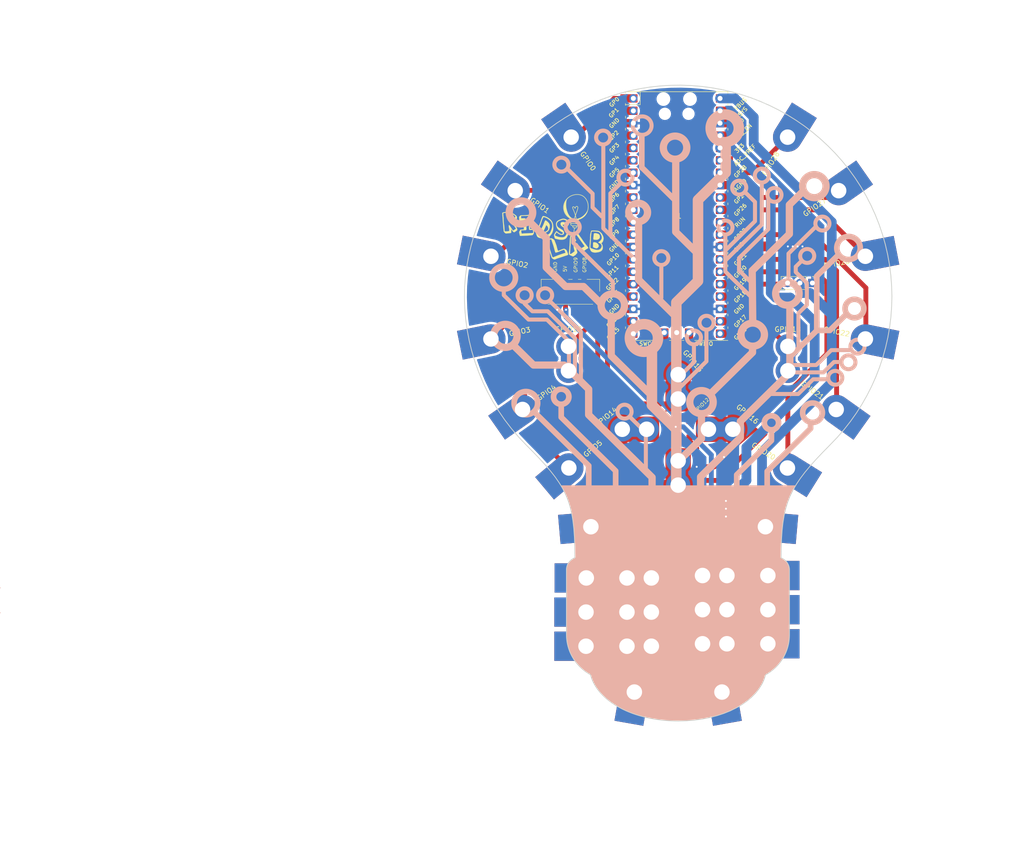
<source format=kicad_pcb>
(kicad_pcb (version 20211014) (generator pcbnew)
  (layers (0 "F.Cu" signal) (31 "B.Cu" signal) (34 "B.Paste" user) (35 "F.Paste" user) (36 "B.SilkS" user "B.Silkscreen") (37 "F.SilkS" user "F.Silkscreen") (38 "B.Mask" user) (39 "F.Mask" user) (44 "Edge.Cuts" user))
  (net 0 "")
  (net 3 "/grove_rx")
  (net 4 "/grove_tx")
  (net 7 "Net-(C1-Pad3)")
  (net 8 "3.3V")
  (net 9 "Net-(GPIO1-Pad1)")
  (net 10 "Net-(GPIO2-Pad1)")
  (net 11 "Net-(GPIO3-Pad1)")
  (net 13 "Net-(GPIO4-Pad1)")
  (net 14 "Net-(GPIO5-Pad1)")
  (net 16 "Net-(GPIO14-Pad1)")
  (net 18 "Net-(GPIO15-Pad1)")
  (net 21 "V_BUS")
  (net 25 "GND")
  (net 26 "Net-(GPIO20-Pad1)")
  (net 27 "Net-(GPIO21-Pad1)")
  (net 28 "Net-(GPIO22-Pad1)")
  (net 29 "Net-(GPIO26-Pad1)")
  (net 30 "Net-(GPIO28-Pad1)")
  (net 31 "Net-(GPIO0-Pad1)")
  (net 32 "Net-(GPIO27-Pad1)")
  (net 33 "Net-(GPIO16-Pad1)")
  (net 34 "Net-(GPIO17-Pad1)")
  (net 35 "Net-(D12-Pad2)")
  (net 37 "Net-(GPIO13-Pad1)")
  (net 38 "Net-(GPIO18-Pad1)")
  (footprint "pi-pico:RPi_Pico_SMD_TH" (layer "F.Cu") (at 149.638 65.424)
    (fp_text reference "U1")
    (fp_text value "Pico")
  )
  (footprint "kidslab:birne" (layer "F.Cu") (at 149.938 82.287721)
    (fp_text reference "REF**" hide)
    (fp_text value "birne")
    (fp_poly (pts (xy 2.684426 -43.632876) (xy 4.777506 -43.458086) (xy 6.852776 -43.184543) (xy 8.906964 -42.813602) (xy 10.936798 -42.346618) (xy 12.939007 -41.784947) (xy 14.910318 -41.129943) (xy 16.84746 -40.382961) (xy 18.74716 -39.545357) (xy 20.606146 -38.618486) (xy 22.421147 -37.603702) (xy 24.18889 -36.502361) (xy 25.906104 -35.315818) (xy 27.569516 -34.045428) (xy 29.175855 -32.692546) (xy 30.721848 -31.258526) (xy 32.248833 -29.707866) (xy 33.688957 -28.089408) (xy 35.040633 -26.406886) (xy 36.302272 -24.664032) (xy 37.472285 -22.86458) (xy 38.549084 -21.012262) (xy 39.531079 -19.110813) (xy 40.416683 -17.163965) (xy 41.204306 -15.175452) (xy 41.892359 -13.149006) (xy 42.479256 -11.088361) (xy 42.963405 -8.99725) (xy 43.34322 -6.879406) (xy 43.61711 -4.738563) (xy 43.783489 -2.578453) (xy 43.840766 -0.40281) (xy 43.839236 -0.401462) (xy 43.787952 1.739396) (xy 43.630711 3.865632) (xy 43.369008 5.973655) (xy 43.004338 8.059869) (xy 42.538194 10.120683) (xy 41.97207 12.152501) (xy 41.307462 14.151732) (xy 40.545863 16.11478) (xy 39.688767 18.038054) (xy 38.737669 19.917959) (xy 37.694064 21.750902) (xy 36.559445 23.53329) (xy 35.335307 25.261528) (xy 34.023144 26.932024) (xy 32.62445 28.541184) (xy 31.14072 30.085414) (xy 31.14072 30.08627) (xy 29.622888 31.631753) (xy 28.26175 33.073673) (xy 27.049197 34.431438) (xy 25.977118 35.724452) (xy 25.037406 36.972124) (xy 24.221951 38.19386) (xy 23.522645 39.409065) (xy 22.931377 40.637147) (xy 22.44004 41.897512) (xy 22.040523 43.209567) (xy 21.724719 44.592717) (xy 21.484517 46.066371) (xy 21.311809 47.649933) (xy 21.198486 49.362811) (xy 21.136439 51.224411) (xy 21.117559 53.25414) (xy 21.299964 53.330012) (xy 21.474389 53.418401) (xy 21.640379 53.518672) (xy 21.797478 53.630193) (xy 21.945228 53.752332) (xy 22.083174 53.884455) (xy 22.21086 54.025928) (xy 22.327828 54.17612) (xy 22.433624 54.334397) (xy 22.527791 54.500126) (xy 22.609872 54.672674) (xy 22.679411 54.851408) (xy 22.735953 55.035695) (xy 22.77904 55.224902) (xy 22.808216 55.418396) (xy 22.823026 55.615544) (xy 22.823026 69.048426) (xy 22.817049 69.363137) (xy 22.800492 69.676828) (xy 22.773429 69.989243) (xy 22.73593 70.300126) (xy 22.688069 70.609221) (xy 22.629917 70.916271) (xy 22.561546 71.221021) (xy 22.483028 71.523214) (xy 22.394435 71.822596) (xy 22.295839 72.118909) (xy 22.187312 72.411897) (xy 22.068926 72.701306) (xy 21.940754 72.986878) (xy 21.802866 73.268357) (xy 21.655336 73.545489) (xy 21.498234 73.818016) (xy 21.331835 74.085104) (xy 21.156892 74.345911) (xy 20.973594 74.600253) (xy 20.78213 74.847946) (xy 20.58269 75.088807) (xy 20.375461 75.322653) (xy 20.160634 75.549301) (xy 19.938396 75.768566) (xy 19.708937 75.980267) (xy 19.472445 76.184218) (xy 19.22911 76.380238) (xy 18.979121 76.568143) (xy 18.722666 76.747749) (xy 18.459934 76.918873) (xy 18.191114 77.081331) (xy 17.916395 77.234941) (xy 17.775701 77.74225) (xy 17.600122 78.240639) (xy 17.39044 78.729638) (xy 17.14744 79.208776) (xy 16.564615 80.135581) (xy 15.857914 81.017286) (xy 15.033602 81.850119) (xy 14.097948 82.630312) (xy 13.057216 83.354093) (xy 11.917673 84.017693) (xy 10.685585 84.617342) (xy 9.367219 85.149269) (xy 7.968842 85.609705) (xy 6.496719 85.994879) (xy 4.957116 86.301022) (xy 3.356301 86.524363) (xy 1.70054 86.661132) (xy -0.003902 86.707559) (xy -0.861819 86.6958) (xy -1.708359 86.660842) (xy -2.542749 86.603167) (xy -3.364214 86.523254) (xy -4.171982 86.421585) (xy -4.965278 86.298641) (xy -5.743329 86.154902) (xy -6.505361 85.990848) (xy -7.250601 85.806961) (xy -7.978275 85.603722) (xy -8.687609 85.38161) (xy -9.377829 85.141107) (xy -10.048163 84.882693) (xy -10.697835 84.60685) (xy -11.326073 84.314057) (xy -11.932104 84.004796) (xy -12.515152 83.679547) (xy -13.074445 83.338791) (xy -13.609209 82.983008) (xy -14.11867 82.61268) (xy -14.602055 82.228287) (xy -15.05859 81.83031) (xy -15.487501 81.419229) (xy -15.888015 80.995525) (xy -16.259358 80.559679) (xy -16.600756 80.112172) (xy -16.911435 79.653484) (xy -17.190623 79.184095) (xy -17.437545 78.704488) (xy -17.651428 78.215142) (xy -17.831497 77.716538) (xy -17.976981 77.209157) (xy -18.252139 77.055754) (xy -18.521452 76.893502) (xy -18.784725 76.722583) (xy -19.041764 76.543178) (xy -19.292376 76.355471) (xy -19.536365 76.159641) (xy -19.773538 75.955871) (xy -20.0037 75.744343) (xy -20.226658 75.525239) (xy -20.442216 75.29874) (xy -20.650182 75.065029) (xy -20.85036 74.824287) (xy -21.042557 74.576695) (xy -21.226578 74.322436) (xy -21.402229 74.061692) (xy -21.569316 73.794644) (xy -21.727506 73.522089) (xy -21.8761 73.24491) (xy -22.015027 72.963363) (xy -22.144217 72.677705) (xy -22.263599 72.388193) (xy -22.373103 72.095083) (xy -22.472658 71.798633) (xy -22.562194 71.4991) (xy -22.641641 71.19674) (xy -22.710927 70.89181) (xy -22.769982 70.584568) (xy -22.818737 70.27527) (xy -22.85712 69.964172) (xy -22.88506 69.651533) (xy -22.902489 69.337608) (xy -22.909334 69.022654) (xy -22.909334 55.588579) (xy -22.903405 55.48905) (xy -22.89378 55.390377) (xy -22.880518 55.29264) (xy -22.863679 55.19592) (xy -22.84332 55.100298) (xy -22.819501 55.005853) (xy -22.792281 54.912667) (xy -22.761717 54.820819) (xy -22.72787 54.73039) (xy -22.690797 54.641461) (xy -22.650558 54.554112) (xy -22.60721 54.468423) (xy -22.560814 54.384474) (xy -22.511428 54.302347) (xy -22.459109 54.222122) (xy -22.403919 54.143878) (xy -22.345914 54.067697) (xy -22.285154 53.99366) (xy -22.221697 53.921845) (xy -22.155602 53.852334) (xy -22.086929 53.785208) (xy -22.015735 53.720545) (xy -21.942081 53.658428) (xy -21.866023 53.598937) (xy -21.787621 53.542152) (xy -21.706934 53.488153) (xy -21.624021 53.43702) (xy -21.53894 53.388835) (xy -21.45175 53.343678) (xy -21.36251 53.301628) (xy -21.271279 53.262767) (xy -21.178115 53.227175) (xy -21.178115 53.070213) (xy -21.199881 50.948204) (xy -21.269813 49.015479) (xy -21.394868 47.251015) (xy -21.582 45.633789) (xy -21.701019 44.873821) (xy -21.838165 44.142779) (xy -21.994308 43.438036) (xy -22.170318 42.756963) (xy -22.367063 42.096932) (xy -22.585413 41.455317) (xy -22.826237 40.829489) (xy -23.090405 40.216819) (xy -23.378787 39.614682) (xy -23.692251 39.020448) (xy -24.031667 38.431489) (xy -24.397905 37.845179) (xy -25.214321 36.669991) (xy -26.148455 35.473862) (xy -27.207263 34.235768) (xy -28.397698 32.934687) (xy -29.726717 31.549597) (xy -31.201275 30.059475) (xy -32.763398 28.411334) (xy -34.229853 26.692041) (xy -35.598997 24.905836) (xy -36.869188 23.056957) (xy -38.038784 21.149641) (xy -39.106143 19.188127) (xy -40.069623 17.176654) (xy -40.927581 15.11946) (xy -41.678377 13.020783) (xy -42.320367 10.884862) (xy -42.851909 8.715934) (xy -43.271363 6.518239) (xy -43.577085 4.296015) (xy -43.767433 2.0535) (xy -43.840766 -0.205068) (xy -43.795442 -2.475451) (xy -43.614839 -4.576443) (xy -43.335028 -6.657904) (xy -42.957522 -8.716636) (xy -42.483831 -10.74944) (xy -41.915465 -12.753119) (xy -41.253936 -14.724474) (xy -40.500755 -16.660307) (xy -39.657433 -18.557419) (xy -38.725481 -20.412613) (xy -37.706411 -22.22269) (xy -36.601732 -23.984452) (xy -35.412956 -25.694701) (xy -34.141594 -27.350239) (xy -32.789157 -28.947868) (xy -31.357156 -30.484388) (xy -29.847103 -31.956603) (xy -28.268272 -33.354742) (xy -26.631021 -34.670321) (xy -24.93865 -35.902069) (xy -23.194458 -37.048713) (xy -21.401744 -38.108983) (xy -19.563809 -39.081606) (xy -17.683952 -39.965312) (xy -15.765473 -40.758828) (xy -13.811671 -41.460883) (xy -11.825846 -42.070206) (xy -9.811297 -42.585526) (xy -7.771325 -43.005569) (xy -5.709229 -43.329066) (xy -3.628308 -43.554744) (xy -1.531862 -43.681332) (xy 0.576809 -43.707558)) (layer "Edge.Cuts") (width 0.17) (fill none))
  )
  (footprint "kidslab:Edgeconnector" (layer "F.Cu") (at 167.938 129.154 -5)
    (fp_text reference "E39" hide)
    (fp_text value "kroko_edge")
  )
  (footprint "kidslab:KrokoConnector" (layer "F.Cu") (at 172.438 94.654 90)
    (fp_text reference "GPIO18")
    (fp_text value "kroko_board")
  )
  (footprint "kidslab:Edgeconnector" (layer "F.Cu") (at 127.438 117.154 -140)
    (fp_text reference "GPIO5")
    (fp_text value "kroko_edge")
  )
  (footprint "kidslab:Kroko_Arrow" (layer "F.Cu") (at 149.938 100.404 -90)
    (fp_text reference "GPIO15")
    (fp_text value "arrow")
  )
  (footprint "kidslab:Edgeconnector" (layer "F.Cu") (at 168.438 146.154)
    (fp_text reference "E30" hide)
    (fp_text value "kroko_edge")
  )
  (footprint "kidslab:Edgeconnector" (layer "F.Cu") (at 111.438 90.654 -168.5)
    (fp_text reference "GPIO3")
    (fp_text value "kroko_edge")
  )
  (footprint "Connector_PinHeader_2.54mm:PinHeader_1x03_P2.54mm_Vertical" (layer "F.Cu") (at 177.463 79.154 -90)
    (fp_text reference "C1" hide)
    (fp_text value "pin_header_1x3")
  )
  (footprint "kidslab:Edgeconnector" (layer "F.Cu") (at 117.938 105.154 -145)
    (fp_text reference "GPIO4")
    (fp_text value "kroko_edge")
  )
  (footprint "kidslab:Edgeconnector" (layer "F.Cu") (at 130.938 153.654 180)
    (fp_text reference "E34" hide)
    (fp_text value "kroko_edge")
  )
  (footprint "kidslab:KrokoConnector" (layer "F.Cu") (at 157.438 139.154)
    (fp_text reference "B6")
    (fp_text value "kroko_board")
  )
  (footprint "kidslab:Edgeconnector" (layer "F.Cu") (at 158.938 163.154 -80)
    (fp_text reference "E37" hide)
    (fp_text value "kroko_edge")
  )
  (footprint "kidslab:Edgeconnector" (layer "F.Cu") (at 116.438 60.154 145)
    (fp_text reference "GPIO1")
    (fp_text value "kroko_edge")
  )
  (footprint "kidslab:Edgeconnector" (layer "F.Cu") (at 131.938 129.154 -175)
    (fp_text reference "E40" hide)
    (fp_text value "kroko_edge")
  )
  (footprint "kidslab:Edgeconnector" (layer "F.Cu") (at 172.438 49.154 58)
    (fp_text reference "GPIO28")
    (fp_text value "kroko_edge")
  )
  (footprint "kidslab:Edgeconnector" (layer "F.Cu") (at 172.438 117.154 -32)
    (fp_text reference "GPIO20")
    (fp_text value "kroko_edge")
  )
  (footprint "kidslab:Kroko_Arrow" (layer "F.Cu") (at 140.938 109.154)
    (fp_text reference "GPIO14")
    (fp_text value "arrow")
  )
  (footprint "kidslab:Edgeconnector" (layer "F.Cu") (at 168.438 139.154)
    (fp_text reference "E31" hide)
    (fp_text value "kroko_edge")
  )
  (footprint "kidslab:Kroko_Arrow" (layer "F.Cu") (at 158.688 109.154 180)
    (fp_text reference "GPIO16")
    (fp_text value "arrow")
  )
  (footprint "kidslab:114020163" (layer "F.Cu") (at 127.838 80.954)
    (fp_text reference "C2" hide)
    (fp_text value "114020163")
  )
  (footprint "kidslab:KrokoConnector" (layer "F.Cu") (at 127.438 94.654 90)
    (fp_text reference "GPIO13")
    (fp_text value "kroko_board")
  )
  (footprint "kidslab:Edgeconnector" (layer "F.Cu") (at 140.938 163.154 -100)
    (fp_text reference "E38" hide)
    (fp_text value "kroko_edge")
  )
  (footprint "kidslab:KrokoConnector" (layer "F.Cu") (at 157.438 153.154)
    (fp_text reference "B1")
    (fp_text value "kroko_board")
  )
  (footprint "kidslab:Edgeconnector" (layer "F.Cu") (at 130.998 139.654 180)
    (fp_text reference "E33" hide)
    (fp_text value "kroko_edge")
  )
  (footprint "kidslab:Edgeconnector" (layer "F.Cu") (at 168.438 153.154)
    (fp_text reference "E35" hide)
    (fp_text value "kroko_edge")
  )
  (footprint "kidslab:KrokoConnector" (layer "F.Cu") (at 141.938 146.654)
    (fp_text reference "B2")
    (fp_text value "kroko_board")
  )
  (footprint "kidslab:KrokoConnector" (layer "F.Cu") (at 141.938 153.654)
    (fp_text reference "B4")
    (fp_text value "kroko_board")
  )
  (footprint "LED_SMD:LED_SK6812_PLCC4_5.0x5.0mm_P3.2mm" (layer "F.Cu") (at 149.938 109.154)
    (fp_text reference "D12" hide)
    (fp_text value "SK6812")
  )
  (footprint "kidslab:Edgeconnector" (layer "F.Cu") (at 188.438 90.654 -11.5)
    (fp_text reference "GPIO22")
    (fp_text value "kroko_edge")
  )
  (footprint "kidslab:KrokoConnector" (layer "F.Cu") (at 141.938 139.654)
    (fp_text reference "B3")
    (fp_text value "kroko_board")
  )
  (footprint "kidslab:Edgeconnector" (layer "F.Cu") (at 130.938 146.654 180)
    (fp_text reference "E32" hide)
    (fp_text value "kroko_edge")
  )
  (footprint "kidslab:Edgeconnector" (layer "F.Cu") (at 188.438 73.654 11)
    (fp_text reference "GPIO26")
    (fp_text value "kroko_edge")
  )
  (footprint "kidslab:Edgeconnector" (layer "F.Cu") (at 182.938 60.154 35)
    (fp_text reference "GPIO27")
    (fp_text value "kroko_edge")
  )
  (footprint "kidslab:KrokoConnector" (layer "F.Cu") (at 157.438 146.154)
    (fp_text reference "B5")
    (fp_text value "kroko_board")
  )
  (footprint "kidslab:Edgeconnector" (layer "F.Cu") (at 127.938 49.154 124.5)
    (fp_text reference "GPIO0")
    (fp_text value "kroko_edge")
  )
  (footprint "kidslab:Edgeconnector" (layer "F.Cu") (at 111.438 73.654 168.5)
    (fp_text reference "GPIO2")
    (fp_text value "kroko_edge")
  )
  (footprint "kidslab:Edgeconnector" (layer "F.Cu") (at 182.438 105.154 -35.5)
    (fp_text reference "GPIO21")
    (fp_text value "kroko_edge")
  )
  (footprint "kidslab:Kroko_Arrow" (layer "F.Cu") (at 149.938 118.154 90)
    (fp_text reference "GPIO17")
    (fp_text value "arrow")
  )
  (gr_poly (pts (xy 126.058107 100.4409) (xy 126.163178 100.448801) (xy 126.266739 100.461811) (xy 126.368661 100.479801) (xy 126.468809 100.502642) (xy 126.567056 100.530204) (xy 126.663267 100.562358) (xy 126.757313 100.598975) (xy 126.849062 100.639925) (xy 126.938383 100.685079) (xy 127.025145 100.734307) (xy 127.109216 100.787481) (xy 127.190465 100.84447) (xy 127.268762 100.905146) (xy 127.343974 100.969379) (xy 127.41597 101.03704) (xy 127.48462 101.107999) (xy 127.549792 101.182128) (xy 127.611355 101.259296) (xy 127.669178 101.339375) (xy 127.723128 101.422235) (xy 127.773076 101.507746) (xy 127.81889 101.59578) (xy 127.860439 101.686208) (xy 127.89759 101.778899) (xy 127.930215 101.873724) (xy 127.958179 101.970554) (xy 127.981354 102.069261) (xy 127.999608 102.169713) (xy 128.012808 102.271783) (xy 128.020825 102.37534) (xy 128.023526 102.480255) (xy 128.021539 102.570205) (xy 128.015634 102.659159) (xy 128.005893 102.747037) (xy 127.992399 102.833758) (xy 127.975235 102.919243) (xy 127.954484 103.00341) (xy 127.930228 103.086179) (xy 127.90255 103.167469) (xy 127.871534 103.247201) (xy 127.837261 103.325294) (xy 127.799815 103.401666) (xy 127.759279 103.476239) (xy 127.715735 103.548931) (xy 127.669265 103.619662) (xy 127.619954 103.688351) (xy 127.567883 103.754918) (xy 127.513135 103.819283) (xy 127.455794 103.881364) (xy 127.395942 103.941083) (xy 127.333661 103.998357) (xy 127.269035 104.053107) (xy 127.202146 104.105252) (xy 127.133078 104.154712) (xy 127.061912 104.201406) (xy 126.988732 104.245254) (xy 126.91362 104.286175) (xy 126.83666 104.32409) (xy 126.757934 104.358916) (xy 126.677525 104.390575) (xy 126.595515 104.418985) (xy 126.511988 104.444066) (xy 126.427026 104.465737) (xy 126.431582 104.482095) (xy 126.435758 104.498587) (xy 126.439484 104.515226) (xy 126.442689 104.532022) (xy 126.445304 104.548987) (xy 126.447259 104.56613) (xy 126.447967 104.574773) (xy 126.448483 104.583465) (xy 126.448799 104.592207) (xy 126.448907 104.601001) (xy 126.448907 106.486848) (xy 137.471598 117.351001) (xy 137.488582 117.368541) (xy 137.504594 117.386826) (xy 137.519616 117.405815) (xy 137.533632 117.425465) (xy 137.546624 117.445734) (xy 137.558575 117.466579) (xy 137.569469 117.487957) (xy 137.579289 117.509825) (xy 137.588017 117.532142) (xy 137.595636 117.554864) (xy 137.60213 117.577949) (xy 137.607482 117.601354) (xy 137.611674 117.625037) (xy 137.614689 117.648955) (xy 137.616511 117.673065) (xy 137.617122 117.697325) (xy 137.617122 121.182136) (xy 136.622623 121.182136) (xy 136.622623 117.900215) (xy 125.599931 107.036386) (xy 125.582947 107.018796) (xy 125.566936 107.00048) (xy 125.551913 106.981477) (xy 125.537897 106.961825) (xy 125.524905 106.941564) (xy 125.512953 106.920733) (xy 125.502058 106.899372) (xy 125.492238 106.87752) (xy 125.483509 106.855215) (xy 125.475889 106.832498) (xy 125.469394 106.809407) (xy 125.464042 106.785982) (xy 125.45985 106.762262) (xy 125.456835 106.738286) (xy 125.455013 106.714094) (xy 125.454402 106.689724) (xy 125.454402 104.601001) (xy 125.454502 104.592207) (xy 125.454797 104.583465) (xy 125.455281 104.574774) (xy 125.455946 104.566132) (xy 125.457795 104.54899) (xy 125.460288 104.532027) (xy 125.463371 104.515232) (xy 125.466989 104.498593) (xy 125.471089 104.482099) (xy 125.475614 104.465737) (xy 125.390655 104.444066) (xy 125.307135 104.418985) (xy 125.225135 104.390575) (xy 125.144739 104.358916) (xy 125.066028 104.32409) (xy 124.989087 104.286175) (xy 124.840838 104.201406) (xy 124.700655 104.105252) (xy 124.569197 103.998357) (xy 124.447124 103.881364) (xy 124.335097 103.754918) (xy 124.233776 103.619662) (xy 124.143822 103.476239) (xy 124.103314 103.401666) (xy 124.065895 103.325294) (xy 124.031648 103.247201) (xy 124.000655 103.167469) (xy 123.973 103.086179) (xy 123.948764 103.00341) (xy 123.92803 102.919243) (xy 123.910881 102.833758) (xy 123.897399 102.747037) (xy 123.887667 102.659159) (xy 123.881767 102.570205) (xy 123.879783 102.480255) (xy 124.874281 102.480255) (xy 124.875686 102.534813) (xy 124.879854 102.588664) (xy 124.886718 102.641741) (xy 124.896209 102.693977) (xy 124.908259 102.745305) (xy 124.922801 102.795657) (xy 124.939764 102.844967) (xy 124.959083 102.893166) (xy 124.980687 102.940188) (xy 125.004509 102.985965) (xy 125.030482 103.030431) (xy 125.058535 103.073518) (xy 125.088602 103.115158) (xy 125.120614 103.155285) (xy 125.154503 103.193831) (xy 125.1902 103.230729) (xy 125.227638 103.265911) (xy 125.266748 103.299312) (xy 125.307462 103.330862) (xy 125.349711 103.360495) (xy 125.393428 103.388145) (xy 125.438545 103.413742) (xy 125.484992 103.437221) (xy 125.532702 103.458514) (xy 125.581607 103.477554) (xy 125.631638 103.494274) (xy 125.682727 103.508605) (xy 125.734806 103.520482) (xy 125.787807 103.529836) (xy 125.841662 103.536601) (xy 125.896301 103.540709) (xy 125.951657 103.542094) (xy 126.007013 103.540709) (xy 126.061652 103.536601) (xy 126.115506 103.529836) (xy 126.168506 103.520482) (xy 126.220585 103.508605) (xy 126.271674 103.494274) (xy 126.321704 103.477554) (xy 126.370609 103.458514) (xy 126.418319 103.437221) (xy 126.464766 103.413742) (xy 126.509882 103.388145) (xy 126.553599 103.360495) (xy 126.595848 103.330862) (xy 126.636562 103.299312) (xy 126.675671 103.265911) (xy 126.713109 103.230729) (xy 126.748806 103.193831) (xy 126.782695 103.155285) (xy 126.814707 103.115158) (xy 126.844774 103.073518) (xy 126.872827 103.030431) (xy 126.898799 102.985965) (xy 126.922621 102.940188) (xy 126.944226 102.893166) (xy 126.963544 102.844967) (xy 126.980508 102.795657) (xy 126.995049 102.745305) (xy 127.007099 102.693977) (xy 127.016591 102.641741) (xy 127.023455 102.588664) (xy 127.027623 102.534813) (xy 127.029028 102.480255) (xy 127.027623 102.425697) (xy 127.023455 102.371844) (xy 127.016591 102.318766) (xy 127.007099 102.266529) (xy 126.995049 102.2152) (xy 126.980508 102.164847) (xy 126.963544 102.115537) (xy 126.944226 102.067337) (xy 126.922621 102.020315) (xy 126.898799 101.974537) (xy 126.872827 101.93007) (xy 126.844774 101.886983) (xy 126.814707 101.845343) (xy 126.782695 101.805215) (xy 126.748806 101.766669) (xy 126.713109 101.729771) (xy 126.675671 101.694588) (xy 126.636562 101.661187) (xy 126.595848 101.629637) (xy 126.553599 101.600003) (xy 126.509882 101.572354) (xy 126.464766 101.546756) (xy 126.418319 101.523277) (xy 126.370609 101.501984) (xy 126.321704 101.482944) (xy 126.271674 101.466224) (xy 126.220585 101.451893) (xy 126.168506 101.440016) (xy 126.115506 101.430662) (xy 126.061652 101.423897) (xy 126.007013 101.419788) (xy 125.951657 101.418404) (xy 125.896301 101.419788) (xy 125.841662 101.423897) (xy 125.787807 101.430662) (xy 125.734806 101.440016) (xy 125.682727 101.451893) (xy 125.631638 101.466224) (xy 125.581607 101.482944) (xy 125.532702 101.501984) (xy 125.484992 101.523277) (xy 125.438545 101.546756) (xy 125.393428 101.572354) (xy 125.349711 101.600003) (xy 125.307462 101.629637) (xy 125.266748 101.661187) (xy 125.227638 101.694588) (xy 125.1902 101.729771) (xy 125.154503 101.766669) (xy 125.120614 101.805215) (xy 125.088602 101.845343) (xy 125.058535 101.886983) (xy 125.030482 101.93007) (xy 125.004509 101.974537) (xy 124.980687 102.020315) (xy 124.959083 102.067337) (xy 124.939764 102.115537) (xy 124.922801 102.164847) (xy 124.908259 102.2152) (xy 124.896209 102.266529) (xy 124.886718 102.318766) (xy 124.879854 102.371844) (xy 124.875686 102.425697) (xy 124.874281 102.480255) (xy 123.879783 102.480255) (xy 123.882483 102.37534) (xy 123.890497 102.271783) (xy 123.903693 102.169713) (xy 123.921941 102.069261) (xy 123.945109 101.970554) (xy 123.973066 101.873724) (xy 124.005681 101.778899) (xy 124.042824 101.686208) (xy 124.084362 101.59578) (xy 124.130166 101.507746) (xy 124.180103 101.422235) (xy 124.234044 101.339375) (xy 124.291856 101.259296) (xy 124.35341 101.182128) (xy 124.418573 101.107999) (xy 124.487215 101.03704) (xy 124.559204 100.969379) (xy 124.634411 100.905146) (xy 124.712702 100.84447) (xy 124.793949 100.787481) (xy 124.878019 100.734307) (xy 124.964781 100.685079) (xy 125.054105 100.639925) (xy 125.145859 100.598975) (xy 125.239912 100.562358) (xy 125.336134 100.530204) (xy 125.434392 100.502642) (xy 125.534557 100.479801) (xy 125.636497 100.461811) (xy 125.740081 100.448801) (xy 125.845178 100.4409) (xy 125.951657 100.438237)) (layer "B.SilkS") (width 0.17) (fill solid))
  (gr_poly (pts (xy 169.169911 105.896692) (xy 169.269372 105.904171) (xy 169.367403 105.916485) (xy 169.463881 105.933513) (xy 169.558681 105.955132) (xy 169.651679 105.98122) (xy 169.742751 106.011654) (xy 169.831773 106.046312) (xy 169.91862 106.085072) (xy 170.003168 106.127811) (xy 170.085293 106.174407) (xy 170.164871 106.224737) (xy 170.241778 106.278679) (xy 170.31589 106.336111) (xy 170.387081 106.39691) (xy 170.455229 106.460953) (xy 170.520209 106.528119) (xy 170.581897 106.598285) (xy 170.640168 106.671329) (xy 170.694899 106.747128) (xy 170.745965 106.825559) (xy 170.793241 106.906501) (xy 170.836605 106.989831) (xy 170.875931 107.075426) (xy 170.911096 107.163164) (xy 170.941975 107.252924) (xy 170.968444 107.344581) (xy 170.99038 107.438015) (xy 171.007656 107.533102) (xy 171.020151 107.629721) (xy 171.027738 107.727748) (xy 171.030295 107.827061) (xy 171.028482 107.910651) (xy 171.023091 107.993336) (xy 171.014197 108.075045) (xy 171.001874 108.155703) (xy 170.986197 108.23524) (xy 170.967239 108.313584) (xy 170.945074 108.390661) (xy 170.919778 108.4664) (xy 170.891424 108.540729) (xy 170.860087 108.613575) (xy 170.82584 108.684866) (xy 170.788758 108.75453) (xy 170.748915 108.822495) (xy 170.706385 108.888688) (xy 170.661244 108.953038) (xy 170.613563 109.015472) (xy 170.56342 109.075917) (xy 170.510886 109.134303) (xy 170.456037 109.190556) (xy 170.398946 109.244604) (xy 170.339689 109.296375) (xy 170.278339 109.345798) (xy 170.21497 109.392798) (xy 170.149657 109.437306) (xy 170.082474 109.479247) (xy 170.013495 109.518551) (xy 169.942794 109.555144) (xy 169.870446 109.588955) (xy 169.796524 109.619912) (xy 169.721104 109.647941) (xy 169.644259 109.672972) (xy 169.566063 109.694931) (xy 169.566063 111.475566) (xy 169.565452 111.499769) (xy 169.56363 111.523829) (xy 169.560614 111.547704) (xy 169.556419 111.57135) (xy 169.551064 111.594724) (xy 169.544563 111.617782) (xy 169.536934 111.640483) (xy 169.528193 111.662782) (xy 169.518356 111.684637) (xy 169.507441 111.706005) (xy 169.495463 111.726842) (xy 169.482439 111.747106) (xy 169.468386 111.766754) (xy 169.45332 111.785741) (xy 169.437258 111.804026) (xy 169.420216 111.821565) (xy 162.452086 118.689593) (xy 162.452086 121.182149) (xy 161.457588 121.182149) (xy 161.457588 118.486691) (xy 161.458199 118.462434) (xy 161.46002 118.438333) (xy 161.463035 118.41443) (xy 161.467227 118.390765) (xy 161.472578 118.367379) (xy 161.479071 118.344315) (xy 161.48669 118.321612) (xy 161.495418 118.299312) (xy 161.505237 118.277457) (xy 161.516131 118.256087) (xy 161.528083 118.235243) (xy 161.541075 118.214968) (xy 161.555091 118.195301) (xy 161.570114 118.176285) (xy 161.586126 118.157959) (xy 161.603111 118.140367) (xy 168.571565 111.272352) (xy 168.571565 109.694931) (xy 168.493371 109.672914) (xy 168.41653 109.647831) (xy 168.267201 109.588755) (xy 168.12417 109.518281) (xy 167.988029 109.436985) (xy 167.859373 109.345442) (xy 167.738794 109.24423) (xy 167.626885 109.133925) (xy 167.524238 109.015102) (xy 167.431447 108.888339) (xy 167.349104 108.754211) (xy 167.277803 108.613295) (xy 167.246479 108.540471) (xy 167.218136 108.466167) (xy 167.192851 108.390453) (xy 167.170697 108.313403) (xy 167.151747 108.235088) (xy 167.136077 108.15558) (xy 167.12376 108.074951) (xy 167.114871 107.993274) (xy 167.109483 107.91062) (xy 167.10767 107.827061) (xy 168.102169 107.827061) (xy 168.10343 107.876017) (xy 168.107172 107.924341) (xy 168.113334 107.971972) (xy 168.121855 108.018848) (xy 168.132673 108.064911) (xy 168.145727 108.1101) (xy 168.160956 108.154353) (xy 168.178298 108.197611) (xy 168.197692 108.239814) (xy 168.219077 108.2809) (xy 168.242392 108.32081) (xy 168.267575 108.359483) (xy 168.294565 108.396858) (xy 168.3233 108.432875) (xy 168.353719 108.467474) (xy 168.385762 108.500595) (xy 168.419366 108.532176) (xy 168.454471 108.562158) (xy 168.491014 108.590479) (xy 168.528936 108.617081) (xy 168.568174 108.641901) (xy 168.608667 108.66488) (xy 168.650354 108.685958) (xy 168.693173 108.705073) (xy 168.737064 108.722166) (xy 168.781965 108.737175) (xy 168.827814 108.750042) (xy 168.874551 108.760704) (xy 168.922113 108.769102) (xy 168.970441 108.775176) (xy 169.019472 108.778864) (xy 169.069145 108.780107) (xy 169.118787 108.778864) (xy 169.16779 108.775176) (xy 169.21609 108.769103) (xy 169.263628 108.760705) (xy 169.310342 108.750042) (xy 169.35617 108.737176) (xy 169.401051 108.722167) (xy 169.444924 108.705075) (xy 169.487726 108.68596) (xy 169.529398 108.664883) (xy 169.569878 108.641904) (xy 169.609103 108.617084) (xy 169.647013 108.590483) (xy 169.683547 108.562162) (xy 169.718643 108.532181) (xy 169.752239 108.5006) (xy 169.784275 108.467479) (xy 169.814688 108.432881) (xy 169.843419 108.396863) (xy 169.870404 108.359488) (xy 169.895583 108.320816) (xy 169.918895 108.280906) (xy 169.940278 108.239819) (xy 169.959671 108.197617) (xy 169.977011 108.154358) (xy 169.992239 108.110105) (xy 170.005293 108.064916) (xy 170.016111 108.018852) (xy 170.024631 107.971974) (xy 170.030793 107.924343) (xy 170.034536 107.876018) (xy 170.035797 107.827061) (xy 170.034536 107.778076) (xy 170.030793 107.729729) (xy 170.024632 107.682081) (xy 170.016111 107.635191) (xy 170.005294 107.589119) (xy 169.99224 107.543927) (xy 169.977013 107.499673) (xy 169.959672 107.456419) (xy 169.94028 107.414224) (xy 169.918898 107.373147) (xy 169.895586 107.333251) (xy 169.870408 107.294594) (xy 169.843423 107.257236) (xy 169.814693 107.221239) (xy 169.784279 107.186661) (xy 169.752244 107.153563) (xy 169.718648 107.122005) (xy 169.683552 107.092048) (xy 169.647019 107.063751) (xy 169.609109 107.037174) (xy 169.569883 107.012378) (xy 169.529404 106.989423) (xy 169.487732 106.968369) (xy 169.444929 106.949275) (xy 169.401056 106.932203) (xy 169.356175 106.917212) (xy 169.310346 106.904362) (xy 169.263632 106.893714) (xy 169.216093 106.885328) (xy 169.167792 106.879263) (xy 169.118788 106.87558) (xy 169.069145 106.874339) (xy 169.019473 106.87558) (xy 168.970443 106.879263) (xy 168.922116 106.885328) (xy 168.874554 106.893714) (xy 168.827818 106.904362) (xy 168.781969 106.917212) (xy 168.737069 106.932203) (xy 168.693179 106.949275) (xy 168.650359 106.968369) (xy 168.608672 106.989423) (xy 168.568179 107.012378) (xy 168.528941 107.037174) (xy 168.49102 107.063751) (xy 168.454476 107.092048) (xy 168.419371 107.122005) (xy 168.385767 107.153563) (xy 168.353724 107.186661) (xy 168.323304 107.221239) (xy 168.294568 107.257236) (xy 168.267578 107.294594) (xy 168.242395 107.333251) (xy 168.21908 107.373147) (xy 168.197695 107.414224) (xy 168.1783 107.456419) (xy 168.160957 107.499673) (xy 168.145728 107.543927) (xy 168.132674 107.589119) (xy 168.121855 107.635191) (xy 168.113334 107.682081) (xy 168.107172 107.729729) (xy 168.10343 107.778076) (xy 168.102169 107.827061) (xy 167.10767 107.827061) (xy 167.110227 107.727748) (xy 167.117815 107.629721) (xy 167.13031 107.533102) (xy 167.147587 107.438015) (xy 167.169523 107.344581) (xy 167.195993 107.252924) (xy 167.226874 107.163164) (xy 167.262041 107.075426) (xy 167.30137 106.989831) (xy 167.344736 106.906501) (xy 167.392017 106.825559) (xy 167.443087 106.747128) (xy 167.497823 106.671329) (xy 167.5561 106.598285) (xy 167.617794 106.528119) (xy 167.682781 106.460953) (xy 167.750938 106.39691) (xy 167.822139 106.336111) (xy 167.896261 106.278679) (xy 167.973179 106.224737) (xy 168.05277 106.174407) (xy 168.134909 106.127811) (xy 168.219472 106.085072) (xy 168.306335 106.046312) (xy 168.395374 106.011654) (xy 168.486465 105.98122) (xy 168.579483 105.955132) (xy 168.674305 105.933513) (xy 168.770806 105.916485) (xy 168.868863 105.904171) (xy 168.96835 105.896692) (xy 169.069145 105.894172)) (layer "B.SilkS") (width 0.17) (fill solid))
  (gr_poly (pts (xy 179.615456 65.217941) (xy 179.705403 65.224704) (xy 179.794057 65.23584) (xy 179.881306 65.251238) (xy 179.967037 65.270789) (xy 180.051139 65.294382) (xy 180.133498 65.321905) (xy 180.214004 65.353248) (xy 180.292542 65.388301) (xy 180.369002 65.426953) (xy 180.44327 65.469094) (xy 180.515235 65.514612) (xy 180.584784 65.563397) (xy 180.651805 65.615339) (xy 180.716186 65.670327) (xy 180.777813 65.72825) (xy 180.836576 65.788997) (xy 180.892362 65.852459) (xy 180.945058 65.918524) (xy 180.994552 65.987082) (xy 181.040731 66.058022) (xy 181.083485 66.131234) (xy 181.122699 66.206606) (xy 181.158263 66.284029) (xy 181.190063 66.363392) (xy 181.217987 66.444583) (xy 181.241923 66.527493) (xy 181.26176 66.612011) (xy 181.277383 66.698026) (xy 181.288682 66.785428) (xy 181.295544 66.874106) (xy 181.297856 66.963949) (xy 181.295544 67.053763) (xy 181.288682 67.142413) (xy 181.277383 67.229789) (xy 181.26176 67.31578) (xy 181.241923 67.400275) (xy 181.217987 67.483165) (xy 181.190063 67.564337) (xy 181.158263 67.643682) (xy 181.122699 67.721088) (xy 181.083485 67.796446) (xy 181.040731 67.869644) (xy 180.994552 67.940571) (xy 180.945058 68.009118) (xy 180.892362 68.075173) (xy 180.836576 68.138625) (xy 180.777813 68.199365) (xy 180.716186 68.257281) (xy 180.651805 68.312262) (xy 180.584784 68.364198) (xy 180.515235 68.412979) (xy 180.44327 68.458493) (xy 180.369002 68.50063) (xy 180.292542 68.53928) (xy 180.214004 68.574331) (xy 180.133498 68.605672) (xy 180.051139 68.633194) (xy 179.967037 68.656786) (xy 179.881306 68.676336) (xy 179.794057 68.691735) (xy 179.705403 68.70287) (xy 179.615456 68.709633) (xy 179.524329 68.711912) (xy 179.422167 68.708981) (xy 179.321638 68.700304) (xy 179.222881 68.686052) (xy 179.126039 68.666399) (xy 179.031253 68.641518) (xy 178.938662 68.611582) (xy 178.848408 68.576763) (xy 178.760631 68.537234) (xy 178.675473 68.493168) (xy 178.593075 68.444738) (xy 178.513576 68.392116) (xy 178.437119 68.335475) (xy 178.363844 68.274988) (xy 178.293891 68.210829) (xy 178.227403 68.143169) (xy 178.164518 68.072181) (xy 172.901953 73.258898) (xy 172.901953 78.37013) (xy 173.034441 78.397366) (xy 173.164791 78.430156) (xy 173.292867 78.468368) (xy 173.418533 78.51187) (xy 173.541655 78.56053) (xy 173.662096 78.614214) (xy 173.779721 78.67279) (xy 173.894393 78.736126) (xy 174.005979 78.804088) (xy 174.114341 78.876545) (xy 174.219345 78.953364) (xy 174.320854 79.034412) (xy 174.418734 79.119557) (xy 174.512848 79.208666) (xy 174.603061 79.301607) (xy 174.689237 79.398247) (xy 174.771242 79.498453) (xy 174.848938 79.602094) (xy 174.922191 79.709035) (xy 174.990865 79.819145) (xy 175.054824 79.932292) (xy 175.113933 80.048342) (xy 175.168056 80.167164) (xy 175.217057 80.288624) (xy 175.260802 80.41259) (xy 175.299154 80.538929) (xy 175.331977 80.66751) (xy 175.359137 80.798198) (xy 175.380497 80.930863) (xy 175.395923 81.06537) (xy 175.405277 81.201588) (xy 175.408425 81.339385) (xy 175.406146 81.456683) (xy 175.399365 81.572857) (xy 175.388164 81.687824) (xy 175.372627 81.801504) (xy 175.352838 81.913814) (xy 175.32888 82.024673) (xy 175.300837 82.134) (xy 175.268791 82.241712) (xy 175.232827 82.347729) (xy 175.193027 82.451969) (xy 175.149475 82.55435) (xy 175.102255 82.65479) (xy 175.051449 82.753209) (xy 174.997142 82.849525) (xy 174.939416 82.943655) (xy 174.878356 83.03552) (xy 174.814044 83.125036) (xy 174.746563 83.212123) (xy 174.675998 83.296698) (xy 174.602432 83.378682) (xy 174.525947 83.457991) (xy 174.446628 83.534544) (xy 174.364558 83.60826) (xy 174.27982 83.679057) (xy 174.192498 83.746854) (xy 174.102675 83.811569) (xy 174.010434 83.873121) (xy 173.915859 83.931428) (xy 173.819034 83.986408) (xy 173.720041 84.03798) (xy 173.618964 84.086063) (xy 173.515886 84.130574) (xy 173.515886 92.999765) (xy 174.270064 92.256144) (xy 174.270064 85.360997) (xy 174.270474 85.344808) (xy 174.271695 85.32873) (xy 174.273715 85.312788) (xy 174.276523 85.297011) (xy 174.280105 85.281422) (xy 174.284451 85.26605) (xy 174.289547 85.25092) (xy 174.295382 85.236058) (xy 174.301943 85.221492) (xy 174.309219 85.207247) (xy 174.317197 85.19335) (xy 174.325865 85.179827) (xy 174.335211 85.166704) (xy 174.345223 85.154008) (xy 174.355889 85.141765) (xy 174.367196 85.130001) (xy 176.006134 83.515344) (xy 176.006134 79.293437) (xy 173.828515 77.147529) (xy 173.817207 77.135823) (xy 173.806541 77.123629) (xy 173.796529 77.110975) (xy 173.787183 77.097886) (xy 173.778515 77.08439) (xy 173.770537 77.070511) (xy 173.763261 77.056278) (xy 173.7567 77.041715) (xy 173.750865 77.02685) (xy 173.745769 77.011708) (xy 173.741424 76.996317) (xy 173.737841 76.980702) (xy 173.735034 76.96489) (xy 173.733013 76.948907) (xy 173.731792 76.93278) (xy 173.731382 76.916534) (xy 173.731382 75.809275) (xy 173.731792 75.793085) (xy 173.733013 75.776999) (xy 173.735034 75.761045) (xy 173.737841 75.74525) (xy 173.741424 75.729643) (xy 173.745769 75.714251) (xy 173.750865 75.699103) (xy 173.7567 75.684225) (xy 173.763261 75.669645) (xy 173.770537 75.655392) (xy 173.778515 75.641492) (xy 173.787183 75.627975) (xy 173.796529 75.614867) (xy 173.806541 75.602197) (xy 173.817207 75.589992) (xy 173.828515 75.578279) (xy 174.89925 74.522978) (xy 174.868524 74.472353) (xy 174.839403 74.420715) (xy 174.81194 74.368091) (xy 174.786187 74.31451) (xy 174.762196 74.260001) (xy 174.740019 74.204591) (xy 174.719707 74.148309) (xy 174.701312 74.091183) (xy 174.684888 74.033241) (xy 174.670484 73.974512) (xy 174.658154 73.915023) (xy 174.647949 73.854804) (xy 174.639922 73.793882) (xy 174.634124 73.732285) (xy 174.630607 73.670042) (xy 174.629423 73.607181) (xy 175.292396 73.607181) (xy 175.293844 73.663415) (xy 175.298141 73.718921) (xy 175.305217 73.77363) (xy 175.315001 73.827472) (xy 175.327423 73.880379) (xy 175.342412 73.932279) (xy 175.3599 73.983106) (xy 175.379813 74.032788) (xy 175.402084 74.081257) (xy 175.426641 74.128443) (xy 175.453413 74.174277) (xy 175.482331 74.21869) (xy 175.513325 74.261613) (xy 175.546323 74.302975) (xy 175.581256 74.342708) (xy 175.618053 74.380743) (xy 175.656643 74.417009) (xy 175.696958 74.451438) (xy 175.738925 74.483961) (xy 175.782475 74.514507) (xy 175.827537 74.543009) (xy 175.874042 74.569395) (xy 175.921918 74.593598) (xy 175.971096 74.615547) (xy 176.021504 74.635174) (xy 176.073074 74.652409) (xy 176.125733 74.667182) (xy 176.179413 74.679425) (xy 176.234042 74.689068) (xy 176.289551 74.696042) (xy 176.345868 74.700277) (xy 176.402924 74.701704) (xy 176.45998 74.700277) (xy 176.516297 74.696042) (xy 176.571806 74.689068) (xy 176.626435 74.679425) (xy 176.680115 74.667182) (xy 176.732774 74.652409) (xy 176.784344 74.635174) (xy 176.834752 74.615547) (xy 176.88393 74.593598) (xy 176.931806 74.569395) (xy 176.978311 74.543009) (xy 177.023373 74.514507) (xy 177.066923 74.483961) (xy 177.10889 74.451438) (xy 177.149205 74.417009) (xy 177.187795 74.380743) (xy 177.224592 74.342708) (xy 177.259525 74.302975) (xy 177.292523 74.261613) (xy 177.323517 74.21869) (xy 177.352435 74.174277) (xy 177.379207 74.128443) (xy 177.403764 74.081257) (xy 177.426035 74.032788) (xy 177.445948 73.983106) (xy 177.463435 73.932279) (xy 177.478425 73.880379) (xy 177.490847 73.827472) (xy 177.500631 73.77363) (xy 177.507707 73.718921) (xy 177.512004 73.663415) (xy 177.513452 73.607181) (xy 177.512004 73.550948) (xy 177.507707 73.495443) (xy 177.500631 73.440735) (xy 177.490847 73.386894) (xy 177.478425 73.333989) (xy 177.463435 73.282089) (xy 177.445948 73.231263) (xy 177.426035 73.181582) (xy 177.403764 73.133114) (xy 177.379207 73.085928) (xy 177.352435 73.040094) (xy 177.323517 72.995682) (xy 177.292523 72.95276) (xy 177.259525 72.911398) (xy 177.224592 72.871665) (xy 177.187795 72.833631) (xy 177.149205 72.797365) (xy 177.10889 72.762936) (xy 177.066923 72.730413) (xy 177.023373 72.699867) (xy 176.978311 72.671366) (xy 176.931806 72.644979) (xy 176.88393 72.620777) (xy 176.834752 72.598828) (xy 176.784344 72.579201) (xy 176.732774 72.561966) (xy 176.680115 72.547193) (xy 176.626435 72.53495) (xy 176.571806 72.525307) (xy 176.516297 72.518333) (xy 176.45998 72.514098) (xy 176.402924 72.512671) (xy 176.345868 72.514098) (xy 176.289551 72.518333) (xy 176.234042 72.525307) (xy 176.179413 72.53495) (xy 176.125733 72.547193) (xy 176.073074 72.561966) (xy 176.021504 72.579201) (xy 175.971096 72.598828) (xy 175.921918 72.620777) (xy 175.874042 72.644979) (xy 175.827537 72.671366) (xy 175.782475 72.699867) (xy 175.738925 72.730413) (xy 175.696958 72.762936) (xy 175.656643 72.797365) (xy 175.618053 72.833631) (xy 175.581256 72.871665) (xy 175.546323 72.911398) (xy 175.513325 72.95276) (xy 175.482331 72.995682) (xy 175.453413 73.040094) (xy 175.426641 73.085928) (xy 175.402084 73.133114) (xy 175.379813 73.181582) (xy 175.3599 73.231263) (xy 175.342412 73.282089) (xy 175.327423 73.333989) (xy 175.315001 73.386894) (xy 175.305217 73.440735) (xy 175.298141 73.495443) (xy 175.293844 73.550948) (xy 175.292396 73.607181) (xy 174.629423 73.607181) (xy 174.631735 73.517367) (xy 174.638597 73.428717) (xy 174.649895 73.341341) (xy 174.665519 73.25535) (xy 174.685355 73.170855) (xy 174.709291 73.087966) (xy 174.737215 73.006793) (xy 174.769014 72.927448) (xy 174.804577 72.850042) (xy 174.843791 72.774684) (xy 174.886544 72.701487) (xy 174.932723 72.630559) (xy 174.982217 72.562012) (xy 175.034912 72.495957) (xy 175.090697 72.432505) (xy 175.149459 72.371765) (xy 175.211086 72.31385) (xy 175.275466 72.258868) (xy 175.342486 72.206932) (xy 175.412035 72.158151) (xy 175.483999 72.112637) (xy 175.558267 72.0705) (xy 175.634726 72.03185) (xy 175.713264 71.996799) (xy 175.793769 71.965458) (xy 175.876128 71.937936) (xy 175.960229 71.914344) (xy 176.04596 71.894794) (xy 176.133209 71.879396) (xy 176.221863 71.86826) (xy 176.31181 71.861497) (xy 176.402937 71.859218) (xy 176.494064 71.861497) (xy 176.584011 71.86826) (xy 176.672665 71.879396) (xy 176.759914 71.894794) (xy 176.845645 71.914344) (xy 176.929747 71.937936) (xy 177.012106 71.965458) (xy 177.092612 71.996799) (xy 177.17115 72.03185) (xy 177.24761 72.0705) (xy 177.321878 72.112637) (xy 177.393843 72.158151) (xy 177.463392 72.206932) (xy 177.530413 72.258868) (xy 177.594794 72.31385) (xy 177.656421 72.371765) (xy 177.715184 72.432505) (xy 177.77097 72.495957) (xy 177.823665 72.562012) (xy 177.873159 72.630559) (xy 177.919339 72.701487) (xy 177.962093 72.774684) (xy 178.001307 72.850042) (xy 178.036871 72.927448) (xy 178.068671 73.006793) (xy 178.096595 73.087966) (xy 178.120531 73.170855) (xy 178.140368 73.25535) (xy 178.155991 73.341341) (xy 178.16729 73.428717) (xy 178.174152 73.517367) (xy 178.176464 73.607181) (xy 178.174152 73.696996) (xy 178.16729 73.785647) (xy 178.155991 73.873024) (xy 178.140368 73.959016) (xy 178.120531 74.043512) (xy 178.096595 74.126401) (xy 178.068671 74.207574) (xy 178.036871 74.286919) (xy 178.001307 74.364326) (xy 177.962093 74.439683) (xy 177.919339 74.512881) (xy 177.873159 74.583809) (xy 177.823665 74.652355) (xy 177.77097 74.71841) (xy 177.715184 74.781862) (xy 177.656421 74.842602) (xy 177.594794 74.900517) (xy 177.530413 74.955498) (xy 177.463392 75.007434) (xy 177.393843 75.056214) (xy 177.321878 75.101728) (xy 177.24761 75.143865) (xy 177.17115 75.182514) (xy 177.092612 75.217564) (xy 177.012106 75.248906) (xy 176.929747 75.276427) (xy 176.845645 75.300019) (xy 176.759914 75.319569) (xy 176.672665 75.334967) (xy 176.584011 75.346103) (xy 176.494064 75.352865) (xy 176.402937 75.355144) (xy 176.329059 75.353594) (xy 176.256008 75.348991) (xy 176.183833 75.341408) (xy 176.112586 75.330915) (xy 176.042314 75.317586) (xy 175.97307 75.30149) (xy 175.904902 75.282702) (xy 175.837861 75.261292) (xy 175.771998 75.237331) (xy 175.707361 75.210893) (xy 175.644002 75.182048) (xy 175.581969 75.150869) (xy 175.521315 75.117427) (xy 175.462087 75.081793) (xy 175.404337 75.044041) (xy 175.348115 75.004241) (xy 174.394394 75.944538) (xy 174.394394 76.78127) (xy 176.572013 78.927191) (xy 176.583319 78.938898) (xy 176.593983 78.9511) (xy 176.603994 78.963768) (xy 176.61334 78.976873) (xy 176.622008 78.990389) (xy 176.629986 79.004288) (xy 176.637262 79.01854) (xy 176.643823 79.03312) (xy 176.649659 79.047998) (xy 176.654756 79.063147) (xy 176.659102 79.078539) (xy 176.662685 79.094147) (xy 176.665493 79.109942) (xy 176.667514 79.125897) (xy 176.668736 79.141983) (xy 176.669146 79.158173) (xy 176.669146 83.650595) (xy 176.668736 83.666783) (xy 176.667514 83.682861) (xy 176.665493 83.698803) (xy 176.662685 83.714581) (xy 176.659102 83.730169) (xy 176.654756 83.745541) (xy 176.649659 83.760671) (xy 176.643823 83.775533) (xy 176.637262 83.790099) (xy 176.629986 83.804344) (xy 176.622008 83.818241) (xy 176.61334 83.831765) (xy 176.603994 83.844887) (xy 176.593983 83.857583) (xy 176.583319 83.869826) (xy 176.572013 83.88159) (xy 174.933063 85.496247) (xy 174.933063 91.602678) (xy 177.872811 88.705641) (xy 177.872811 77.745756) (xy 177.873422 77.721446) (xy 177.875243 77.697305) (xy 177.878258 77.673372) (xy 177.882449 77.649688) (xy 177.8878 77.626291) (xy 177.894294 77.60322) (xy 177.901913 77.580515) (xy 177.910641 77.558215) (xy 177.92046 77.536359) (xy 177.931354 77.514987) (xy 177.943306 77.494138) (xy 177.956298 77.47385) (xy 177.970314 77.454165) (xy 177.985336 77.435119) (xy 178.001349 77.416754) (xy 178.018334 77.399108) (xy 182.270811 73.207589) (xy 182.237475 73.136946) (xy 182.205991 73.065318) (xy 182.176399 72.992732) (xy 182.148741 72.919214) (xy 182.123059 72.844791) (xy 182.099393 72.769489) (xy 182.077785 72.693333) (xy 182.058277 72.616352) (xy 182.040909 72.538569) (xy 182.025723 72.460013) (xy 182.01276 72.38071) (xy 182.002061 72.300685) (xy 181.993668 72.219965) (xy 181.987622 72.138576) (xy 181.983964 72.056546) (xy 181.982735 71.973899) (xy 182.977221 71.973899) (xy 182.979705 72.070412) (xy 182.987079 72.165678) (xy 182.99922 72.259575) (xy 183.016009 72.351986) (xy 183.037326 72.442791) (xy 183.063048 72.531871) (xy 183.093056 72.619107) (xy 183.12723 72.70438) (xy 183.165448 72.787572) (xy 183.20759 72.868562) (xy 183.253535 72.947233) (xy 183.303163 73.023464) (xy 183.356352 73.097137) (xy 183.412984 73.168133) (xy 183.472936 73.236332) (xy 183.536088 73.301617) (xy 183.602321 73.363867) (xy 183.671512 73.422963) (xy 183.743541 73.478788) (xy 183.818288 73.53122) (xy 183.895633 73.580143) (xy 183.975454 73.625435) (xy 184.057631 73.666979) (xy 184.142043 73.704656) (xy 184.22857 73.738346) (xy 184.317091 73.76793) (xy 184.407485 73.793289) (xy 184.499633 73.814304) (xy 184.593413 73.830857) (xy 184.688704 73.842828) (xy 184.785386 73.850097) (xy 184.883339 73.852547) (xy 184.981293 73.850097) (xy 185.077977 73.842828) (xy 185.173269 73.830857) (xy 185.26705 73.814304) (xy 185.359198 73.793289) (xy 185.449594 73.76793) (xy 185.538116 73.738346) (xy 185.624643 73.704656) (xy 185.709056 73.666979) (xy 185.791234 73.625435) (xy 185.871055 73.580143) (xy 185.9484 73.53122) (xy 186.023148 73.478788) (xy 186.095178 73.422963) (xy 186.164369 73.363867) (xy 186.230601 73.301617) (xy 186.293754 73.236332) (xy 186.353707 73.168133) (xy 186.410338 73.097137) (xy 186.463528 73.023464) (xy 186.513156 72.947233) (xy 186.559102 72.868562) (xy 186.601244 72.787572) (xy 186.639462 72.70438) (xy 186.673635 72.619107) (xy 186.703643 72.531871) (xy 186.729366 72.442791) (xy 186.750682 72.351986) (xy 186.767471 72.259575) (xy 186.779613 72.165678) (xy 186.786986 72.070412) (xy 186.789471 71.973899) (xy 186.786986 71.877385) (xy 186.779613 71.782119) (xy 186.767471 71.688222) (xy 186.750682 71.595811) (xy 186.729366 71.505006) (xy 186.703643 71.415925) (xy 186.673635 71.328688) (xy 186.639462 71.243415) (xy 186.601244 71.160223) (xy 186.559102 71.079232) (xy 186.513156 71.000561) (xy 186.463528 70.924329) (xy 186.410338 70.850656) (xy 186.353707 70.779659) (xy 186.293754 70.711459) (xy 186.230601 70.646174) (xy 186.164369 70.583923) (xy 186.095178 70.524826) (xy 186.023148 70.469001) (xy 185.9484 70.416568) (xy 185.871055 70.367645) (xy 185.791234 70.322352) (xy 185.709056 70.280807) (xy 185.624643 70.24313) (xy 185.538116 70.20944) (xy 185.449594 70.179856) (xy 185.359198 70.154496) (xy 185.26705 70.13348) (xy 185.173269 70.116928) (xy 185.077977 70.104957) (xy 184.981293 70.097687) (xy 184.883339 70.095237) (xy 184.785386 70.097687) (xy 184.688704 70.104957) (xy 184.593413 70.116928) (xy 184.499633 70.13348) (xy 184.407485 70.154496) (xy 184.317091 70.179856) (xy 184.22857 70.20944) (xy 184.142043 70.24313) (xy 184.057631 70.280807) (xy 183.975454 70.322352) (xy 183.895633 70.367645) (xy 183.818288 70.416568) (xy 183.743541 70.469001) (xy 183.671512 70.524826) (xy 183.602321 70.583923) (xy 183.536088 70.646174) (xy 183.472936 70.711459) (xy 183.412984 70.779659) (xy 183.356352 70.850656) (xy 183.303163 70.924329) (xy 183.253535 71.000561) (xy 183.20759 71.079232) (xy 183.165448 71.160223) (xy 183.12723 71.243415) (xy 183.093056 71.328688) (xy 183.063048 71.415925) (xy 183.037326 71.505006) (xy 183.016009 71.595811) (xy 182.99922 71.688222) (xy 182.987079 71.782119) (xy 182.979705 71.877385) (xy 182.977221 71.973899) (xy 181.982735 71.973899) (xy 181.986516 71.826999) (xy 181.997738 71.682004) (xy 182.016216 71.539094) (xy 182.041767 71.39845) (xy 182.074208 71.260252) (xy 182.113354 71.124682) (xy 182.159022 70.991921) (xy 182.211029 70.86215) (xy 182.269191 70.73555) (xy 182.333325 70.612301) (xy 182.403246 70.492585) (xy 182.478771 70.376582) (xy 182.559716 70.264474) (xy 182.645898 70.156442) (xy 182.737134 70.052666) (xy 182.833239 69.953328) (xy 182.93403 69.858608) (xy 183.039324 69.768688) (xy 183.148937 69.683748) (xy 183.262684 69.603969) (xy 183.380384 69.529533) (xy 183.501851 69.46062) (xy 183.626902 69.397411) (xy 183.755355 69.340087) (xy 183.887024 69.28883) (xy 184.021727 69.24382) (xy 184.15928 69.205238) (xy 184.299499 69.173265) (xy 184.4422 69.148082) (xy 184.587201 69.12987) (xy 184.734317 69.11881) (xy 184.883365 69.115084) (xy 185.032412 69.11881) (xy 185.179527 69.12987) (xy 185.324527 69.148082) (xy 185.467228 69.173265) (xy 185.607446 69.205238) (xy 185.744998 69.24382) (xy 185.8797 69.28883) (xy 186.011368 69.340087) (xy 186.13982 69.397411) (xy 186.264871 69.46062) (xy 186.386338 69.529533) (xy 186.504036 69.603969) (xy 186.617784 69.683748) (xy 186.727396 69.768688) (xy 186.832689 69.858608) (xy 186.93348 69.953328) (xy 187.029585 70.052666) (xy 187.12082 70.156442) (xy 187.207002 70.264474) (xy 187.287948 70.376582) (xy 187.363473 70.492585) (xy 187.433393 70.612301) (xy 187.497526 70.73555) (xy 187.555688 70.86215) (xy 187.607695 70.991921) (xy 187.653364 71.124682) (xy 187.69251 71.260252) (xy 187.72495 71.39845) (xy 187.750502 71.539094) (xy 187.76898 71.682004) (xy 187.780201 71.826999) (xy 187.783982 71.973899) (xy 187.780201 72.120798) (xy 187.76898 72.265793) (xy 187.750502 72.408703) (xy 187.72495 72.549348) (xy 187.69251 72.687545) (xy 187.653364 72.823115) (xy 187.607695 72.955876) (xy 187.555688 73.085647) (xy 187.497526 73.212247) (xy 187.433393 73.335496) (xy 187.363473 73.455212) (xy 187.287948 73.571215) (xy 187.207002 73.683323) (xy 187.12082 73.791355) (xy 187.029585 73.895131) (xy 186.93348 73.994469) (xy 186.832689 74.089189) (xy 186.727396 74.179109) (xy 186.617784 74.26405) (xy 186.504036 74.343828) (xy 186.386338 74.418265) (xy 186.264871 74.487178) (xy 186.13982 74.550386) (xy 186.011368 74.60771) (xy 185.8797 74.658967) (xy 185.744998 74.703977) (xy 185.607446 74.742559) (xy 185.467228 74.774532) (xy 185.324527 74.799715) (xy 185.179527 74.817927) (xy 185.032412 74.828987) (xy 184.883365 74.832714) (xy 184.736449 74.829083) (xy 184.591437 74.818307) (xy 184.448502 74.800563) (xy 184.307814 74.776026) (xy 184.169545 74.744873) (xy 184.033865 74.70728) (xy 183.900948 74.663423) (xy 183.770963 74.613479) (xy 183.644083 74.557623) (xy 183.520478 74.496031) (xy 183.40032 74.428881) (xy 183.283781 74.356347) (xy 183.171032 74.278606) (xy 183.062243 74.195834) (xy 182.957587 74.108208) (xy 182.857235 74.015904) (xy 178.867309 77.948658) (xy 178.867309 88.391677) (xy 180.843051 88.391677) (xy 183.900138 85.378649) (xy 183.874494 85.321669) (xy 183.850286 85.26395) (xy 183.827545 85.205511) (xy 183.8063 85.146371) (xy 183.786581 85.08655) (xy 183.768419 85.026066) (xy 183.751843 84.96494) (xy 183.736885 84.903189) (xy 183.723573 84.840833) (xy 183.711939 84.777892) (xy 183.702011 84.714384) (xy 183.693822 84.650328) (xy 183.687399 84.585744) (xy 183.682775 84.520651) (xy 183.679978 84.455068) (xy 183.679039 84.389014) (xy 183.679039 84.389001) (xy 184.673511 84.389001) (xy 184.67537 84.461187) (xy 184.680888 84.532438) (xy 184.689974 84.602665) (xy 184.702537 84.67178) (xy 184.718488 84.739692) (xy 184.737736 84.806313) (xy 184.76019 84.871554) (xy 184.78576 84.935326) (xy 184.814356 84.997541) (xy 184.845887 85.058109) (xy 184.880264 85.116941) (xy 184.917395 85.173948) (xy 184.95719 85.229042) (xy 184.999559 85.282133) (xy 185.044411 85.333132) (xy 185.091656 85.381951) (xy 185.141205 85.4285) (xy 185.192965 85.472691) (xy 185.246847 85.514435) (xy 185.302761 85.553642) (xy 185.360616 85.590224) (xy 185.420322 85.624091) (xy 185.481788 85.655156) (xy 185.544924 85.683328) (xy 185.60964 85.708518) (xy 185.675845 85.730639) (xy 185.743449 85.749601) (xy 185.812361 85.765314) (xy 185.882491 85.777691) (xy 185.953749 85.786641) (xy 186.026045 85.792077) (xy 186.099287 85.793908) (xy 186.1725 85.792077) (xy 186.244766 85.786641) (xy 186.315995 85.777691) (xy 186.386096 85.765314) (xy 186.454979 85.749601) (xy 186.522554 85.730639) (xy 186.58873 85.708518) (xy 186.653417 85.683328) (xy 186.716525 85.655156) (xy 186.777964 85.624091) (xy 186.837642 85.590224) (xy 186.895471 85.553642) (xy 186.951359 85.514435) (xy 187.005216 85.472691) (xy 187.056952 85.4285) (xy 187.106477 85.381951) (xy 187.153699 85.333132) (xy 187.19853 85.282133) (xy 187.240878 85.229042) (xy 187.280654 85.173948) (xy 187.317767 85.116941) (xy 187.352126 85.058109) (xy 187.383641 84.997541) (xy 187.412223 84.935326) (xy 187.43778 84.871554) (xy 187.460223 84.806313) (xy 187.479461 84.739692) (xy 187.495403 84.67178) (xy 187.50796 84.602665) (xy 187.517041 84.532438) (xy 187.522556 84.461187) (xy 187.524414 84.389001) (xy 187.522556 84.316815) (xy 187.517041 84.245564) (xy 187.50796 84.175336) (xy 187.495403 84.106222) (xy 187.479461 84.03831) (xy 187.460223 83.971689) (xy 187.43778 83.906448) (xy 187.412223 83.842676) (xy 187.383641 83.780461) (xy 187.352126 83.719893) (xy 187.317767 83.661061) (xy 187.280654 83.604054) (xy 187.240878 83.54896) (xy 187.19853 83.495869) (xy 187.153699 83.44487) (xy 187.106477 83.396051) (xy 187.056952 83.349501) (xy 187.005216 83.30531) (xy 186.951359 83.263567) (xy 186.895471 83.22436) (xy 186.837642 83.187778) (xy 186.777964 83.153911) (xy 186.716525 83.122846) (xy 186.653417 83.094674) (xy 186.58873 83.069483) (xy 186.522554 83.047363) (xy 186.454979 83.028401) (xy 186.386096 83.012688) (xy 186.315995 83.000311) (xy 186.244766 82.991361) (xy 186.1725 82.985925) (xy 186.099287 82.984094) (xy 186.026045 82.985925) (xy 185.953749 82.991361) (xy 185.882491 83.000311) (xy 185.812361 83.012688) (xy 185.743449 83.028401) (xy 185.675845 83.047363) (xy 185.60964 83.069483) (xy 185.544924 83.094674) (xy 185.481788 83.122846) (xy 185.420322 83.153911) (xy 185.360616 83.187778) (xy 185.302761 83.22436) (xy 185.246847 83.263567) (xy 185.192965 83.30531) (xy 185.141205 83.349501) (xy 185.091656 83.396051) (xy 185.044411 83.44487) (xy 184.999559 83.495869) (xy 184.95719 83.54896) (xy 184.917395 83.604054) (xy 184.880264 83.661061) (xy 184.845887 83.719893) (xy 184.814356 83.780461) (xy 184.78576 83.842676) (xy 184.76019 83.906448) (xy 184.737736 83.971689) (xy 184.718488 84.03831) (xy 184.702537 84.106222) (xy 184.689974 84.175336) (xy 184.680888 84.245564) (xy 184.67537 84.316815) (xy 184.673511 84.389001) (xy 183.679039 84.389001) (xy 183.682195 84.26647) (xy 183.69156 84.145512) (xy 183.706983 84.026293) (xy 183.728308 83.908963) (xy 183.755382 83.793673) (xy 183.788053 83.680574) (xy 183.826167 83.569817) (xy 183.869571 83.461553) (xy 183.91811 83.355934) (xy 183.971632 83.25311) (xy 184.029983 83.153233) (xy 184.093011 83.056453) (xy 184.160561 82.962921) (xy 184.23248 82.872789) (xy 184.308615 82.786208) (xy 184.388812 82.703328) (xy 184.472918 82.624301) (xy 184.560781 82.549278) (xy 184.652245 82.478409) (xy 184.747158 82.411847) (xy 184.845367 82.349741) (xy 184.946718 82.292244) (xy 185.051057 82.239505) (xy 185.158232 82.191677) (xy 185.268089 82.14891) (xy 185.380475 82.111355) (xy 185.495236 82.079163) (xy 185.612218 82.052486) (xy 185.73127 82.031473) (xy 185.852236 82.016278) (xy 185.974964 82.00705) (xy 186.0993 82.00394) (xy 186.223606 82.00705) (xy 186.346304 82.016278) (xy 186.46724 82.031473) (xy 186.586261 82.052486) (xy 186.703214 82.079163) (xy 186.817946 82.111355) (xy 186.930303 82.14891) (xy 187.040132 82.191677) (xy 187.147279 82.239505) (xy 187.251591 82.292244) (xy 187.352915 82.349741) (xy 187.451098 82.411847) (xy 187.545986 82.478409) (xy 187.637426 82.549278) (xy 187.725265 82.624301) (xy 187.809349 82.703328) (xy 187.889524 82.786208) (xy 187.965638 82.872789) (xy 188.037538 82.962921) (xy 188.105069 83.056453) (xy 188.168079 83.153233) (xy 188.226415 83.25311) (xy 188.279922 83.355934) (xy 188.328448 83.461553) (xy 188.371839 83.569817) (xy 188.409942 83.680574) (xy 188.442604 83.793673) (xy 188.469671 83.908963) (xy 188.49099 84.026293) (xy 188.506408 84.145512) (xy 188.515771 84.26647) (xy 188.518926 84.389014) (xy 188.515771 84.511557) (xy 188.506408 84.632513) (xy 188.49099 84.751732) (xy 188.469671 84.869061) (xy 188.442604 84.984351) (xy 188.409942 85.097449) (xy 188.371839 85.208206) (xy 188.328448 85.316469) (xy 188.279922 85.422088) (xy 188.226415 85.524912) (xy 188.168079 85.624789) (xy 188.105069 85.72157) (xy 188.037538 85.815101) (xy 187.965638 85.905233) (xy 187.889524 85.991815) (xy 187.809349 86.074695) (xy 187.725265 86.153722) (xy 187.637426 86.228746) (xy 187.545986 86.299615) (xy 187.451098 86.366178) (xy 187.352915 86.428283) (xy 187.251591 86.485781) (xy 187.147279 86.53852) (xy 187.040132 86.586349) (xy 186.930303 86.629117) (xy 186.817946 86.666672) (xy 186.703214 86.698864) (xy 186.586261 86.725542) (xy 186.46724 86.746554) (xy 186.346304 86.76175) (xy 186.223606 86.770978) (xy 186.0993 86.774088) (xy 185.98491 86.771436) (xy 185.871915 86.763561) (xy 185.760429 86.750588) (xy 185.650563 86.732638) (xy 185.542431 86.709835) (xy 185.436147 86.682303) (xy 185.331824 86.650163) (xy 185.229574 86.613539) (xy 185.129512 86.572554) (xy 185.031749 86.527332) (xy 184.9364 86.477994) (xy 184.843578 86.424665) (xy 184.753395 86.367466) (xy 184.665965 86.306522) (xy 184.581402 86.241956) (xy 184.499817 86.173889) (xy 181.400617 89.228408) (xy 181.382766 89.245148) (xy 181.364172 89.260929) (xy 181.344877 89.275735) (xy 181.324923 89.289549) (xy 181.304351 89.302354) (xy 181.283203 89.314134) (xy 181.261521 89.324872) (xy 181.239347 89.334551) (xy 181.216722 89.343154) (xy 181.193688 89.350665) (xy 181.170287 89.357066) (xy 181.14656 89.362341) (xy 181.12255 89.366473) (xy 181.098298 89.369445) (xy 181.073845 89.371241) (xy 181.049234 89.371843) (xy 178.603085 89.371843) (xy 173.515899 94.38571) (xy 173.515899 95.657636) (xy 178.103845 95.657636) (xy 181.114525 92.690353) (xy 181.126403 92.679155) (xy 181.138775 92.668604) (xy 181.151614 92.658709) (xy 181.164894 92.649481) (xy 181.178587 92.640931) (xy 181.192668 92.633069) (xy 181.207109 92.625906) (xy 181.221884 92.619452) (xy 181.236966 92.613719) (xy 181.252328 92.608715) (xy 181.267944 92.604453) (xy 181.283787 92.600942) (xy 181.29983 92.598192) (xy 181.316046 92.596216) (xy 181.332409 92.595022) (xy 181.348893 92.594622) (xy 184.997397 92.594622) (xy 184.986831 92.547038) (xy 184.977333 92.4991) (xy 184.969008 92.450793) (xy 184.961962 92.402103) (xy 184.956298 92.353015) (xy 184.952122 92.303514) (xy 184.94954 92.253585) (xy 184.948656 92.203214) (xy 185.611655 92.203214) (xy 185.613103 92.259447) (xy 185.6174 92.314952) (xy 185.624476 92.36966) (xy 185.63426 92.423501) (xy 185.646682 92.476407) (xy 185.661671 92.528307) (xy 185.679158 92.579133) (xy 185.699072 92.628815) (xy 185.721343 92.677284) (xy 185.745899 92.72447) (xy 185.772672 92.770304) (xy 185.80159 92.814717) (xy 185.832584 92.85764) (xy 185.865582 92.899002) (xy 185.900515 92.938736) (xy 185.937312 92.97677) (xy 185.975902 93.013037) (xy 186.016216 93.047467) (xy 186.058184 93.07999) (xy 186.101734 93.110536) (xy 186.146796 93.139038) (xy 186.193301 93.165425) (xy 186.241177 93.189628) (xy 186.290355 93.211578) (xy 186.340763 93.231205) (xy 186.392332 93.24844) (xy 186.444992 93.263214) (xy 186.498672 93.275457) (xy 186.553301 93.285101) (xy 186.608809 93.292074) (xy 186.665127 93.29631) (xy 186.722183 93.297737) (xy 186.779238 93.29631) (xy 186.835552 93.292074) (xy 186.891056 93.285101) (xy 186.94568 93.275457) (xy 186.999351 93.263214) (xy 187.052002 93.24844) (xy 187.103561 93.231205) (xy 187.153958 93.211578) (xy 187.203124 93.189628) (xy 187.250987 93.165425) (xy 187.297477 93.139038) (xy 187.342525 93.110536) (xy 187.38606 93.07999) (xy 187.428012 93.047467) (xy 187.468311 93.013037) (xy 187.506886 92.97677) (xy 187.543667 92.938736) (xy 187.578584 92.899002) (xy 187.611567 92.85764) (xy 187.642545 92.814717) (xy 187.671448 92.770304) (xy 187.698207 92.72447) (xy 187.722751 92.677284) (xy 187.745009 92.628815) (xy 187.764911 92.579133) (xy 187.782388 92.528307) (xy 187.797369 92.476407) (xy 187.809783 92.423501) (xy 187.819561 92.36966) (xy 187.826632 92.314952) (xy 187.830926 92.259447) (xy 187.832373 92.203214) (xy 187.830926 92.146981) (xy 187.826632 92.091476) (xy 187.819561 92.036768) (xy 187.809783 91.982927) (xy 187.797369 91.930022) (xy 187.782388 91.878121) (xy 187.764911 91.827296) (xy 187.745009 91.777614) (xy 187.722751 91.729146) (xy 187.698207 91.681961) (xy 187.671448 91.636127) (xy 187.642545 91.591714) (xy 187.611567 91.548792) (xy 187.578584 91.50743) (xy 187.543667 91.467698) (xy 187.506886 91.429664) (xy 187.468311 91.393397) (xy 187.428012 91.358968) (xy 187.38606 91.326446) (xy 187.342525 91.2959) (xy 187.297477 91.267399) (xy 187.250987 91.241012) (xy 187.203124 91.21681) (xy 187.153958 91.19486) (xy 187.103561 91.175234) (xy 187.052002 91.157999) (xy 186.999351 91.143225) (xy 186.94568 91.130983) (xy 186.891056 91.12134) (xy 186.835552 91.114366) (xy 186.779238 91.110131) (xy 186.722183 91.108704) (xy 186.665127 91.110131) (xy 186.608809 91.114366) (xy 186.553301 91.12134) (xy 186.498672 91.130983) (xy 186.444992 91.143225) (xy 186.392332 91.157999) (xy 186.340763 91.175234) (xy 186.290355 91.19486) (xy 186.241177 91.21681) (xy 186.193301 91.241012) (xy 186.146796 91.267399) (xy 186.101734 91.2959) (xy 186.058184 91.326446) (xy 186.016216 91.358968) (xy 185.975902 91.393397) (xy 185.937312 91.429664) (xy 185.900515 91.467698) (xy 185.865582 91.50743) (xy 185.832584 91.548792) (xy 185.80159 91.591714) (xy 185.772672 91.636127) (xy 185.745899 91.681961) (xy 185.721343 91.729146) (xy 185.699072 91.777614) (xy 185.679158 91.827296) (xy 185.661671 91.878121) (xy 185.646682 91.930022) (xy 185.63426 91.982927) (xy 185.624476 92.036768) (xy 185.6174 92.091476) (xy 185.613103 92.146981) (xy 185.611655 92.203214) (xy 184.948656 92.203214) (xy 184.950968 92.113399) (xy 184.95783 92.024748) (xy 184.969129 91.937371) (xy 184.984752 91.851379) (xy 185.004588 91.766883) (xy 185.028525 91.683993) (xy 185.056449 91.602821) (xy 185.088249 91.523476) (xy 185.123813 91.446069) (xy 185.163027 91.370711) (xy 185.205781 91.297513) (xy 185.25196 91.226586) (xy 185.301454 91.15804) (xy 185.35415 91.091985) (xy 185.409936 91.028533) (xy 185.468698 90.967793) (xy 185.530326 90.909878) (xy 185.594707 90.854897) (xy 185.661728 90.802961) (xy 185.731277 90.75418) (xy 185.803241 90.708667) (xy 185.87751 90.66653) (xy 185.95397 90.627881) (xy 186.032508 90.59283) (xy 186.113013 90.561489) (xy 186.195373 90.533967) (xy 186.279475 90.510376) (xy 186.365206 90.490826) (xy 186.452455 90.475428) (xy 186.541109 90.464292) (xy 186.631055 90.45753) (xy 186.722183 90.455251) (xy 186.813309 90.45753) (xy 186.903253 90.464292) (xy 186.991903 90.475428) (xy 187.079145 90.490826) (xy 187.164869 90.510376) (xy 187.248962 90.533967) (xy 187.331311 90.561489) (xy 187.411805 90.59283) (xy 187.490331 90.627881) (xy 187.566778 90.66653) (xy 187.641032 90.708667) (xy 187.712982 90.75418) (xy 187.782516 90.802961) (xy 187.849522 90.854897) (xy 187.913887 90.909878) (xy 187.975499 90.967793) (xy 188.034246 91.028533) (xy 188.090015 91.091985) (xy 188.142696 91.15804) (xy 188.192175 91.226586) (xy 188.23834 91.297513) (xy 188.281079 91.370711) (xy 188.320281 91.446069) (xy 188.355832 91.523476) (xy 188.387621 91.602821) (xy 188.415535 91.683993) (xy 188.439462 91.766883) (xy 188.459291 91.851379) (xy 188.474908 91.937371) (xy 188.486202 92.024748) (xy 188.493061 92.113399) (xy 188.495372 92.203214) (xy 188.493061 92.293027) (xy 188.486202 92.381678) (xy 188.474908 92.469054) (xy 188.459291 92.555045) (xy 188.439462 92.63954) (xy 188.415535 92.722429) (xy 188.387621 92.803602) (xy 188.355832 92.882946) (xy 188.320281 92.960353) (xy 188.281079 93.03571) (xy 188.23834 93.108908) (xy 188.192175 93.179836) (xy 188.142696 93.248382) (xy 188.090015 93.314437) (xy 188.034246 93.37789) (xy 187.975499 93.438629) (xy 187.913887 93.496545) (xy 187.849522 93.551527) (xy 187.782516 93.603463) (xy 187.712982 93.652244) (xy 187.641032 93.697758) (xy 187.566778 93.739895) (xy 187.490331 93.778544) (xy 187.411805 93.813595) (xy 187.331311 93.844937) (xy 187.248962 93.872459) (xy 187.164869 93.89605) (xy 187.079145 93.915601) (xy 186.991903 93.930999) (xy 186.903253 93.942135) (xy 186.813309 93.948898) (xy 186.722183 93.951177) (xy 186.614434 93.947943) (xy 186.508473 93.938372) (xy 186.404471 93.922659) (xy 186.302601 93.900999) (xy 186.203034 93.873585) (xy 186.105942 93.840613) (xy 186.011498 93.802279) (xy 185.919873 93.758775) (xy 185.83124 93.710298) (xy 185.745769 93.657043) (xy 185.663634 93.599203) (xy 185.585005 93.536974) (xy 185.510056 93.470551) (xy 185.438957 93.400127) (xy 185.371882 93.3259) (xy 185.309001 93.248062) (xy 181.486154 93.248062) (xy 178.475473 96.215357) (xy 178.46354 96.2265) (xy 178.451127 96.23701) (xy 178.43826 96.246876) (xy 178.424964 96.256087) (xy 178.411265 96.26463) (xy 178.397186 96.272493) (xy 178.382754 96.279664) (xy 178.367993 96.286131) (xy 178.352929 96.291883) (xy 178.337587 96.296906) (xy 178.321992 96.30119) (xy 178.30617 96.304721) (xy 178.290145 96.307489) (xy 178.273942 96.309481) (xy 178.257588 96.310685) (xy 178.241106 96.311089) (xy 173.515925 96.311089) (xy 173.515925 97.155006) (xy 179.613861 97.155006) (xy 181.378418 95.415875) (xy 183.750957 95.415875) (xy 183.752405 95.472108) (xy 183.756702 95.527614) (xy 183.763777 95.582322) (xy 183.773561 95.636163) (xy 183.785983 95.689069) (xy 183.800972 95.740969) (xy 183.818459 95.791795) (xy 183.838372 95.841477) (xy 183.860642 95.889946) (xy 183.885199 95.937132) (xy 183.911971 95.982966) (xy 183.940888 96.027379) (xy 183.971881 96.070301) (xy 184.004879 96.111664) (xy 184.039811 96.151397) (xy 184.076607 96.189432) (xy 184.115197 96.225699) (xy 184.155511 96.260128) (xy 184.197477 96.292651) (xy 184.241027 96.323198) (xy 184.286089 96.3517) (xy 184.332593 96.378087) (xy 184.380469 96.40229) (xy 184.429646 96.42424) (xy 184.480054 96.443867) (xy 184.531623 96.461102) (xy 184.584282 96.475876) (xy 184.637961 96.488119) (xy 184.69259 96.497762) (xy 184.748099 96.504736) (xy 184.804416 96.508971) (xy 184.861472 96.510398) (xy 184.918498 96.508971) (xy 184.974788 96.504736) (xy 185.030271 96.497762) (xy 185.084876 96.488119) (xy 185.138533 96.475876) (xy 185.191172 96.461102) (xy 185.242722 96.443867) (xy 185.293113 96.42424) (xy 185.342274 96.40229) (xy 185.390135 96.378087) (xy 185.436626 96.3517) (xy 185.481676 96.323198) (xy 185.525215 96.292651) (xy 185.567172 96.260128) (xy 185.607477 96.225699) (xy 185.646059 96.189432) (xy 185.682849 96.151397) (xy 185.717776 96.111664) (xy 185.750769 96.070301) (xy 185.781757 96.027379) (xy 185.810672 95.982966) (xy 185.837441 95.937132) (xy 185.861995 95.889946) (xy 185.884263 95.841477) (xy 185.904176 95.791795) (xy 185.921661 95.740969) (xy 185.93665 95.689069) (xy 185.949071 95.636163) (xy 185.958855 95.582322) (xy 185.965931 95.527614) (xy 185.970228 95.472108) (xy 185.971676 95.415875) (xy 185.970227 95.359643) (xy 185.96593 95.304137) (xy 185.958855 95.24943) (xy 185.949071 95.195589) (xy 185.936649 95.142683) (xy 185.92166 95.090783) (xy 185.904174 95.039958) (xy 185.884262 94.990276) (xy 185.861993 94.941808) (xy 185.837438 94.894622) (xy 185.810669 94.848789) (xy 185.781754 94.804376) (xy 185.750765 94.761454) (xy 185.717772 94.720092) (xy 185.682845 94.68036) (xy 185.646055 94.642325) (xy 185.607472 94.606059) (xy 185.567166 94.57163) (xy 185.525209 94.539108) (xy 185.48167 94.508562) (xy 185.43662 94.48006) (xy 185.390129 94.453674) (xy 185.342268 94.429471) (xy 185.293107 94.407522) (xy 185.242717 94.387895) (xy 185.191167 94.370661) (xy 185.138529 94.355887) (xy 185.084872 94.343644) (xy 185.030268 94.334001) (xy 184.974786 94.327028) (xy 184.918497 94.322793) (xy 184.861472 94.321366) (xy 184.804416 94.322793) (xy 184.748099 94.327028) (xy 184.69259 94.334001) (xy 184.637961 94.343644) (xy 184.584282 94.355887) (xy 184.531623 94.370661) (xy 184.480054 94.387895) (xy 184.429646 94.407522) (xy 184.380469 94.429471) (xy 184.332593 94.453674) (xy 184.286089 94.48006) (xy 184.241027 94.508562) (xy 184.197477 94.539108) (xy 184.155511 94.57163) (xy 184.115197 94.606059) (xy 184.076607 94.642325) (xy 184.039811 94.68036) (xy 184.004879 94.720092) (xy 183.971881 94.761454) (xy 183.940888 94.804376) (xy 183.911971 94.848789) (xy 183.885199 94.894622) (xy 183.860642 94.941808) (xy 183.838372 94.990276) (xy 183.818459 95.039958) (xy 183.800972 95.090783) (xy 183.785983 95.142683) (xy 183.773561 95.195589) (xy 183.763777 95.24943) (xy 183.756702 95.304137) (xy 183.752405 95.359643) (xy 183.750957 95.415875) (xy 181.378418 95.415875) (xy 181.671469 95.127047) (xy 181.683347 95.115903) (xy 181.695718 95.105391) (xy 181.708557 95.095523) (xy 181.721837 95.086312) (xy 181.735531 95.077769) (xy 181.749612 95.069906) (xy 181.764053 95.062735) (xy 181.778828 95.056268) (xy 181.79391 95.050518) (xy 181.809272 95.045495) (xy 181.824888 95.041212) (xy 181.840731 95.037681) (xy 181.856773 95.034914) (xy 181.87299 95.032923) (xy 181.889353 95.03172) (xy 181.905836 95.031316) (xy 183.134378 95.031316) (xy 183.152658 94.958874) (xy 183.17395 94.887644) (xy 183.198182 94.817695) (xy 183.225285 94.749099) (xy 183.255186 94.681929) (xy 183.287816 94.616255) (xy 183.360975 94.489681) (xy 183.444196 94.369949) (xy 183.536912 94.257631) (xy 183.638555 94.153299) (xy 183.748558 94.057522) (xy 183.866353 93.970874) (xy 183.991375 93.893925) (xy 184.123055 93.827246) (xy 184.191215 93.797937) (xy 184.260827 93.77141) (xy 184.33182 93.747736) (xy 184.404123 93.726987) (xy 184.477665 93.709234) (xy 184.552376 93.694549) (xy 184.628184 93.683003) (xy 184.705019 93.674667) (xy 184.78281 93.669613) (xy 184.861485 93.667913) (xy 184.952613 93.670191) (xy 185.042558 93.676954) (xy 185.131208 93.68809) (xy 185.218452 93.703488) (xy 185.304176 93.723038) (xy 185.38827 93.746629) (xy 185.47062 93.774151) (xy 185.551114 93.805492) (xy 185.629641 93.840543) (xy 185.706088 93.879192) (xy 185.780343 93.921328) (xy 185.852294 93.966842) (xy 185.921829 94.015622) (xy 185.988835 94.067558) (xy 186.0532 94.122539) (xy 186.114812 94.180455) (xy 186.173559 94.241194) (xy 186.229329 94.304647) (xy 186.28201 94.370701) (xy 186.331489 94.439248) (xy 186.377655 94.510175) (xy 186.420394 94.583373) (xy 186.459595 94.658731) (xy 186.495147 94.736137) (xy 186.526936 94.815482) (xy 186.55485 94.896655) (xy 186.578777 94.979545) (xy 186.598606 95.064041) (xy 186.614223 95.150033) (xy 186.625517 95.23741) (xy 186.632376 95.326061) (xy 186.634687 95.415875) (xy 186.632376 95.505689) (xy 186.625517 95.594339) (xy 186.614223 95.681715) (xy 186.598606 95.767706) (xy 186.578777 95.852202) (xy 186.55485 95.935091) (xy 186.526936 96.016263) (xy 186.495147 96.095608) (xy 186.459595 96.173015) (xy 186.420394 96.248372) (xy 186.377655 96.32157) (xy 186.331489 96.392498) (xy 186.28201 96.461044) (xy 186.229329 96.527099) (xy 186.173559 96.590552) (xy 186.114812 96.651291) (xy 186.0532 96.709207) (xy 185.988835 96.764188) (xy 185.921829 96.816125) (xy 185.852294 96.864905) (xy 185.780343 96.91042) (xy 185.706088 96.952557) (xy 185.629641 96.991206) (xy 185.551114 97.026257) (xy 185.47062 97.057599) (xy 185.38827 97.085121) (xy 185.304176 97.108712) (xy 185.218452 97.128263) (xy 185.131208 97.143661) (xy 185.042558 97.154797) (xy 184.952613 97.16156) (xy 184.861485 97.163838) (xy 184.779038 97.161967) (xy 184.697581 97.15641) (xy 184.617195 97.147247) (xy 184.537961 97.134563) (xy 184.459959 97.11844) (xy 184.383271 97.09896) (xy 184.307977 97.076206) (xy 184.234158 97.05026) (xy 184.161896 97.021206) (xy 184.09127 96.989125) (xy 184.022363 96.9541) (xy 183.955255 96.916214) (xy 183.890026 96.875549) (xy 183.826759 96.832188) (xy 183.765533 96.786213) (xy 183.70643 96.737707) (xy 183.64953 96.686752) (xy 183.594915 96.633432) (xy 183.542665 96.577828) (xy 183.492861 96.520024) (xy 183.445585 96.460101) (xy 183.400916 96.398142) (xy 183.358937 96.334231) (xy 183.319728 96.268448) (xy 183.283369 96.200878) (xy 183.249942 96.131602) (xy 183.219528 96.060704) (xy 183.192208 95.988264) (xy 183.168062 95.914368) (xy 183.147172 95.839096) (xy 183.129617 95.762531) (xy 183.11548 95.684756) (xy 182.043084 95.684756) (xy 179.985463 97.712728) (xy 179.973528 97.723925) (xy 179.961107 97.734477) (xy 179.948225 97.744372) (xy 179.934911 97.7536) (xy 179.92119 97.76215) (xy 179.90709 97.770011) (xy 179.892637 97.777174) (xy 179.877858 97.783628) (xy 179.86278 97.789362) (xy 179.84743 97.794365) (xy 179.831834 97.798628) (xy 179.816019 97.802139) (xy 179.800013 97.804888) (xy 179.783841 97.806865) (xy 179.767531 97.808059) (xy 179.751109 97.808459) (xy 173.445304 97.808459) (xy 173.432991 97.832281) (xy 173.426539 97.844035) (xy 173.419882 97.855673) (xy 173.413012 97.867188) (xy 173.405925 97.878573) (xy 173.398613 97.88982) (xy 173.39107 97.900922) (xy 173.38329 97.91187) (xy 173.375266 97.922657) (xy 173.366993 97.933276) (xy 173.358464 97.943719) (xy 173.349673 97.953979) (xy 173.340612 97.964047) (xy 173.331277 97.973916) (xy 173.321661 97.983579) (xy 169.659914 101.592876) (xy 174.427546 101.592876) (xy 177.396787 98.666423) (xy 177.40872 98.655281) (xy 177.421133 98.644771) (xy 177.434001 98.634905) (xy 177.447298 98.625695) (xy 177.460998 98.617153) (xy 177.475078 98.609291) (xy 177.489511 98.602121) (xy 177.490378 98.601741) (xy 181.050882 98.601741) (xy 181.05233 98.657974) (xy 181.056626 98.713479) (xy 181.063702 98.768187) (xy 181.073486 98.822029) (xy 181.085907 98.874934) (xy 181.100897 98.926835) (xy 181.118383 98.977661) (xy 181.138297 99.027343) (xy 181.160567 99.075811) (xy 181.185123 99.122998) (xy 181.211896 99.168832) (xy 181.240813 99.213245) (xy 181.271806 99.256167) (xy 181.304804 99.29753) (xy 181.339737 99.337263) (xy 181.376533 99.375298) (xy 181.415124 99.411565) (xy 181.455438 99.445994) (xy 181.497405 99.478517) (xy 181.540955 99.509064) (xy 181.586017 99.537566) (xy 181.632521 99.563953) (xy 181.680398 99.588156) (xy 181.729576 99.610106) (xy 181.779985 99.629733) (xy 181.831554 99.646968) (xy 181.884214 99.661742) (xy 181.937895 99.673985) (xy 181.992524 99.683628) (xy 182.048034 99.690602) (xy 182.104352 99.694837) (xy 182.161409 99.696264) (xy 182.218465 99.694837) (xy 182.274783 99.690602) (xy 182.330291 99.683628) (xy 182.38492 99.673985) (xy 182.438599 99.661742) (xy 182.491259 99.646968) (xy 182.542827 99.629733) (xy 182.593236 99.610106) (xy 182.642413 99.588156) (xy 182.690289 99.563953) (xy 182.736793 99.537566) (xy 182.781854 99.509064) (xy 182.825404 99.478517) (xy 182.86737 99.445994) (xy 182.907684 99.411565) (xy 182.946274 99.375298) (xy 182.98307 99.337263) (xy 183.018003 99.29753) (xy 183.051 99.256167) (xy 183.081993 99.213245) (xy 183.110911 99.168832) (xy 183.137683 99.122998) (xy 183.162239 99.075811) (xy 183.184509 99.027343) (xy 183.204422 98.977661) (xy 183.221909 98.926835) (xy 183.236898 98.874934) (xy 183.24932 98.822029) (xy 183.259104 98.768187) (xy 183.266179 98.713479) (xy 183.270476 98.657974) (xy 183.271924 98.601741) (xy 183.270476 98.545479) (xy 183.266179 98.489946) (xy 183.259104 98.435212) (xy 183.24932 98.381347) (xy 183.236898 98.328419) (xy 183.221909 98.276498) (xy 183.204422 98.225652) (xy 183.184509 98.175953) (xy 183.162239 98.127467) (xy 183.137683 98.080266) (xy 183.110911 98.034418) (xy 183.081993 97.989993) (xy 183.051 97.947059) (xy 183.018003 97.905686) (xy 182.98307 97.865944) (xy 182.946274 97.827901) (xy 182.907684 97.791627) (xy 182.86737 97.757191) (xy 182.825404 97.724663) (xy 182.781854 97.694111) (xy 182.736793 97.665606) (xy 182.690289 97.639215) (xy 182.642413 97.61501) (xy 182.593236 97.593058) (xy 182.542827 97.573429) (xy 182.491259 97.556192) (xy 182.438599 97.541418) (xy 182.38492 97.529174) (xy 182.330291 97.519531) (xy 182.274783 97.512557) (xy 182.218465 97.508321) (xy 182.161409 97.506894) (xy 182.104352 97.508321) (xy 182.048034 97.512557) (xy 181.992524 97.519531) (xy 181.937895 97.529174) (xy 181.884214 97.541418) (xy 181.831554 97.556192) (xy 181.779985 97.573429) (xy 181.729576 97.593058) (xy 181.680398 97.61501) (xy 181.632521 97.639215) (xy 181.586017 97.665606) (xy 181.540955 97.694111) (xy 181.497405 97.724663) (xy 181.455438 97.757191) (xy 181.415124 97.791627) (xy 181.376533 97.827901) (xy 181.339737 97.865944) (xy 181.304804 97.905686) (xy 181.271806 97.947059) (xy 181.240813 97.989993) (xy 181.211896 98.034418) (xy 181.185123 98.080266) (xy 181.160567 98.127467) (xy 181.138297 98.175953) (xy 181.118383 98.225652) (xy 181.100897 98.276498) (xy 181.085907 98.328419) (xy 181.073486 98.381347) (xy 181.063702 98.435212) (xy 181.056626 98.489946) (xy 181.05233 98.545479) (xy 181.050882 98.601741) (xy 177.490378 98.601741) (xy 177.504272 98.595655) (xy 177.519337 98.589905) (xy 177.534679 98.584883) (xy 177.550274 98.5806) (xy 177.566096 98.57707) (xy 177.582121 98.574303) (xy 177.598322 98.572311) (xy 177.614675 98.571108) (xy 177.631154 98.570704) (xy 180.391216 98.570704) (xy 180.395065 98.482271) (xy 180.403309 98.395007) (xy 180.415841 98.309018) (xy 180.432553 98.224412) (xy 180.453337 98.141296) (xy 180.478087 98.059779) (xy 180.506694 97.979967) (xy 180.539052 97.901968) (xy 180.575053 97.82589) (xy 180.614589 97.751839) (xy 180.657554 97.679925) (xy 180.703838 97.610253) (xy 180.753336 97.542933) (xy 180.80594 97.47807) (xy 180.861543 97.415773) (xy 180.920036 97.356149) (xy 180.981312 97.299306) (xy 181.045265 97.245351) (xy 181.111786 97.194391) (xy 181.180768 97.146535) (xy 181.252104 97.10189) (xy 181.325687 97.060562) (xy 181.401408 97.022661) (xy 181.479161 96.988292) (xy 181.558837 96.957564) (xy 181.640331 96.930585) (xy 181.723533 96.907461) (xy 181.808337 96.888301) (xy 181.894636 96.873211) (xy 181.982321 96.862299) (xy 182.071286 96.855674) (xy 182.161422 96.853441) (xy 182.25255 96.85572) (xy 182.342497 96.862483) (xy 182.431151 96.873619) (xy 182.518399 96.889018) (xy 182.604131 96.908569) (xy 182.688232 96.932161) (xy 182.770592 96.959684) (xy 182.851097 96.991028) (xy 182.929636 97.026081) (xy 183.006095 97.064733) (xy 183.080364 97.106874) (xy 183.152329 97.152392) (xy 183.221878 97.201177) (xy 183.288898 97.253119) (xy 183.353279 97.308107) (xy 183.414907 97.366031) (xy 183.47367 97.426778) (xy 183.529455 97.490241) (xy 183.582151 97.556306) (xy 183.631645 97.624864) (xy 183.677825 97.695805) (xy 183.720578 97.769017) (xy 183.759792 97.84439) (xy 183.795356 97.921814) (xy 183.827156 98.001177) (xy 183.85508 98.082369) (xy 183.879017 98.16528) (xy 183.898853 98.249799) (xy 183.914477 98.335815) (xy 183.925775 98.423218) (xy 183.932637 98.511897) (xy 183.934949 98.601741) (xy 183.932637 98.691555) (xy 183.925775 98.780205) (xy 183.914477 98.867581) (xy 183.898853 98.953572) (xy 183.879017 99.038068) (xy 183.85508 99.120957) (xy 183.827156 99.202129) (xy 183.795356 99.281474) (xy 183.759792 99.35888) (xy 183.720578 99.434238) (xy 183.677825 99.507436) (xy 183.631645 99.578363) (xy 183.582151 99.64691) (xy 183.529455 99.712965) (xy 183.47367 99.776417) (xy 183.414907 99.837157) (xy 183.353279 99.895073) (xy 183.288898 99.950054) (xy 183.221878 100.001991) (xy 183.152329 100.050771) (xy 183.080364 100.096285) (xy 183.006095 100.138423) (xy 182.929636 100.177072) (xy 182.851097 100.212123) (xy 182.770592 100.243465) (xy 182.688232 100.270987) (xy 182.604131 100.294578) (xy 182.518399 100.314128) (xy 182.431151 100.329527) (xy 182.342497 100.340663) (xy 182.25255 100.347425) (xy 182.161422 100.349704) (xy 182.090998 100.348338) (xy 182.021287 100.344275) (xy 181.952341 100.337566) (xy 181.884209 100.328262) (xy 181.81694 100.316416) (xy 181.750586 100.302079) (xy 181.685195 100.285303) (xy 181.620817 100.26614) (xy 181.557503 100.24464) (xy 181.495303 100.220855) (xy 181.434265 100.194838) (xy 181.374441 100.16664) (xy 181.31588 100.136312) (xy 181.258631 100.103907) (xy 181.202746 100.069475) (xy 181.148273 100.033068) (xy 181.095263 99.994739) (xy 181.043765 99.954538) (xy 180.99383 99.912517) (xy 180.945507 99.868729) (xy 180.898846 99.823223) (xy 180.853898 99.776053) (xy 180.810711 99.72727) (xy 180.769336 99.676925) (xy 180.729823 99.62507) (xy 180.692222 99.571757) (xy 180.656582 99.517037) (xy 180.622954 99.460962) (xy 180.591387 99.403584) (xy 180.561932 99.344954) (xy 180.534637 99.285123) (xy 180.509554 99.224144) (xy 177.768389 99.224144) (xy 174.799135 102.150598) (xy 174.787257 102.161793) (xy 174.774886 102.172343) (xy 174.762046 102.182236) (xy 174.748767 102.191462) (xy 174.735073 102.200011) (xy 174.720992 102.207872) (xy 174.706551 102.215034) (xy 174.691776 102.221487) (xy 174.676694 102.22722) (xy 174.661332 102.232223) (xy 174.645716 102.236485) (xy 174.629873 102.239996) (xy 174.61383 102.242745) (xy 174.597614 102.244722) (xy 174.581251 102.245916) (xy 174.564768 102.246316) (xy 168.996902 102.246316) (xy 163.359089 107.803209) (xy 163.359089 110.87145) (xy 163.358273 110.903882) (xy 163.35584 110.936085) (xy 163.351814 110.968007) (xy 163.346216 110.999595) (xy 163.33907 111.030797) (xy 163.330398 111.061559) (xy 163.320225 111.091829) (xy 163.308571 111.121555) (xy 163.295461 111.150684) (xy 163.280917 111.179162) (xy 163.264963 111.206939) (xy 163.24762 111.23396) (xy 163.228912 111.260173) (xy 163.208861 111.285526) (xy 163.187491 111.309966) (xy 163.164825 111.333441) (xy 155.200537 119.183256) (xy 155.200537 121.182136) (xy 153.874539 121.182136) (xy 153.874539 118.912728) (xy 153.875355 118.880242) (xy 153.877788 118.84799) (xy 153.881814 118.816026) (xy 153.887412 118.784401) (xy 153.894558 118.753169) (xy 153.90323 118.722381) (xy 153.913403 118.692089) (xy 153.925057 118.662346) (xy 153.938167 118.633204) (xy 153.952711 118.604716) (xy 153.968666 118.576932) (xy 153.986008 118.549907) (xy 154.004716 118.523691) (xy 154.024767 118.498338) (xy 154.046137 118.473899) (xy 154.068803 118.450427) (xy 162.033091 110.600598) (xy 162.033091 107.532033) (xy 162.033907 107.499658) (xy 162.03634 107.467505) (xy 162.040366 107.435626) (xy 162.045963 107.404075) (xy 162.053108 107.372905) (xy 162.061778 107.342169) (xy 162.071951 107.311921) (xy 162.083603 107.282212) (xy 162.096712 107.253097) (xy 162.111254 107.224628) (xy 162.127208 107.196859) (xy 162.14455 107.169843) (xy 162.163257 107.143632) (xy 162.183307 107.11828) (xy 162.204676 107.093841) (xy 162.227343 107.070367) (xy 172.189914 97.251075) (xy 172.189914 84.354047) (xy 172.03902 84.343029) (xy 171.890212 84.324915) (xy 171.743668 84.299878) (xy 171.599565 84.26809) (xy 171.458081 84.229725) (xy 171.319393 84.184956) (xy 171.183677 84.133955) (xy 171.051113 84.076896) (xy 170.921876 84.013951) (xy 170.796144 83.945292) (xy 170.674094 83.871094) (xy 170.555904 83.791529) (xy 170.441752 83.706769) (xy 170.331813 83.616988) (xy 170.226266 83.522359) (xy 170.125288 83.423054) (xy 170.029056 83.319247) (xy 169.937748 83.21111) (xy 169.85154 83.098815) (xy 169.770611 82.982537) (xy 169.695137 82.862448) (xy 169.625296 82.738721) (xy 169.561265 82.611528) (xy 169.503221 82.481043) (xy 169.451342 82.347439) (xy 169.405804 82.210888) (xy 169.366786 82.071563) (xy 169.334465 81.929637) (xy 169.309018 81.785284) (xy 169.290621 81.638675) (xy 169.279454 81.489985) (xy 169.275692 81.339385) (xy 170.601676 81.339385) (xy 170.603945 81.427524) (xy 170.610678 81.514521) (xy 170.621765 81.600267) (xy 170.637096 81.684654) (xy 170.656561 81.767573) (xy 170.680049 81.848915) (xy 170.70745 81.928571) (xy 170.738654 82.006434) (xy 170.773552 82.082395) (xy 170.812032 82.156344) (xy 170.853984 82.228174) (xy 170.8993 82.297775) (xy 170.947867 82.36504) (xy 170.999577 82.42986) (xy 171.054318 82.492125) (xy 171.111982 82.551728) (xy 171.172457 82.60856) (xy 171.235633 82.662513) (xy 171.3014 82.713477) (xy 171.369649 82.761344) (xy 171.440268 82.806006) (xy 171.513149 82.847354) (xy 171.588179 82.885279) (xy 171.66525 82.919674) (xy 171.744252 82.950428) (xy 171.825073 82.977434) (xy 171.907604 83.000584) (xy 171.991735 83.019768) (xy 172.077355 83.034877) (xy 172.164355 83.045804) (xy 172.252624 83.05244) (xy 172.342052 83.054676) (xy 172.342052 83.054689) (xy 172.431451 83.052453) (xy 172.519695 83.045817) (xy 172.606674 83.03489) (xy 172.692276 83.01978) (xy 172.776392 83.000596) (xy 172.858911 82.977446) (xy 172.939723 82.95044) (xy 173.018717 82.919685) (xy 173.095784 82.88529) (xy 173.170812 82.847365) (xy 173.243692 82.806016) (xy 173.314313 82.761354) (xy 173.382564 82.713486) (xy 173.448337 82.662522) (xy 173.511519 82.608569) (xy 173.572001 82.551737) (xy 173.629672 82.492133) (xy 173.684423 82.429867) (xy 173.736142 82.365048) (xy 173.784719 82.297783) (xy 173.830044 82.228181) (xy 173.872007 82.156351) (xy 173.910497 82.082402) (xy 173.945404 82.006442) (xy 173.976618 81.928579) (xy 174.004028 81.848923) (xy 174.027523 81.767581) (xy 174.046995 81.684663) (xy 174.062331 81.600278) (xy 174.073422 81.514532) (xy 174.080158 81.427536) (xy 174.082428 81.339398) (xy 174.080158 81.251258) (xy 174.073422 81.164261) (xy 174.062331 81.078515) (xy 174.046995 80.994128) (xy 174.027523 80.91121) (xy 174.004028 80.829868) (xy 173.976618 80.750211) (xy 173.945404 80.672348) (xy 173.910497 80.596388) (xy 173.872007 80.522439) (xy 173.830044 80.450609) (xy 173.784719 80.381007) (xy 173.736142 80.313742) (xy 173.684423 80.248923) (xy 173.629672 80.186657) (xy 173.572001 80.127054) (xy 173.511519 80.070222) (xy 173.448337 80.01627) (xy 173.382564 79.965305) (xy 173.314313 79.917438) (xy 173.243692 79.872776) (xy 173.170812 79.831428) (xy 173.095784 79.793503) (xy 173.018717 79.759109) (xy 172.939723 79.728354) (xy 172.858911 79.701348) (xy 172.776392 79.678199) (xy 172.692276 79.659015) (xy 172.606674 79.643905) (xy 172.519695 79.632978) (xy 172.431451 79.626342) (xy 172.342052 79.624106) (xy 172.252624 79.626342) (xy 172.164355 79.632978) (xy 172.077355 79.643905) (xy 171.991735 79.659014) (xy 171.907604 79.678198) (xy 171.825073 79.701347) (xy 171.744252 79.728353) (xy 171.66525 79.759107) (xy 171.588179 79.7935) (xy 171.513149 79.831425) (xy 171.440268 79.872773) (xy 171.369649 79.917434) (xy 171.3014 79.965301) (xy 171.235633 80.016264) (xy 171.172457 80.070216) (xy 171.111982 80.127047) (xy 171.054318 80.18665) (xy 170.999577 80.248915) (xy 170.947867 80.313734) (xy 170.8993 80.380998) (xy 170.853984 80.450599) (xy 170.812032 80.522428) (xy 170.773552 80.596377) (xy 170.738654 80.672337) (xy 170.70745 80.7502) (xy 170.680049 80.829856) (xy 170.656561 80.911197) (xy 170.637096 80.994116) (xy 170.621765 81.078502) (xy 170.610678 81.164248) (xy 170.603945 81.251245) (xy 170.601676 81.339385) (xy 169.275692 81.339385) (xy 169.279529 81.18727) (xy 169.290921 81.037102) (xy 169.309684 80.889061) (xy 169.335635 80.743323) (xy 169.368592 80.600068) (xy 169.408372 80.459474) (xy 169.454792 80.321719) (xy 169.50767 80.186982) (xy 169.566822 80.055441) (xy 169.632067 79.927274) (xy 169.703221 79.802661) (xy 169.780102 79.681778) (xy 169.862527 79.564806) (xy 169.950314 79.451921) (xy 170.043278 79.343303) (xy 170.141239 79.23913) (xy 170.244013 79.13958) (xy 170.351418 79.044831) (xy 170.46327 78.955063) (xy 170.579388 78.870453) (xy 170.699587 78.79118) (xy 170.823687 78.717422) (xy 170.951503 78.649358) (xy 171.082854 78.587166) (xy 171.217556 78.531024) (xy 171.355427 78.481111) (xy 171.496284 78.437605) (xy 171.639945 78.400685) (xy 171.786226 78.370528) (xy 171.934945 78.347314) (xy 172.08592 78.331221) (xy 172.238967 78.322427) (xy 172.238967 73.123622) (xy 172.239377 73.107381) (xy 172.240598 73.091257) (xy 172.242618 73.075277) (xy 172.245425 73.059468) (xy 172.249008 73.043855) (xy 172.253353 73.028466) (xy 172.258449 73.013326) (xy 172.264284 72.998461) (xy 172.270845 72.983899) (xy 172.278121 72.969666) (xy 172.286099 72.955787) (xy 172.294767 72.942289) (xy 172.304113 72.929199) (xy 172.314125 72.916544) (xy 172.324791 72.904348) (xy 172.336099 72.892639) (xy 177.836339 67.471672) (xy 177.818197 67.410709) (xy 177.801716 67.349101) (xy 177.787131 67.286812) (xy 177.774675 67.223807) (xy 177.764581 67.160053) (xy 177.760492 67.127885) (xy 177.757081 67.095515) (xy 177.754378 67.062942) (xy 177.752411 67.030159) (xy 177.751209 66.997163) (xy 177.750802 66.963949) (xy 178.413801 66.963949) (xy 178.415249 67.020182) (xy 178.419546 67.075687) (xy 178.426622 67.130395) (xy 178.436406 67.184236) (xy 178.448828 67.237141) (xy 178.463818 67.289041) (xy 178.481304 67.339867) (xy 178.501218 67.389548) (xy 178.523489 67.438017) (xy 178.548046 67.485202) (xy 178.574818 67.531036) (xy 178.603736 67.575449) (xy 178.63473 67.61837) (xy 178.667728 67.659732) (xy 178.702661 67.699465) (xy 178.739458 67.737499) (xy 178.778048 67.773765) (xy 178.818363 67.808194) (xy 178.86033 67.840717) (xy 178.90388 67.871263) (xy 178.948942 67.899764) (xy 178.995447 67.926151) (xy 179.043323 67.950353) (xy 179.092501 67.972303) (xy 179.142909 67.991929) (xy 179.194479 68.009164) (xy 179.247138 68.023937) (xy 179.300818 68.03618) (xy 179.355447 68.045823) (xy 179.410956 68.052797) (xy 179.467273 68.057032) (xy 179.524329 68.058459) (xy 179.581385 68.057032) (xy 179.637702 68.052797) (xy 179.693211 68.045823) (xy 179.74784 68.03618) (xy 179.80152 68.023937) (xy 179.854179 68.009164) (xy 179.905749 67.991929) (xy 179.956157 67.972303) (xy 180.005335 67.950353) (xy 180.053211 67.926151) (xy 180.099716 67.899764) (xy 180.144778 67.871263) (xy 180.188328 67.840717) (xy 180.230295 67.808194) (xy 180.27061 67.773765) (xy 180.3092 67.737499) (xy 180.345997 67.699465) (xy 180.38093 67.659732) (xy 180.413928 67.61837) (xy 180.444921 67.575449) (xy 180.47384 67.531036) (xy 180.500612 67.485202) (xy 180.525169 67.438017) (xy 180.54744 67.389548) (xy 180.567354 67.339867) (xy 180.58484 67.289041) (xy 180.59983 67.237141) (xy 180.612252 67.184236) (xy 180.622036 67.130395) (xy 180.629112 67.075687) (xy 180.633409 67.020182) (xy 180.634857 66.963949) (xy 180.633409 66.907685) (xy 180.629112 66.852152) (xy 180.622036 66.797417) (xy 180.612252 66.743551) (xy 180.59983 66.690622) (xy 180.58484 66.6387) (xy 180.567354 66.587855) (xy 180.54744 66.538155) (xy 180.525169 66.48967) (xy 180.500612 66.442468) (xy 180.47384 66.39662) (xy 180.444921 66.352195) (xy 180.413928 66.309261) (xy 180.38093 66.267889) (xy 180.345997 66.228146) (xy 180.3092 66.190104) (xy 180.27061 66.15383) (xy 180.230295 66.119395) (xy 180.188328 66.086867) (xy 180.144778 66.056316) (xy 180.099716 66.027811) (xy 180.053211 66.001421) (xy 180.005335 65.977215) (xy 179.956157 65.955264) (xy 179.905749 65.935635) (xy 179.854179 65.918399) (xy 179.80152 65.903625) (xy 179.74784 65.891381) (xy 179.693211 65.881738) (xy 179.637702 65.874764) (xy 179.581385 65.870529) (xy 179.524329 65.869102) (xy 179.467273 65.870529) (xy 179.410956 65.874764) (xy 179.355447 65.881738) (xy 179.300818 65.891381) (xy 179.247138 65.903625) (xy 179.194479 65.918399) (xy 179.142909 65.935635) (xy 179.092501 65.955264) (xy 179.043323 65.977215) (xy 178.995447 66.001421) (xy 178.948942 66.027811) (xy 178.90388 66.056316) (xy 178.86033 66.086867) (xy 178.818363 66.119395) (xy 178.778048 66.15383) (xy 178.739458 66.190104) (xy 178.702661 66.228146) (xy 178.667728 66.267889) (xy 178.63473 66.309261) (xy 178.603736 66.352195) (xy 178.574818 66.39662) (xy 178.548046 66.442468) (xy 178.523489 66.48967) (xy 178.501218 66.538155) (xy 178.481304 66.587855) (xy 178.463818 66.6387) (xy 178.448828 66.690622) (xy 178.436406 66.743551) (xy 178.426622 66.797417) (xy 178.419546 66.852152) (xy 178.415249 66.907685) (xy 178.413801 66.963949) (xy 177.750802 66.963949) (xy 177.753114 66.874106) (xy 177.759976 66.785428) (xy 177.771275 66.698026) (xy 177.786898 66.612011) (xy 177.806735 66.527493) (xy 177.830671 66.444583) (xy 177.858595 66.363392) (xy 177.890395 66.284029) (xy 177.925959 66.206606) (xy 177.965173 66.131234) (xy 178.007927 66.058022) (xy 178.054106 65.987082) (xy 178.1036 65.918524) (xy 178.156296 65.852459) (xy 178.212082 65.788997) (xy 178.270844 65.72825) (xy 178.332472 65.670327) (xy 178.396853 65.615339) (xy 178.463874 65.563397) (xy 178.533423 65.514612) (xy 178.605388 65.469094) (xy 178.679656 65.426953) (xy 178.756116 65.388301) (xy 178.834654 65.353248) (xy 178.915159 65.321905) (xy 178.997519 65.294382) (xy 179.081621 65.270789) (xy 179.167352 65.251238) (xy 179.254601 65.23584) (xy 179.343255 65.224704) (xy 179.433202 65.217941) (xy 179.524329 65.215662)) (layer "B.SilkS") (width 0.17) (fill solid))
  (gr_poly (pts (xy 10.921374 141.683212) (xy 10.921361 141.683212) (xy 10.92137 141.683211)) (layer "B.SilkS") (width 0.16) (fill solid))
  (gr_poly (pts (xy 10.921374 136.567904) (xy 10.921361 136.567904) (xy 10.921371 136.567904)) (layer "B.SilkS") (width 0.16) (fill solid))
  (gr_poly (pts (xy 34.31813 132.115576) (xy 34.318117 132.115576) (xy 34.318126 132.115576)) (layer "B.SilkS") (width 0.17) (fill solid))
  (gr_poly (pts (xy 34.31813 148.421294) (xy 34.318117 148.421294) (xy 34.318127 148.421294)) (layer "B.SilkS") (width 0.17) (fill solid))
  (gr_poly (pts (xy 114.312577 75.1903) (xy 114.459693 75.20136) (xy 114.604693 75.219572) (xy 114.747394 75.244754) (xy 114.887613 75.276727) (xy 115.025165 75.315309) (xy 115.159868 75.36032) (xy 115.291537 75.411577) (xy 115.419989 75.4689) (xy 115.54504 75.532109) (xy 115.666507 75.601022) (xy 115.784206 75.675459) (xy 115.897953 75.755237) (xy 116.007566 75.840177) (xy 116.112859 75.930098) (xy 116.21365 76.024818) (xy 116.309755 76.124156) (xy 116.400991 76.227932) (xy 116.487173 76.335964) (xy 116.568119 76.448072) (xy 116.643643 76.564075) (xy 116.713564 76.683791) (xy 116.777698 76.807039) (xy 116.835859 76.93364) (xy 116.887866 77.063411) (xy 116.933535 77.196172) (xy 116.972681 77.331742) (xy 117.005122 77.469939) (xy 117.030673 77.610584) (xy 117.049151 77.753494) (xy 117.060372 77.898489) (xy 117.064154 78.045388) (xy 117.060901 78.181597) (xy 117.051242 78.316172) (xy 117.035321 78.448968) (xy 117.013287 78.579843) (xy 116.985284 78.708652) (xy 116.95146 78.835254) (xy 116.91196 78.959504) (xy 116.866932 79.081258) (xy 116.816522 79.200374) (xy 116.760875 79.316708) (xy 116.700139 79.430117) (xy 116.63446 79.540457) (xy 116.563984 79.647585) (xy 116.488858 79.751357) (xy 116.409228 79.85163) (xy 116.325241 79.948261) (xy 116.237042 80.041107) (xy 116.144779 80.130023) (xy 116.048597 80.214866) (xy 115.948643 80.295494) (xy 115.845064 80.371762) (xy 115.738006 80.443528) (xy 115.627615 80.510647) (xy 115.514038 80.572977) (xy 115.397421 80.630374) (xy 115.277911 80.682695) (xy 115.155654 80.729796) (xy 115.030796 80.771534) (xy 114.903483 80.807765) (xy 114.773863 80.838346) (xy 114.642081 80.863134) (xy 114.508285 80.881986) (xy 114.508285 81.520731) (xy 119.390285 86.332369) (xy 123.023855 86.332369) (xy 123.04028 86.33277) (xy 123.056593 86.333964) (xy 123.072767 86.33594) (xy 123.088775 86.33869) (xy 123.104591 86.342201) (xy 123.120187 86.346463) (xy 123.135538 86.351467) (xy 123.150616 86.3572) (xy 123.165396 86.363654) (xy 123.179849 86.370817) (xy 123.193949 86.378679) (xy 123.207671 86.387229) (xy 123.220986 86.396457) (xy 123.233869 86.406352) (xy 123.246292 86.416903) (xy 123.258229 86.428101) (xy 127.774911 90.87968) (xy 127.786216 90.891392) (xy 127.796881 90.903598) (xy 127.806891 90.916268) (xy 127.816236 90.929376) (xy 127.824904 90.942893) (xy 127.832881 90.956792) (xy 127.840157 90.971046) (xy 127.846718 90.985625) (xy 127.852553 91.000503) (xy 127.857649 91.015652) (xy 127.861994 91.031044) (xy 127.865577 91.046651) (xy 127.868385 91.062445) (xy 127.870406 91.078399) (xy 127.871627 91.094485) (xy 127.872037 91.110675) (xy 127.872037 96.349337) (xy 128.43791 96.906735) (xy 128.43791 90.589231) (xy 123.051702 85.280648) (xy 120.039692 85.280648) (xy 120.023209 85.280247) (xy 120.006846 85.279054) (xy 119.99063 85.277077) (xy 119.974587 85.274328) (xy 119.958745 85.270817) (xy 119.943129 85.266554) (xy 119.927768 85.261551) (xy 119.912686 85.255818) (xy 119.897911 85.249365) (xy 119.88347 85.242203) (xy 119.869389 85.234342) (xy 119.855696 85.225794) (xy 119.842416 85.216567) (xy 119.829576 85.206674) (xy 119.817203 85.196125) (xy 119.805324 85.184929) (xy 118.230699 83.632994) (xy 118.219338 83.621282) (xy 118.208633 83.609077) (xy 118.198593 83.596406) (xy 118.189231 83.583299) (xy 118.180557 83.569781) (xy 118.172581 83.555882) (xy 118.165313 83.541629) (xy 118.158766 83.527049) (xy 118.152948 83.512171) (xy 118.147872 83.497022) (xy 118.143547 83.48163) (xy 118.139985 83.466023) (xy 118.137196 83.450229) (xy 118.13519 83.434275) (xy 118.133979 83.418189) (xy 118.133573 83.401999) (xy 118.133573 83.379782) (xy 118.056529 83.364357) (xy 117.980717 83.345698) (xy 117.906215 83.323884) (xy 117.833104 83.298989) (xy 117.761464 83.27109) (xy 117.691374 83.240266) (xy 117.622913 83.206591) (xy 117.556162 83.170143) (xy 117.4912 83.130999) (xy 117.428106 83.089235) (xy 117.36696 83.044927) (xy 117.307843 82.998154) (xy 117.250832 82.94899) (xy 117.196009 82.897514) (xy 117.143453 82.843802) (xy 117.093243 82.787929) (xy 117.045459 82.729974) (xy 117.000181 82.670013) (xy 116.957488 82.608122) (xy 116.91746 82.544379) (xy 116.880176 82.478859) (xy 116.845717 82.41164) (xy 116.814162 82.342798) (xy 116.78559 82.27241) (xy 116.760081 82.200553) (xy 116.737715 82.127304) (xy 116.718572 82.052738) (xy 116.70273 81.976933) (xy 116.690271 81.899966) (xy 116.681272 81.821913) (xy 116.675815 81.74285) (xy 116.673978 81.662856) (xy 116.673978 81.662843) (xy 117.336977 81.662843) (xy 117.338424 81.719076) (xy 117.342718 81.774581) (xy 117.34979 81.829289) (xy 117.359568 81.88313) (xy 117.371983 81.936035) (xy 117.386965 81.987935) (xy 117.404443 82.03876) (xy 117.424348 82.088442) (xy 117.446608 82.13691) (xy 117.471155 82.184096) (xy 117.497917 82.22993) (xy 117.526825 82.274342) (xy 117.557808 82.317264) (xy 117.590796 82.358626) (xy 117.62572 82.398359) (xy 117.662509 82.436393) (xy 117.701092 82.472659) (xy 117.7414 82.507088) (xy 117.783362 82.53961) (xy 117.826909 82.570157) (xy 117.871969 82.598658) (xy 117.918474 82.625044) (xy 117.966352 82.649247) (xy 118.015534 82.671196) (xy 118.06595 82.690823) (xy 118.117528 82.708058) (xy 118.1702 82.722831) (xy 118.223894 82.735074) (xy 118.278542 82.744717) (xy 118.334072 82.751691) (xy 118.390414 82.755926) (xy 118.447498 82.757353) (xy 118.504553 82.755926) (xy 118.560867 82.751691) (xy 118.616371 82.744717) (xy 118.670993 82.735074) (xy 118.724665 82.722831) (xy 118.777316 82.708058) (xy 118.828875 82.690823) (xy 118.879272 82.671196) (xy 118.928438 82.649247) (xy 118.976301 82.625044) (xy 119.022792 82.598658) (xy 119.06784 82.570157) (xy 119.111375 82.53961) (xy 119.153328 82.507088) (xy 119.193626 82.472659) (xy 119.232202 82.436393) (xy 119.268983 82.398359) (xy 119.303901 82.358626) (xy 119.336884 82.317264) (xy 119.367863 82.274342) (xy 119.396767 82.22993) (xy 119.423526 82.184096) (xy 119.44807 82.13691) (xy 119.470329 82.088442) (xy 119.490232 82.03876) (xy 119.507709 81.987935) (xy 119.52269 81.936035) (xy 119.535105 81.88313) (xy 119.544883 81.829289) (xy 119.551954 81.774581) (xy 119.556248 81.719076) (xy 119.557695 81.662843) (xy 119.556248 81.606609) (xy 119.551954 81.551103) (xy 119.544883 81.496394) (xy 119.535105 81.442552) (xy 119.52269 81.389645) (xy 119.507709 81.337745) (xy 119.490232 81.286918) (xy 119.470329 81.237236) (xy 119.44807 81.188767) (xy 119.423526 81.141581) (xy 119.396767 81.095747) (xy 119.367863 81.051334) (xy 119.336884 81.008411) (xy 119.303901 80.967049) (xy 119.268983 80.927316) (xy 119.232202 80.889281) (xy 119.193626 80.853015) (xy 119.153328 80.818586) (xy 119.111375 80.786063) (xy 119.06784 80.755517) (xy 119.022792 80.727015) (xy 118.976301 80.700629) (xy 118.928438 80.676426) (xy 118.879272 80.654477) (xy 118.828875 80.63485) (xy 118.777316 80.617615) (xy 118.724665 80.602842) (xy 118.670993 80.590599) (xy 118.616371 80.580956) (xy 118.560867 80.573982) (xy 118.504553 80.569747) (xy 118.447498 80.56832) (xy 118.390414 80.569747) (xy 118.334072 80.573982) (xy 118.278542 80.580956) (xy 118.223894 80.590599) (xy 118.1702 80.602842) (xy 118.117528 80.617615) (xy 118.06595 80.63485) (xy 118.015534 80.654477) (xy 117.966352 80.676426) (xy 117.918474 80.700629) (xy 117.871969 80.727015) (xy 117.826909 80.755517) (xy 117.783362 80.786063) (xy 117.7414 80.818586) (xy 117.701092 80.853015) (xy 117.662509 80.889281) (xy 117.62572 80.927316) (xy 117.590796 80.967049) (xy 117.557808 81.008411) (xy 117.526825 81.051334) (xy 117.497917 81.095747) (xy 117.471155 81.141581) (xy 117.446608 81.188767) (xy 117.424348 81.237236) (xy 117.404443 81.286918) (xy 117.386965 81.337745) (xy 117.371983 81.389645) (xy 117.359568 81.442552) (xy 117.34979 81.496394) (xy 117.342718 81.551103) (xy 117.338424 81.606609) (xy 117.336977 81.662843) (xy 116.673978 81.662843) (xy 116.67629 81.573042) (xy 116.683152 81.484392) (xy 116.69445 81.397016) (xy 116.710074 81.311025) (xy 116.72991 81.226529) (xy 116.753846 81.14364) (xy 116.78177 81.062468) (xy 116.81357 80.983123) (xy 116.849133 80.905717) (xy 116.888348 80.830359) (xy 116.931101 80.757161) (xy 116.97728 80.686234) (xy 117.026774 80.617687) (xy 117.079469 80.551632) (xy 117.135255 80.48818) (xy 117.194017 80.42744) (xy 117.255645 80.369524) (xy 117.320025 80.314543) (xy 117.387045 80.262606) (xy 117.456594 80.213826) (xy 117.528559 80.168312) (xy 117.602827 80.126174) (xy 117.679286 80.087525) (xy 117.757825 80.052474) (xy 117.83833 80.021132) (xy 117.920689 79.993611) (xy 118.00479 79.970019) (xy 118.090522 79.950469) (xy 118.17777 79.93507) (xy 118.266424 79.923934) (xy 118.356371 79.917172) (xy 118.447498 79.914893) (xy 118.538596 79.917172) (xy 118.628514 79.923934) (xy 118.717142 79.93507) (xy 118.804366 79.950469) (xy 118.890075 79.970019) (xy 118.974155 79.993611) (xy 119.056495 80.021132) (xy 119.136982 80.052474) (xy 119.215504 80.087525) (xy 119.291948 80.126174) (xy 119.366202 80.168312) (xy 119.438155 80.213826) (xy 119.507692 80.262606) (xy 119.574703 80.314543) (xy 119.639074 80.369524) (xy 119.700693 80.42744) (xy 119.759449 80.48818) (xy 119.815228 80.551632) (xy 119.867918 80.617687) (xy 119.917408 80.686234) (xy 119.963583 80.757161) (xy 120.006333 80.830359) (xy 120.045545 80.905717) (xy 120.081106 80.983123) (xy 120.112905 81.062468) (xy 120.140828 81.14364) (xy 120.164763 81.226529) (xy 120.184599 81.311025) (xy 120.200222 81.397016) (xy 120.211521 81.484392) (xy 120.218382 81.573042) (xy 120.220694 81.662856) (xy 120.219032 81.738874) (xy 120.214089 81.814041) (xy 120.205935 81.888291) (xy 120.194639 81.96156) (xy 120.18027 82.033783) (xy 120.162896 82.104894) (xy 120.142587 82.174829) (xy 120.11941 82.243524) (xy 120.093436 82.310913) (xy 120.064733 82.376932) (xy 120.033369 82.441515) (xy 119.999414 82.504598) (xy 119.962936 82.566116) (xy 119.924004 82.626004) (xy 119.882687 82.684197) (xy 119.839055 82.740631) (xy 119.793174 82.79524) (xy 119.745116 82.847961) (xy 119.694948 82.898726) (xy 119.642738 82.947473) (xy 119.588557 82.994137) (xy 119.532473 83.038651) (xy 119.474555 83.080952) (xy 119.414871 83.120974) (xy 119.35349 83.158654) (xy 119.290482 83.193925) (xy 119.225914 83.226723) (xy 119.159857 83.256984) (xy 119.092378 83.284642) (xy 119.023547 83.309632) (xy 118.953432 83.33189) (xy 118.882103 83.351351) (xy 120.17694 84.627207) (xy 123.18895 84.627207) (xy 123.20532 84.627608) (xy 123.221593 84.628801) (xy 123.237739 84.630778) (xy 123.25373 84.633527) (xy 123.269539 84.637039) (xy 123.285137 84.641301) (xy 123.300495 84.646305) (xy 123.315587 84.652038) (xy 123.330383 84.658492) (xy 123.344856 84.665655) (xy 123.358978 84.673517) (xy 123.372719 84.682067) (xy 123.386053 84.691294) (xy 123.39895 84.701189) (xy 123.411383 84.711741) (xy 123.423324 84.722939) (xy 129.00379 90.222647) (xy 129.015095 90.234413) (xy 129.025759 90.246659) (xy 129.03577 90.259358) (xy 129.045115 90.272485) (xy 129.053782 90.286014) (xy 129.06176 90.299919) (xy 129.069035 90.314175) (xy 129.075596 90.328755) (xy 129.081431 90.343633) (xy 129.086528 90.358784) (xy 129.090873 90.374182) (xy 129.094456 90.389801) (xy 129.097264 90.405614) (xy 129.099284 90.421597) (xy 129.100506 90.437723) (xy 129.100915 90.453967) (xy 129.100915 97.560175) (xy 129.65319 98.104823) (xy 129.65319 89.282337) (xy 123.47868 83.196814) (xy 123.431517 83.22097) (xy 123.383645 83.243907) (xy 123.335076 83.265579) (xy 123.285824 83.285938) (xy 123.235902 83.304938) (xy 123.185323 83.322532) (xy 123.1341 83.338674) (xy 123.082246 83.353315) (xy 123.029775 83.366409) (xy 122.976699 83.37791) (xy 122.923031 83.38777) (xy 122.868785 83.395942) (xy 122.813974 83.40238) (xy 122.758611 83.407037) (xy 122.702708 83.409866) (xy 122.64628 83.410819) (xy 122.555152 83.40854) (xy 122.465206 83.401777) (xy 122.376552 83.390642) (xy 122.289303 83.375243) (xy 122.203572 83.355693) (xy 122.119471 83.332102) (xy 122.037111 83.304581) (xy 121.956606 83.273239) (xy 121.878068 83.238189) (xy 121.801609 83.19954) (xy 121.72734 83.157403) (xy 121.655376 83.111889) (xy 121.585827 83.063109) (xy 121.518806 83.011173) (xy 121.454426 82.956192) (xy 121.392799 82.898276) (xy 121.334036 82.837537) (xy 121.278251 82.774085) (xy 121.225555 82.70803) (xy 121.176062 82.639484) (xy 121.129882 82.568556) (xy 121.087129 82.495358) (xy 121.047915 82.420001) (xy 121.012352 82.342594) (xy 120.980552 82.263249) (xy 120.952628 82.182076) (xy 120.928691 82.099186) (xy 120.908855 82.01469) (xy 120.893232 81.928699) (xy 120.881933 81.841322) (xy 120.875072 81.752671) (xy 120.87276 81.662856) (xy 120.87276 81.662843) (xy 121.535746 81.662843) (xy 121.537193 81.719076) (xy 121.541487 81.774581) (xy 121.548559 81.829289) (xy 121.558337 81.88313) (xy 121.570752 81.936035) (xy 121.585734 81.987935) (xy 121.603213 82.03876) (xy 121.623117 82.088442) (xy 121.645378 82.13691) (xy 121.669925 82.184096) (xy 121.696687 82.22993) (xy 121.725595 82.274342) (xy 121.756579 82.317264) (xy 121.789568 82.358626) (xy 121.824492 82.398359) (xy 121.86128 82.436393) (xy 121.899864 82.472659) (xy 121.940172 82.507088) (xy 121.982135 82.53961) (xy 122.025682 82.570157) (xy 122.070743 82.598658) (xy 122.117248 82.625044) (xy 122.165126 82.649247) (xy 122.214308 82.671196) (xy 122.264724 82.690823) (xy 122.316303 82.708058) (xy 122.368975 82.722831) (xy 122.422669 82.735074) (xy 122.477317 82.744717) (xy 122.532846 82.751691) (xy 122.589189 82.755926) (xy 122.646273 82.757353) (xy 122.703328 82.755926) (xy 122.759642 82.751691) (xy 122.815146 82.744717) (xy 122.869768 82.735074) (xy 122.92344 82.722831) (xy 122.97609 82.708058) (xy 123.027649 82.690823) (xy 123.078046 82.671196) (xy 123.127211 82.649247) (xy 123.175074 82.625044) (xy 123.221565 82.598658) (xy 123.266613 82.570157) (xy 123.310148 82.53961) (xy 123.3521 82.507088) (xy 123.392399 82.472659) (xy 123.430974 82.436393) (xy 123.467755 82.398359) (xy 123.502672 82.358626) (xy 123.535655 82.317264) (xy 123.566634 82.274342) (xy 123.595538 82.22993) (xy 123.622296 82.184096) (xy 123.64684 82.13691) (xy 123.669099 82.088442) (xy 123.689001 82.03876) (xy 123.706478 81.987935) (xy 123.721459 81.936035) (xy 123.733874 81.88313) (xy 123.743652 81.829289) (xy 123.750723 81.774581) (xy 123.755017 81.719076) (xy 123.756464 81.662843) (xy 123.755017 81.606609) (xy 123.750723 81.551103) (xy 123.743652 81.496394) (xy 123.733874 81.442552) (xy 123.721459 81.389645) (xy 123.706478 81.337745) (xy 123.689001 81.286918) (xy 123.669099 81.237236) (xy 123.64684 81.188767) (xy 123.622296 81.141581) (xy 123.595538 81.095747) (xy 123.566634 81.051334) (xy 123.535655 81.008411) (xy 123.502672 80.967049) (xy 123.467755 80.927316) (xy 123.430974 80.889281) (xy 123.392399 80.853015) (xy 123.3521 80.818586) (xy 123.310148 80.786063) (xy 123.266613 80.755517) (xy 123.221565 80.727015) (xy 123.175074 80.700629) (xy 123.127211 80.676426) (xy 123.078046 80.654477) (xy 123.027649 80.63485) (xy 122.97609 80.617615) (xy 122.92344 80.602842) (xy 122.869768 80.590599) (xy 122.815146 80.580956) (xy 122.759642 80.573982) (xy 122.703328 80.569747) (xy 122.646273 80.56832) (xy 122.589189 80.569747) (xy 122.532846 80.573982) (xy 122.477317 80.580956) (xy 122.422669 80.590599) (xy 122.368975 80.602842) (xy 122.316303 80.617615) (xy 122.264724 80.63485) (xy 122.214308 80.654477) (xy 122.165126 80.676426) (xy 122.117248 80.700629) (xy 122.070743 80.727015) (xy 122.025682 80.755517) (xy 121.982135 80.786063) (xy 121.940172 80.818586) (xy 121.899864 80.853015) (xy 121.86128 80.889281) (xy 121.824492 80.927316) (xy 121.789568 80.967049) (xy 121.756579 81.008411) (xy 121.725595 81.051334) (xy 121.696687 81.095747) (xy 121.669925 81.141581) (xy 121.645378 81.188767) (xy 121.623117 81.237236) (xy 121.603213 81.286918) (xy 121.585734 81.337745) (xy 121.570752 81.389645) (xy 121.558337 81.442552) (xy 121.548559 81.496394) (xy 121.541487 81.551103) (xy 121.537193 81.606609) (xy 121.535746 81.662843) (xy 120.87276 81.662843) (xy 120.875072 81.573042) (xy 120.881933 81.484392) (xy 120.893232 81.397016) (xy 120.908855 81.311025) (xy 120.928691 81.226529) (xy 120.952628 81.14364) (xy 120.980552 81.062468) (xy 121.012352 80.983123) (xy 121.047915 80.905717) (xy 121.087129 80.830359) (xy 121.129882 80.757161) (xy 121.176062 80.686234) (xy 121.225555 80.617687) (xy 121.278251 80.551632) (xy 121.334036 80.48818) (xy 121.392799 80.42744) (xy 121.454426 80.369524) (xy 121.518806 80.314543) (xy 121.585827 80.262606) (xy 121.655376 80.213826) (xy 121.72734 80.168312) (xy 121.801609 80.126174) (xy 121.878068 80.087525) (xy 121.956606 80.052474) (xy 122.037111 80.021132) (xy 122.119471 79.993611) (xy 122.203572 79.970019) (xy 122.289303 79.950469) (xy 122.376552 79.93507) (xy 122.465206 79.923934) (xy 122.555152 79.917172) (xy 122.64628 79.914893) (xy 122.737377 79.917172) (xy 122.827296 79.923934) (xy 122.915923 79.93507) (xy 123.003148 79.950468) (xy 123.088856 79.970018) (xy 123.172936 79.993609) (xy 123.255276 80.021131) (xy 123.335762 80.052472) (xy 123.414284 80.087523) (xy 123.490728 80.126172) (xy 123.564982 80.168309) (xy 123.636934 80.213822) (xy 123.706471 80.262603) (xy 123.773481 80.314539) (xy 123.837852 80.36952) (xy 123.899472 80.427435) (xy 123.958227 80.488174) (xy 124.014006 80.551627) (xy 124.066696 80.617681) (xy 124.116185 80.686228) (xy 124.16236 80.757156) (xy 124.20511 80.830353) (xy 124.244321 80.905711) (xy 124.279883 80.983118) (xy 124.311681 81.062463) (xy 124.339604 81.143635) (xy 124.363539 81.226525) (xy 124.383374 81.311021) (xy 124.398997 81.397013) (xy 124.410296 81.48439) (xy 124.417157 81.573041) (xy 124.419469 81.662856) (xy 124.417574 81.742679) (xy 124.411953 81.821483) (xy 124.402703 81.899206) (xy 124.38992 81.975784) (xy 124.373702 82.051156) (xy 124.354143 82.12526) (xy 124.331342 82.198034) (xy 124.305395 82.269414) (xy 124.276399 82.33934) (xy 124.244449 82.407748) (xy 124.209643 82.474577) (xy 124.172077 82.539764) (xy 124.131848 82.603247) (xy 124.089053 82.664965) (xy 124.043788 82.724853) (xy 123.996149 82.782852) (xy 130.219057 88.915754) (xy 130.230362 88.92752) (xy 130.241026 88.939765) (xy 130.251037 88.952465) (xy 130.260382 88.965592) (xy 130.269049 88.979121) (xy 130.277027 88.993026) (xy 130.284302 89.007282) (xy 130.290863 89.021861) (xy 130.296698 89.03674) (xy 130.301795 89.051891) (xy 130.30614 89.067289) (xy 130.309723 89.082908) (xy 130.312531 89.098721) (xy 130.314551 89.114704) (xy 130.315772 89.13083) (xy 130.316182 89.147074) (xy 130.316182 98.75825) (xy 132.04993 100.467342) (xy 132.072598 100.490817) (xy 132.093968 100.515265) (xy 132.114019 100.540631) (xy 132.132728 100.566861) (xy 132.150071 100.5939) (xy 132.166025 100.621696) (xy 132.180569 100.650193) (xy 132.193679 100.679338) (xy 132.205332 100.709076) (xy 132.215505 100.739354) (xy 132.224176 100.770117) (xy 132.231322 100.801311) (xy 132.236919 100.832883) (xy 132.240946 100.864777) (xy 132.243378 100.896941) (xy 132.244194 100.929319) (xy 132.244194 105.926532) (xy 142.981793 116.50938) (xy 142.981793 109.981477) (xy 139.941943 106.985102) (xy 139.887878 107.020067) (xy 139.832499 107.05313) (xy 139.775852 107.084241) (xy 139.717982 107.113354) (xy 139.658935 107.140418) (xy 139.598757 107.165385) (xy 139.537493 107.188205) (xy 139.475189 107.208831) (xy 139.411891 107.227213) (xy 139.347643 107.243303) (xy 139.282493 107.257051) (xy 139.216485 107.268409) (xy 139.149666 107.277328) (xy 139.08208 107.283759) (xy 139.013774 107.287654) (xy 138.944792 107.288963) (xy 138.853694 107.286684) (xy 138.763773 107.279921) (xy 138.675141 107.268785) (xy 138.58791 107.253387) (xy 138.502194 107.233837) (xy 138.418105 107.210245) (xy 138.335755 107.182723) (xy 138.255257 107.151381) (xy 138.176723 107.116331) (xy 138.100266 107.077681) (xy 138.025998 107.035544) (xy 137.954032 106.99003) (xy 137.884479 106.941249) (xy 137.817454 106.889313) (xy 137.753067 106.834331) (xy 137.691432 106.776415) (xy 137.632661 106.715676) (xy 137.576867 106.652223) (xy 137.524161 106.586169) (xy 137.474657 106.517622) (xy 137.428467 106.446694) (xy 137.385703 106.373497) (xy 137.346479 106.298139) (xy 137.310905 106.220732) (xy 137.279096 106.141388) (xy 137.251163 106.060215) (xy 137.227219 105.977326) (xy 137.207375 105.892831) (xy 137.191746 105.80684) (xy 137.180443 105.719464) (xy 137.173579 105.630814) (xy 137.171266 105.541) (xy 137.171266 105.540987) (xy 137.834258 105.540987) (xy 137.835706 105.59722) (xy 137.840003 105.652725) (xy 137.847079 105.707433) (xy 137.856863 105.761274) (xy 137.869285 105.81418) (xy 137.884275 105.86608) (xy 137.901762 105.916906) (xy 137.921676 105.966588) (xy 137.943947 106.015057) (xy 137.968504 106.062243) (xy 137.995277 106.108077) (xy 138.024195 106.15249) (xy 138.055188 106.195413) (xy 138.088187 106.236775) (xy 138.123119 106.276509) (xy 138.159916 106.314544) (xy 138.198507 106.35081) (xy 138.238821 106.38524) (xy 138.280788 106.417763) (xy 138.324338 106.44831) (xy 138.3694 106.476811) (xy 138.415905 106.503198) (xy 138.463781 106.527401) (xy 138.512958 106.549351) (xy 138.563366 106.568978) (xy 138.614935 106.586214) (xy 138.667594 106.600987) (xy 138.721272 106.613231) (xy 138.775901 106.622874) (xy 138.831408 106.629847) (xy 138.887725 106.634083) (xy 138.94478 106.63551) (xy 139.001863 106.634083) (xy 139.058203 106.629847) (xy 139.113728 106.622874) (xy 139.16837 106.613231) (xy 139.222057 106.600987) (xy 139.27472 106.586214) (xy 139.326289 106.568978) (xy 139.376693 106.549351) (xy 139.425863 106.527401) (xy 139.473729 106.503198) (xy 139.52022 106.476811) (xy 139.565266 106.44831) (xy 139.608799 106.417763) (xy 139.650746 106.38524) (xy 139.691039 106.35081) (xy 139.729607 106.314544) (xy 139.76638 106.276509) (xy 139.801289 106.236775) (xy 139.834263 106.195413) (xy 139.865231 106.15249) (xy 139.894125 106.108077) (xy 139.920874 106.062243) (xy 139.945408 106.015057) (xy 139.967657 105.966588) (xy 139.98755 105.916906) (xy 140.005019 105.86608) (xy 140.019992 105.81418) (xy 140.0324 105.761274) (xy 140.042172 105.707433) (xy 140.049239 105.652725) (xy 140.05353 105.59722) (xy 140.054977 105.540987) (xy 140.05353 105.484754) (xy 140.049239 105.429249) (xy 140.042172 105.374541) (xy 140.0324 105.320699) (xy 140.019992 105.267794) (xy 140.005019 105.215893) (xy 139.98755 105.165068) (xy 139.967657 105.115386) (xy 139.945408 105.066917) (xy 139.920874 105.019731) (xy 139.894125 104.973896) (xy 139.865231 104.929483) (xy 139.834263 104.886561) (xy 139.801289 104.845198) (xy 139.76638 104.805465) (xy 139.729607 104.76743) (xy 139.691039 104.731163) (xy 139.650746 104.696734) (xy 139.608799 104.664211) (xy 139.565266 104.633664) (xy 139.52022 104.605162) (xy 139.473729 104.578775) (xy 139.425863 104.554572) (xy 139.376693 104.532622) (xy 139.326289 104.512995) (xy 139.27472 104.49576) (xy 139.222057 104.480986) (xy 139.16837 104.468743) (xy 139.113728 104.4591) (xy 139.058203 104.452126) (xy 139.001863 104.447891) (xy 138.94478 104.446464) (xy 138.887725 104.447891) (xy 138.831408 104.452126) (xy 138.775901 104.4591) (xy 138.721272 104.468743) (xy 138.667594 104.480986) (xy 138.614935 104.49576) (xy 138.563366 104.512995) (xy 138.512958 104.532622) (xy 138.463781 104.554572) (xy 138.415905 104.578775) (xy 138.3694 104.605162) (xy 138.324338 104.633664) (xy 138.280788 104.664211) (xy 138.238821 104.696734) (xy 138.198507 104.731163) (xy 138.159916 104.76743) (xy 138.123119 104.805465) (xy 138.088187 104.845198) (xy 138.055188 104.886561) (xy 138.024195 104.929483) (xy 137.995277 104.973896) (xy 137.968504 105.019731) (xy 137.943947 105.066917) (xy 137.921676 105.115386) (xy 137.901762 105.165068) (xy 137.884275 105.215893) (xy 137.869285 105.267794) (xy 137.856863 105.320699) (xy 137.847079 105.374541) (xy 137.840003 105.429249) (xy 137.835706 105.484754) (xy 137.834258 105.540987) (xy 137.171266 105.540987) (xy 137.173579 105.451185) (xy 137.180443 105.362534) (xy 137.191746 105.275157) (xy 137.207375 105.189165) (xy 137.227219 105.104669) (xy 137.251163 105.021779) (xy 137.279096 104.940607) (xy 137.310905 104.861262) (xy 137.346479 104.783855) (xy 137.385703 104.708497) (xy 137.428467 104.6353) (xy 137.474657 104.564372) (xy 137.524161 104.495826) (xy 137.576867 104.429771) (xy 137.632661 104.366319) (xy 137.691432 104.305579) (xy 137.753067 104.247664) (xy 137.817454 104.192683) (xy 137.884479 104.140747) (xy 137.954032 104.091966) (xy 138.025998 104.046453) (xy 138.100266 104.004316) (xy 138.176723 103.965667) (xy 138.255257 103.930616) (xy 138.335755 103.899275) (xy 138.418105 103.871753) (xy 138.502194 103.848162) (xy 138.58791 103.828612) (xy 138.675141 103.813214) (xy 138.763773 103.802078) (xy 138.853694 103.795316) (xy 138.944792 103.793037) (xy 139.035919 103.795316) (xy 139.125863 103.802078) (xy 139.214512 103.813214) (xy 139.301755 103.828612) (xy 139.387479 103.848162) (xy 139.471571 103.871753) (xy 139.553921 103.899275) (xy 139.634415 103.930616) (xy 139.712941 103.965667) (xy 139.789387 104.004316) (xy 139.863642 104.046453) (xy 139.935592 104.091966) (xy 140.005126 104.140747) (xy 140.072132 104.192683) (xy 140.136496 104.247664) (xy 140.198108 104.305579) (xy 140.256855 104.366319) (xy 140.312625 104.429771) (xy 140.365306 104.495826) (xy 140.414785 104.564372) (xy 140.46095 104.6353) (xy 140.503689 104.708497) (xy 140.54289 104.783855) (xy 140.578442 104.861262) (xy 140.61023 104.940607) (xy 140.638145 105.021779) (xy 140.662072 105.104669) (xy 140.6819 105.189165) (xy 140.697518 105.275157) (xy 140.708812 105.362534) (xy 140.715671 105.451185) (xy 140.717982 105.541) (xy 140.716658 105.608929) (xy 140.712718 105.6762) (xy 140.706213 105.742767) (xy 140.697191 105.808584) (xy 140.685703 105.873604) (xy 140.671797 105.937783) (xy 140.655523 106.001073) (xy 140.636931 106.063429) (xy 140.61607 106.124804) (xy 140.59299 106.185154) (xy 140.567741 106.244431) (xy 140.54037 106.30259) (xy 140.51093 106.359585) (xy 140.479468 106.41537) (xy 140.446034 106.469899) (xy 140.410678 106.523125) (xy 143.54766 109.614894) (xy 143.558965 109.626659) (xy 143.569629 109.638904) (xy 143.57964 109.651603) (xy 143.588985 109.664729) (xy 143.597653 109.678258) (xy 143.60563 109.692162) (xy 143.612906 109.706417) (xy 143.619467 109.720996) (xy 143.625302 109.735874) (xy 143.630398 109.751025) (xy 143.634743 109.766422) (xy 143.638326 109.782041) (xy 143.641134 109.797856) (xy 143.643155 109.81384) (xy 143.644376 109.829967) (xy 143.644786 109.846213) (xy 143.644786 117.16282) (xy 145.061282 118.558908) (xy 145.083949 118.58238) (xy 145.10532 118.606818) (xy 145.125371 118.632171) (xy 145.144079 118.658386) (xy 145.161422 118.685411) (xy 145.177377 118.713193) (xy 145.19192 118.741681) (xy 145.20503 118.770822) (xy 145.216683 118.800565) (xy 145.226857 118.830856) (xy 145.235528 118.861644) (xy 145.242673 118.892877) (xy 145.248271 118.924502) (xy 145.252297 118.956467) (xy 145.25473 118.98872) (xy 145.255546 119.021209) (xy 145.254547 121.182149) (xy 143.928218 121.182149) (xy 143.929217 119.2914) (xy 131.112441 106.659349) (xy 131.089773 106.635873) (xy 131.068401 106.611426) (xy 131.04835 106.586062) (xy 131.029641 106.559835) (xy 131.012298 106.5328) (xy 130.996343 106.505012) (xy 130.9818 106.476525) (xy 130.96869 106.447393) (xy 130.957037 106.417672) (xy 130.946864 106.387416) (xy 130.938194 106.356679) (xy 130.931049 106.325516) (xy 130.925452 106.293982) (xy 130.921425 106.26213) (xy 130.918993 106.230017) (xy 130.918177 106.197695) (xy 130.918177 101.200158) (xy 126.293092 96.641408) (xy 120.269429 96.641408) (xy 120.236523 96.640604) (xy 120.203849 96.638206) (xy 120.171461 96.634238) (xy 120.139411 96.628721) (xy 120.107754 96.621678) (xy 120.076542 96.613132) (xy 120.04583 96.603105) (xy 120.01567 96.59162) (xy 119.986116 96.578699) (xy 119.957222 96.564365) (xy 119.92904 96.54864) (xy 119.901625 96.531547) (xy 119.875029 96.513109) (xy 119.849306 96.493347) (xy 119.82451 96.472285) (xy 119.800694 96.449945) (xy 115.951979 92.656371) (xy 115.869947 92.698683) (xy 115.786488 92.738597) (xy 115.701647 92.776069) (xy 115.615473 92.811052) (xy 115.528013 92.8435) (xy 115.439315 92.873368) (xy 115.349426 92.90061) (xy 115.258395 92.925179) (xy 115.166268 92.94703) (xy 115.073093 92.966116) (xy 114.978918 92.982393) (xy 114.88379 92.995812) (xy 114.787758 93.00633) (xy 114.690867 93.0139) (xy 114.593167 93.018475) (xy 114.494705 93.020011) (xy 114.337162 93.016071) (xy 114.181658 93.00438) (xy 114.028388 92.985129) (xy 113.877546 92.958508) (xy 113.729326 92.92471) (xy 113.583923 92.883926) (xy 113.441531 92.836346) (xy 113.302343 92.782162) (xy 113.166554 92.721565) (xy 113.03436 92.654747) (xy 112.905952 92.581899) (xy 112.781527 92.503212) (xy 112.661277 92.418877) (xy 112.545398 92.329086) (xy 112.434084 92.234029) (xy 112.327529 92.133899) (xy 112.225926 92.028886) (xy 112.129471 91.919181) (xy 112.038357 91.804977) (xy 111.952779 91.686463) (xy 111.872932 91.563832) (xy 111.799008 91.437275) (xy 111.731203 91.306982) (xy 111.669711 91.173146) (xy 111.614725 91.035957) (xy 111.566441 90.895606) (xy 111.525052 90.752286) (xy 111.490753 90.606186) (xy 111.463738 90.457499) (xy 111.444201 90.306416) (xy 111.432336 90.153128) (xy 111.428339 89.997839) (xy 112.754323 89.997839) (xy 112.756592 90.085978) (xy 112.763325 90.172976) (xy 112.774412 90.258722) (xy 112.789743 90.343108) (xy 112.809207 90.426027) (xy 112.832695 90.507369) (xy 112.860096 90.587025) (xy 112.891301 90.664888) (xy 112.926198 90.740849) (xy 112.964678 90.814798) (xy 113.006631 90.886628) (xy 113.051946 90.956229) (xy 113.100514 91.023494) (xy 113.152224 91.088314) (xy 113.206965 91.150579) (xy 113.264628 91.210183) (xy 113.325103 91.267015) (xy 113.388279 91.320967) (xy 113.454047 91.371931) (xy 113.522296 91.419798) (xy 113.592915 91.46446) (xy 113.665795 91.505808) (xy 113.740826 91.543734) (xy 113.817897 91.578128) (xy 113.896898 91.608882) (xy 113.97772 91.635889) (xy 114.060251 91.659038) (xy 114.144382 91.678222) (xy 114.230002 91.693331) (xy 114.317002 91.704258) (xy 114.405271 91.710894) (xy 114.494699 91.71313) (xy 114.584156 91.710894) (xy 114.672451 91.704258) (xy 114.759473 91.693331) (xy 114.845112 91.678222) (xy 114.929259 91.659038) (xy 115.011803 91.635889) (xy 115.092634 91.608882) (xy 115.171643 91.578128) (xy 115.248718 91.543734) (xy 115.323752 91.505808) (xy 115.396632 91.46446) (xy 115.46725 91.419798) (xy 115.535495 91.371931) (xy 115.601258 91.320967) (xy 115.664428 91.267015) (xy 115.724896 91.210183) (xy 115.782551 91.150579) (xy 115.837283 91.088314) (xy 115.888983 91.023494) (xy 115.93754 90.956229) (xy 115.982845 90.886628) (xy 116.024787 90.814798) (xy 116.063257 90.740849) (xy 116.098144 90.664888) (xy 116.129339 90.587025) (xy 116.156731 90.507369) (xy 116.180211 90.426027) (xy 116.199668 90.343108) (xy 116.214994 90.258722) (xy 116.226076 90.172976) (xy 116.232806 90.085978) (xy 116.235074 89.997839) (xy 116.232806 89.909701) (xy 116.226076 89.822705) (xy 116.214994 89.736959) (xy 116.199668 89.652574) (xy 116.180211 89.569656) (xy 116.156731 89.488315) (xy 116.129339 89.408659) (xy 116.098144 89.330797) (xy 116.063257 89.254837) (xy 116.024787 89.180888) (xy 115.982845 89.109059) (xy 115.93754 89.039458) (xy 115.888983 88.972194) (xy 115.837283 88.907374) (xy 115.782551 88.845109) (xy 115.724896 88.785506) (xy 115.664428 88.728675) (xy 115.601258 88.674723) (xy 115.535495 88.623759) (xy 115.46725 88.575892) (xy 115.396632 88.53123) (xy 115.323752 88.489882) (xy 115.248718 88.451957) (xy 115.171643 88.417563) (xy 115.092634 88.386808) (xy 115.011803 88.359802) (xy 114.929259 88.336653) (xy 114.845112 88.317469) (xy 114.759473 88.302359) (xy 114.672451 88.291432) (xy 114.584156 88.284796) (xy 114.494699 88.28256) (xy 114.405271 88.284796) (xy 114.317002 88.291432) (xy 114.230002 88.302359) (xy 114.144382 88.317469) (xy 114.060251 88.336653) (xy 113.97772 88.359802) (xy 113.896898 88.386808) (xy 113.817897 88.417563) (xy 113.740826 88.451957) (xy 113.665795 88.489882) (xy 113.592915 88.53123) (xy 113.522296 88.575892) (xy 113.454047 88.623759) (xy 113.388279 88.674723) (xy 113.325103 88.728675) (xy 113.264628 88.785506) (xy 113.206965 88.845109) (xy 113.152224 88.907374) (xy 113.100514 88.972194) (xy 113.051946 89.039458) (xy 113.006631 89.109059) (xy 112.964678 89.180888) (xy 112.926198 89.254837) (xy 112.891301 89.330797) (xy 112.860096 89.408659) (xy 112.832695 89.488315) (xy 112.809207 89.569656) (xy 112.789743 89.652574) (xy 112.774412 89.736959) (xy 112.763325 89.822705) (xy 112.756592 89.909701) (xy 112.754323 89.997839) (xy 111.428339 89.997839) (xy 111.428338 89.997826) (xy 111.432336 89.842525) (xy 111.444201 89.689238) (xy 111.463738 89.538156) (xy 111.490753 89.38947) (xy 111.525052 89.243371) (xy 111.566441 89.100052) (xy 111.614725 88.959702) (xy 111.669711 88.822514) (xy 111.731203 88.688678) (xy 111.799008 88.558386) (xy 111.872932 88.431829) (xy 111.952779 88.309198) (xy 112.038357 88.190685) (xy 112.129471 88.076481) (xy 112.225926 87.966777) (xy 112.327529 87.861764) (xy 112.434084 87.761634) (xy 112.545398 87.666578) (xy 112.661277 87.576787) (xy 112.781527 87.492452) (xy 112.905952 87.413765) (xy 113.03436 87.340917) (xy 113.166554 87.274099) (xy 113.302343 87.213502) (xy 113.441531 87.159319) (xy 113.583923 87.111739) (xy 113.729326 87.070954) (xy 113.877546 87.037156) (xy 114.028388 87.010536) (xy 114.181658 86.991285) (xy 114.337162 86.979594) (xy 114.494705 86.975654) (xy 114.652307 86.979594) (xy 114.807862 86.991285) (xy 114.961177 87.010536) (xy 115.112056 87.037156) (xy 115.260307 87.070954) (xy 115.405736 87.111739) (xy 115.548148 87.159319) (xy 115.68735 87.213502) (xy 115.823148 87.274099) (xy 115.955348 87.340917) (xy 116.083757 87.413765) (xy 116.208179 87.492452) (xy 116.328422 87.576787) (xy 116.444292 87.666578) (xy 116.555594 87.761634) (xy 116.662136 87.861764) (xy 116.763722 87.966777) (xy 116.860159 88.076481) (xy 116.951254 88.190685) (xy 117.036811 88.309198) (xy 117.116639 88.431829) (xy 117.190542 88.558386) (xy 117.258327 88.688678) (xy 117.319799 88.822514) (xy 117.374766 88.959702) (xy 117.423032 89.100052) (xy 117.464405 89.243371) (xy 117.498691 89.38947) (xy 117.525695 89.538156) (xy 117.545223 89.689238) (xy 117.557082 89.842525) (xy 117.561079 89.997826) (xy 117.558428 90.123568) (xy 117.550551 90.247967) (xy 117.537559 90.370929) (xy 117.519563 90.49236) (xy 117.496673 90.612165) (xy 117.469002 90.730251) (xy 117.436661 90.846522) (xy 117.399761 90.960885) (xy 117.358412 91.073245) (xy 117.312727 91.183509) (xy 117.262816 91.291581) (xy 117.208791 91.397368) (xy 117.150763 91.500775) (xy 117.088843 91.601708) (xy 117.023143 91.700073) (xy 116.953773 91.795775) (xy 120.543913 95.334515) (xy 126.567926 95.334515) (xy 126.600721 95.335319) (xy 126.633314 95.337716) (xy 126.665646 95.341684) (xy 126.697662 95.347201) (xy 126.729305 95.354243) (xy 126.760519 95.362788) (xy 126.791247 95.372814) (xy 126.821434 95.384298) (xy 126.851023 95.397219) (xy 126.879957 95.411553) (xy 126.90818 95.427277) (xy 126.935636 95.44437) (xy 126.962268 95.462809) (xy 126.988021 95.482572) (xy 127.012837 95.503635) (xy 127.03666 95.525978) (xy 127.209038 95.695871) (xy 127.209038 91.245913) (xy 122.886289 86.985784) (xy 119.253044 86.985784) (xy 119.236615 86.98538) (xy 119.220292 86.984177) (xy 119.204102 86.982186) (xy 119.188072 86.97942) (xy 119.172232 86.97589) (xy 119.156607 86.971608) (xy 119.141226 86.966587) (xy 119.126117 86.960838) (xy 119.111307 86.954372) (xy 119.096824 86.947202) (xy 119.082695 86.939341) (xy 119.068949 86.930798) (xy 119.055613 86.921588) (xy 119.042714 86.911721) (xy 119.03028 86.901209) (xy 119.018339 86.890065) (xy 113.942418 81.88699) (xy 113.931057 81.875278) (xy 113.920351 81.863072) (xy 113.910312 81.850402) (xy 113.900949 81.837294) (xy 113.892274 81.823777) (xy 113.884298 81.809878) (xy 113.87703 81.795624) (xy 113.870482 81.781045) (xy 113.864664 81.766167) (xy 113.859587 81.751018) (xy 113.855262 81.735626) (xy 113.851699 81.720019) (xy 113.848909 81.704225) (xy 113.846903 81.688271) (xy 113.845692 81.672185) (xy 113.845286 81.655995) (xy 113.845286 80.885903) (xy 113.710306 80.86813) (xy 113.577335 80.844312) (xy 113.446524 80.814596) (xy 113.318022 80.779128) (xy 113.191977 80.738055) (xy 113.068539 80.691523) (xy 112.947857 80.639678) (xy 112.83008 80.582668) (xy 112.715357 80.520638) (xy 112.603838 80.453735) (xy 112.495672 80.382105) (xy 112.391007 80.305895) (xy 112.289994 80.225251) (xy 112.192782 80.14032) (xy 112.099519 80.051248) (xy 112.010354 79.958182) (xy 111.925438 79.861268) (xy 111.844919 79.760652) (xy 111.768946 79.656481) (xy 111.697669 79.548902) (xy 111.631236 79.43806) (xy 111.569798 79.324103) (xy 111.513503 79.207177) (xy 111.4625 79.087428) (xy 111.416939 78.965002) (xy 111.376968 78.840047) (xy 111.342737 78.712708) (xy 111.314396 78.583132) (xy 111.292093 78.451466) (xy 111.275978 78.317855) (xy 111.266199 78.182447) (xy 111.262906 78.045388) (xy 111.262907 78.045375) (xy 112.257411 78.045375) (xy 112.259896 78.141889) (xy 112.267269 78.237154) (xy 112.279411 78.331052) (xy 112.2962 78.423463) (xy 112.317516 78.514268) (xy 112.343238 78.603348) (xy 112.373246 78.690584) (xy 112.40742 78.775857) (xy 112.445637 78.859049) (xy 112.487779 78.940039) (xy 112.533724 79.018709) (xy 112.583352 79.09494) (xy 112.636541 79.168614) (xy 112.693172 79.239609) (xy 112.753124 79.307809) (xy 112.816277 79.373093) (xy 112.882509 79.435343) (xy 112.9517 79.49444) (xy 113.023729 79.550264) (xy 113.098476 79.602697) (xy 113.175821 79.651619) (xy 113.255641 79.696912) (xy 113.337818 79.738456) (xy 113.422231 79.776133) (xy 113.508758 79.809822) (xy 113.597279 79.839406) (xy 113.687674 79.864766) (xy 113.779822 79.885781) (xy 113.873602 79.902334) (xy 113.968894 79.914304) (xy 114.065577 79.921574) (xy 114.16353 79.924024) (xy 114.261483 79.921574) (xy 114.358166 79.914304) (xy 114.453458 79.902334) (xy 114.547238 79.885781) (xy 114.639386 79.864766) (xy 114.729781 79.839406) (xy 114.818303 79.809822) (xy 114.90483 79.776133) (xy 114.989243 79.738456) (xy 115.07142 79.696912) (xy 115.151241 79.651619) (xy 115.228586 79.602697) (xy 115.303333 79.550264) (xy 115.375363 79.49444) (xy 115.444554 79.435343) (xy 115.510787 79.373093) (xy 115.573939 79.307809) (xy 115.633891 79.239609) (xy 115.690523 79.168614) (xy 115.743713 79.09494) (xy 115.793341 79.018709) (xy 115.839286 78.940039) (xy 115.881428 78.859049) (xy 115.919646 78.775857) (xy 115.953819 78.690584) (xy 115.983828 78.603348) (xy 116.00955 78.514268) (xy 116.030866 78.423463) (xy 116.047656 78.331052) (xy 116.059797 78.237154) (xy 116.067171 78.141889) (xy 116.069655 78.045375) (xy 116.067171 77.948833) (xy 116.059797 77.853543) (xy 116.047656 77.759624) (xy 116.030866 77.667194) (xy 116.00955 77.576374) (xy 115.983828 77.487281) (xy 115.953819 77.400035) (xy 115.919646 77.314755) (xy 115.881428 77.231558) (xy 115.839286 77.150565) (xy 115.793341 77.071894) (xy 115.743713 76.995664) (xy 115.690523 76.921993) (xy 115.633891 76.851001) (xy 115.573939 76.782807) (xy 115.510787 76.717529) (xy 115.444554 76.655287) (xy 115.375363 76.596198) (xy 115.303333 76.540383) (xy 115.228586 76.487959) (xy 115.151241 76.439046) (xy 115.07142 76.393763) (xy 114.989243 76.352229) (xy 114.90483 76.314562) (xy 114.818303 76.28088) (xy 114.729781 76.251305) (xy 114.639386 76.225953) (xy 114.547238 76.204944) (xy 114.453458 76.188397) (xy 114.358166 76.17643) (xy 114.261483 76.169163) (xy 114.16353 76.166714) (xy 114.065577 76.169163) (xy 113.968894 76.17643) (xy 113.873602 76.188397) (xy 113.779822 76.204944) (xy 113.687674 76.225953) (xy 113.597279 76.251305) (xy 113.508758 76.28088) (xy 113.422231 76.314562) (xy 113.337818 76.352229) (xy 113.255641 76.393763) (xy 113.175821 76.439046) (xy 113.098476 76.487959) (xy 113.023729 76.540383) (xy 112.9517 76.596198) (xy 112.882509 76.655287) (xy 112.816277 76.717529) (xy 112.753124 76.782807) (xy 112.693172 76.851001) (xy 112.636541 76.921993) (xy 112.583352 76.995664) (xy 112.533724 77.071894) (xy 112.487779 77.150565) (xy 112.445637 77.231558) (xy 112.40742 77.314755) (xy 112.373246 77.400035) (xy 112.343238 77.487281) (xy 112.317516 77.576374) (xy 112.2962 77.667194) (xy 112.279411 77.759624) (xy 112.267269 77.853543) (xy 112.259896 77.948833) (xy 112.257411 78.045375) (xy 111.262907 78.045375) (xy 111.266688 77.898489) (xy 111.277909 77.753494) (xy 111.296387 77.610584) (xy 111.321939 77.469939) (xy 111.354379 77.331742) (xy 111.393526 77.196172) (xy 111.439194 77.063411) (xy 111.491201 76.93364) (xy 111.549363 76.807039) (xy 111.613497 76.683791) (xy 111.683418 76.564075) (xy 111.758943 76.448072) (xy 111.839889 76.335964) (xy 111.926071 76.227932) (xy 112.017307 76.124156) (xy 112.113412 76.024818) (xy 112.214203 75.930098) (xy 112.319497 75.840177) (xy 112.429109 75.755237) (xy 112.542857 75.675459) (xy 112.660556 75.601022) (xy 112.782023 75.532109) (xy 112.907074 75.4689) (xy 113.035526 75.411577) (xy 113.167195 75.36032) (xy 113.301897 75.315309) (xy 113.439449 75.276727) (xy 113.579667 75.244754) (xy 113.722368 75.219572) (xy 113.867368 75.20136) (xy 114.014483 75.1903) (xy 114.16353 75.186573)) (layer "B.SilkS") (width 0.17) (fill solid))
  (gr_poly (pts (xy 177.626006 103.280044) (xy 177.75382 103.289653) (xy 177.879797 103.305475) (xy 178.003776 103.327354) (xy 178.125598 103.355133) (xy 178.245104 103.388653) (xy 178.362134 103.427759) (xy 178.476528 103.472293) (xy 178.588127 103.522097) (xy 178.696772 103.577015) (xy 178.802303 103.63689) (xy 178.90456 103.701564) (xy 179.003384 103.77088) (xy 179.098615 103.844681) (xy 179.190094 103.922809) (xy 179.277661 104.005109) (xy 179.361157 104.091422) (xy 179.440423 104.181591) (xy 179.515298 104.27546) (xy 179.585623 104.37287) (xy 179.651239 104.473665) (xy 179.711986 104.577688) (xy 179.767705 104.684782) (xy 179.818236 104.794789) (xy 179.86342 104.907552) (xy 179.903097 105.022914) (xy 179.937107 105.140718) (xy 179.965291 105.260807) (xy 179.98749 105.383024) (xy 180.003544 105.50721) (xy 180.013293 105.633211) (xy 180.016578 105.760867) (xy 180.013446 105.885431) (xy 180.004147 106.00841) (xy 179.988831 106.129659) (xy 179.967646 106.249032) (xy 179.940741 106.366384) (xy 179.908264 106.481571) (xy 179.870364 106.594445) (xy 179.827189 106.704863) (xy 179.778889 106.812679) (xy 179.725611 106.917747) (xy 179.667504 107.019922) (xy 179.604717 107.11906) (xy 179.537399 107.215014) (xy 179.465698 107.307639) (xy 179.389762 107.39679) (xy 179.309741 107.482322) (xy 179.225782 107.56409) (xy 179.138035 107.641947) (xy 179.046648 107.71575) (xy 178.951769 107.785351) (xy 178.853547 107.850607) (xy 178.752132 107.911372) (xy 178.64767 107.9675) (xy 178.540312 108.018847) (xy 178.430205 108.065266) (xy 178.317498 108.106613) (xy 178.20234 108.142743) (xy 178.084879 108.173509) (xy 177.965264 108.198767) (xy 177.843644 108.218371) (xy 177.720167 108.232177) (xy 177.594981 108.240038) (xy 177.594981 109.00751) (xy 177.594366 109.031767) (xy 177.592534 109.055867) (xy 177.589503 109.07977) (xy 177.58529 109.103434) (xy 177.579913 109.126819) (xy 177.573391 109.149883) (xy 177.565741 109.172585) (xy 177.556982 109.194884) (xy 177.547131 109.216739) (xy 177.536207 109.238108) (xy 177.524227 109.258952) (xy 177.511209 109.279228) (xy 177.497172 109.298895) (xy 177.482132 109.317912) (xy 177.466109 109.336239) (xy 177.449121 109.353834) (xy 168.695221 117.981913) (xy 168.695195 117.981913) (xy 168.695195 121.182149) (xy 167.700696 121.182149) (xy 167.700696 117.779023) (xy 167.701307 117.754761) (xy 167.703129 117.730648) (xy 167.706143 117.706728) (xy 167.710335 117.683044) (xy 167.715686 117.659638) (xy 167.722179 117.636552) (xy 167.729799 117.613829) (xy 167.738526 117.591511) (xy 167.748346 117.569642) (xy 167.75924 117.548264) (xy 167.771191 117.527419) (xy 167.784183 117.507151) (xy 167.798199 117.4875) (xy 167.813222 117.468511) (xy 167.829234 117.450225) (xy 167.846219 117.432686) (xy 176.60047 108.804608) (xy 176.60047 108.079612) (xy 176.425929 108.006349) (xy 176.25836 107.920856) (xy 176.098353 107.823706) (xy 175.9465 107.715472) (xy 175.803393 107.596727) (xy 175.669625 107.468047) (xy 175.545787 107.330002) (xy 175.432472 107.183168) (xy 175.330271 107.028118) (xy 175.239776 106.865424) (xy 175.161579 106.69566) (xy 175.096272 106.519401) (xy 175.044447 106.337218) (xy 175.006697 106.149686) (xy 174.983613 105.957378) (xy 174.977755 105.859612) (xy 174.975786 105.760867) (xy 175.970311 105.760867) (xy 175.972301 105.838138) (xy 175.978207 105.914408) (xy 175.987933 105.989582) (xy 176.001382 106.063565) (xy 176.018457 106.136262) (xy 176.039061 106.207577) (xy 176.063097 106.277415) (xy 176.090469 106.34568) (xy 176.12108 106.412279) (xy 176.154833 106.477114) (xy 176.191632 106.540092) (xy 176.231379 106.601117) (xy 176.273978 106.660093) (xy 176.319332 106.716925) (xy 176.367345 106.771519) (xy 176.417919 106.823779) (xy 176.470958 106.873609) (xy 176.526365 106.920914) (xy 176.584044 106.9656) (xy 176.643897 107.007571) (xy 176.705828 107.046731) (xy 176.769741 107.082986) (xy 176.835537 107.11624) (xy 176.903122 107.146398) (xy 176.972397 107.173364) (xy 177.043266 107.197044) (xy 177.115632 107.217343) (xy 177.1894 107.234164) (xy 177.264471 107.247413) (xy 177.340749 107.256994) (xy 177.418137 107.262813) (xy 177.496539 107.264774) (xy 177.574938 107.262813) (xy 177.65232 107.256994) (xy 177.728588 107.247413) (xy 177.803646 107.234164) (xy 177.877397 107.217343) (xy 177.949745 107.197044) (xy 178.020593 107.173364) (xy 178.089845 107.146398) (xy 178.157405 107.11624) (xy 178.223175 107.082986) (xy 178.287059 107.046731) (xy 178.348961 107.007571) (xy 178.408785 106.9656) (xy 178.466433 106.920914) (xy 178.521809 106.873609) (xy 178.574817 106.823779) (xy 178.62536 106.771519) (xy 178.673342 106.716925) (xy 178.718665 106.660093) (xy 178.761235 106.601117) (xy 178.800953 106.540092) (xy 178.837724 106.477114) (xy 178.871451 106.412279) (xy 178.902038 106.34568) (xy 178.929388 106.277415) (xy 178.953404 106.207577) (xy 178.97399 106.136262) (xy 178.99105 106.063565) (xy 179.004486 105.989582) (xy 179.014203 105.914408) (xy 179.020104 105.838138) (xy 179.022093 105.760867) (xy 179.020104 105.683567) (xy 179.014203 105.607272) (xy 179.004486 105.532077) (xy 178.99105 105.458076) (xy 178.97399 105.385364) (xy 178.953404 105.314038) (xy 178.929388 105.244191) (xy 178.902038 105.175918) (xy 178.871451 105.109316) (xy 178.837724 105.044479) (xy 178.800953 104.981501) (xy 178.761235 104.920479) (xy 178.718665 104.861506) (xy 178.673342 104.804679) (xy 178.62536 104.750092) (xy 178.574817 104.69784) (xy 178.521809 104.648018) (xy 178.466433 104.600722) (xy 178.408785 104.556046) (xy 178.348961 104.514086) (xy 178.287059 104.474936) (xy 178.223175 104.438692) (xy 178.157405 104.405449) (xy 178.089845 104.375301) (xy 178.020593 104.348344) (xy 177.949745 104.324673) (xy 177.877397 104.304383) (xy 177.803646 104.287569) (xy 177.728588 104.274326) (xy 177.65232 104.264749) (xy 177.574938 104.258933) (xy 177.496539 104.256973) (xy 177.418137 104.258933) (xy 177.340749 104.264749) (xy 177.264471 104.274326) (xy 177.1894 104.287569) (xy 177.115632 104.304384) (xy 177.043266 104.324674) (xy 176.972397 104.348346) (xy 176.903122 104.375303) (xy 176.835537 104.405451) (xy 176.769741 104.438695) (xy 176.705828 104.474939) (xy 176.643897 104.51409) (xy 176.584044 104.55605) (xy 176.526365 104.600726) (xy 176.470958 104.648023) (xy 176.417919 104.697845) (xy 176.367345 104.750097) (xy 176.319332 104.804684) (xy 176.273978 104.861512) (xy 176.231379 104.920484) (xy 176.191632 104.981507) (xy 176.154833 105.044484) (xy 176.12108 105.109322) (xy 176.090469 105.175924) (xy 176.063097 105.244196) (xy 176.039061 105.314043) (xy 176.018457 105.385369) (xy 176.001382 105.45808) (xy 175.987933 105.53208) (xy 175.978207 105.607274) (xy 175.972301 105.683568) (xy 175.970311 105.760867) (xy 174.975786 105.760867) (xy 174.979072 105.633211) (xy 174.988824 105.50721) (xy 175.004883 105.383024) (xy 175.027088 105.260807) (xy 175.05528 105.140718) (xy 175.0893 105.022914) (xy 175.128988 104.907552) (xy 175.174184 104.794789) (xy 175.224729 104.684782) (xy 175.280463 104.577688) (xy 175.341227 104.473665) (xy 175.406862 104.37287) (xy 175.477206 104.27546) (xy 175.552102 104.181591) (xy 175.631389 104.091422) (xy 175.714908 104.005109) (xy 175.802499 103.922809) (xy 175.894002 103.844681) (xy 175.989259 103.77088) (xy 176.088109 103.701564) (xy 176.190393 103.63689) (xy 176.295951 103.577015) (xy 176.404624 103.522097) (xy 176.516252 103.472293) (xy 176.630676 103.427759) (xy 176.747735 103.388653) (xy 176.867272 103.355133) (xy 176.989125 103.327354) (xy 177.113135 103.305475) (xy 177.239143 103.289653) (xy 177.366989 103.280044) (xy 177.496513 103.276806)) (layer "B.SilkS") (width 0.17) (fill solid))
  (gr_poly (pts (xy 118.852259 100.93206) (xy 118.999834 100.943156) (xy 119.145289 100.961428) (xy 119.288439 100.986693) (xy 119.429099 101.018771) (xy 119.567086 101.057479) (xy 119.702215 101.102636) (xy 119.834303 101.15406) (xy 119.963164 101.21157) (xy 120.088614 101.274983) (xy 120.210469 101.344118) (xy 120.328545 101.418793) (xy 120.442658 101.498827) (xy 120.552623 101.584038) (xy 120.658256 101.674244) (xy 120.759373 101.769264) (xy 120.855789 101.868916) (xy 120.94732 101.973018) (xy 121.033782 102.081388) (xy 121.114991 102.193845) (xy 121.190762 102.310207) (xy 121.260911 102.430293) (xy 121.325254 102.553921) (xy 121.383606 102.680908) (xy 121.435784 102.811074) (xy 121.481602 102.944237) (xy 121.520877 103.080214) (xy 121.553424 103.218825) (xy 121.579059 103.359888) (xy 121.597599 103.50322) (xy 121.608857 103.648641) (xy 121.612651 103.795968) (xy 121.610097 103.916218) (xy 121.602507 104.035174) (xy 121.589986 104.152746) (xy 121.572643 104.26884) (xy 121.550584 104.383367) (xy 121.523916 104.496235) (xy 121.492745 104.607352) (xy 121.457178 104.716627) (xy 121.417323 104.823968) (xy 121.373286 104.929285) (xy 121.325174 105.032485) (xy 121.273093 105.133477) (xy 121.217151 105.232171) (xy 121.157455 105.328474) (xy 121.094111 105.422295) (xy 121.027226 105.513542) (xy 131.953459 116.282302) (xy 131.970443 116.299841) (xy 131.986455 116.318126) (xy 132.001477 116.337114) (xy 132.015493 116.356761) (xy 132.028485 116.377025) (xy 132.040436 116.397862) (xy 132.05133 116.41923) (xy 132.06115 116.441085) (xy 132.069878 116.463384) (xy 132.077498 116.486085) (xy 132.083992 116.509143) (xy 132.089343 116.532517) (xy 132.093535 116.556163) (xy 132.09655 116.580038) (xy 132.098372 116.604098) (xy 132.098983 116.628301) (xy 132.098983 121.182149) (xy 131.104484 121.182149) (xy 131.104484 116.831191) (xy 120.304889 106.187242) (xy 120.217628 106.242068) (xy 120.128318 106.293902) (xy 120.03703 106.342667) (xy 119.943835 106.38829) (xy 119.848805 106.430695) (xy 119.752011 106.469806) (xy 119.653524 106.50555) (xy 119.553416 106.537849) (xy 119.451758 106.56663) (xy 119.348622 106.591817) (xy 119.244078 106.613336) (xy 119.138198 106.63111) (xy 119.031054 106.645065) (xy 118.922716 106.655126) (xy 118.813257 106.661218) (xy 118.702747 106.663265) (xy 118.553267 106.659527) (xy 118.405723 106.648434) (xy 118.2603 106.630167) (xy 118.117181 106.604907) (xy 117.976551 106.572837) (xy 117.838595 106.534138) (xy 117.703495 106.488991) (xy 117.571438 106.437578) (xy 117.442606 106.380081) (xy 117.317184 106.316682) (xy 117.195356 106.247561) (xy 117.077307 106.1729) (xy 116.96322 106.092881) (xy 116.853281 106.007686) (xy 116.747672 105.917496) (xy 116.646579 105.822492) (xy 116.550185 105.722856) (xy 116.458676 105.618771) (xy 116.372234 105.510416) (xy 116.291045 105.397974) (xy 116.215292 105.281627) (xy 116.145159 105.161556) (xy 116.080832 105.037942) (xy 116.022494 104.910968) (xy 115.970329 104.780814) (xy 115.924522 104.647662) (xy 115.885257 104.511695) (xy 115.852717 104.373092) (xy 115.827088 104.232037) (xy 115.808554 104.08871) (xy 115.797298 103.943293) (xy 115.793505 103.795968) (xy 116.78801 103.795968) (xy 116.790506 103.892937) (xy 116.797914 103.988652) (xy 116.810112 104.082992) (xy 116.826979 104.175838) (xy 116.848394 104.267071) (xy 116.874235 104.35657) (xy 116.904382 104.444217) (xy 116.938713 104.529891) (xy 116.977107 104.613473) (xy 117.019443 104.694844) (xy 117.065599 104.773884) (xy 117.115455 104.850473) (xy 117.168889 104.924491) (xy 117.22578 104.99582) (xy 117.286006 105.064339) (xy 117.349447 105.12993) (xy 117.415981 105.192471) (xy 117.485487 105.251845) (xy 117.557844 105.30793) (xy 117.63293 105.360608) (xy 117.710625 105.409759) (xy 117.790807 105.455264) (xy 117.873355 105.497002) (xy 117.958148 105.534854) (xy 118.045064 105.568702) (xy 118.133983 105.598424) (xy 118.224782 105.623902) (xy 118.317342 105.645015) (xy 118.41154 105.661645) (xy 118.507255 105.673671) (xy 118.604367 105.680975) (xy 118.702754 105.683436) (xy 118.801172 105.680975) (xy 118.898315 105.673671) (xy 118.994062 105.661645) (xy 119.088291 105.645015) (xy 119.180881 105.623902) (xy 119.271711 105.598424) (xy 119.36066 105.568702) (xy 119.447605 105.534854) (xy 119.532427 105.497002) (xy 119.615003 105.455264) (xy 119.695213 105.409759) (xy 119.772935 105.360608) (xy 119.848047 105.30793) (xy 119.92043 105.251845) (xy 119.98996 105.192471) (xy 120.056518 105.12993) (xy 120.119981 105.064339) (xy 120.180229 104.99582) (xy 120.237141 104.924491) (xy 120.290594 104.850473) (xy 120.340467 104.773884) (xy 120.386641 104.694844) (xy 120.428992 104.613473) (xy 120.4674 104.529891) (xy 120.501744 104.444217) (xy 120.531902 104.35657) (xy 120.557753 104.267071) (xy 120.579176 104.175838) (xy 120.596049 104.082992) (xy 120.608252 103.988652) (xy 120.615662 103.892937) (xy 120.618159 103.795968) (xy 120.615662 103.698969) (xy 120.608252 103.603229) (xy 120.596049 103.508866) (xy 120.579176 103.416001) (xy 120.557753 103.324752) (xy 120.531902 103.23524) (xy 120.501744 103.147583) (xy 120.4674 103.061901) (xy 120.428992 102.978314) (xy 120.386641 102.89694) (xy 120.340467 102.817899) (xy 120.290594 102.741311) (xy 120.237141 102.667295) (xy 120.180229 102.595971) (xy 120.119981 102.527457) (xy 120.056518 102.461874) (xy 119.98996 102.39934) (xy 119.92043 102.339975) (xy 119.848047 102.283899) (xy 119.772935 102.23123) (xy 119.695213 102.182089) (xy 119.615003 102.136595) (xy 119.532427 102.094866) (xy 119.447605 102.057023) (xy 119.36066 102.023185) (xy 119.271711 101.993472) (xy 119.180881 101.968002) (xy 119.088291 101.946895) (xy 118.994062 101.930271) (xy 118.898315 101.918248) (xy 118.801172 101.910947) (xy 118.702754 101.908487) (xy 118.604367 101.910947) (xy 118.507255 101.918248) (xy 118.41154 101.930271) (xy 118.317342 101.946895) (xy 118.224782 101.968002) (xy 118.133983 101.993472) (xy 118.045064 102.023185) (xy 117.958148 102.057023) (xy 117.873355 102.094866) (xy 117.790807 102.136595) (xy 117.710625 102.182089) (xy 117.63293 102.23123) (xy 117.557844 102.283899) (xy 117.485487 102.339975) (xy 117.415981 102.39934) (xy 117.349447 102.461874) (xy 117.286006 102.527457) (xy 117.22578 102.595971) (xy 117.168889 102.667295) (xy 117.115455 102.741311) (xy 117.065599 102.817899) (xy 117.019443 102.89694) (xy 116.977107 102.978314) (xy 116.938713 103.061901) (xy 116.904382 103.147583) (xy 116.874235 103.23524) (xy 116.848394 103.324752) (xy 116.826979 103.416001) (xy 116.810112 103.508866) (xy 116.797914 103.603229) (xy 116.790506 103.698969) (xy 116.78801 103.795968) (xy 115.793505 103.795968) (xy 115.797298 103.648641) (xy 115.808554 103.50322) (xy 115.827088 103.359888) (xy 115.852717 103.218825) (xy 115.885257 103.080214) (xy 115.924522 102.944237) (xy 115.970329 102.811074) (xy 116.022494 102.680908) (xy 116.080832 102.553921) (xy 116.145159 102.430293) (xy 116.215292 102.310207) (xy 116.291045 102.193845) (xy 116.372234 102.081388) (xy 116.458676 101.973018) (xy 116.550185 101.868916) (xy 116.646579 101.769264) (xy 116.747672 101.674244) (xy 116.853281 101.584038) (xy 116.96322 101.498827) (xy 117.077307 101.418793) (xy 117.195356 101.344118) (xy 117.317184 101.274983) (xy 117.442606 101.21157) (xy 117.571438 101.15406) (xy 117.703495 101.102636) (xy 117.838595 101.057479) (xy 117.976551 101.018771) (xy 118.117181 100.986693) (xy 118.2603 100.961428) (xy 118.405723 100.943156) (xy 118.553267 100.93206) (xy 118.702747 100.928321)) (layer "B.SilkS") (width 0.17) (fill solid))
  (gr_poly (pts (xy 34.31813 142.985942) (xy 34.318117 142.985942) (xy 34.318126 142.985942)) (layer "B.SilkS") (width 0.17) (fill solid))
  (gr_poly (pts (xy 34.31813 137.550928) (xy 34.318117 137.550928) (xy 34.318127 137.550928)) (layer "B.SilkS") (width 0.17) (fill solid))
  (gr_poly (pts (xy 159.695713 43.597565) (xy 159.892406 43.612355) (xy 160.086271 43.63671) (xy 160.277063 43.670388) (xy 160.464537 43.713146) (xy 160.648446 43.764741) (xy 160.828545 43.824933) (xy 161.004589 43.893479) (xy 161.176332 43.970136) (xy 161.343529 44.054663) (xy 161.505933 44.146818) (xy 161.6633 44.246358) (xy 161.815385 44.353041) (xy 161.96194 44.466626) (xy 162.102722 44.586869) (xy 162.237483 44.71353) (xy 162.36598 44.846365) (xy 162.487966 44.985133) (xy 162.603196 45.129592) (xy 162.711424 45.279499) (xy 162.812405 45.434612) (xy 162.905893 45.59469) (xy 162.991643 45.75949) (xy 163.069409 45.928769) (xy 163.138945 46.102287) (xy 163.200007 46.279801) (xy 163.252348 46.461068) (xy 163.295723 46.645846) (xy 163.329887 46.833894) (xy 163.354593 47.024969) (xy 163.369597 47.21883) (xy 163.374653 47.415233) (xy 163.371359 47.573798) (xy 163.361563 47.730732) (xy 163.345393 47.885909) (xy 163.322978 48.039201) (xy 163.294449 48.190483) (xy 163.259933 48.339629) (xy 163.21956 48.486511) (xy 163.173458 48.631003) (xy 163.121757 48.77298) (xy 163.064585 48.912314) (xy 163.002072 49.048879) (xy 162.934346 49.18255) (xy 162.861537 49.313198) (xy 162.783774 49.440699) (xy 162.701185 49.564925) (xy 162.6139 49.68575) (xy 162.522047 49.803048) (xy 162.425755 49.916692) (xy 162.325154 50.026556) (xy 162.220373 50.132513) (xy 162.11154 50.234438) (xy 161.998784 50.332203) (xy 161.882235 50.425683) (xy 161.762021 50.51475) (xy 161.638272 50.599279) (xy 161.511116 50.679143) (xy 161.380682 50.754216) (xy 161.2471 50.824371) (xy 161.110498 50.889481) (xy 160.971005 50.949421) (xy 160.828751 51.004064) (xy 160.683864 51.053284) (xy 160.683864 56.508895) (xy 160.682642 56.557465) (xy 160.678998 56.605716) (xy 160.672966 56.653565) (xy 160.66458 56.700931) (xy 160.653872 56.747731) (xy 160.640876 56.793886) (xy 160.625627 56.839311) (xy 160.608157 56.883926) (xy 160.5885 56.927649) (xy 160.566689 56.970399) (xy 160.542759 57.012093) (xy 160.516742 57.052649) (xy 160.488672 57.091987) (xy 160.458583 57.130023) (xy 160.426508 57.166677) (xy 160.392481 57.201867) (xy 155.002291 62.514367) (xy 155.002291 78.757997) (xy 155.001069 78.806565) (xy 154.997425 78.854806) (xy 154.991393 78.902642) (xy 154.983006 78.949992) (xy 154.972298 78.996775) (xy 154.959302 79.04291) (xy 154.944052 79.088319) (xy 154.926582 79.132919) (xy 154.906924 79.176631) (xy 154.885113 79.219374) (xy 154.861181 79.261067) (xy 154.835163 79.301631) (xy 154.807092 79.340986) (xy 154.777001 79.379049) (xy 154.744924 79.415742) (xy 154.710894 79.450983) (xy 150.559531 83.54284) (xy 150.559531 97.523599) (xy 152.838588 95.277382) (xy 152.838588 92.039572) (xy 152.762324 92.023531) (xy 152.687296 92.004313) (xy 152.613581 91.981994) (xy 152.541257 91.956648) (xy 152.470401 91.928352) (xy 152.401092 91.89718) (xy 152.333407 91.863209) (xy 152.267423 91.826513) (xy 152.20322 91.787168) (xy 152.140874 91.745249) (xy 152.080463 91.700833) (xy 152.022065 91.653993) (xy 151.965758 91.604807) (xy 151.91162 91.553348) (xy 151.859727 91.499693) (xy 151.810159 91.443918) (xy 151.762992 91.386096) (xy 151.718305 91.326305) (xy 151.676175 91.264618) (xy 151.63668 91.201113) (xy 151.599898 91.135864) (xy 151.565906 91.068946) (xy 151.534783 91.000436) (xy 151.506605 90.930408) (xy 151.481452 90.858937) (xy 151.4594 90.786101) (xy 151.440527 90.711972) (xy 151.424911 90.636629) (xy 151.41263 90.560144) (xy 151.403762 90.482595) (xy 151.398384 90.404057) (xy 151.396574 90.324604) (xy 151.396575 90.324565) (xy 152.059573 90.324565) (xy 152.061021 90.380798) (xy 152.065318 90.436304) (xy 152.072394 90.491012) (xy 152.082178 90.544853) (xy 152.0946 90.597758) (xy 152.109589 90.649659) (xy 152.127076 90.700485) (xy 152.14699 90.750167) (xy 152.169261 90.798635) (xy 152.193817 90.845822) (xy 152.22059 90.891656) (xy 152.249508 90.936069) (xy 152.280502 90.978991) (xy 152.3135 91.020354) (xy 152.348433 91.060087) (xy 152.385229 91.098122) (xy 152.42382 91.134389) (xy 152.464134 91.168818) (xy 152.506102 91.201341) (xy 152.549652 91.231888) (xy 152.594714 91.26039) (xy 152.641219 91.286777) (xy 152.689095 91.31098) (xy 152.738272 91.33293) (xy 152.788681 91.352557) (xy 152.84025 91.369792) (xy 152.89291 91.384566) (xy 152.94659 91.396809) (xy 153.001219 91.406452) (xy 153.056727 91.413426) (xy 153.113045 91.417661) (xy 153.170101 91.419088) (xy 153.227156 91.417661) (xy 153.283472 91.413426) (xy 153.33898 91.406452) (xy 153.393608 91.396809) (xy 153.447287 91.384566) (xy 153.499946 91.369792) (xy 153.551515 91.352557) (xy 153.601924 91.33293) (xy 153.651101 91.31098) (xy 153.698977 91.286777) (xy 153.745482 91.26039) (xy 153.790544 91.231888) (xy 153.834094 91.201341) (xy 153.876062 91.168818) (xy 153.916376 91.134389) (xy 153.954967 91.098122) (xy 153.991764 91.060087) (xy 154.026697 91.020354) (xy 154.059696 90.978991) (xy 154.09069 90.936069) (xy 154.119608 90.891656) (xy 154.146382 90.845822) (xy 154.170939 90.798635) (xy 154.19321 90.750167) (xy 154.213124 90.700485) (xy 154.230611 90.649659) (xy 154.245601 90.597758) (xy 154.258023 90.544853) (xy 154.267808 90.491012) (xy 154.274883 90.436304) (xy 154.279181 90.380798) (xy 154.280629 90.324565) (xy 154.279181 90.268332) (xy 154.274883 90.212827) (xy 154.267808 90.158119) (xy 154.258023 90.104278) (xy 154.245601 90.051372) (xy 154.230611 89.999472) (xy 154.213124 89.948646) (xy 154.19321 89.898964) (xy 154.170939 89.850495) (xy 154.146382 89.803309) (xy 154.119608 89.757475) (xy 154.09069 89.713062) (xy 154.059696 89.670139) (xy 154.026697 89.628777) (xy 153.991764 89.589043) (xy 153.954967 89.551009) (xy 153.916376 89.514742) (xy 153.876062 89.480312) (xy 153.834094 89.44779) (xy 153.790544 89.417243) (xy 153.745482 89.388741) (xy 153.698977 89.362354) (xy 153.651101 89.338151) (xy 153.601924 89.316201) (xy 153.551515 89.296574) (xy 153.499946 89.279339) (xy 153.447287 89.264565) (xy 153.393608 89.252322) (xy 153.33898 89.242679) (xy 153.283472 89.235705) (xy 153.227156 89.23147) (xy 153.170101 89.230043) (xy 153.113045 89.23147) (xy 153.056727 89.235705) (xy 153.001219 89.242679) (xy 152.94659 89.252322) (xy 152.89291 89.264565) (xy 152.84025 89.279339) (xy 152.788681 89.296574) (xy 152.738272 89.316201) (xy 152.689095 89.338151) (xy 152.641219 89.362354) (xy 152.594714 89.388741) (xy 152.549652 89.417243) (xy 152.506102 89.44779) (xy 152.464134 89.480312) (xy 152.42382 89.514742) (xy 152.385229 89.551009) (xy 152.348433 89.589043) (xy 152.3135 89.628777) (xy 152.280502 89.670139) (xy 152.249508 89.713062) (xy 152.22059 89.757475) (xy 152.193817 89.803309) (xy 152.169261 89.850495) (xy 152.14699 89.898964) (xy 152.127076 89.948646) (xy 152.109589 89.999472) (xy 152.0946 90.051372) (xy 152.082178 90.104278) (xy 152.072394 90.158119) (xy 152.065318 90.212827) (xy 152.061021 90.268332) (xy 152.059573 90.324565) (xy 151.396575 90.324565) (xy 151.398886 90.234791) (xy 151.405748 90.14614) (xy 151.417046 90.058764) (xy 151.43267 89.972773) (xy 151.452505 89.888278) (xy 151.476441 89.805389) (xy 151.504366 89.724216) (xy 151.536165 89.644872) (xy 151.571728 89.567465) (xy 151.610942 89.492108) (xy 151.653695 89.41891) (xy 151.699874 89.347982) (xy 151.749368 89.279436) (xy 151.802063 89.213381) (xy 151.857848 89.149928) (xy 151.91661 89.089189) (xy 151.978237 89.031273) (xy 152.042617 88.976291) (xy 152.109637 88.924355) (xy 152.179186 88.875574) (xy 152.25115 88.83006) (xy 152.325418 88.787923) (xy 152.401877 88.749274) (xy 152.480415 88.714223) (xy 152.56092 88.682881) (xy 152.643279 88.655359) (xy 152.72738 88.631768) (xy 152.813111 88.612217) (xy 152.90036 88.596819) (xy 152.989014 88.585683) (xy 153.07896 88.57892) (xy 153.170088 88.576641) (xy 153.261215 88.57892) (xy 153.351162 88.585683) (xy 153.439816 88.596819) (xy 153.527065 88.612217) (xy 153.612796 88.631768) (xy 153.696898 88.655359) (xy 153.779257 88.682881) (xy 153.859763 88.714223) (xy 153.938301 88.749274) (xy 154.014761 88.787923) (xy 154.089029 88.83006) (xy 154.160994 88.875574) (xy 154.230543 88.924355) (xy 154.297564 88.976291) (xy 154.361944 89.031273) (xy 154.423572 89.089189) (xy 154.482335 89.149928) (xy 154.53812 89.213381) (xy 154.590816 89.279436) (xy 154.64031 89.347982) (xy 154.68649 89.41891) (xy 154.729244 89.492108) (xy 154.768458 89.567465) (xy 154.804021 89.644872) (xy 154.835821 89.724216) (xy 154.863746 89.805389) (xy 154.887682 89.888278) (xy 154.907519 89.972773) (xy 154.923142 90.058764) (xy 154.934441 90.14614) (xy 154.941302 90.234791) (xy 154.943615 90.324604) (xy 154.941805 90.404057) (xy 154.936427 90.482595) (xy 154.927558 90.560144) (xy 154.915277 90.636629) (xy 154.899662 90.711972) (xy 154.880789 90.786101) (xy 154.858737 90.858937) (xy 154.833583 90.930408) (xy 154.805405 91.000436) (xy 154.774282 91.068946) (xy 154.74029 91.135864) (xy 154.703508 91.201113) (xy 154.664013 91.264618) (xy 154.621883 91.326305) (xy 154.577195 91.386096) (xy 154.530028 91.443918) (xy 154.480459 91.499693) (xy 154.428567 91.553348) (xy 154.374428 91.604807) (xy 154.31812 91.653993) (xy 154.259722 91.700833) (xy 154.19931 91.745249) (xy 154.136964 91.787168) (xy 154.07276 91.826513) (xy 154.006776 91.863209) (xy 153.93909 91.89718) (xy 153.86978 91.928352) (xy 153.798923 91.956648) (xy 153.726598 91.981994) (xy 153.652882 92.004313) (xy 153.577852 92.023531) (xy 153.501587 92.039572) (xy 153.501587 95.412646) (xy 153.501181 95.428835) (xy 153.49997 95.444913) (xy 153.497964 95.460854) (xy 153.495174 95.476632) (xy 153.491612 95.49222) (xy 153.487287 95.507593) (xy 153.482211 95.522723) (xy 153.476393 95.537584) (xy 153.469846 95.55215) (xy 153.462579 95.566396) (xy 153.454603 95.580293) (xy 153.445929 95.593816) (xy 153.436568 95.606939) (xy 153.42653 95.619635) (xy 153.415827 95.631878) (xy 153.404468 95.643641) (xy 150.559531 98.447567) (xy 150.559531 99.868492) (xy 155.407719 95.090174) (xy 155.407719 89.015441) (xy 155.332418 88.998725) (xy 155.258352 88.978888) (xy 155.185597 88.956006) (xy 155.114229 88.930151) (xy 155.044324 88.9014) (xy 154.975958 88.869826) (xy 154.909205 88.835505) (xy 154.844143 88.79851) (xy 154.780846 88.758917) (xy 154.719391 88.716799) (xy 154.602308 88.625288) (xy 154.493499 88.524575) (xy 154.393571 88.415256) (xy 154.347127 88.357555) (xy 154.30313 88.297927) (xy 154.261656 88.236445) (xy 154.222782 88.173184) (xy 154.186581 88.108219) (xy 154.153132 88.041624) (xy 154.122508 87.973473) (xy 154.094787 87.903842) (xy 154.070043 87.832805) (xy 154.048352 87.760436) (xy 154.029791 87.68681) (xy 154.014435 87.612002) (xy 154.002359 87.536085) (xy 153.99364 87.459135) (xy 153.988353 87.381226) (xy 153.986573 87.302432) (xy 153.986574 87.302394) (xy 154.649572 87.302394) (xy 154.65102 87.358627) (xy 154.655317 87.414132) (xy 154.662393 87.468839) (xy 154.672177 87.522681) (xy 154.684599 87.575586) (xy 154.699588 87.627486) (xy 154.717074 87.678311) (xy 154.736986 87.727993) (xy 154.759255 87.776461) (xy 154.783809 87.823647) (xy 154.810579 87.869481) (xy 154.839494 87.913893) (xy 154.870483 87.956815) (xy 154.903476 87.998177) (xy 154.938403 88.03791) (xy 154.975193 88.075944) (xy 155.013776 88.11221) (xy 155.054081 88.146639) (xy 155.096039 88.179161) (xy 155.139578 88.209707) (xy 155.184628 88.238209) (xy 155.231118 88.264595) (xy 155.27898 88.288798) (xy 155.328141 88.310747) (xy 155.378531 88.330374) (xy 155.430081 88.347608) (xy 155.482719 88.362382) (xy 155.536375 88.374625) (xy 155.59098 88.384268) (xy 155.646462 88.391241) (xy 155.70275 88.395476) (xy 155.759776 88.396903) (xy 155.816831 88.395476) (xy 155.873147 88.391241) (xy 155.928655 88.384268) (xy 155.983283 88.374625) (xy 156.036961 88.362382) (xy 156.08962 88.347608) (xy 156.141189 88.330374) (xy 156.191597 88.310747) (xy 156.240774 88.288798) (xy 156.288649 88.264595) (xy 156.335153 88.238209) (xy 156.380215 88.209707) (xy 156.423765 88.179161) (xy 156.465732 88.146639) (xy 156.506045 88.11221) (xy 156.544636 88.075944) (xy 156.581432 88.03791) (xy 156.616365 87.998177) (xy 156.649363 87.956815) (xy 156.680356 87.913893) (xy 156.709274 87.869481) (xy 156.736047 87.823647) (xy 156.760603 87.776461) (xy 156.782874 87.727993) (xy 156.802788 87.678311) (xy 156.820274 87.627486) (xy 156.835264 87.575586) (xy 156.847686 87.522681) (xy 156.85747 87.468839) (xy 156.864546 87.414132) (xy 156.868843 87.358627) (xy 156.870291 87.302394) (xy 156.868843 87.246161) (xy 156.864546 87.190655) (xy 156.85747 87.135947) (xy 156.847686 87.082106) (xy 156.835264 87.0292) (xy 156.820274 86.9773) (xy 156.802788 86.926474) (xy 156.782874 86.876792) (xy 156.760603 86.828324) (xy 156.736047 86.781137) (xy 156.709274 86.735303) (xy 156.680356 86.69089) (xy 156.649363 86.647968) (xy 156.616365 86.606605) (xy 156.581432 86.566872) (xy 156.544636 86.528837) (xy 156.506045 86.49257) (xy 156.465732 86.458141) (xy 156.423765 86.425618) (xy 156.380215 86.395071) (xy 156.335153 86.366569) (xy 156.288649 86.340182) (xy 156.240774 86.315979) (xy 156.191597 86.294029) (xy 156.141189 86.274402) (xy 156.08962 86.257167) (xy 156.036961 86.242393) (xy 155.983283 86.23015) (xy 155.928655 86.220507) (xy 155.873147 86.213533) (xy 155.816831 86.209298) (xy 155.759776 86.207871) (xy 155.70275 86.209298) (xy 155.646462 86.213533) (xy 155.59098 86.220507) (xy 155.536375 86.23015) (xy 155.482719 86.242393) (xy 155.430081 86.257167) (xy 155.378531 86.274402) (xy 155.328141 86.294029) (xy 155.27898 86.315979) (xy 155.231118 86.340182) (xy 155.184628 86.366569) (xy 155.139578 86.395071) (xy 155.096039 86.425618) (xy 155.054081 86.458141) (xy 155.013776 86.49257) (xy 154.975193 86.528837) (xy 154.938403 86.566872) (xy 154.903476 86.606605) (xy 154.870483 86.647968) (xy 154.839494 86.69089) (xy 154.810579 86.735303) (xy 154.783809 86.781137) (xy 154.759255 86.828324) (xy 154.736986 86.876792) (xy 154.717074 86.926474) (xy 154.699588 86.9773) (xy 154.684599 87.0292) (xy 154.672177 87.082106) (xy 154.662393 87.135947) (xy 154.655317 87.190655) (xy 154.65102 87.246161) (xy 154.649572 87.302394) (xy 153.986574 87.302394) (xy 153.988885 87.212619) (xy 153.995743 87.123969) (xy 154.007038 87.036593) (xy 154.022655 86.950602) (xy 154.042484 86.866106) (xy 154.066411 86.783217) (xy 154.094325 86.702045) (xy 154.126114 86.6227) (xy 154.161665 86.545293) (xy 154.200866 86.469936) (xy 154.243606 86.396738) (xy 154.289771 86.32581) (xy 154.33925 86.257264) (xy 154.39193 86.191209) (xy 154.4477 86.127756) (xy 154.506447 86.067017) (xy 154.568059 86.009101) (xy 154.632424 85.95412) (xy 154.699429 85.902183) (xy 154.768963 85.853403) (xy 154.840914 85.807888) (xy 154.915168 85.765751) (xy 154.991615 85.727102) (xy 155.070141 85.692051) (xy 155.150635 85.660709) (xy 155.232984 85.633187) (xy 155.317077 85.609596) (xy 155.4028 85.590045) (xy 155.490043 85.574647) (xy 155.578692 85.563511) (xy 155.668636 85.556748) (xy 155.759763 85.55447) (xy 155.85092 85.556748) (xy 155.940893 85.563511) (xy 156.029569 85.574647) (xy 156.116837 85.590045) (xy 156.202584 85.609596) (xy 156.286698 85.633187) (xy 156.369068 85.660709) (xy 156.44958 85.692051) (xy 156.528123 85.727102) (xy 156.604585 85.765751) (xy 156.678854 85.807888) (xy 156.750817 85.853403) (xy 156.820363 85.902183) (xy 156.887379 85.95412) (xy 156.951753 86.009101) (xy 157.013374 86.067017) (xy 157.072128 86.127756) (xy 157.127905 86.191209) (xy 157.180591 86.257264) (xy 157.230074 86.32581) (xy 157.276244 86.396738) (xy 157.318986 86.469936) (xy 157.358191 86.545293) (xy 157.393744 86.6227) (xy 157.425534 86.702045) (xy 157.45345 86.783217) (xy 157.477378 86.866106) (xy 157.497207 86.950602) (xy 157.512825 87.036593) (xy 157.52412 87.123969) (xy 157.530978 87.212619) (xy 157.53329 87.302432) (xy 157.531449 87.382519) (xy 157.52598 87.46167) (xy 157.516963 87.539809) (xy 157.504477 87.61686) (xy 157.488602 87.692745) (xy 157.469418 87.767386) (xy 157.447005 87.840708) (xy 157.421443 87.912633) (xy 157.392812 87.983083) (xy 157.36119 88.051983) (xy 157.326659 88.119254) (xy 157.289298 88.184819) (xy 157.249187 88.248603) (xy 157.206405 88.310527) (xy 157.161033 88.370515) (xy 157.11315 88.428489) (xy 157.062837 88.484372) (xy 157.010172 88.538088) (xy 156.955236 88.589559) (xy 156.898108 88.638709) (xy 156.838869 88.685459) (xy 156.777598 88.729734) (xy 156.714376 88.771456) (xy 156.649281 88.810548) (xy 156.582394 88.846933) (xy 156.513794 88.880534) (xy 156.443562 88.911273) (xy 156.371777 88.939075) (xy 156.298519 88.963861) (xy 156.223868 88.985555) (xy 156.147903 89.00408) (xy 156.070705 89.019358) (xy 156.070705 95.22545) (xy 156.070299 95.24164) (xy 156.069087 95.257726) (xy 156.067082 95.27368) (xy 156.064292 95.289474) (xy 156.060729 95.305081) (xy 156.056404 95.320473) (xy 156.051327 95.335621) (xy 156.045509 95.350499) (xy 156.038961 95.365078) (xy 156.031693 95.37933) (xy 156.023716 95.393228) (xy 156.015041 95.406744) (xy 156.005679 95.419851) (xy 155.995639 95.432519) (xy 155.984934 95.444723) (xy 155.973573 95.456433) (xy 150.559518 100.79246) (xy 150.559518 114.250141) (xy 154.059166 110.800608) (xy 154.059166 106.532632) (xy 153.931529 106.501847) (xy 153.806025 106.465873) (xy 153.682781 106.424833) (xy 153.561924 106.37885) (xy 153.443577 106.328046) (xy 153.327868 106.272545) (xy 153.104865 106.147944) (xy 152.89392 106.006032) (xy 152.696039 105.847792) (xy 152.512229 105.674209) (xy 152.343495 105.486268) (xy 152.190845 105.284953) (xy 152.120865 105.179588) (xy 152.055283 105.071249) (xy 151.994225 104.960058) (xy 151.937817 104.846139) (xy 151.886184 104.729615) (xy 151.839452 104.610609) (xy 151.797747 104.489244) (xy 151.761194 104.365643) (xy 151.72992 104.239929) (xy 151.70405 104.112226) (xy 151.68371 103.982655) (xy 151.669026 103.851341) (xy 151.660123 103.718406) (xy 151.657128 103.583974) (xy 151.657129 103.583922) (xy 152.983139 103.583922) (xy 152.985407 103.672062) (xy 152.99214 103.759059) (xy 153.003227 103.844805) (xy 153.018558 103.929192) (xy 153.038022 104.01211) (xy 153.06151 104.093452) (xy 153.08891 104.173109) (xy 153.120114 104.250972) (xy 153.155011 104.326932) (xy 153.193491 104.400881) (xy 153.235444 104.472711) (xy 153.280758 104.542313) (xy 153.329325 104.609577) (xy 153.381035 104.674397) (xy 153.435776 104.736663) (xy 153.493439 104.796266) (xy 153.553913 104.853098) (xy 153.61709 104.90705) (xy 153.682857 104.958014) (xy 153.751105 105.005882) (xy 153.821725 105.050544) (xy 153.894605 105.091891) (xy 153.969636 105.129817) (xy 154.046707 105.164211) (xy 154.125709 105.194966) (xy 154.20653 105.221972) (xy 154.289062 105.245121) (xy 154.373194 105.264305) (xy 154.458815 105.279415) (xy 154.545815 105.290342) (xy 154.634085 105.296978) (xy 154.723514 105.299214) (xy 154.812912 105.296978) (xy 154.901155 105.290342) (xy 154.988133 105.279415) (xy 155.073734 105.264305) (xy 155.157849 105.245121) (xy 155.240368 105.221972) (xy 155.321179 105.194966) (xy 155.400174 105.164211) (xy 155.47724 105.129817) (xy 155.552268 105.091891) (xy 155.625148 105.050544) (xy 155.695769 105.005882) (xy 155.764021 104.958014) (xy 155.829793 104.90705) (xy 155.892976 104.853098) (xy 155.953458 104.796266) (xy 156.01113 104.736663) (xy 156.06588 104.674397) (xy 156.1176 104.609577) (xy 156.166178 104.542313) (xy 156.211503 104.472711) (xy 156.253467 104.400881) (xy 156.291957 104.326932) (xy 156.326865 104.250972) (xy 156.358079 104.173109) (xy 156.385489 104.093452) (xy 156.408985 104.01211) (xy 156.428456 103.929192) (xy 156.443793 103.844805) (xy 156.454884 103.759059) (xy 156.46162 103.672062) (xy 156.46389 103.583922) (xy 156.46162 103.495784) (xy 156.454884 103.408788) (xy 156.443793 103.323043) (xy 156.428456 103.238657) (xy 156.408985 103.155739) (xy 156.385489 103.074398) (xy 156.358079 102.994742) (xy 156.326865 102.91688) (xy 156.291957 102.84092) (xy 156.253467 102.766972) (xy 156.211503 102.695142) (xy 156.166178 102.625541) (xy 156.1176 102.558277) (xy 156.06588 102.493458) (xy 156.01113 102.431192) (xy 155.953458 102.37159) (xy 155.892976 102.314758) (xy 155.829793 102.260806) (xy 155.764021 102.209842) (xy 155.695769 102.161975) (xy 155.625148 102.117313) (xy 155.552268 102.075965) (xy 155.47724 102.03804) (xy 155.400174 102.003646) (xy 155.321179 101.972891) (xy 155.240368 101.945885) (xy 155.157849 101.922736) (xy 155.073734 101.903552) (xy 154.988133 101.888442) (xy 154.901155 101.877515) (xy 154.812912 101.87088) (xy 154.723514 101.868643) (xy 154.634085 101.87088) (xy 154.545815 101.877515) (xy 154.458815 101.888442) (xy 154.373194 101.903552) (xy 154.289062 101.922736) (xy 154.20653 101.945885) (xy 154.125709 101.972891) (xy 154.046707 102.003646) (xy 153.969636 102.03804) (xy 153.894605 102.075965) (xy 153.821725 102.117313) (xy 153.751105 102.161975) (xy 153.682857 102.209842) (xy 153.61709 102.260806) (xy 153.553913 102.314758) (xy 153.493439 102.37159) (xy 153.435776 102.431192) (xy 153.381035 102.493458) (xy 153.329325 102.558277) (xy 153.280758 102.625541) (xy 153.235444 102.695142) (xy 153.193491 102.766972) (xy 153.155011 102.84092) (xy 153.120114 102.91688) (xy 153.08891 102.994742) (xy 153.06151 103.074398) (xy 153.038022 103.155739) (xy 153.018558 103.238657) (xy 153.003227 103.323043) (xy 152.99214 103.408788) (xy 152.985407 103.495784) (xy 152.983139 103.583922) (xy 151.657129 103.583922) (xy 151.661125 103.428673) (xy 151.672987 103.275386) (xy 151.69252 103.124304) (xy 151.719529 102.975618) (xy 151.753821 102.829519) (xy 151.795202 102.6862) (xy 151.843478 102.54585) (xy 151.898453 102.408662) (xy 151.959936 102.274826) (xy 152.027731 102.144534) (xy 152.101644 102.017977) (xy 152.181481 101.895346) (xy 152.267049 101.776833) (xy 152.358153 101.662629) (xy 152.454599 101.552925) (xy 152.556193 101.447912) (xy 152.662741 101.347782) (xy 152.774049 101.252726) (xy 152.889923 101.162935) (xy 153.010169 101.0786) (xy 153.134593 100.999913) (xy 153.263 100.927065) (xy 153.395197 100.860247) (xy 153.53099 100.799651) (xy 153.670185 100.745467) (xy 153.812586 100.697887) (xy 153.958002 100.657102) (xy 154.106236 100.623304) (xy 154.257096 100.596684) (xy 154.410388 100.577433) (xy 154.565916 100.565742) (xy 154.723488 100.561802) (xy 154.843091 100.564081) (xy 154.961544 100.570861) (xy 155.078765 100.582055) (xy 155.19467 100.597578) (xy 155.309173 100.617343) (xy 155.422192 100.641264) (xy 155.533642 100.669255) (xy 155.64344 100.701229) (xy 155.751501 100.737102) (xy 155.857742 100.776786) (xy 155.962079 100.820195) (xy 156.064427 100.867244) (xy 156.164702 100.917846) (xy 156.262822 100.971914) (xy 156.358701 101.029364) (xy 156.452256 101.090108) (xy 164.527269 93.131812) (xy 164.527269 92.683544) (xy 164.401709 92.651338) (xy 164.278274 92.6141) (xy 164.157086 92.571948) (xy 164.038267 92.525) (xy 163.808223 92.417194) (xy 163.589119 92.291634) (xy 163.381932 92.149268) (xy 163.187638 91.991049) (xy 163.007214 91.817925) (xy 162.841636 91.630849) (xy 162.691881 91.43077) (xy 162.558924 91.218639) (xy 162.499051 91.108351) (xy 162.443744 90.995406) (xy 162.393124 90.879924) (xy 162.347315 90.762023) (xy 162.306438 90.641821) (xy 162.270615 90.519438) (xy 162.239969 90.394993) (xy 162.214621 90.268604) (xy 162.194693 90.14039) (xy 162.180308 90.010471) (xy 162.171587 89.878964) (xy 162.168653 89.745988) (xy 162.168654 89.745949) (xy 163.494664 89.745949) (xy 163.496933 89.834087) (xy 163.503666 89.921083) (xy 163.514753 90.006829) (xy 163.530083 90.091214) (xy 163.549548 90.174132) (xy 163.573035 90.255473) (xy 163.600436 90.335129) (xy 163.63164 90.412991) (xy 163.666537 90.488951) (xy 163.705017 90.562899) (xy 163.746969 90.634729) (xy 163.792284 90.70433) (xy 163.840851 90.771594) (xy 163.892561 90.836413) (xy 163.947302 90.898679) (xy 164.004965 90.958281) (xy 164.065439 91.015113) (xy 164.128615 91.069065) (xy 164.194383 91.120029) (xy 164.262631 91.167896) (xy 164.33325 91.212558) (xy 164.406131 91.253906) (xy 164.481161 91.291831) (xy 164.558233 91.326225) (xy 164.637234 91.35698) (xy 164.718056 91.383986) (xy 164.800588 91.407135) (xy 164.884719 91.426319) (xy 164.97034 91.441429) (xy 165.057341 91.452356) (xy 165.145611 91.458992) (xy 165.23504 91.461228) (xy 165.324438 91.458992) (xy 165.412681 91.452356) (xy 165.499658 91.441429) (xy 165.585259 91.426319) (xy 165.669374 91.407135) (xy 165.751892 91.383986) (xy 165.832704 91.35698) (xy 165.911697 91.326225) (xy 165.988763 91.291831) (xy 166.063791 91.253906) (xy 166.13667 91.212558) (xy 166.207291 91.167896) (xy 166.275542 91.120029) (xy 166.341314 91.069065) (xy 166.404496 91.015113) (xy 166.464977 90.958281) (xy 166.522648 90.898679) (xy 166.577398 90.836413) (xy 166.629117 90.771594) (xy 166.677694 90.70433) (xy 166.72302 90.634729) (xy 166.764982 90.562899) (xy 166.803472 90.488951) (xy 166.838379 90.412991) (xy 166.869593 90.335129) (xy 166.897003 90.255473) (xy 166.920498 90.174132) (xy 166.93997 90.091214) (xy 166.955306 90.006829) (xy 166.966397 89.921083) (xy 166.973133 89.834087) (xy 166.975402 89.745949) (xy 166.973133 89.65781) (xy 166.966397 89.570812) (xy 166.955306 89.485066) (xy 166.93997 89.40068) (xy 166.920498 89.317761) (xy 166.897003 89.236419) (xy 166.869593 89.156762) (xy 166.838379 89.0789) (xy 166.803472 89.002939) (xy 166.764982 88.92899) (xy 166.72302 88.85716) (xy 166.677694 88.787558) (xy 166.629117 88.720294) (xy 166.577398 88.655474) (xy 166.522648 88.593208) (xy 166.464977 88.533605) (xy 166.404496 88.476773) (xy 166.341314 88.422821) (xy 166.275542 88.371857) (xy 166.207291 88.323989) (xy 166.13667 88.279328) (xy 166.063791 88.23798) (xy 165.988763 88.200054) (xy 165.911697 88.16566) (xy 165.832704 88.134906) (xy 165.751892 88.107899) (xy 165.669374 88.08475) (xy 165.585259 88.065566) (xy 165.499658 88.050456) (xy 165.412681 88.039529) (xy 165.324438 88.032894) (xy 165.23504 88.030657) (xy 165.145611 88.032894) (xy 165.057341 88.039529) (xy 164.97034 88.050456) (xy 164.884719 88.065566) (xy 164.800588 88.08475) (xy 164.718056 88.107899) (xy 164.637234 88.134906) (xy 164.558233 88.16566) (xy 164.481161 88.200054) (xy 164.406131 88.23798) (xy 164.33325 88.279328) (xy 164.262631 88.323989) (xy 164.194383 88.371857) (xy 164.128615 88.422821) (xy 164.065439 88.476773) (xy 164.004965 88.533605) (xy 163.947302 88.593208) (xy 163.892561 88.655474) (xy 163.840851 88.720294) (xy 163.792284 88.787558) (xy 163.746969 88.85716) (xy 163.705017 88.92899) (xy 163.666537 89.002939) (xy 163.63164 89.0789) (xy 163.600436 89.156762) (xy 163.573035 89.236419) (xy 163.549548 89.317761) (xy 163.530083 89.40068) (xy 163.514753 89.485066) (xy 163.503666 89.570812) (xy 163.496933 89.65781) (xy 163.494664 89.745949) (xy 162.168654 89.745949) (xy 162.171642 89.611678) (xy 162.180525 89.478865) (xy 162.195177 89.347672) (xy 162.215472 89.218221) (xy 162.241285 89.090634) (xy 162.272491 88.965035) (xy 162.308964 88.841545) (xy 162.350579 88.720287) (xy 162.397211 88.601384) (xy 162.448734 88.484958) (xy 162.505023 88.371132) (xy 162.565953 88.260028) (xy 162.631398 88.151768) (xy 162.701233 88.046476) (xy 162.775333 87.944274) (xy 162.853572 87.845284) (xy 162.935825 87.749629) (xy 163.021966 87.657431) (xy 163.111871 87.568814) (xy 163.205414 87.483898) (xy 163.302469 87.402808) (xy 163.402912 87.325665) (xy 163.506616 87.252592) (xy 163.613457 87.183712) (xy 163.72331 87.119147) (xy 163.836048 87.059019) (xy 163.951547 87.003451) (xy 164.069681 86.952566) (xy 164.190325 86.906486) (xy 164.313353 86.865334) (xy 164.43864 86.829232) (xy 164.566062 86.798303) (xy 164.518981 82.096455) (xy 159.37212 77.024094) (xy 159.360759 77.012384) (xy 159.350054 77.000181) (xy 159.340014 76.987512) (xy 159.330652 76.974406) (xy 159.321977 76.96089) (xy 159.314 76.946991) (xy 159.306732 76.932739) (xy 159.300184 76.91816) (xy 159.294366 76.903282) (xy 159.289289 76.888134) (xy 159.284964 76.872742) (xy 159.281401 76.857136) (xy 159.278612 76.841341) (xy 159.276606 76.825388) (xy 159.275394 76.809302) (xy 159.274988 76.793112) (xy 159.274988 69.490214) (xy 159.200342 69.473006) (xy 159.126931 69.452733) (xy 159.054831 69.429468) (xy 158.984115 69.403284) (xy 158.914858 69.374253) (xy 158.847135 69.342449) (xy 158.781019 69.307945) (xy 158.716585 69.270813) (xy 158.593061 69.188958) (xy 158.477157 69.097466) (xy 158.369469 68.996921) (xy 158.27059 68.887906) (xy 158.181117 68.771004) (xy 158.140093 68.709777) (xy 158.101643 68.646797) (xy 158.065842 68.582137) (xy 158.032764 68.515869) (xy 158.002484 68.448067) (xy 157.975075 68.378803) (xy 157.950612 68.30815) (xy 157.92917 68.236181) (xy 157.910822 68.162969) (xy 157.895644 68.088586) (xy 157.883709 68.013106) (xy 157.875092 67.936602) (xy 157.869868 67.859146) (xy 157.868109 67.780811) (xy 157.868111 67.780746) (xy 158.531108 67.780746) (xy 158.532556 67.83698) (xy 158.536853 67.892486) (xy 158.543929 67.947195) (xy 158.553713 68.001037) (xy 158.566134 68.053943) (xy 158.581123 68.105844) (xy 158.598608 68.15667) (xy 158.61852 68.206353) (xy 158.640789 68.254822) (xy 158.665343 68.302008) (xy 158.692112 68.347842) (xy 158.721026 68.392255) (xy 158.752014 68.435178) (xy 158.785007 68.47654) (xy 158.819933 68.516273) (xy 158.856723 68.554307) (xy 158.895305 68.590574) (xy 158.93561 68.625003) (xy 158.977567 68.657526) (xy 159.021105 68.688072) (xy 159.066154 68.716573) (xy 159.112645 68.74296) (xy 159.160505 68.767163) (xy 159.209666 68.789112) (xy 159.260056 68.808739) (xy 159.311605 68.825974) (xy 159.364243 68.840747) (xy 159.417899 68.85299) (xy 159.472503 68.862633) (xy 159.527985 68.869607) (xy 159.584274 68.873842) (xy 159.641299 68.875269) (xy 159.698355 68.873842) (xy 159.754672 68.869607) (xy 159.810181 68.862633) (xy 159.86481 68.85299) (xy 159.91849 68.840747) (xy 159.971149 68.825974) (xy 160.022719 68.808739) (xy 160.073127 68.789112) (xy 160.122305 68.767163) (xy 160.170181 68.74296) (xy 160.216686 68.716573) (xy 160.261748 68.688072) (xy 160.305298 68.657526) (xy 160.347265 68.625003) (xy 160.38758 68.590574) (xy 160.42617 68.554307) (xy 160.462967 68.516273) (xy 160.4979 68.47654) (xy 160.530898 68.435178) (xy 160.561892 68.392255) (xy 160.59081 68.347842) (xy 160.617582 68.302008) (xy 160.642139 68.254822) (xy 160.66441 68.206353) (xy 160.684324 68.15667) (xy 160.701811 68.105844) (xy 160.7168 68.053943) (xy 160.729222 68.001037) (xy 160.739006 67.947195) (xy 160.746082 67.892486) (xy 160.750379 67.83698) (xy 160.751827 67.780746) (xy 160.750379 67.724513) (xy 160.746082 67.669008) (xy 160.739006 67.6143) (xy 160.729222 67.560459) (xy 160.7168 67.507554) (xy 160.701811 67.455654) (xy 160.684324 67.404828) (xy 160.66441 67.355147) (xy 160.642139 67.306678) (xy 160.617582 67.259493) (xy 160.59081 67.213659) (xy 160.561892 67.169246) (xy 160.530898 67.126325) (xy 160.4979 67.084963) (xy 160.462967 67.04523) (xy 160.42617 67.007196) (xy 160.38758 66.97093) (xy 160.347265 66.936501) (xy 160.305298 66.903978) (xy 160.261748 66.873432) (xy 160.216686 66.844931) (xy 160.170181 66.818544) (xy 160.122305 66.794342) (xy 160.073127 66.772393) (xy 160.022719 66.752766) (xy 159.971149 66.735531) (xy 159.91849 66.720758) (xy 159.86481 66.708515) (xy 159.810181 66.698872) (xy 159.754672 66.691898) (xy 159.698355 66.687663) (xy 159.641299 66.686236) (xy 159.584274 66.687663) (xy 159.527985 66.691898) (xy 159.472503 66.698872) (xy 159.417899 66.708515) (xy 159.364243 66.720758) (xy 159.311605 66.735531) (xy 159.260056 66.752766) (xy 159.209666 66.772393) (xy 159.160505 66.794342) (xy 159.112645 66.818544) (xy 159.066154 66.844931) (xy 159.021105 66.873432) (xy 158.977567 66.903978) (xy 158.93561 66.936501) (xy 158.895305 66.97093) (xy 158.856723 67.007196) (xy 158.819933 67.04523) (xy 158.785007 67.084963) (xy 158.752014 67.126325) (xy 158.721026 67.169246) (xy 158.692112 67.213659) (xy 158.665343 67.259493) (xy 158.640789 67.306678) (xy 158.61852 67.355147) (xy 158.598608 67.404828) (xy 158.581123 67.455654) (xy 158.566134 67.507554) (xy 158.553713 67.560459) (xy 158.543929 67.6143) (xy 158.536853 67.669008) (xy 158.532556 67.724513) (xy 158.531108 67.780746) (xy 157.868111 67.780746) (xy 157.870421 67.690997) (xy 157.87728 67.602347) (xy 157.888574 67.514971) (xy 157.904191 67.42898) (xy 157.92402 67.344484) (xy 157.947947 67.261595) (xy 157.975861 67.180423) (xy 158.00765 67.101078) (xy 158.043201 67.023672) (xy 158.082402 66.948314) (xy 158.125142 66.875116) (xy 158.171307 66.804189) (xy 158.220786 66.735642) (xy 158.273466 66.669587) (xy 158.329236 66.606135) (xy 158.387983 66.545395) (xy 158.449595 66.487479) (xy 158.51396 66.432498) (xy 158.580966 66.380562) (xy 158.6505 66.331781) (xy 158.72245 66.286267) (xy 158.796704 66.24413) (xy 158.873151 66.20548) (xy 158.951677 66.170429) (xy 159.032171 66.139087) (xy 159.11452 66.111565) (xy 159.198613 66.087974) (xy 159.284336 66.068424) (xy 159.371579 66.053025) (xy 159.460229 66.041889) (xy 159.550173 66.035127) (xy 159.641299 66.032848) (xy 159.732456 66.035127) (xy 159.822429 66.041889) (xy 159.911105 66.053025) (xy 159.998373 66.068424) (xy 160.08412 66.087974) (xy 160.168234 66.111565) (xy 160.250604 66.139087) (xy 160.331116 66.170429) (xy 160.409659 66.20548) (xy 160.486121 66.24413) (xy 160.56039 66.286267) (xy 160.632353 66.331781) (xy 160.701899 66.380562) (xy 160.768915 66.432498) (xy 160.833289 66.487479) (xy 160.89491 66.545395) (xy 160.953664 66.606135) (xy 161.009441 66.669587) (xy 161.062127 66.735642) (xy 161.111611 66.804189) (xy 161.15778 66.875116) (xy 161.200523 66.948314) (xy 161.239727 67.023672) (xy 161.27528 67.101078) (xy 161.30707 67.180423) (xy 161.334986 67.261595) (xy 161.358914 67.344484) (xy 161.378743 67.42898) (xy 161.394361 67.514971) (xy 161.405656 67.602347) (xy 161.412515 67.690997) (xy 161.414826 67.780811) (xy 161.412963 67.861347) (xy 161.407429 67.94093) (xy 161.398305 68.019482) (xy 161.385673 68.096926) (xy 161.369613 68.173184) (xy 161.350208 68.248178) (xy 161.327538 68.32183) (xy 161.301686 68.394062) (xy 161.272732 68.464797) (xy 161.240758 68.533957) (xy 161.205845 68.601463) (xy 161.168075 68.667238) (xy 161.127529 68.731205) (xy 161.084289 68.793285) (xy 161.038435 68.8534) (xy 160.99005 68.911473) (xy 160.939214 68.967426) (xy 160.886009 69.02118) (xy 160.830517 69.072659) (xy 160.772819 69.121785) (xy 160.712995 69.168478) (xy 160.651129 69.212663) (xy 160.587301 69.25426) (xy 160.521592 69.293192) (xy 160.454084 69.329382) (xy 160.384858 69.362751) (xy 160.313995 69.393221) (xy 160.241578 69.420715) (xy 160.167687 69.445155) (xy 160.092404 69.466462) (xy 160.01581 69.48456) (xy 159.937987 69.499371) (xy 159.937987 71.698857) (xy 165.366296 66.348783) (xy 165.366296 62.657802) (xy 163.601394 60.918321) (xy 163.542345 60.965814) (xy 163.481348 61.010943) (xy 163.418469 61.053613) (xy 163.35377 61.093725) (xy 163.287317 61.131184) (xy 163.219176 61.165892) (xy 163.149409 61.197754) (xy 163.078082 61.226673) (xy 163.005259 61.252551) (xy 162.931006 61.275293) (xy 162.855386 61.294801) (xy 162.778464 61.310978) (xy 162.700305 61.323729) (xy 162.620974 61.332957) (xy 162.540534 61.338564) (xy 162.459051 61.340455) (xy 162.367925 61.338176) (xy 162.277981 61.331414) (xy 162.189331 61.320278) (xy 162.102089 61.304879) (xy 162.016365 61.285329) (xy 161.932272 61.261737) (xy 161.849923 61.234215) (xy 161.769429 61.202874) (xy 161.690903 61.167823) (xy 161.614456 61.129173) (xy 161.540202 61.087036) (xy 161.468252 61.041522) (xy 161.398718 60.992741) (xy 161.331712 60.940805) (xy 161.267347 60.885824) (xy 161.205735 60.827908) (xy 161.146988 60.767168) (xy 161.091218 60.703716) (xy 161.038538 60.637661) (xy 160.989059 60.569114) (xy 160.942894 60.498187) (xy 160.900154 60.424989) (xy 160.860953 60.349631) (xy 160.825402 60.272225) (xy 160.793613 60.19288) (xy 160.765699 60.111708) (xy 160.741772 60.028818) (xy 160.721943 59.944323) (xy 160.706326 59.858332) (xy 160.695032 59.770956) (xy 160.688173 59.682306) (xy 160.685862 59.592492) (xy 160.685863 59.59244) (xy 161.348861 59.59244) (xy 161.350309 59.648674) (xy 161.354605 59.704181) (xy 161.361681 59.758889) (xy 161.371465 59.812732) (xy 161.383886 59.865638) (xy 161.398875 59.917539) (xy 161.41636 59.968365) (xy 161.436272 60.018047) (xy 161.458541 60.066516) (xy 161.483095 60.113702) (xy 161.509864 60.159537) (xy 161.538778 60.203949) (xy 161.569767 60.246872) (xy 161.602759 60.288234) (xy 161.637685 60.327967) (xy 161.674475 60.366002) (xy 161.713057 60.402268) (xy 161.753362 60.436697) (xy 161.795319 60.46922) (xy 161.838857 60.499766) (xy 161.883906 60.528268) (xy 161.930397 60.554654) (xy 161.978257 60.578857) (xy 162.027418 60.600806) (xy 162.077808 60.620433) (xy 162.129357 60.637668) (xy 162.181995 60.652442) (xy 162.235651 60.664684) (xy 162.290255 60.674327) (xy 162.345737 60.681301) (xy 162.402026 60.685536) (xy 162.459051 60.686963) (xy 162.516106 60.685536) (xy 162.572422 60.681301) (xy 162.62793 60.674327) (xy 162.682559 60.664684) (xy 162.736238 60.652442) (xy 162.788897 60.637668) (xy 162.840466 60.620433) (xy 162.890874 60.600806) (xy 162.940051 60.578857) (xy 162.987928 60.554654) (xy 163.034432 60.528268) (xy 163.079494 60.499766) (xy 163.123045 60.46922) (xy 163.165012 60.436697) (xy 163.205327 60.402268) (xy 163.243917 60.366002) (xy 163.280715 60.327967) (xy 163.315648 60.288234) (xy 163.348646 60.246872) (xy 163.37964 60.203949) (xy 163.408559 60.159537) (xy 163.435332 60.113702) (xy 163.459889 60.066516) (xy 163.48216 60.018047) (xy 163.502074 59.968365) (xy 163.519562 59.917539) (xy 163.534551 59.865638) (xy 163.546974 59.812732) (xy 163.556758 59.758889) (xy 163.563834 59.704181) (xy 163.568131 59.648674) (xy 163.569579 59.59244) (xy 163.568131 59.536178) (xy 163.563834 59.480645) (xy 163.556758 59.425912) (xy 163.546974 59.372046) (xy 163.534551 59.319119) (xy 163.519562 59.267198) (xy 163.502074 59.216353) (xy 163.48216 59.166654) (xy 163.459889 59.118169) (xy 163.435332 59.070968) (xy 163.408559 59.025121) (xy 163.37964 58.980696) (xy 163.348646 58.937763) (xy 163.315648 58.89639) (xy 163.280715 58.856649) (xy 163.243917 58.818606) (xy 163.205327 58.782333) (xy 163.165012 58.747898) (xy 163.123045 58.71537) (xy 163.079494 58.684819) (xy 163.034432 58.656314) (xy 162.987928 58.629924) (xy 162.940051 58.605719) (xy 162.890874 58.583768) (xy 162.840466 58.564139) (xy 162.788897 58.546903) (xy 162.736238 58.532129) (xy 162.682559 58.519885) (xy 162.62793 58.510242) (xy 162.572422 58.503268) (xy 162.516106 58.499033) (xy 162.459051 58.497606) (xy 162.402026 58.499033) (xy 162.345737 58.503268) (xy 162.290255 58.510242) (xy 162.235651 58.519885) (xy 162.181995 58.532129) (xy 162.129357 58.546903) (xy 162.077808 58.564139) (xy 162.027418 58.583768) (xy 161.978257 58.605719) (xy 161.930397 58.629924) (xy 161.883906 58.656314) (xy 161.838857 58.684819) (xy 161.795319 58.71537) (xy 161.753362 58.747898) (xy 161.713057 58.782333) (xy 161.674475 58.818606) (xy 161.637685 58.856649) (xy 161.602759 58.89639) (xy 161.569767 58.937763) (xy 161.538778 58.980696) (xy 161.509864 59.025121) (xy 161.483095 59.070968) (xy 161.458541 59.118169) (xy 161.436272 59.166654) (xy 161.41636 59.216353) (xy 161.398875 59.267198) (xy 161.383886 59.319119) (xy 161.371465 59.372046) (xy 161.361681 59.425912) (xy 161.354605 59.480645) (xy 161.350309 59.536178) (xy 161.348861 59.59244) (xy 160.685863 59.59244) (xy 160.688173 59.502649) (xy 160.695032 59.413971) (xy 160.706326 59.32657) (xy 160.721943 59.240554) (xy 160.741772 59.156036) (xy 160.765699 59.073126) (xy 160.793613 58.991935) (xy 160.825402 58.912572) (xy 160.860953 58.835149) (xy 160.900154 58.759777) (xy 160.942894 58.686565) (xy 160.989059 58.615625) (xy 161.038538 58.547067) (xy 161.091218 58.481002) (xy 161.146988 58.41754) (xy 161.205735 58.356793) (xy 161.267347 58.29887) (xy 161.331712 58.243882) (xy 161.398718 58.19194) (xy 161.468252 58.143155) (xy 161.540202 58.097637) (xy 161.614456 58.055497) (xy 161.690903 58.016844) (xy 161.769429 57.981791) (xy 161.849923 57.950448) (xy 161.932272 57.922925) (xy 162.016365 57.899332) (xy 162.102089 57.879782) (xy 162.189331 57.864383) (xy 162.277981 57.853247) (xy 162.367925 57.846484) (xy 162.459051 57.844205) (xy 162.550208 57.846484) (xy 162.640181 57.853247) (xy 162.728857 57.864383) (xy 162.816125 57.879782) (xy 162.901872 57.899332) (xy 162.985986 57.922925) (xy 163.068356 57.950448) (xy 163.148868 57.981791) (xy 163.227411 58.016844) (xy 163.303873 58.055497) (xy 163.378142 58.097637) (xy 163.450106 58.143155) (xy 163.519651 58.19194) (xy 163.586667 58.243882) (xy 163.651042 58.29887) (xy 163.712662 58.356793) (xy 163.771416 58.41754) (xy 163.827193 58.481002) (xy 163.879879 58.547067) (xy 163.929363 58.615625) (xy 163.975532 58.686565) (xy 164.018275 58.759777) (xy 164.057479 58.835149) (xy 164.093032 58.912572) (xy 164.124823 58.991935) (xy 164.152738 59.073126) (xy 164.176666 59.156036) (xy 164.196496 59.240554) (xy 164.212113 59.32657) (xy 164.223408 59.413971) (xy 164.230267 59.502649) (xy 164.232578 59.592492) (xy 164.231611 59.648105) (xy 164.228741 59.7032) (xy 164.224016 59.757764) (xy 164.217483 59.811784) (xy 164.20919 59.865247) (xy 164.199185 59.918141) (xy 164.187516 59.970451) (xy 164.174229 60.022166) (xy 164.159373 60.073272) (xy 164.142995 60.123757) (xy 164.125143 60.173607) (xy 164.105864 60.222809) (xy 164.085206 60.271351) (xy 164.063217 60.319219) (xy 164.039944 60.3664) (xy 164.015435 60.412882) (xy 164.017322 60.414303) (xy 164.01925 60.41564) (xy 164.021211 60.416907) (xy 164.0232 60.418117) (xy 164.027236 60.420426) (xy 164.031307 60.422682) (xy 164.035361 60.425) (xy 164.037367 60.426217) (xy 164.03935 60.427493) (xy 164.041303 60.428841) (xy 164.043221 60.430277) (xy 164.045098 60.431813) (xy 164.046926 60.433465) (xy 165.932176 62.29153) (xy 165.943537 62.303296) (xy 165.954242 62.31554) (xy 165.964281 62.328237) (xy 165.973642 62.341361) (xy 165.982316 62.354884) (xy 165.990292 62.368781) (xy 165.997559 62.383026) (xy 166.004106 62.397592) (xy 166.009922 62.412453) (xy 166.014998 62.427582) (xy 166.019322 62.442954) (xy 166.022884 62.458541) (xy 166.025673 62.474318) (xy 166.027678 62.490259) (xy 166.028889 62.506337) (xy 166.029295 62.522525) (xy 166.029295 66.484021) (xy 166.028889 66.500211) (xy 166.027678 66.516297) (xy 166.025673 66.532251) (xy 166.022884 66.548046) (xy 166.019322 66.563652) (xy 166.014998 66.579044) (xy 166.009922 66.594193) (xy 166.004106 66.609071) (xy 165.997559 66.623651) (xy 165.990292 66.637904) (xy 165.982316 66.651803) (xy 165.973642 66.665321) (xy 165.964281 66.678429) (xy 165.954242 66.691099) (xy 165.943537 66.703304) (xy 165.932176 66.715016) (xy 159.937987 72.622786) (xy 159.937987 73.764351) (xy 166.761579 67.045971) (xy 166.761579 58.835772) (xy 166.685657 58.819497) (xy 166.61097 58.800066) (xy 166.537594 58.777553) (xy 166.465607 58.752034) (xy 166.395087 58.723583) (xy 166.326109 58.692276) (xy 166.258751 58.658187) (xy 166.193091 58.621392) (xy 166.129205 58.581966) (xy 166.067171 58.539983) (xy 166.007065 58.495519) (xy 165.948964 58.448649) (xy 165.892947 58.399447) (xy 165.839089 58.34799) (xy 165.787468 58.294351) (xy 165.738161 58.238606) (xy 165.691245 58.180829) (xy 165.646798 58.121097) (xy 165.604895 58.059483) (xy 165.565615 57.996064) (xy 165.529034 57.930913) (xy 165.49523 57.864107) (xy 165.464279 57.795719) (xy 165.436259 57.725826) (xy 165.411247 57.654501) (xy 165.38932 57.581821) (xy 165.370554 57.50786) (xy 165.355028 57.432693) (xy 165.342818 57.356395) (xy 165.334001 57.279041) (xy 165.328654 57.200707) (xy 165.326854 57.121466) (xy 165.326855 57.12144) (xy 165.989853 57.12144) (xy 165.991301 57.177674) (xy 165.995598 57.233181) (xy 166.002674 57.287889) (xy 166.012457 57.341732) (xy 166.024879 57.394638) (xy 166.039867 57.446539) (xy 166.057353 57.497365) (xy 166.077265 57.547047) (xy 166.099533 57.595516) (xy 166.124087 57.642702) (xy 166.150857 57.688537) (xy 166.179771 57.73295) (xy 166.210759 57.775872) (xy 166.243752 57.817234) (xy 166.278678 57.856967) (xy 166.315468 57.895002) (xy 166.35405 57.931268) (xy 166.394355 57.965697) (xy 166.436311 57.99822) (xy 166.47985 58.028767) (xy 166.524899 58.057268) (xy 166.571389 58.083654) (xy 166.61925 58.107857) (xy 166.66841 58.129807) (xy 166.718801 58.149433) (xy 166.77035 58.166668) (xy 166.822988 58.181442) (xy 166.876644 58.193685) (xy 166.931248 58.203327) (xy 166.98673 58.210301) (xy 167.043018 58.214536) (xy 167.100044 58.215963) (xy 167.1571 58.214536) (xy 167.213417 58.210301) (xy 167.268926 58.203327) (xy 167.323555 58.193685) (xy 167.377235 58.181442) (xy 167.429894 58.166668) (xy 167.481464 58.149433) (xy 167.531872 58.129807) (xy 167.58105 58.107857) (xy 167.628926 58.083654) (xy 167.67543 58.057268) (xy 167.720493 58.028767) (xy 167.764043 57.99822) (xy 167.80601 57.965697) (xy 167.846324 57.931268) (xy 167.884915 57.895002) (xy 167.921712 57.856967) (xy 167.956645 57.817234) (xy 167.989643 57.775872) (xy 168.020636 57.73295) (xy 168.049555 57.688537) (xy 168.076327 57.642702) (xy 168.100884 57.595516) (xy 168.123154 57.547047) (xy 168.143068 57.497365) (xy 168.160555 57.446539) (xy 168.175545 57.394638) (xy 168.187967 57.341732) (xy 168.197751 57.287889) (xy 168.204827 57.233181) (xy 168.209124 57.177674) (xy 168.210572 57.12144) (xy 168.209124 57.065207) (xy 168.204827 57.009702) (xy 168.197751 56.954995) (xy 168.187967 56.901153) (xy 168.175545 56.848248) (xy 168.160555 56.796348) (xy 168.143068 56.745523) (xy 168.123154 56.695841) (xy 168.100884 56.647373) (xy 168.076327 56.600187) (xy 168.049555 56.554353) (xy 168.020636 56.509941) (xy 167.989643 56.467019) (xy 167.956645 56.425657) (xy 167.921712 56.385924) (xy 167.884915 56.34789) (xy 167.846324 56.311624) (xy 167.80601 56.277195) (xy 167.764043 56.244673) (xy 167.720493 56.214126) (xy 167.67543 56.185625) (xy 167.628926 56.159239) (xy 167.58105 56.135036) (xy 167.531872 56.113087) (xy 167.481464 56.09346) (xy 167.429894 56.076225) (xy 167.377235 56.061452) (xy 167.323555 56.049209) (xy 167.268926 56.039566) (xy 167.213417 56.032593) (xy 167.1571 56.028358) (xy 167.100044 56.02693) (xy 167.043018 56.028358) (xy 166.98673 56.032593) (xy 166.931248 56.039566) (xy 166.876644 56.049209) (xy 166.822988 56.061452) (xy 166.77035 56.076225) (xy 166.718801 56.09346) (xy 166.66841 56.113087) (xy 166.61925 56.135036) (xy 166.571389 56.159239) (xy 166.524899 56.185625) (xy 166.47985 56.214126) (xy 166.436311 56.244673) (xy 166.394355 56.277195) (xy 166.35405 56.311624) (xy 166.315468 56.34789) (xy 166.278678 56.385924) (xy 166.243752 56.425657) (xy 166.210759 56.467019) (xy 166.179771 56.509941) (xy 166.150857 56.554353) (xy 166.124087 56.600187) (xy 166.099533 56.647373) (xy 166.077265 56.695841) (xy 166.057353 56.745523) (xy 166.039867 56.796348) (xy 166.024879 56.848248) (xy 166.012457 56.901153) (xy 166.002674 56.954995) (xy 165.995598 57.009702) (xy 165.991301 57.065207) (xy 165.989853 57.12144) (xy 165.326855 57.12144) (xy 165.329165 57.031652) (xy 165.336024 56.943) (xy 165.347318 56.855624) (xy 165.362936 56.769632) (xy 165.382764 56.685136) (xy 165.406692 56.602246) (xy 165.434606 56.521073) (xy 165.466395 56.441728) (xy 165.501946 56.364322) (xy 165.541147 56.288964) (xy 165.583887 56.215766) (xy 165.630052 56.144839) (xy 165.679531 56.076292) (xy 165.732211 56.010237) (xy 165.787981 55.946785) (xy 165.846728 55.886046) (xy 165.90834 55.82813) (xy 165.972705 55.773149) (xy 166.03971 55.721213) (xy 166.109244 55.672433) (xy 166.181195 55.626919) (xy 166.255449 55.584782) (xy 166.331896 55.546133) (xy 166.410422 55.511083) (xy 166.490916 55.479742) (xy 166.573265 55.45222) (xy 166.657358 55.428629) (xy 166.743081 55.409079) (xy 166.830324 55.393681) (xy 166.918973 55.382545) (xy 167.008917 55.375782) (xy 167.100044 55.373503) (xy 167.191201 55.375782) (xy 167.281174 55.382545) (xy 167.36985 55.393681) (xy 167.457118 55.409079) (xy 167.542865 55.428629) (xy 167.626979 55.45222) (xy 167.709348 55.479742) (xy 167.789861 55.511083) (xy 167.868404 55.546133) (xy 167.944866 55.584782) (xy 168.019135 55.626919) (xy 168.091098 55.672433) (xy 168.160644 55.721213) (xy 168.22766 55.773149) (xy 168.292034 55.82813) (xy 168.353655 55.886046) (xy 168.412409 55.946785) (xy 168.468186 56.010237) (xy 168.520872 56.076292) (xy 168.570355 56.144839) (xy 168.616525 56.215766) (xy 168.659267 56.288964) (xy 168.698472 56.364322) (xy 168.734025 56.441728) (xy 168.765815 56.521073) (xy 168.793731 56.602246) (xy 168.817659 56.685136) (xy 168.837488 56.769632) (xy 168.853106 56.855624) (xy 168.864401 56.943) (xy 168.871259 57.031652) (xy 168.873571 57.121466) (xy 168.87175 57.201129) (xy 168.866341 57.279871) (xy 168.857421 57.357617) (xy 168.84507 57.43429) (xy 168.829366 57.509816) (xy 168.810387 57.584116) (xy 168.788211 57.657117) (xy 168.762918 57.72874) (xy 168.734585 57.798912) (xy 168.703291 57.867554) (xy 168.669115 57.934592) (xy 168.632136 57.99995) (xy 168.59243 58.063551) (xy 168.550078 58.125319) (xy 168.505158 58.185178) (xy 168.457747 58.243053) (xy 168.407925 58.298866) (xy 168.35577 58.352543) (xy 168.30136 58.404007) (xy 168.244774 58.453182) (xy 168.186091 58.499992) (xy 168.125388 58.544361) (xy 168.062745 58.586214) (xy 167.99824 58.625472) (xy 167.931951 58.662062) (xy 167.863957 58.695907) (xy 167.794336 58.726931) (xy 167.723167 58.755057) (xy 167.650528 58.78021) (xy 167.576498 58.802314) (xy 167.501156 58.821292) (xy 167.424578 58.837069) (xy 167.424578 67.181546) (xy 167.424172 67.197792) (xy 167.422961 67.21392) (xy 167.420956 67.229905) (xy 167.418167 67.24572) (xy 167.414606 67.261339) (xy 167.410282 67.276738) (xy 167.405206 67.29189) (xy 167.399389 67.306768) (xy 167.392842 67.321348) (xy 167.385576 67.335603) (xy 167.3776 67.349507) (xy 167.368926 67.363035) (xy 167.359564 67.376161) (xy 167.349525 67.388859) (xy 167.33882 67.401102) (xy 167.327459 67.412866) (xy 159.955574 74.670991) (xy 159.938 74.654) (xy 159.938 76.657796) (xy 164.509707 81.163291) (xy 164.488826 79.068343) (xy 162.189872 76.802515) (xy 162.178514 76.790807) (xy 162.16781 76.778605) (xy 162.157773 76.765938) (xy 162.148411 76.752832) (xy 162.139738 76.739316) (xy 162.131762 76.725418) (xy 162.124495 76.711165) (xy 162.117947 76.696586) (xy 162.11213 76.681708) (xy 162.107054 76.666558) (xy 162.102729 76.651166) (xy 162.099166 76.635559) (xy 162.096377 76.619764) (xy 162.094371 76.603809) (xy 162.093159 76.587723) (xy 162.092753 76.571533) (xy 162.092753 74.039444) (xy 162.093159 74.023256) (xy 162.094371 74.007178) (xy 162.096377 73.991237) (xy 162.099166 73.97546) (xy 162.102729 73.959873) (xy 162.107054 73.944501) (xy 162.11213 73.929372) (xy 162.117947 73.914511) (xy 162.124495 73.899945) (xy 162.131762 73.8857) (xy 162.139738 73.871803) (xy 162.148411 73.85828) (xy 162.157773 73.845156) (xy 162.16781 73.832459) (xy 162.178514 73.820215) (xy 162.189872 73.808449) (xy 168.087577 67.995736) (xy 168.087577 62.195747) (xy 168.087963 62.180615) (xy 168.089109 62.165615) (xy 168.090997 62.150762) (xy 168.093612 62.136075) (xy 168.096936 62.121569) (xy 168.100951 62.107262) (xy 168.105641 62.09317) (xy 168.11099 62.079311) (xy 168.116979 62.065699) (xy 168.123592 62.052354) (xy 168.130813 62.039291) (xy 168.138623 62.026527) (xy 168.147006 62.014079) (xy 168.155945 62.001964) (xy 168.165423 61.990198) (xy 168.175423 61.978798) (xy 168.146021 61.929006) (xy 168.118138 61.878274) (xy 168.091829 61.826626) (xy 168.067144 61.774086) (xy 168.044135 61.720679) (xy 168.022854 61.666428) (xy 168.003354 61.61136) (xy 167.985685 61.555497) (xy 167.969901 61.498865) (xy 167.956053 61.441487) (xy 167.944193 61.383389) (xy 167.934373 61.324594) (xy 167.926644 61.265127) (xy 167.92106 61.205012) (xy 167.917671 61.144273) (xy 167.91653 61.082949) (xy 168.579528 61.082949) (xy 168.580976 61.139183) (xy 168.585273 61.19469) (xy 168.592349 61.249398) (xy 168.602134 61.303241) (xy 168.614556 61.356147) (xy 168.629546 61.408048) (xy 168.647033 61.458874) (xy 168.666947 61.508556) (xy 168.689218 61.557025) (xy 168.713775 61.604211) (xy 168.740548 61.650046) (xy 168.769467 61.694459) (xy 168.800461 61.737381) (xy 168.833459 61.778743) (xy 168.868393 61.818476) (xy 168.90519 61.856511) (xy 168.943781 61.892777) (xy 168.984095 61.927206) (xy 169.026063 61.959729) (xy 169.069613 61.990276) (xy 169.114675 62.018777) (xy 169.16118 62.045163) (xy 169.209056 62.069366) (xy 169.258233 62.091315) (xy 169.308642 62.110942) (xy 169.360211 62.128177) (xy 169.41287 62.142951) (xy 169.466549 62.155193) (xy 169.521177 62.164836) (xy 169.576685 62.17181) (xy 169.633001 62.176045) (xy 169.690056 62.177472) (xy 169.747111 62.176045) (xy 169.803428 62.17181) (xy 169.858935 62.164836) (xy 169.913564 62.155193) (xy 169.967243 62.142951) (xy 170.019902 62.128177) (xy 170.071471 62.110942) (xy 170.121879 62.091315) (xy 170.171056 62.069366) (xy 170.218933 62.045163) (xy 170.265437 62.018777) (xy 170.3105 61.990276) (xy 170.35405 61.959729) (xy 170.396017 61.927206) (xy 170.436332 61.892777) (xy 170.474923 61.856511) (xy 170.51172 61.818476) (xy 170.546653 61.778743) (xy 170.579652 61.737381) (xy 170.610645 61.694459) (xy 170.639564 61.650046) (xy 170.666337 61.604211) (xy 170.690894 61.557025) (xy 170.713165 61.508556) (xy 170.733079 61.458874) (xy 170.750567 61.408048) (xy 170.765557 61.356147) (xy 170.777979 61.303241) (xy 170.787763 61.249398) (xy 170.794839 61.19469) (xy 170.799136 61.139183) (xy 170.800584 61.082949) (xy 170.799136 61.026715) (xy 170.794839 60.971209) (xy 170.787763 60.9165) (xy 170.777979 60.862658) (xy 170.765557 60.809752) (xy 170.750567 60.757851) (xy 170.733079 60.707025) (xy 170.713165 60.657343) (xy 170.690894 60.608874) (xy 170.666337 60.561687) (xy 170.639564 60.515853) (xy 170.610645 60.47144) (xy 170.579652 60.428518) (xy 170.546653 60.387155) (xy 170.51172 60.347422) (xy 170.474923 60.309388) (xy 170.436332 60.273121) (xy 170.396017 60.238692) (xy 170.35405 60.20617) (xy 170.3105 60.175623) (xy 170.265437 60.147122) (xy 170.218933 60.120735) (xy 170.171056 60.096533) (xy 170.121879 60.074583) (xy 170.071471 60.054956) (xy 170.019902 60.037722) (xy 169.967243 60.022948) (xy 169.913564 60.010705) (xy 169.858935 60.001062) (xy 169.803428 59.994089) (xy 169.747111 59.989854) (xy 169.690056 59.988427) (xy 169.633001 59.989854) (xy 169.576685 59.994089) (xy 169.521177 60.001062) (xy 169.466549 60.010705) (xy 169.41287 60.022948) (xy 169.360211 60.037722) (xy 169.308642 60.054956) (xy 169.258233 60.074583) (xy 169.209056 60.096533) (xy 169.16118 60.120735) (xy 169.114675 60.147122) (xy 169.069613 60.175623) (xy 169.026063 60.20617) (xy 168.984095 60.238692) (xy 168.943781 60.273121) (xy 168.90519 60.309388) (xy 168.868393 60.347422) (xy 168.833459 60.387155) (xy 168.800461 60.428518) (xy 168.769467 60.47144) (xy 168.740548 60.515853) (xy 168.713775 60.561687) (xy 168.689218 60.608874) (xy 168.666947 60.657343) (xy 168.647033 60.707025) (xy 168.629546 60.757851) (xy 168.614556 60.809752) (xy 168.602134 60.862658) (xy 168.592349 60.9165) (xy 168.585273 60.971209) (xy 168.580976 61.026715) (xy 168.579528 61.082949) (xy 167.91653 61.082949) (xy 167.916529 61.082936) (xy 167.918842 60.993122) (xy 167.925703 60.90447) (xy 167.937002 60.817094) (xy 167.952625 60.731102) (xy 167.972461 60.646606) (xy 167.996397 60.563716) (xy 168.024321 60.482543) (xy 168.056121 60.403198) (xy 168.091684 60.325792) (xy 168.130898 60.250434) (xy 168.17365 60.177236) (xy 168.219829 60.106309) (xy 168.269323 60.037762) (xy 168.322018 59.971707) (xy 168.377803 59.908255) (xy 168.436565 59.847516) (xy 168.498192 59.7896) (xy 168.562572 59.734619) (xy 168.629593 59.682683) (xy 168.699141 59.633903) (xy 168.771106 59.588389) (xy 168.845373 59.546252) (xy 168.921832 59.507603) (xy 169.000371 59.472553) (xy 169.080875 59.441212) (xy 169.163234 59.41369) (xy 169.247336 59.390099) (xy 169.333067 59.370549) (xy 169.420315 59.355151) (xy 169.508969 59.344015) (xy 169.598916 59.337252) (xy 169.690043 59.334973) (xy 169.781171 59.337252) (xy 169.871117 59.344015) (xy 169.959771 59.355151) (xy 170.04702 59.370549) (xy 170.132752 59.390099) (xy 170.216853 59.41369) (xy 170.299213 59.441212) (xy 170.379718 59.472553) (xy 170.458257 59.507603) (xy 170.534716 59.546252) (xy 170.608985 59.588389) (xy 170.680949 59.633903) (xy 170.750498 59.682683) (xy 170.817519 59.734619) (xy 170.8819 59.7896) (xy 170.943528 59.847516) (xy 171.00229 59.908255) (xy 171.058076 59.971707) (xy 171.110772 60.037762) (xy 171.160266 60.106309) (xy 171.206446 60.177236) (xy 171.249199 60.250434) (xy 171.288413 60.325792) (xy 171.323977 60.403198) (xy 171.355777 60.482543) (xy 171.383701 60.563716) (xy 171.407638 60.646606) (xy 171.427474 60.731102) (xy 171.443098 60.817094) (xy 171.454396 60.90447) (xy 171.461258 60.993122) (xy 171.46357 61.082936) (xy 171.461258 61.17275) (xy 171.454396 61.2614) (xy 171.443098 61.348776) (xy 171.427474 61.434767) (xy 171.407638 61.519263) (xy 171.383701 61.602152) (xy 171.355777 61.683324) (xy 171.323977 61.762669) (xy 171.288413 61.840075) (xy 171.249199 61.915433) (xy 171.206446 61.988631) (xy 171.160266 62.059558) (xy 171.110772 62.128105) (xy 171.058076 62.19416) (xy 171.00229 62.257612) (xy 170.943528 62.318352) (xy 170.8819 62.376268) (xy 170.817519 62.431249) (xy 170.750498 62.483186) (xy 170.680949 62.531966) (xy 170.608985 62.57748) (xy 170.534716 62.619618) (xy 170.458257 62.658267) (xy 170.379718 62.693318) (xy 170.299213 62.72466) (xy 170.216853 62.752182) (xy 170.132752 62.775773) (xy 170.04702 62.795323) (xy 169.959771 62.810722) (xy 169.871117 62.821858) (xy 169.781171 62.82862) (xy 169.690043 62.830899) (xy 169.625515 62.829713) (xy 169.56161 62.826189) (xy 169.49836 62.820377) (xy 169.435798 62.812328) (xy 169.373957 62.802093) (xy 169.312869 62.789723) (xy 169.252567 62.775267) (xy 169.193083 62.758778) (xy 169.134449 62.740306) (xy 169.0767 62.7199) (xy 169.019866 62.697613) (xy 168.963981 62.673495) (xy 168.909077 62.647596) (xy 168.855186 62.619967) (xy 168.802342 62.590659) (xy 168.750576 62.559723) (xy 168.750576 68.130987) (xy 168.75017 68.147177) (xy 168.748959 68.163262) (xy 168.746953 68.179216) (xy 168.744163 68.195009) (xy 168.740601 68.210615) (xy 168.736275 68.226006) (xy 168.731198 68.241154) (xy 168.725381 68.256031) (xy 168.718832 68.270609) (xy 168.711564 68.284861) (xy 168.703588 68.298759) (xy 168.694913 68.312276) (xy 168.68555 68.325383) (xy 168.675511 68.338052) (xy 168.664805 68.350257) (xy 168.653444 68.361969) (xy 162.755739 74.174695) (xy 162.755739 76.436269) (xy 164.479539 78.135218) (xy 164.464286 76.626409) (xy 164.464813 76.593602) (xy 164.466994 76.561011) (xy 164.470808 76.528691) (xy 164.476232 76.496697) (xy 164.483242 76.465083) (xy 164.491816 76.433905) (xy 164.501931 76.403218) (xy 164.513564 76.373078) (xy 164.526693 76.343538) (xy 164.541294 76.314655) (xy 164.557346 76.286482) (xy 164.574824 76.259077) (xy 164.593706 76.232492) (xy 164.61397 76.206784) (xy 164.635593 76.182008) (xy 164.658551 76.158219) (xy 172.086142 68.837358) (xy 172.086142 63.118106) (xy 172.086957 63.085669) (xy 172.08939 63.053454) (xy 172.093416 63.021514) (xy 172.099013 62.989905) (xy 172.106158 62.958679) (xy 172.114828 62.927889) (xy 172.125001 62.89759) (xy 172.136653 62.867835) (xy 172.149762 62.838676) (xy 172.164305 62.810169) (xy 172.180258 62.782366) (xy 172.1976 62.755321) (xy 172.216308 62.729088) (xy 172.236357 62.703719) (xy 172.257727 62.67927) (xy 172.280393 62.655792) (xy 174.907201 60.06718) (xy 174.883073 59.97304) (xy 174.861747 59.877851) (xy 174.843351 59.781635) (xy 174.828013 59.684417) (xy 174.81586 59.586218) (xy 174.807021 59.487062) (xy 174.801624 59.386973) (xy 174.799797 59.285973) (xy 176.125795 59.285973) (xy 176.128063 59.374114) (xy 176.134796 59.461112) (xy 176.145883 59.546859) (xy 176.161214 59.631246) (xy 176.180678 59.714165) (xy 176.204165 59.795508) (xy 176.231566 59.875165) (xy 176.26277 59.953028) (xy 176.297667 60.028988) (xy 176.336147 60.102938) (xy 176.3781 60.174768) (xy 176.423414 60.244369) (xy 176.471981 60.311634) (xy 176.523691 60.376453) (xy 176.578432 60.438719) (xy 176.636095 60.498321) (xy 176.696569 60.555153) (xy 176.759745 60.609105) (xy 176.825513 60.660069) (xy 176.893761 60.707936) (xy 176.964381 60.752597) (xy 177.037261 60.793945) (xy 177.112292 60.83187) (xy 177.189363 60.866264) (xy 177.268365 60.897018) (xy 177.349186 60.924024) (xy 177.431718 60.947173) (xy 177.51585 60.966356) (xy 177.601471 60.981466) (xy 177.688471 60.992393) (xy 177.776741 60.999028) (xy 177.86617 61.001264) (xy 177.955599 60.999028) (xy 178.043869 60.992393) (xy 178.13087 60.981466) (xy 178.216491 60.966356) (xy 178.300622 60.947173) (xy 178.383154 60.924024) (xy 178.463976 60.897018) (xy 178.542977 60.866264) (xy 178.620049 60.83187) (xy 178.695079 60.793945) (xy 178.76796 60.752597) (xy 178.838579 60.707936) (xy 178.906827 60.660069) (xy 178.972595 60.609105) (xy 179.035771 60.555153) (xy 179.096245 60.498321) (xy 179.153908 60.438719) (xy 179.20865 60.376453) (xy 179.260359 60.311634) (xy 179.308926 60.244369) (xy 179.354241 60.174768) (xy 179.396193 60.102938) (xy 179.434673 60.028988) (xy 179.46957 59.953028) (xy 179.500774 59.875165) (xy 179.528175 59.795508) (xy 179.551662 59.714165) (xy 179.571127 59.631246) (xy 179.586457 59.546859) (xy 179.597544 59.461112) (xy 179.604277 59.374114) (xy 179.606546 59.285973) (xy 179.604277 59.197833) (xy 179.597544 59.110836) (xy 179.586457 59.02509) (xy 179.571127 58.940704) (xy 179.551662 58.857786) (xy 179.528175 58.776444) (xy 179.500774 58.696788) (xy 179.46957 58.618925) (xy 179.434673 58.542966) (xy 179.396193 58.469017) (xy 179.354241 58.397187) (xy 179.308926 58.327586) (xy 179.260359 58.260322) (xy 179.20865 58.195503) (xy 179.153908 58.133238) (xy 179.096245 58.073636) (xy 179.035771 58.016804) (xy 178.972595 57.962852) (xy 178.906827 57.911889) (xy 178.838579 57.864022) (xy 178.76796 57.819361) (xy 178.695079 57.778013) (xy 178.620049 57.740089) (xy 178.542977 57.705695) (xy 178.463976 57.674941) (xy 178.383154 57.647935) (xy 178.300622 57.624786) (xy 178.216491 57.605603) (xy 178.13087 57.590493) (xy 178.043869 57.579566) (xy 177.955599 57.57293) (xy 177.86617 57.570694) (xy 177.776741 57.57293) (xy 177.688471 57.579566) (xy 177.601471 57.590493) (xy 177.51585 57.605603) (xy 177.431718 57.624786) (xy 177.349186 57.647935) (xy 177.268365 57.674941) (xy 177.189363 57.705695) (xy 177.112292 57.740089) (xy 177.037261 57.778013) (xy 176.964381 57.819361) (xy 176.893761 57.864022) (xy 176.825513 57.911889) (xy 176.759745 57.962852) (xy 176.696569 58.016804) (xy 176.636095 58.073636) (xy 176.578432 58.133238) (xy 176.523691 58.195503) (xy 176.471981 58.260322) (xy 176.423414 58.327586) (xy 176.3781 58.397187) (xy 176.336147 58.469017) (xy 176.297667 58.542966) (xy 176.26277 58.618925) (xy 176.231566 58.696788) (xy 176.204165 58.776444) (xy 176.180678 58.857786) (xy 176.161214 58.940704) (xy 176.145883 59.02509) (xy 176.134796 59.110836) (xy 176.128063 59.197833) (xy 176.125795 59.285973) (xy 174.799797 59.285973) (xy 174.803794 59.130672) (xy 174.815656 58.977385) (xy 174.835189 58.826303) (xy 174.862199 58.677617) (xy 174.896491 58.531518) (xy 174.937872 58.388199) (xy 174.986148 58.247849) (xy 175.041124 58.110661) (xy 175.102607 57.976825) (xy 175.170403 57.846533) (xy 175.244316 57.719976) (xy 175.324154 57.597345) (xy 175.409723 57.478832) (xy 175.500827 57.364628) (xy 175.597274 57.254924) (xy 175.698869 57.149911) (xy 175.805417 57.049781) (xy 175.916726 56.954725) (xy 176.032601 56.864934) (xy 176.152847 56.780599) (xy 176.277271 56.701912) (xy 176.405679 56.629064) (xy 176.537877 56.562246) (xy 176.67367 56.501649) (xy 176.812865 56.447466) (xy 176.955267 56.399886) (xy 177.100683 56.359101) (xy 177.248918 56.325303) (xy 177.399778 56.298683) (xy 177.553069 56.279432) (xy 177.708598 56.267741) (xy 177.86617 56.263801) (xy 177.866183 56.263749) (xy 178.023755 56.267689) (xy 178.179284 56.27938) (xy 178.332575 56.298631) (xy 178.483436 56.325252) (xy 178.63167 56.35905) (xy 178.777086 56.399835) (xy 178.919488 56.447415) (xy 179.058683 56.5016) (xy 179.194476 56.562197) (xy 179.326674 56.629015) (xy 179.455082 56.701864) (xy 179.579506 56.780551) (xy 179.699753 56.864886) (xy 179.815627 56.954678) (xy 179.926936 57.049735) (xy 180.033485 57.149866) (xy 180.135079 57.254879) (xy 180.231526 57.364584) (xy 180.322631 57.478789) (xy 180.408199 57.597302) (xy 180.488037 57.719933) (xy 180.56195 57.846491) (xy 180.629746 57.976783) (xy 180.691229 58.11062) (xy 180.746205 58.247808) (xy 180.794481 58.388159) (xy 180.835862 58.531479) (xy 180.870155 58.677577) (xy 180.897164 58.826263) (xy 180.916697 58.977346) (xy 180.928559 59.130633) (xy 180.932556 59.285934) (xy 180.928559 59.441235) (xy 180.916697 59.594522) (xy 180.897164 59.745604) (xy 180.870155 59.89429) (xy 180.835862 60.040388) (xy 180.794481 60.183708) (xy 180.746205 60.324058) (xy 180.691229 60.461246) (xy 180.629746 60.595082) (xy 180.56195 60.725374) (xy 180.488037 60.851931) (xy 180.408199 60.974562) (xy 180.322631 61.093075) (xy 180.231526 61.207279) (xy 180.135079 61.316983) (xy 180.033485 61.421996) (xy 179.926936 61.522126) (xy 179.815627 61.617182) (xy 179.699753 61.706973) (xy 179.579506 61.791308) (xy 179.455082 61.869995) (xy 179.326674 61.942843) (xy 179.194476 62.009661) (xy 179.058683 62.070257) (xy 178.919488 62.124441) (xy 178.777086 62.172021) (xy 178.63167 62.212805) (xy 178.483436 62.246603) (xy 178.332575 62.273224) (xy 178.179284 62.292475) (xy 178.023755 62.304166) (xy 177.866183 62.308106) (xy 177.69498 62.303427) (xy 177.526251 62.289559) (xy 177.360239 62.266753) (xy 177.197188 62.235262) (xy 177.037342 62.195338) (xy 176.880946 62.147234) (xy 176.728241 62.091201) (xy 176.579473 62.027492) (xy 176.434884 61.956359) (xy 176.29472 61.878054) (xy 176.159223 61.79283) (xy 176.028636 61.700938) (xy 175.903205 61.602631) (xy 175.783172 61.498161) (xy 175.668782 61.38778) (xy 175.560278 61.27174) (xy 173.412165 63.388569) (xy 173.412165 69.108171) (xy 173.411353 69.140551) (xy 173.408931 69.172716) (xy 173.404921 69.204612) (xy 173.399344 69.236184) (xy 173.392224 69.267379) (xy 173.383581 69.298142) (xy 173.373437 69.32842) (xy 173.361814 69.358159) (xy 173.348735 69.387303) (xy 173.334221 69.415801) (xy 173.318294 69.443596) (xy 173.300975 69.470636) (xy 173.282287 69.496867) (xy 173.262251 69.522234) (xy 173.24089 69.546683) (xy 173.218225 69.570161) (xy 165.792969 76.888078) (xy 165.892086 86.795281) (xy 166.020036 86.825805) (xy 166.145856 86.861547) (xy 166.269418 86.902386) (xy 166.390595 86.948195) (xy 166.509262 86.998852) (xy 166.625291 87.054232) (xy 166.738555 87.114211) (xy 166.848929 87.178666) (xy 167.060497 87.320505) (xy 167.258983 87.478759) (xy 167.443372 87.652435) (xy 167.612653 87.840542) (xy 167.765812 88.042088) (xy 167.836029 88.14759) (xy 167.901836 88.256081) (xy 167.963106 88.367435) (xy 168.019712 88.481529) (xy 168.071529 88.59824) (xy 168.118428 88.717442) (xy 168.160284 88.839012) (xy 168.19697 88.962827) (xy 168.22836 89.088761) (xy 168.254326 89.216692) (xy 168.274743 89.346495) (xy 168.289482 89.478046) (xy 168.298419 89.611221) (xy 168.301426 89.745897) (xy 168.298364 89.881822) (xy 168.289265 90.016227) (xy 168.274259 90.148983) (xy 168.253475 90.279964) (xy 168.227044 90.409041) (xy 168.195095 90.536085) (xy 168.157759 90.660969) (xy 168.115165 90.783565) (xy 168.067442 90.903744) (xy 168.014722 91.021379) (xy 167.957134 91.136341) (xy 167.894807 91.248503) (xy 167.827873 91.357735) (xy 167.756459 91.463911) (xy 167.680698 91.566902) (xy 167.600717 91.66658) (xy 167.516648 91.762816) (xy 167.42862 91.855483) (xy 167.336763 91.944454) (xy 167.241207 92.029598) (xy 167.142082 92.11079) (xy 167.039518 92.187899) (xy 166.933644 92.260799) (xy 166.824591 92.329361) (xy 166.712488 92.393458) (xy 166.597466 92.452961) (xy 166.479654 92.507741) (xy 166.359182 92.557672) (xy 166.236179 92.602624) (xy 166.110777 92.64247) (xy 165.983105 92.677082) (xy 165.853292 92.706332) (xy 165.853292 93.402586) (xy 165.852477 93.434962) (xy 165.850044 93.467124) (xy 165.846018 93.499017) (xy 165.840421 93.530587) (xy 165.833276 93.56178) (xy 165.824605 93.592542) (xy 165.814432 93.62282) (xy 165.802779 93.652558) (xy 165.78967 93.681703) (xy 165.775126 93.7102) (xy 165.759171 93.737996) (xy 165.741828 93.765037) (xy 165.72312 93.791268) (xy 165.703068 93.816636) (xy 165.681697 93.841085) (xy 165.659028 93.864563) (xy 157.357949 102.045683) (xy 157.407706 102.131136) (xy 157.454746 102.218259) (xy 157.499001 102.307) (xy 157.540402 102.397305) (xy 157.578881 102.489123) (xy 157.614371 102.582401) (xy 157.646804 102.677086) (xy 157.676112 102.773125) (xy 157.702226 102.870467) (xy 157.725079 102.969057) (xy 157.744602 103.068844) (xy 157.760728 103.169774) (xy 157.773389 103.271796) (xy 157.782517 103.374857) (xy 157.788043 103.478903) (xy 157.789901 103.583883) (xy 157.7869 103.718409) (xy 157.777983 103.851437) (xy 157.763276 103.982843) (xy 157.742904 104.112505) (xy 157.716995 104.240298) (xy 157.685673 104.366099) (xy 157.649066 104.489785) (xy 157.6073 104.611233) (xy 157.5605 104.730318) (xy 157.508793 104.846919) (xy 157.452306 104.96091) (xy 157.391164 105.072169) (xy 157.325493 105.180573) (xy 157.25542 105.285997) (xy 157.181072 105.38832) (xy 157.102573 105.487416) (xy 157.020051 105.583163) (xy 156.933632 105.675437) (xy 156.843441 105.764116) (xy 156.749605 105.849075) (xy 156.652251 105.930191) (xy 156.551503 106.00734) (xy 156.44749 106.0804) (xy 156.340336 106.149247) (xy 156.230168 106.213757) (xy 156.117113 106.273808) (xy 156.001296 106.329275) (xy 155.882843 106.380035) (xy 155.761881 106.425965) (xy 155.638537 106.466941) (xy 155.512935 106.502841) (xy 155.385203 106.53354) (xy 155.385203 111.071369) (xy 155.384387 111.103809) (xy 155.381954 111.136033) (xy 155.377928 111.167987) (xy 155.37233 111.199618) (xy 155.365184 111.230869) (xy 155.356512 111.261687) (xy 155.346338 111.292016) (xy 155.334685 111.321803) (xy 155.321575 111.350993) (xy 155.307031 111.379531) (xy 155.291076 111.407362) (xy 155.273734 111.434432) (xy 155.255026 111.460686) (xy 155.234975 111.48607) (xy 155.213605 111.510529) (xy 155.190939 111.534008) (xy 150.559557 116.098634) (xy 150.559557 121.18211) (xy 148.57056 121.18211) (xy 148.57056 109.552443) (xy 143.853317 104.903189) (xy 143.819287 104.868001) (xy 143.787211 104.831348) (xy 143.75712 104.793312) (xy 143.729049 104.753974) (xy 143.703032 104.713417) (xy 143.679101 104.671722) (xy 143.65729 104.628972) (xy 143.637633 104.585248) (xy 143.620163 104.540631) (xy 143.604913 104.495205) (xy 143.591918 104.44905) (xy 143.581211 104.402248) (xy 143.572824 104.354883) (xy 143.566793 104.307034) (xy 143.563149 104.258784) (xy 143.561927 104.210216) (xy 143.561927 102.248573) (xy 135.744498 94.543814) (xy 135.72183 94.520336) (xy 135.70046 94.495887) (xy 135.680409 94.47052) (xy 135.661701 94.444289) (xy 135.644359 94.417249) (xy 135.628405 94.389453) (xy 135.613861 94.360956) (xy 135.600752 94.331811) (xy 135.5891 94.302073) (xy 135.578927 94.271795) (xy 135.570257 94.241032) (xy 135.563111 94.209837) (xy 135.557514 94.178265) (xy 135.553488 94.146369) (xy 135.551056 94.114204) (xy 135.55024 94.081823) (xy 135.55024 86.593364) (xy 135.328116 86.50874) (xy 135.114639 86.408037) (xy 134.910593 86.292016) (xy 134.716763 86.161436) (xy 134.533932 86.017057) (xy 134.362884 85.859639) (xy 134.204405 85.689943) (xy 134.059279 85.508728) (xy 133.928288 85.316754) (xy 133.812219 85.11478) (xy 133.711855 84.903568) (xy 133.62798 84.683877) (xy 133.561379 84.456467) (xy 133.512836 84.222098) (xy 133.495581 84.102541) (xy 133.483135 83.98153) (xy 133.475595 83.859158) (xy 133.473061 83.735561) (xy 134.799052 83.735561) (xy 134.80132 83.8237) (xy 134.808053 83.910697) (xy 134.81914 83.996444) (xy 134.834471 84.08083) (xy 134.853935 84.163749) (xy 134.877423 84.245091) (xy 134.904824 84.324747) (xy 134.936028 84.40261) (xy 134.970926 84.478571) (xy 135.009406 84.55252) (xy 135.051358 84.62435) (xy 135.096673 84.693951) (xy 135.14524 84.761216) (xy 135.19695 84.826036) (xy 135.251691 84.888301) (xy 135.309354 84.947905) (xy 135.369829 85.004737) (xy 135.433005 85.058689) (xy 135.498773 85.109653) (xy 135.567021 85.15752) (xy 135.637641 85.202182) (xy 135.710521 85.24353) (xy 135.785552 85.281456) (xy 135.862623 85.31585) (xy 135.941624 85.346604) (xy 136.022446 85.373611) (xy 136.104977 85.39676) (xy 136.189108 85.415944) (xy 136.274729 85.431053) (xy 136.361729 85.44198) (xy 136.449999 85.448616) (xy 136.539427 85.450853) (xy 136.628885 85.448616) (xy 136.717179 85.44198) (xy 136.804202 85.431053) (xy 136.889841 85.415944) (xy 136.973987 85.39676) (xy 137.056531 85.373611) (xy 137.137363 85.346604) (xy 137.216371 85.31585) (xy 137.293447 85.281456) (xy 137.36848 85.24353) (xy 137.441361 85.202182) (xy 137.511978 85.15752) (xy 137.580224 85.109653) (xy 137.645986 85.058689) (xy 137.709157 85.004737) (xy 137.769624 84.947905) (xy 137.827279 84.888301) (xy 137.882011 84.826036) (xy 137.933711 84.761216) (xy 137.982268 84.693951) (xy 138.027573 84.62435) (xy 138.069515 84.55252) (xy 138.107985 84.478571) (xy 138.142872 84.40261) (xy 138.174067 84.324747) (xy 138.20146 84.245091) (xy 138.22494 84.163749) (xy 138.244397 84.08083) (xy 138.259722 83.996444) (xy 138.270805 83.910697) (xy 138.277535 83.8237) (xy 138.279803 83.735561) (xy 138.277535 83.647422) (xy 138.270805 83.560426) (xy 138.259722 83.474681) (xy 138.244397 83.390296) (xy 138.22494 83.307378) (xy 138.20146 83.226037) (xy 138.174067 83.146381) (xy 138.142872 83.068519) (xy 138.107985 82.992559) (xy 138.069515 82.91861) (xy 138.027573 82.846781) (xy 137.982268 82.77718) (xy 137.933711 82.709916) (xy 137.882011 82.645097) (xy 137.827279 82.582831) (xy 137.769624 82.523228) (xy 137.709157 82.466397) (xy 137.645986 82.412445) (xy 137.580224 82.361481) (xy 137.511978 82.313614) (xy 137.441361 82.268952) (xy 137.36848 82.227604) (xy 137.293447 82.189679) (xy 137.216371 82.155285) (xy 137.137363 82.12453) (xy 137.056531 82.097524) (xy 136.973987 82.074375) (xy 136.889841 82.055191) (xy 136.804202 82.040081) (xy 136.717179 82.029154) (xy 136.628885 82.022518) (xy 136.539427 82.020282) (xy 136.449999 82.022518) (xy 136.361729 82.029154) (xy 136.274729 82.040081) (xy 136.189108 82.055191) (xy 136.104977 82.074375) (xy 136.022446 82.097524) (xy 135.941624 82.12453) (xy 135.862623 82.155285) (xy 135.785552 82.189679) (xy 135.710521 82.227604) (xy 135.637641 82.268952) (xy 135.567021 82.313614) (xy 135.498773 82.361481) (xy 135.433005 82.412445) (xy 135.369829 82.466397) (xy 135.309354 82.523228) (xy 135.251691 82.582831) (xy 135.19695 82.645097) (xy 135.14524 82.709916) (xy 135.096673 82.77718) (xy 135.051358 82.846781) (xy 135.009406 82.91861) (xy 134.970926 82.992559) (xy 134.936028 83.068519) (xy 134.904824 83.146381) (xy 134.877423 83.226037) (xy 134.853935 83.307378) (xy 134.834471 83.390296) (xy 134.81914 83.474681) (xy 134.808053 83.560426) (xy 134.80132 83.647422) (xy 134.799052 83.735561) (xy 133.473061 83.735561) (xy 133.47306 83.735522) (xy 133.475051 83.702526) (xy 130.248233 80.522873) (xy 126.843071 80.522873) (xy 126.810274 80.522069) (xy 126.777681 80.519671) (xy 126.745348 80.515703) (xy 126.713332 80.510186) (xy 126.681688 80.503143) (xy 126.650475 80.494597) (xy 126.619746 80.48457) (xy 126.589559 80.473085) (xy 126.559971 80.460164) (xy 126.531037 80.44583) (xy 126.502815 80.430105) (xy 126.475359 80.413012) (xy 126.448727 80.394574) (xy 126.422975 80.374812) (xy 126.398159 80.35375) (xy 126.374336 80.33141) (xy 122.413242 76.427073) (xy 122.390575 76.403597) (xy 122.369204 76.379149) (xy 122.349154 76.353783) (xy 122.330446 76.327552) (xy 122.313103 76.300512) (xy 122.297149 76.272715) (xy 122.282606 76.244217) (xy 122.269497 76.215071) (xy 122.257844 76.185331) (xy 122.247671 76.155052) (xy 122.239001 76.124288) (xy 122.231856 76.093093) (xy 122.226259 76.061521) (xy 122.222233 76.029625) (xy 122.2198 75.997461) (xy 122.218984 75.965083) (xy 122.218984 70.229489) (xy 119.234821 67.288678) (xy 119.149263 67.336037) (xy 119.062066 67.380791) (xy 118.973285 67.422878) (xy 118.882973 67.462236) (xy 118.791185 67.498803) (xy 118.697975 67.532517) (xy 118.603399 67.563316) (xy 118.507509 67.591136) (xy 118.41036 67.615917) (xy 118.312007 67.637595) (xy 118.212505 67.656109) (xy 118.111906 67.671397) (xy 118.010267 67.683395) (xy 117.90764 67.692043) (xy 117.804081 67.697277) (xy 117.699643 67.699035) (xy 117.542042 67.695096) (xy 117.386487 67.683405) (xy 117.233173 67.664153) (xy 117.082294 67.637533) (xy 116.934043 67.603735) (xy 116.788615 67.56295) (xy 116.646203 67.51537) (xy 116.507001 67.461187) (xy 116.371203 67.40059) (xy 116.239003 67.333772) (xy 116.110595 67.260924) (xy 115.986172 67.182237) (xy 115.865929 67.097903) (xy 115.750059 67.008112) (xy 115.638757 66.913055) (xy 115.532215 66.812925) (xy 115.430629 66.707912) (xy 115.334191 66.598208) (xy 115.243097 66.484004) (xy 115.157539 66.365491) (xy 115.077711 66.24286) (xy 115.003808 66.116303) (xy 114.936023 65.986011) (xy 114.87455 65.852176) (xy 114.819583 65.714987) (xy 114.771317 65.574638) (xy 114.729943 65.431318) (xy 114.695658 65.285219) (xy 114.668654 65.136534) (xy 114.649125 64.985451) (xy 114.637266 64.832164) (xy 114.63327 64.676889) (xy 115.959261 64.676889) (xy 115.961529 64.76503) (xy 115.968259 64.852028) (xy 115.979342 64.937775) (xy 115.994667 65.022162) (xy 116.014124 65.105082) (xy 116.037604 65.186424) (xy 116.064997 65.266081) (xy 116.096192 65.343944) (xy 116.131079 65.419905) (xy 116.169549 65.493854) (xy 116.211491 65.565684) (xy 116.256796 65.635286) (xy 116.305353 65.70255) (xy 116.357053 65.76737) (xy 116.411785 65.829635) (xy 116.46944 65.889238) (xy 116.529907 65.94607) (xy 116.593078 66.000022) (xy 116.65884 66.050985) (xy 116.727086 66.098852) (xy 116.797703 66.143514) (xy 116.870584 66.184861) (xy 116.945617 66.222786) (xy 117.022693 66.25718) (xy 117.101701 66.287934) (xy 117.182533 66.31494) (xy 117.265077 66.338089) (xy 117.349223 66.357273) (xy 117.434862 66.372382) (xy 117.521885 66.383309) (xy 117.610179 66.389945) (xy 117.699637 66.392181) (xy 117.789065 66.389945) (xy 117.877334 66.383309) (xy 117.964333 66.372382) (xy 118.049953 66.357273) (xy 118.134084 66.338089) (xy 118.216615 66.31494) (xy 118.297436 66.287934) (xy 118.376437 66.25718) (xy 118.453508 66.222786) (xy 118.528539 66.184861) (xy 118.601419 66.143514) (xy 118.672038 66.098852) (xy 118.740286 66.050985) (xy 118.806053 66.000022) (xy 118.869229 65.94607) (xy 118.929704 65.889238) (xy 118.987367 65.829635) (xy 119.042108 65.76737) (xy 119.093817 65.70255) (xy 119.142385 65.635286) (xy 119.1877 65.565684) (xy 119.229652 65.493854) (xy 119.268132 65.419905) (xy 119.303029 65.343944) (xy 119.334233 65.266081) (xy 119.361634 65.186424) (xy 119.385122 65.105082) (xy 119.404587 65.022162) (xy 119.419917 64.937775) (xy 119.431004 64.852028) (xy 119.437737 64.76503) (xy 119.440006 64.676889) (xy 119.437737 64.58875) (xy 119.431004 64.501753) (xy 119.419917 64.416006) (xy 119.404587 64.33162) (xy 119.385122 64.248701) (xy 119.361634 64.167359) (xy 119.334233 64.087703) (xy 119.303029 64.00984) (xy 119.268132 63.933879) (xy 119.229652 63.85993) (xy 119.1877 63.7881) (xy 119.142385 63.718499) (xy 119.093817 63.651234) (xy 119.042108 63.586414) (xy 118.987367 63.524149) (xy 118.929704 63.464546) (xy 118.869229 63.407714) (xy 118.806053 63.353761) (xy 118.740286 63.302797) (xy 118.672038 63.25493) (xy 118.601419 63.210268) (xy 118.528539 63.16892) (xy 118.453508 63.130994) (xy 118.376437 63.0966) (xy 118.297436 63.065846) (xy 118.216615 63.03884) (xy 118.134084 63.01569) (xy 118.049953 62.996507) (xy 117.964333 62.981397) (xy 117.877334 62.97047) (xy 117.789065 62.963834) (xy 117.699637 62.961598) (xy 117.610179 62.963834) (xy 117.521885 62.97047) (xy 117.434862 62.981397) (xy 117.349223 62.996507) (xy 117.265077 63.01569) (xy 117.182533 63.03884) (xy 117.101701 63.065846) (xy 117.022693 63.0966) (xy 116.945617 63.130994) (xy 116.870584 63.16892) (xy 116.797703 63.210268) (xy 116.727086 63.25493) (xy 116.65884 63.302797) (xy 116.593078 63.353761) (xy 116.529907 63.407714) (xy 116.46944 63.464546) (xy 116.411785 63.524149) (xy 116.357053 63.586414) (xy 116.305353 63.651234) (xy 116.256796 63.718499) (xy 116.211491 63.7881) (xy 116.169549 63.85993) (xy 116.131079 63.933879) (xy 116.096192 64.00984) (xy 116.064997 64.087703) (xy 116.037604 64.167359) (xy 116.014124 64.248701) (xy 115.994667 64.33162) (xy 115.979342 64.416006) (xy 115.968259 64.501753) (xy 115.961529 64.58875) (xy 115.959261 64.676889) (xy 114.63327 64.676889) (xy 114.63327 64.676863) (xy 114.637266 64.521562) (xy 114.649125 64.368275) (xy 114.668654 64.217193) (xy 114.695658 64.068507) (xy 114.729943 63.922408) (xy 114.771317 63.779088) (xy 114.819583 63.638738) (xy 114.87455 63.501549) (xy 114.936023 63.367713) (xy 115.003808 63.23742) (xy 115.077711 63.110863) (xy 115.157539 62.988232) (xy 115.243097 62.869718) (xy 115.334191 62.755513) (xy 115.430629 62.645808) (xy 115.532215 62.540795) (xy 115.638757 62.440664) (xy 115.750059 62.345608) (xy 115.865929 62.255816) (xy 115.986172 62.171481) (xy 116.110595 62.092793) (xy 116.239003 62.019944) (xy 116.371203 61.953126) (xy 116.507001 61.892529) (xy 116.646203 61.838345) (xy 116.788615 61.790765) (xy 116.934043 61.74998) (xy 117.082294 61.716181) (xy 117.233173 61.689561) (xy 117.386487 61.670309) (xy 117.542042 61.658618) (xy 117.699643 61.654679) (xy 117.857187 61.658618) (xy 118.01269 61.670309) (xy 118.165961 61.689561) (xy 118.316803 61.716181) (xy 118.465023 61.74998) (xy 118.610426 61.790765) (xy 118.752819 61.838345) (xy 118.892007 61.892529) (xy 119.027795 61.953126) (xy 119.159991 62.019944) (xy 119.288398 62.092793) (xy 119.412824 62.171481) (xy 119.533074 62.255816) (xy 119.648953 62.345608) (xy 119.760267 62.440664) (xy 119.866823 62.540795) (xy 119.968426 62.645808) (xy 120.064881 62.755513) (xy 120.155995 62.869718) (xy 120.241574 62.988232) (xy 120.321422 63.110863) (xy 120.395345 63.23742) (xy 120.463151 63.367713) (xy 120.524643 63.501549) (xy 120.579629 63.638738) (xy 120.627913 63.779088) (xy 120.669302 63.922408) (xy 120.703602 64.068507) (xy 120.730617 64.217193) (xy 120.750154 64.368275) (xy 120.762019 64.521562) (xy 120.766017 64.676863) (xy 120.76362 64.796673) (xy 120.756492 64.915295) (xy 120.744727 65.032646) (xy 120.728418 65.14864) (xy 120.707659 65.263192) (xy 120.682543 65.376218) (xy 120.653166 65.487634) (xy 120.619619 65.597354) (xy 120.581997 65.705293) (xy 120.540394 65.811368) (xy 120.494903 65.915492) (xy 120.445618 66.017583) (xy 120.392633 66.117554) (xy 120.336041 66.215321) (xy 120.275937 66.3108) (xy 120.212413 66.403906) (xy 123.350718 69.49666) (xy 123.373385 69.520138) (xy 123.394756 69.544588) (xy 123.414807 69.569956) (xy 123.433515 69.596188) (xy 123.450858 69.62323) (xy 123.466813 69.651027) (xy 123.481357 69.679526) (xy 123.494466 69.708672) (xy 123.50612 69.738411) (xy 123.516293 69.76869) (xy 123.524964 69.799453) (xy 123.53211 69.830648) (xy 123.537707 69.862218) (xy 123.541734 69.894112) (xy 123.544166 69.926274) (xy 123.544982 69.95865) (xy 123.544982 75.694244) (xy 127.117885 79.215993) (xy 130.523378 79.215993) (xy 130.556175 79.216793) (xy 130.588768 79.219181) (xy 130.6211 79.223135) (xy 130.653117 79.228633) (xy 130.68476 79.235655) (xy 130.715974 79.24418) (xy 130.746703 79.254186) (xy 130.776889 79.265653) (xy 130.806478 79.27856) (xy 130.835412 79.292885) (xy 130.863636 79.308607) (xy 130.891092 79.325706) (xy 130.917725 79.34416) (xy 130.943477 79.363948) (xy 130.968294 79.38505) (xy 130.992119 79.407443) (xy 133.873839 82.247646) (xy 133.9675 82.095842) (xy 134.069743 81.950028) (xy 134.180219 81.810551) (xy 134.298582 81.677758) (xy 134.424486 81.551995) (xy 134.557583 81.433608) (xy 134.697528 81.322943) (xy 134.843972 81.220348) (xy 134.99657 81.126168) (xy 135.154975 81.040751) (xy 135.31884 80.964442) (xy 135.487818 80.897588) (xy 135.661562 80.840535) (xy 135.839727 80.793631) (xy 136.021964 80.75722) (xy 136.207928 80.731651) (xy 136.207928 79.02453) (xy 128.199554 71.131577) (xy 128.188195 71.119813) (xy 128.17749 71.10757) (xy 128.167452 71.094874) (xy 128.15809 71.081752) (xy 128.149415 71.068229) (xy 128.141439 71.054332) (xy 128.134172 71.040087) (xy 128.127624 71.025521) (xy 128.121806 71.010661) (xy 128.116729 70.995531) (xy 128.112404 70.98016) (xy 128.108842 70.964573) (xy 128.106052 70.948797) (xy 128.104046 70.932857) (xy 128.102835 70.916781) (xy 128.102429 70.900595) (xy 128.102429 69.423146) (xy 128.020494 69.411789) (xy 127.939774 69.396829) (xy 127.860361 69.37835) (xy 127.782344 69.356438) (xy 127.705817 69.331179) (xy 127.630868 69.302658) (xy 127.557589 69.27096) (xy 127.48607 69.236171) (xy 127.416403 69.198375) (xy 127.348679 69.157659) (xy 127.282988 69.114108) (xy 127.219421 69.067807) (xy 127.15807 69.018841) (xy 127.099024 68.967297) (xy 127.042375 68.913258) (xy 126.988214 68.856811) (xy 126.936631 68.798041) (xy 126.887717 68.737033) (xy 126.841564 68.673873) (xy 126.798262 68.608645) (xy 126.757902 68.541437) (xy 126.720575 68.472332) (xy 126.686371 68.401416) (xy 126.655382 68.328774) (xy 126.627699 68.254492) (xy 126.603412 68.178656) (xy 126.582612 68.10135) (xy 126.56539 68.02266) (xy 126.551837 67.942671) (xy 126.542044 67.861469) (xy 126.536101 67.779139) (xy 126.534101 67.695793) (xy 127.197099 67.695793) (xy 127.198546 67.752026) (xy 127.20284 67.807529) (xy 127.209912 67.862234) (xy 127.21969 67.916071) (xy 127.232106 67.96897) (xy 127.247087 68.020862) (xy 127.264566 68.071679) (xy 127.28447 68.121351) (xy 127.306731 68.169808) (xy 127.331278 68.216982) (xy 127.35804 68.262804) (xy 127.386949 68.307203) (xy 127.417932 68.350112) (xy 127.450921 68.39146) (xy 127.485845 68.431179) (xy 127.522634 68.469198) (xy 127.561217 68.50545) (xy 127.601526 68.539865) (xy 127.643488 68.572373) (xy 127.687035 68.602906) (xy 127.732096 68.631394) (xy 127.778601 68.657768) (xy 127.826479 68.681958) (xy 127.875662 68.703896) (xy 127.926077 68.723512) (xy 127.977656 68.740738) (xy 128.030328 68.755503) (xy 128.084022 68.767739) (xy 128.13867 68.777376) (xy 128.1942 68.784346) (xy 128.250542 68.788578) (xy 128.307627 68.790004) (xy 128.364682 68.788578) (xy 128.420999 68.784346) (xy 128.476507 68.777376) (xy 128.531136 68.767739) (xy 128.584815 68.755503) (xy 128.637474 68.740738) (xy 128.689043 68.723512) (xy 128.739451 68.703896) (xy 128.788629 68.681958) (xy 128.836504 68.657768) (xy 128.883009 68.631394) (xy 128.928071 68.602906) (xy 128.971621 68.572373) (xy 129.013588 68.539865) (xy 129.053902 68.50545) (xy 129.092492 68.469198) (xy 129.129289 68.431179) (xy 129.164222 68.39146) (xy 129.19722 68.350112) (xy 129.228213 68.307203) (xy 129.257131 68.262804) (xy 129.283904 68.216982) (xy 129.30846 68.169808) (xy 129.330731 68.121351) (xy 129.350645 68.071679) (xy 129.368132 68.020862) (xy 129.383121 67.96897) (xy 129.395543 67.916071) (xy 129.405327 67.862234) (xy 129.412403 67.807529) (xy 129.4167 67.752026) (xy 129.418148 67.695793) (xy 129.4167 67.63956) (xy 129.412403 67.584055) (xy 129.405327 67.529347) (xy 129.395543 67.475506) (xy 129.383121 67.4226) (xy 129.368132 67.3707) (xy 129.350645 67.319875) (xy 129.330731 67.270193) (xy 129.30846 67.221725) (xy 129.283904 67.174539) (xy 129.257131 67.128706) (xy 129.228213 67.084293) (xy 129.19722 67.041371) (xy 129.164222 67.000009) (xy 129.129289 66.960277) (xy 129.092492 66.922243) (xy 129.053902 66.885976) (xy 129.013588 66.851547) (xy 128.971621 66.819025) (xy 128.928071 66.788479) (xy 128.883009 66.759978) (xy 128.836504 66.733591) (xy 128.788629 66.709389) (xy 128.739451 66.687439) (xy 128.689043 66.667813) (xy 128.637474 66.650578) (xy 128.584815 66.635804) (xy 128.531136 66.623561) (xy 128.476507 66.613919) (xy 128.420999 66.606945) (xy 128.364682 66.60271) (xy 128.307627 66.601283) (xy 128.250542 66.60271) (xy 128.1942 66.606945) (xy 128.13867 66.613919) (xy 128.084022 66.623561) (xy 128.030328 66.635804) (xy 127.977656 66.650578) (xy 127.926077 66.667813) (xy 127.875662 66.687439) (xy 127.826479 66.709389) (xy 127.778601 66.733591) (xy 127.732096 66.759978) (xy 127.687035 66.788479) (xy 127.643488 66.819025) (xy 127.601526 66.851547) (xy 127.561217 66.885976) (xy 127.522634 66.922243) (xy 127.485845 66.960277) (xy 127.450921 67.000009) (xy 127.417932 67.041371) (xy 127.386949 67.084293) (xy 127.35804 67.128706) (xy 127.331278 67.174539) (xy 127.306731 67.221725) (xy 127.28447 67.270193) (xy 127.264566 67.319875) (xy 127.247087 67.3707) (xy 127.232106 67.4226) (xy 127.21969 67.475506) (xy 127.209912 67.529347) (xy 127.20284 67.584055) (xy 127.198546 67.63956) (xy 127.197099 67.695793) (xy 126.534101 67.695793) (xy 126.5341 67.695767) (xy 126.536412 67.605953) (xy 126.543274 67.517303) (xy 126.554572 67.429927) (xy 126.570196 67.343936) (xy 126.590032 67.25944) (xy 126.613969 67.176551) (xy 126.641893 67.095379) (xy 126.673693 67.016034) (xy 126.709257 66.938628) (xy 126.748471 66.86327) (xy 126.791224 66.790072) (xy 126.837404 66.719145) (xy 126.886898 66.650598) (xy 126.939594 66.584543) (xy 126.995379 66.521091) (xy 127.054142 66.460351) (xy 127.11577 66.402435) (xy 127.180151 66.347454) (xy 127.247171 66.295517) (xy 127.316721 66.246737) (xy 127.388685 66.201223) (xy 127.462954 66.159085) (xy 127.539413 66.120436) (xy 127.617952 66.085385) (xy 127.698457 66.054043) (xy 127.780817 66.026521) (xy 127.864918 66.00293) (xy 127.95065 65.98338) (xy 128.037898 65.967981) (xy 128.126552 65.956845) (xy 128.216499 65.950083) (xy 128.307627 65.947804) (xy 128.398725 65.950083) (xy 128.488646 65.956845) (xy 128.577278 65.967981) (xy 128.664509 65.98338) (xy 128.750224 66.00293) (xy 128.834313 66.026521) (xy 128.916663 66.054043) (xy 128.997161 66.085385) (xy 129.075695 66.120436) (xy 129.152152 66.159085) (xy 129.226419 66.201223) (xy 129.298386 66.246737) (xy 129.367937 66.295517) (xy 129.434963 66.347454) (xy 129.499349 66.402435) (xy 129.560984 66.460351) (xy 129.619755 66.521091) (xy 129.675549 66.584543) (xy 129.728254 66.650598) (xy 129.777758 66.719145) (xy 129.823947 66.790072) (xy 129.866711 66.86327) (xy 129.905935 66.938628) (xy 129.941508 67.016034) (xy 129.973318 67.095379) (xy 130.00125 67.176551) (xy 130.025195 67.25944) (xy 130.045038 67.343936) (xy 130.060667 67.429927) (xy 130.07197 67.517303) (xy 130.078834 67.605953) (xy 130.081147 67.695767) (xy 130.079516 67.770994) (xy 130.074667 67.845382) (xy 130.066668 67.918867) (xy 130.055585 67.991388) (xy 130.041486 68.062882) (xy 130.024438 68.133287) (xy 130.004506 68.20254) (xy 129.98176 68.270579) (xy 129.956265 68.337342) (xy 129.928088 68.402766) (xy 129.897297 68.466789) (xy 129.863959 68.529348) (xy 129.82814 68.590381) (xy 129.789908 68.649825) (xy 129.749329 68.707619) (xy 129.706471 68.763699) (xy 129.661401 68.818004) (xy 129.614185 68.870471) (xy 129.564891 68.921038) (xy 129.513586 68.969642) (xy 129.460336 69.01622) (xy 129.405209 69.060711) (xy 129.348272 69.103052) (xy 129.289591 69.143181) (xy 129.229234 69.181035) (xy 129.167268 69.216551) (xy 129.103759 69.249669) (xy 129.038775 69.280324) (xy 128.972383 69.308454) (xy 128.90465 69.333999) (xy 128.835643 69.356894) (xy 128.765428 69.377077) (xy 128.765428 70.765331) (xy 136.773801 78.658284) (xy 136.785161 78.669992) (xy 136.795865 78.682194) (xy 136.805904 78.694861) (xy 136.815266 78.707967) (xy 136.82394 78.721483) (xy 136.831916 78.735381) (xy 136.839184 78.749634) (xy 136.845732 78.764213) (xy 136.851549 78.779092) (xy 136.856626 78.794241) (xy 136.860951 78.809633) (xy 136.864514 78.825241) (xy 136.867303 78.841036) (xy 136.869309 78.85699) (xy 136.870521 78.873076) (xy 136.870927 78.889266) (xy 136.870927 80.731651) (xy 137.013899 80.750253) (xy 137.154739 80.775265) (xy 137.29329 80.806531) (xy 137.429395 80.843895) (xy 137.562894 80.887202) (xy 137.69363 80.936297) (xy 137.821446 80.991024) (xy 137.946183 81.051229) (xy 138.067683 81.116756) (xy 138.185789 81.187449) (xy 138.300343 81.263154) (xy 138.411187 81.343715) (xy 138.518163 81.428976) (xy 138.621113 81.518783) (xy 138.719879 81.61298) (xy 138.814303 81.711412) (xy 138.904228 81.813924) (xy 138.989496 81.920359) (xy 139.069948 82.030564) (xy 139.145427 82.144382) (xy 139.215775 82.261659) (xy 139.280834 82.382239) (xy 139.340446 82.505966) (xy 139.394454 82.632686) (xy 139.442699 82.762243) (xy 139.485024 82.894481) (xy 139.52127 83.029247) (xy 139.55128 83.166383) (xy 139.574896 83.305735) (xy 139.59196 83.447148) (xy 139.602314 83.590467) (xy 139.605801 83.735535) (xy 139.602322 83.880421) (xy 139.59199 84.023564) (xy 139.574964 84.164808) (xy 139.551399 84.303998) (xy 139.521454 84.44098) (xy 139.485285 84.575598) (xy 139.443051 84.707697) (xy 139.394909 84.837123) (xy 139.341015 84.96372) (xy 139.281529 85.087335) (xy 139.216606 85.20781) (xy 139.146404 85.324993) (xy 139.071081 85.438727) (xy 138.990794 85.548858) (xy 138.9057 85.655231) (xy 138.815958 85.757691) (xy 138.721723 85.856083) (xy 138.623155 85.950252) (xy 138.520409 86.040043) (xy 138.413643 86.125301) (xy 138.303016 86.205871) (xy 138.188684 86.281599) (xy 138.070804 86.352329) (xy 137.949534 86.417906) (xy 137.825032 86.478175) (xy 137.697455 86.532982) (xy 137.566959 86.582172) (xy 137.433704 86.625589) (xy 137.297845 86.663078) (xy 137.159541 86.694486) (xy 137.018948 86.719656) (xy 136.876225 86.738433) (xy 136.876225 93.810984) (xy 143.561908 100.400313) (xy 143.561908 94.199785) (xy 143.483388 94.212063) (xy 143.404452 94.223089) (xy 143.325088 94.232745) (xy 143.245285 94.240911) (xy 143.165032 94.247469) (xy 143.084316 94.252301) (xy 143.003126 94.255287) (xy 142.92145 94.256308) (xy 142.722144 94.251325) (xy 142.525419 94.236537) (xy 142.331522 94.212187) (xy 142.140699 94.178515) (xy 141.953195 94.135764) (xy 141.769256 94.084177) (xy 141.589127 94.023994) (xy 141.413053 93.955458) (xy 141.241281 93.87881) (xy 141.074056 93.794294) (xy 140.911624 93.702149) (xy 140.75423 93.60262) (xy 140.60212 93.495947) (xy 140.455539 93.382372) (xy 140.314733 93.262138) (xy 140.179947 93.135486) (xy 140.051428 93.002658) (xy 139.92942 92.863896) (xy 139.81417 92.719442) (xy 139.705922 92.569538) (xy 139.604924 92.414426) (xy 139.511419 92.254348) (xy 139.425653 92.089546) (xy 139.347873 91.920262) (xy 139.278324 91.746737) (xy 139.217252 91.569214) (xy 139.164901 91.387934) (xy 139.121518 91.20314) (xy 139.087348 91.015073) (xy 139.062637 90.823975) (xy 139.04763 90.630089) (xy 139.042574 90.433695) (xy 141.031576 90.433695) (xy 141.03404 90.529385) (xy 141.04135 90.623835) (xy 141.053388 90.716927) (xy 141.070034 90.808544) (xy 141.091169 90.898568) (xy 141.116672 90.98688) (xy 141.146424 91.073363) (xy 141.180306 91.157899) (xy 141.218198 91.24037) (xy 141.259981 91.320657) (xy 141.305534 91.398644) (xy 141.354739 91.474212) (xy 141.407475 91.547243) (xy 141.463624 91.617619) (xy 141.523065 91.685223) (xy 141.585679 91.749936) (xy 141.651346 91.811641) (xy 141.719948 91.870219) (xy 141.791363 91.925553) (xy 141.865474 91.977525) (xy 141.942159 92.026017) (xy 142.0213 92.07091) (xy 142.102777 92.112088) (xy 142.18647 92.149432) (xy 142.272261 92.182824) (xy 142.360028 92.212147) (xy 142.449653 92.237281) (xy 142.541016 92.258111) (xy 142.633997 92.274516) (xy 142.728478 92.286381) (xy 142.824337 92.293586) (xy 142.921457 92.296014) (xy 143.018545 92.293586) (xy 143.114374 92.286381) (xy 143.208824 92.274516) (xy 143.301775 92.258111) (xy 143.393107 92.237281) (xy 143.482702 92.212147) (xy 143.57044 92.182824) (xy 143.656201 92.149432) (xy 143.739865 92.112088) (xy 143.821314 92.07091) (xy 143.900427 92.026017) (xy 143.977085 91.977525) (xy 144.051169 91.925553) (xy 144.12256 91.870219) (xy 144.191136 91.811641) (xy 144.25678 91.749936) (xy 144.319372 91.685223) (xy 144.378791 91.617619) (xy 144.434919 91.547243) (xy 144.487636 91.474212) (xy 144.536822 91.398644) (xy 144.582359 91.320657) (xy 144.624125 91.24037) (xy 144.662003 91.157899) (xy 144.695872 91.073363) (xy 144.725613 90.98688) (xy 144.751107 90.898568) (xy 144.772233 90.808544) (xy 144.788872 90.716927) (xy 144.800906 90.623835) (xy 144.808213 90.529385) (xy 144.810676 90.433695) (xy 144.808213 90.338005) (xy 144.800906 90.243555) (xy 144.788872 90.150462) (xy 144.772233 90.058845) (xy 144.751107 89.968821) (xy 144.725613 89.880509) (xy 144.695872 89.794026) (xy 144.662003 89.70949) (xy 144.624125 89.62702) (xy 144.582359 89.546732) (xy 144.536822 89.468745) (xy 144.487636 89.393178) (xy 144.434919 89.320147) (xy 144.378791 89.24977) (xy 144.319372 89.182167) (xy 144.25678 89.117453) (xy 144.191136 89.055749) (xy 144.12256 88.99717) (xy 144.051169 88.941836) (xy 143.977085 88.889864) (xy 143.900427 88.841373) (xy 143.821314 88.796479) (xy 143.739865 88.755301) (xy 143.656201 88.717957) (xy 143.57044 88.684565) (xy 143.482702 88.655243) (xy 143.393107 88.630108) (xy 143.301775 88.609279) (xy 143.208824 88.592873) (xy 143.114374 88.581009) (xy 143.018545 88.573803) (xy 142.921457 88.571375) (xy 142.824337 88.573803) (xy 142.728478 88.581009) (xy 142.633997 88.592873) (xy 142.541016 88.609279) (xy 142.449653 88.630108) (xy 142.360028 88.655243) (xy 142.272261 88.684565) (xy 142.18647 88.717957) (xy 142.102777 88.755301) (xy 142.0213 88.796479) (xy 141.942159 88.841373) (xy 141.865474 88.889864) (xy 141.791363 88.941836) (xy 141.719948 88.99717) (xy 141.651346 89.055749) (xy 141.585679 89.117453) (xy 141.523065 89.182167) (xy 141.463624 89.24977) (xy 141.407475 89.320147) (xy 141.354739 89.393178) (xy 141.305534 89.468745) (xy 141.259981 89.546732) (xy 141.218198 89.62702) (xy 141.180306 89.70949) (xy 141.146424 89.794026) (xy 141.116672 89.880509) (xy 141.091169 89.968821) (xy 141.070034 90.058845) (xy 141.053388 90.150462) (xy 141.04135 90.243555) (xy 141.03404 90.338005) (xy 141.031576 90.433695) (xy 139.042574 90.433695) (xy 139.042573 90.433656) (xy 139.04763 90.237223) (xy 139.062637 90.043336) (xy 139.087348 89.852239) (xy 139.121518 89.664172) (xy 139.164901 89.479378) (xy 139.217252 89.298098) (xy 139.278324 89.120575) (xy 139.347873 88.94705) (xy 139.425653 88.777765) (xy 139.511419 88.612963) (xy 139.604924 88.452885) (xy 139.705922 88.297773) (xy 139.81417 88.14787) (xy 139.92942 88.003416) (xy 140.051428 87.864654) (xy 140.179947 87.731826) (xy 140.314733 87.605174) (xy 140.455539 87.48494) (xy 140.60212 87.371365) (xy 140.75423 87.264692) (xy 140.911624 87.165162) (xy 141.074056 87.073018) (xy 141.241281 86.988501) (xy 141.413053 86.911854) (xy 141.589127 86.843318) (xy 141.769256 86.783135) (xy 141.953195 86.731547) (xy 142.140699 86.688797) (xy 142.331522 86.655125) (xy 142.525419 86.630774) (xy 142.722144 86.615986) (xy 142.92145 86.611003) (xy 143.120726 86.615986) (xy 143.317419 86.630774) (xy 143.511284 86.655125) (xy 143.702076 86.688797) (xy 143.88955 86.731547) (xy 144.073459 86.783135) (xy 144.253558 86.843318) (xy 144.429602 86.911854) (xy 144.601345 86.988501) (xy 144.768542 87.073018) (xy 144.930946 87.165162) (xy 145.088313 87.264692) (xy 145.240397 87.371365) (xy 145.386953 87.48494) (xy 145.527735 87.605174) (xy 145.662496 87.731826) (xy 145.790993 87.864654) (xy 145.912979 88.003416) (xy 146.028209 88.14787) (xy 146.136437 88.297773) (xy 146.237418 88.452885) (xy 146.330906 88.612963) (xy 146.416656 88.777765) (xy 146.494422 88.94705) (xy 146.563958 89.120575) (xy 146.62502 89.298098) (xy 146.677361 89.479378) (xy 146.720736 89.664172) (xy 146.7549 89.852239) (xy 146.779606 90.043336) (xy 146.79461 90.237223) (xy 146.799666 90.433656) (xy 146.793971 90.641485) (xy 146.777083 90.84638) (xy 146.749304 91.048064) (xy 146.710933 91.246259) (xy 146.662268 91.440689) (xy 146.603611 91.631075) (xy 146.535261 91.817142) (xy 146.457516 91.998613) (xy 146.370677 92.175208) (xy 146.275044 92.346653) (xy 146.170916 92.51267) (xy 146.058592 92.672981) (xy 145.938373 92.827309) (xy 145.810557 92.975378) (xy 145.675445 93.11691) (xy 145.533337 93.251628) (xy 145.537138 93.273375) (xy 145.540558 93.295236) (xy 145.54356 93.317204) (xy 145.546102 93.339271) (xy 145.548148 93.36143) (xy 145.549657 93.383673) (xy 145.550591 93.405994) (xy 145.550911 93.428383) (xy 145.550911 103.8041) (xy 148.570541 106.78054) (xy 148.570541 86.096744) (xy 141.34617 78.94186) (xy 141.323626 78.918392) (xy 141.302379 78.893966) (xy 141.282449 78.868634) (xy 141.263859 78.842449) (xy 141.246631 78.815465) (xy 141.230786 78.787732) (xy 141.216346 78.759305) (xy 141.203334 78.730235) (xy 141.19177 78.700576) (xy 141.181678 78.670379) (xy 141.173078 78.639698) (xy 141.165993 78.608585) (xy 141.160444 78.577093) (xy 141.156453 78.545275) (xy 141.154043 78.513182) (xy 141.153235 78.480868) (xy 141.153235 74.879068) (xy 134.350868 68.175072) (xy 134.339561 68.163362) (xy 134.328896 68.151158) (xy 134.318885 68.138489) (xy 134.309539 68.125382) (xy 134.300871 68.111865) (xy 134.292893 68.097965) (xy 134.285617 68.083712) (xy 134.279056 68.069132) (xy 134.27322 68.054253) (xy 134.268124 68.039103) (xy 134.263778 68.023711) (xy 134.260195 68.008103) (xy 134.257387 67.992308) (xy 134.255367 67.976353) (xy 134.254145 67.960267) (xy 134.253736 67.944077) (xy 134.253736 65.646576) (xy 134.095282 65.802748) (xy 132.16131 63.896966) (xy 132.149949 63.885258) (xy 132.139244 63.873057) (xy 132.129204 63.860389) (xy 132.119842 63.847283) (xy 132.111168 63.833768) (xy 132.103192 63.819869) (xy 132.095924 63.805616) (xy 132.089377 63.791037) (xy 132.083559 63.776159) (xy 132.078483 63.76101) (xy 132.074158 63.745617) (xy 132.070596 63.73001) (xy 132.067807 63.714215) (xy 132.065801 63.69826) (xy 132.06459 63.682174) (xy 132.064184 63.665984) (xy 132.064184 60.969877) (xy 127.182183 56.157914) (xy 127.121774 56.210307) (xy 127.059071 56.260083) (xy 126.994157 56.307136) (xy 126.927117 56.351361) (xy 126.858032 56.392652) (xy 126.786988 56.430906) (xy 126.714068 56.466016) (xy 126.639354 56.497877) (xy 126.562932 56.526383) (xy 126.484884 56.551431) (xy 126.405293 56.572913) (xy 126.324244 56.590726) (xy 126.241819 56.604764) (xy 126.158103 56.614921) (xy 126.073179 56.621092) (xy 125.98713 56.623173) (xy 125.896002 56.620894) (xy 125.806055 56.614132) (xy 125.717401 56.602996) (xy 125.630151 56.587598) (xy 125.54442 56.568048) (xy 125.460318 56.544456) (xy 125.377958 56.516935) (xy 125.297453 56.485593) (xy 125.218914 56.450543) (xy 125.142455 56.411894) (xy 125.068186 56.369757) (xy 124.996221 56.324243) (xy 124.926672 56.275463) (xy 124.859651 56.223527) (xy 124.795271 56.168546) (xy 124.733643 56.110631) (xy 124.674881 56.049891) (xy 124.619096 55.986439) (xy 124.5664 55.920384) (xy 124.516906 55.851838) (xy 124.470727 55.78091) (xy 124.427973 55.707712) (xy 124.388759 55.632355) (xy 124.353196 55.554948) (xy 124.321396 55.475603) (xy 124.293472 55.39443) (xy 124.269535 55.311541) (xy 124.249699 55.227045) (xy 124.234076 55.141053) (xy 124.222777 55.053676) (xy 124.215916 54.965025) (xy 124.213604 54.875236) (xy 124.876603 54.875236) (xy 124.87805 54.931469) (xy 124.882344 54.986974) (xy 124.889415 55.041682) (xy 124.899194 55.095523) (xy 124.911609 55.148428) (xy 124.926591 55.200328) (xy 124.944069 55.251154) (xy 124.963973 55.300835) (xy 124.986234 55.349304) (xy 125.01078 55.396489) (xy 125.037543 55.442323) (xy 125.066451 55.486735) (xy 125.097434 55.529657) (xy 125.130423 55.571019) (xy 125.165346 55.610752) (xy 125.202135 55.648786) (xy 125.240719 55.685052) (xy 125.281027 55.719481) (xy 125.322989 55.752004) (xy 125.366536 55.78255) (xy 125.411597 55.811051) (xy 125.458102 55.837438) (xy 125.50598 55.86164) (xy 125.555162 55.883589) (xy 125.605578 55.903216) (xy 125.657157 55.920451) (xy 125.709829 55.935224) (xy 125.763524 55.947467) (xy 125.818172 55.95711) (xy 125.873702 55.964084) (xy 125.930045 55.968319) (xy 125.98713 55.969746) (xy 126.044185 55.968319) (xy 126.100502 55.964084) (xy 126.156009 55.95711) (xy 126.210638 55.947467) (xy 126.264316 55.935224) (xy 126.316975 55.920451) (xy 126.368544 55.903216) (xy 126.418952 55.883589) (xy 126.468129 55.86164) (xy 126.516005 55.837438) (xy 126.562509 55.811051) (xy 126.607572 55.78255) (xy 126.651122 55.752004) (xy 126.693089 55.719481) (xy 126.733403 55.685052) (xy 126.771994 55.648786) (xy 126.80879 55.610752) (xy 126.843723 55.571019) (xy 126.876722 55.529657) (xy 126.907715 55.486735) (xy 126.936633 55.442323) (xy 126.963406 55.396489) (xy 126.987963 55.349304) (xy 127.010234 55.300835) (xy 127.030148 55.251154) (xy 127.047635 55.200328) (xy 127.062625 55.148428) (xy 127.075047 55.095523) (xy 127.084831 55.041682) (xy 127.091907 54.986974) (xy 127.096204 54.931469) (xy 127.097652 54.875236) (xy 127.096204 54.819002) (xy 127.091907 54.763496) (xy 127.084831 54.708787) (xy 127.075047 54.654945) (xy 127.062625 54.602039) (xy 127.047635 54.550138) (xy 127.030148 54.499311) (xy 127.010234 54.449629) (xy 126.987963 54.40116) (xy 126.963406 54.353974) (xy 126.936633 54.30814) (xy 126.907715 54.263727) (xy 126.876722 54.220804) (xy 126.843723 54.179442) (xy 126.80879 54.139709) (xy 126.771994 54.101675) (xy 126.733403 54.065408) (xy 126.693089 54.030979) (xy 126.651122 53.998456) (xy 126.607572 53.96791) (xy 126.562509 53.939409) (xy 126.516005 53.913022) (xy 126.468129 53.888819) (xy 126.418952 53.86687) (xy 126.368544 53.847243) (xy 126.316975 53.830008) (xy 126.264316 53.815235) (xy 126.210638 53.802992) (xy 126.156009 53.793349) (xy 126.100502 53.786375) (xy 126.044185 53.78214) (xy 125.98713 53.780713) (xy 125.930045 53.78214) (xy 125.873702 53.786375) (xy 125.818172 53.793349) (xy 125.763524 53.802992) (xy 125.709829 53.815235) (xy 125.657157 53.830008) (xy 125.605578 53.847243) (xy 125.555162 53.86687) (xy 125.50598 53.888819) (xy 125.458102 53.913022) (xy 125.411597 53.939409) (xy 125.366536 53.96791) (xy 125.322989 53.998456) (xy 125.281027 54.030979) (xy 125.240719 54.065408) (xy 125.202135 54.101675) (xy 125.165346 54.139709) (xy 125.130423 54.179442) (xy 125.097434 54.220804) (xy 125.066451 54.263727) (xy 125.037543 54.30814) (xy 125.01078 54.353974) (xy 124.986234 54.40116) (xy 124.963973 54.449629) (xy 124.944069 54.499311) (xy 124.926591 54.550138) (xy 124.911609 54.602039) (xy 124.899194 54.654945) (xy 124.889415 54.708787) (xy 124.882344 54.763496) (xy 124.87805 54.819002) (xy 124.876603 54.875236) (xy 124.213604 54.875236) (xy 124.213604 54.87521) (xy 124.215916 54.785396) (xy 124.222777 54.696746) (xy 124.234076 54.60937) (xy 124.249699 54.523379) (xy 124.269535 54.438884) (xy 124.293472 54.355995) (xy 124.321396 54.274822) (xy 124.353196 54.195477) (xy 124.388759 54.118071) (xy 124.427973 54.042713) (xy 124.470727 53.969516) (xy 124.516906 53.898588) (xy 124.5664 53.830041) (xy 124.619096 53.763986) (xy 124.674881 53.700534) (xy 124.733643 53.639794) (xy 124.795271 53.581879) (xy 124.859651 53.526897) (xy 124.926672 53.474961) (xy 124.996221 53.42618) (xy 125.068186 53.380666) (xy 125.142455 53.338529) (xy 125.218914 53.299879) (xy 125.297453 53.264829) (xy 125.377958 53.233487) (xy 125.460318 53.205965) (xy 125.54442 53.182373) (xy 125.630151 53.162823) (xy 125.717401 53.147425) (xy 125.806055 53.136289) (xy 125.896002 53.129526) (xy 125.98713 53.127247) (xy 126.078229 53.129526) (xy 126.16815 53.136289) (xy 126.256782 53.147425) (xy 126.344012 53.162823) (xy 126.429728 53.182373) (xy 126.513817 53.205965) (xy 126.596167 53.233487) (xy 126.676665 53.264829) (xy 126.755198 53.299879) (xy 126.831655 53.338529) (xy 126.905923 53.380666) (xy 126.977889 53.42618) (xy 127.047441 53.474961) (xy 127.114466 53.526897) (xy 127.178853 53.581879) (xy 127.240487 53.639794) (xy 127.299258 53.700534) (xy 127.355052 53.763986) (xy 127.407758 53.830041) (xy 127.457261 53.898588) (xy 127.503451 53.969516) (xy 127.546214 54.042713) (xy 127.585439 54.118071) (xy 127.621012 54.195477) (xy 127.652821 54.274822) (xy 127.680754 54.355995) (xy 127.704698 54.438884) (xy 127.724541 54.523379) (xy 127.74017 54.60937) (xy 127.751473 54.696746) (xy 127.758338 54.785396) (xy 127.760651 54.87521) (xy 127.75986 54.92567) (xy 127.757513 54.97572) (xy 127.753646 55.02535) (xy 127.748293 55.074547) (xy 127.741492 55.1233) (xy 127.733277 55.171598) (xy 127.723685 55.219429) (xy 127.712753 55.266782) (xy 127.700514 55.313644) (xy 127.687007 55.360006) (xy 127.672266 55.405854) (xy 127.656327 55.451178) (xy 127.639227 55.495967) (xy 127.621001 55.540208) (xy 127.601685 55.58389) (xy 127.581315 55.627001) (xy 132.630051 60.603618) (xy 132.641412 60.615328) (xy 132.652118 60.627531) (xy 132.662157 60.6402) (xy 132.671519 60.653306) (xy 132.680194 60.666822) (xy 132.688171 60.680721) (xy 132.695439 60.694973) (xy 132.701987 60.709552) (xy 132.707805 60.72443) (xy 132.712882 60.739578) (xy 132.717207 60.754969) (xy 132.72077 60.770576) (xy 132.72356 60.786371) (xy 132.725566 60.802325) (xy 132.726777 60.81841) (xy 132.727183 60.8346) (xy 132.727183 63.53072) (xy 134.253736 65.035263) (xy 134.253736 51.039147) (xy 134.175916 51.024336) (xy 134.099328 51.006239) (xy 134.024055 50.984931) (xy 133.950177 50.960492) (xy 133.877776 50.932999) (xy 133.806932 50.90253) (xy 133.737727 50.869163) (xy 133.670242 50.832975) (xy 133.604558 50.794046) (xy 133.540756 50.752451) (xy 133.478917 50.708271) (xy 133.419123 50.661582) (xy 133.361455 50.612462) (xy 133.305993 50.560989) (xy 133.25282 50.507241) (xy 133.202015 50.451296) (xy 133.153661 50.393232) (xy 133.107839 50.333126) (xy 133.064628 50.271057) (xy 133.024112 50.207102) (xy 132.986371 50.14134) (xy 132.951486 50.073848) (xy 132.919537 50.004704) (xy 132.890608 49.933986) (xy 132.864778 49.861772) (xy 132.842128 49.78814) (xy 132.822741 49.713167) (xy 132.806696 49.636932) (xy 132.794076 49.559512) (xy 132.784961 49.480985) (xy 132.779432 49.40143) (xy 132.777572 49.320963) (xy 133.44057 49.320963) (xy 133.442018 49.377196) (xy 133.446312 49.432701) (xy 133.453383 49.487409) (xy 133.463161 49.54125) (xy 133.475577 49.594155) (xy 133.490558 49.646055) (xy 133.508037 49.696881) (xy 133.527941 49.746562) (xy 133.550202 49.79503) (xy 133.574748 49.842216) (xy 133.60151 49.88805) (xy 133.630418 49.932462) (xy 133.661401 49.975384) (xy 133.69439 50.016746) (xy 133.729314 50.056479) (xy 133.766102 50.094513) (xy 133.804685 50.130779) (xy 133.844993 50.165208) (xy 133.886956 50.19773) (xy 133.930502 50.228277) (xy 133.975563 50.256778) (xy 134.022067 50.283164) (xy 134.069946 50.307367) (xy 134.119128 50.329316) (xy 134.169543 50.348943) (xy 134.221122 50.366178) (xy 134.273793 50.380951) (xy 134.327488 50.393194) (xy 134.382135 50.402837) (xy 134.437665 50.409811) (xy 134.494007 50.414046) (xy 134.551092 50.415473) (xy 134.608147 50.414046) (xy 134.664464 50.409811) (xy 134.719972 50.402837) (xy 134.774601 50.393194) (xy 134.82828 50.380951) (xy 134.880939 50.366178) (xy 134.932508 50.348943) (xy 134.982916 50.329316) (xy 135.032094 50.307367) (xy 135.07997 50.283164) (xy 135.126474 50.256778) (xy 135.171536 50.228277) (xy 135.215086 50.19773) (xy 135.257053 50.165208) (xy 135.297367 50.130779) (xy 135.335957 50.094513) (xy 135.372754 50.056479) (xy 135.407687 50.016746) (xy 135.440685 49.975384) (xy 135.471678 49.932462) (xy 135.500596 49.88805) (xy 135.527369 49.842216) (xy 135.551926 49.79503) (xy 135.574196 49.746562) (xy 135.59411 49.696881) (xy 135.611597 49.646055) (xy 135.626586 49.594155) (xy 135.639008 49.54125) (xy 135.648792 49.487409) (xy 135.655868 49.432701) (xy 135.660165 49.377196) (xy 135.661613 49.320963) (xy 135.660165 49.264729) (xy 135.655868 49.209222) (xy 135.648792 49.154514) (xy 135.639008 49.100672) (xy 135.626586 49.047765) (xy 135.611597 48.995864) (xy 135.59411 48.945038) (xy 135.574196 48.895356) (xy 135.551926 48.846887) (xy 135.527369 48.799701) (xy 135.500596 48.753867) (xy 135.471678 48.709454) (xy 135.440685 48.666531) (xy 135.407687 48.625169) (xy 135.372754 48.585436) (xy 135.335957 48.547401) (xy 135.297367 48.511135) (xy 135.257053 48.476706) (xy 135.215086 48.444183) (xy 135.171536 48.413637) (xy 135.126474 48.385135) (xy 135.07997 48.358749) (xy 135.032094 48.334546) (xy 134.982916 48.312597) (xy 134.932508 48.29297) (xy 134.880939 48.275735) (xy 134.82828 48.260962) (xy 134.774601 48.248719) (xy 134.719972 48.239076) (xy 134.664464 48.232102) (xy 134.608147 48.227867) (xy 134.551092 48.22644) (xy 134.494007 48.227867) (xy 134.437665 48.232102) (xy 134.382135 48.239076) (xy 134.327488 48.248719) (xy 134.273793 48.260962) (xy 134.221122 48.275735) (xy 134.169543 48.29297) (xy 134.119128 48.312597) (xy 134.069946 48.334546) (xy 134.022067 48.358749) (xy 133.975563 48.385135) (xy 133.930502 48.413637) (xy 133.886956 48.444183) (xy 133.844993 48.476706) (xy 133.804685 48.511135) (xy 133.766102 48.547401) (xy 133.729314 48.585436) (xy 133.69439 48.625169) (xy 133.661401 48.666531) (xy 133.630418 48.709454) (xy 133.60151 48.753867) (xy 133.574748 48.799701) (xy 133.550202 48.846887) (xy 133.527941 48.895356) (xy 133.508037 48.945038) (xy 133.490558 48.995864) (xy 133.475577 49.047765) (xy 133.463161 49.100672) (xy 133.453383 49.154514) (xy 133.446312 49.209222) (xy 133.442018 49.264729) (xy 133.44057 49.320963) (xy 132.777572 49.320963) (xy 132.777571 49.320924) (xy 132.779884 49.23111) (xy 132.786745 49.14246) (xy 132.798044 49.055084) (xy 132.813667 48.969093) (xy 132.833503 48.884598) (xy 132.85744 48.801708) (xy 132.885364 48.720536) (xy 132.917164 48.641191) (xy 132.952727 48.563785) (xy 132.991941 48.488427) (xy 133.034694 48.415229) (xy 133.080874 48.344302) (xy 133.130367 48.275755) (xy 133.183063 48.2097) (xy 133.238848 48.146248) (xy 133.297611 48.085508) (xy 133.359238 48.027592) (xy 133.423618 47.972611) (xy 133.490639 47.920675) (xy 133.560188 47.871894) (xy 133.632152 47.82638) (xy 133.70642 47.784243) (xy 133.78288 47.745593) (xy 133.861418 47.710542) (xy 133.941923 47.6792) (xy 134.024282 47.651679) (xy 134.108384 47.628087) (xy 134.194115 47.608537) (xy 134.281364 47.593138) (xy 134.370018 47.582003) (xy 134.459964 47.57524) (xy 134.551092 47.572961) (xy 134.64219 47.57524) (xy 134.732112 47.582003) (xy 134.820744 47.593138) (xy 134.907974 47.608537) (xy 134.99369 47.628087) (xy 135.077779 47.651679) (xy 135.160129 47.6792) (xy 135.240627 47.710542) (xy 135.319161 47.745593) (xy 135.395618 47.784243) (xy 135.469886 47.82638) (xy 135.541853 47.871894) (xy 135.611405 47.920675) (xy 135.678431 47.972611) (xy 135.742817 48.027592) (xy 135.804452 48.085508) (xy 135.863223 48.146248) (xy 135.919018 48.2097) (xy 135.971723 48.275755) (xy 136.021227 48.344302) (xy 136.067417 48.415229) (xy 136.110181 48.488427) (xy 136.149406 48.563785) (xy 136.184979 48.641191) (xy 136.216788 48.720536) (xy 136.244721 48.801708) (xy 136.268666 48.884598) (xy 136.288509 48.969093) (xy 136.304138 49.055084) (xy 136.315441 49.14246) (xy 136.322305 49.23111) (xy 136.324619 49.320924) (xy 136.322858 49.39929) (xy 136.317625 49.476778) (xy 136.308994 49.553313) (xy 136.297041 49.628824) (xy 136.28184 49.703236) (xy 136.263466 49.776478) (xy 136.241993 49.848476) (xy 136.217497 49.919156) (xy 136.190052 49.988447) (xy 136.159732 50.056275) (xy 136.126613 50.122568) (xy 136.090768 50.187251) (xy 136.052274 50.250252) (xy 136.011204 50.311499) (xy 135.967634 50.370918) (xy 135.921638 50.428436) (xy 135.87329 50.483981) (xy 135.822666 50.537478) (xy 135.76984 50.588856) (xy 135.714886 50.638041) (xy 135.657881 50.684961) (xy 135.598898 50.729541) (xy 135.538012 50.77171) (xy 135.475297 50.811395) (xy 135.41083 50.848522) (xy 135.344683 50.883018) (xy 135.276933 50.91481) (xy 135.207653 50.943826) (xy 135.136918 50.969993) (xy 135.064804 50.993236) (xy 134.991385 51.013485) (xy 134.916735 51.030664) (xy 134.916735 67.808813) (xy 135.701061 68.581512) (xy 135.701061 60.780049) (xy 135.701467 60.76386) (xy 135.702679 60.747782) (xy 135.704685 60.731842) (xy 135.707474 60.716065) (xy 135.711037 60.700477) (xy 135.715362 60.685105) (xy 135.720439 60.669976) (xy 135.726256 60.655115) (xy 135.732804 60.64055) (xy 135.740072 60.626305) (xy 135.748048 60.612408) (xy 135.756722 60.598884) (xy 135.766084 60.585761) (xy 135.776123 60.573064) (xy 135.786827 60.560819) (xy 135.798187 60.549053) (xy 137.752379 58.622702) (xy 137.708508 58.565921) (xy 137.66683 58.507469) (xy 137.627433 58.447401) (xy 137.590406 58.38577) (xy 137.555835 58.322627) (xy 137.523809 58.258027) (xy 137.494417 58.192022) (xy 137.467745 58.124666) (xy 137.443881 58.056012) (xy 137.422915 57.986113) (xy 137.404932 57.915022) (xy 137.390022 57.842792) (xy 137.378273 57.769476) (xy 137.369771 57.695129) (xy 137.364606 57.619801) (xy 137.362865 57.543561) (xy 138.025864 57.543561) (xy 138.027312 57.599795) (xy 138.031609 57.655301) (xy 138.038684 57.71001) (xy 138.048469 57.763852) (xy 138.060891 57.816758) (xy 138.075881 57.868659) (xy 138.093368 57.919486) (xy 138.113282 57.969168) (xy 138.135552 58.017637) (xy 138.160109 58.064823) (xy 138.186882 58.110657) (xy 138.215801 58.15507) (xy 138.246794 58.197993) (xy 138.279793 58.239355) (xy 138.314725 58.279088) (xy 138.351523 58.317122) (xy 138.390113 58.353389) (xy 138.430428 58.387818) (xy 138.472395 58.420341) (xy 138.515945 58.450887) (xy 138.561008 58.479388) (xy 138.607512 58.505775) (xy 138.655388 58.529978) (xy 138.704566 58.551927) (xy 138.754974 58.571554) (xy 138.806543 58.588789) (xy 138.859203 58.603562) (xy 138.912882 58.615805) (xy 138.967511 58.625448) (xy 139.023019 58.632422) (xy 139.079336 58.636657) (xy 139.136391 58.638084) (xy 139.193476 58.636657) (xy 139.249818 58.632422) (xy 139.305348 58.625448) (xy 139.359995 58.615805) (xy 139.41369 58.603562) (xy 139.466362 58.588789) (xy 139.51794 58.571554) (xy 139.568356 58.551927) (xy 139.617537 58.529978) (xy 139.665416 58.505775) (xy 139.71192 58.479388) (xy 139.756981 58.450887) (xy 139.800528 58.420341) (xy 139.84249 58.387818) (xy 139.882798 58.353389) (xy 139.921381 58.317122) (xy 139.95817 58.279088) (xy 139.993093 58.239355) (xy 140.026082 58.197993) (xy 140.057065 58.15507) (xy 140.085973 58.110657) (xy 140.112735 58.064823) (xy 140.137282 58.017637) (xy 140.159542 57.969168) (xy 140.179447 57.919486) (xy 140.196925 57.868659) (xy 140.211906 57.816758) (xy 140.224322 57.763852) (xy 140.2341 57.71001) (xy 140.241171 57.655301) (xy 140.245466 57.599795) (xy 140.246913 57.543561) (xy 140.245466 57.487299) (xy 140.241171 57.431766) (xy 140.2341 57.377032) (xy 140.224322 57.323167) (xy 140.211906 57.270239) (xy 140.196925 57.218318) (xy 140.179447 57.167474) (xy 140.159542 57.117774) (xy 140.137282 57.06929) (xy 140.112735 57.022089) (xy 140.085973 56.976242) (xy 140.057065 56.931817) (xy 140.026082 56.888883) (xy 139.993093 56.847511) (xy 139.95817 56.807769) (xy 139.921381 56.769727) (xy 139.882798 56.733454) (xy 139.84249 56.699019) (xy 139.800528 56.666491) (xy 139.756981 56.63594) (xy 139.71192 56.607435) (xy 139.665416 56.581045) (xy 139.617537 56.55684) (xy 139.568356 56.534888) (xy 139.51794 56.51526) (xy 139.466362 56.498024) (xy 139.41369 56.48325) (xy 139.359995 56.471006) (xy 139.305348 56.461363) (xy 139.249818 56.454389) (xy 139.193476 56.450154) (xy 139.136391 56.448727) (xy 139.079336 56.450154) (xy 139.023019 56.454389) (xy 138.967511 56.461363) (xy 138.912882 56.471006) (xy 138.859203 56.48325) (xy 138.806543 56.498024) (xy 138.754974 56.51526) (xy 138.704566 56.534888) (xy 138.655388 56.55684) (xy 138.607512 56.581045) (xy 138.561008 56.607435) (xy 138.515945 56.63594) (xy 138.472395 56.666491) (xy 138.430428 56.699019) (xy 138.390113 56.733454) (xy 138.351523 56.769727) (xy 138.314725 56.807769) (xy 138.279793 56.847511) (xy 138.246794 56.888883) (xy 138.215801 56.931817) (xy 138.186882 56.976242) (xy 138.160109 57.022089) (xy 138.135552 57.06929) (xy 138.113282 57.117774) (xy 138.093368 57.167474) (xy 138.075881 57.218318) (xy 138.060891 57.270239) (xy 138.048469 57.323167) (xy 138.038684 57.377032) (xy 138.031609 57.431766) (xy 138.027312 57.487299) (xy 138.025864 57.543561) (xy 137.362865 57.543561) (xy 137.362865 57.543548) (xy 137.365178 57.453705) (xy 137.372042 57.365027) (xy 137.383345 57.277626) (xy 137.398974 57.191611) (xy 137.418817 57.107093) (xy 137.442762 57.024183) (xy 137.470695 56.942992) (xy 137.502504 56.86363) (xy 137.538078 56.786208) (xy 137.577302 56.710836) (xy 137.620066 56.637624) (xy 137.666256 56.566685) (xy 137.71576 56.498128) (xy 137.768466 56.432063) (xy 137.82426 56.368602) (xy 137.883031 56.307855) (xy 137.944666 56.249933) (xy 138.009053 56.194946) (xy 138.076078 56.143004) (xy 138.145631 56.09422) (xy 138.217597 56.048702) (xy 138.291865 56.006562) (xy 138.368322 55.967911) (xy 138.446856 55.932858) (xy 138.527354 55.901515) (xy 138.609704 55.873992) (xy 138.693793 55.8504) (xy 138.779509 55.83085) (xy 138.86674 55.815451) (xy 138.955372 55.804315) (xy 139.045293 55.797553) (xy 139.136391 55.795274) (xy 139.227519 55.797553) (xy 139.317466 55.804315) (xy 139.40612 55.815451) (xy 139.493368 55.83085) (xy 139.579099 55.8504) (xy 139.663201 55.873992) (xy 139.74556 55.901515) (xy 139.826065 55.932858) (xy 139.904604 55.967911) (xy 139.981063 56.006562) (xy 140.055331 56.048702) (xy 140.127296 56.09422) (xy 140.196844 56.143004) (xy 140.263865 56.194946) (xy 140.328245 56.249933) (xy 140.389873 56.307855) (xy 140.448635 56.368602) (xy 140.50442 56.432063) (xy 140.557116 56.498128) (xy 140.60661 56.566685) (xy 140.652789 56.637624) (xy 140.695542 56.710836) (xy 140.734756 56.786208) (xy 140.77032 56.86363) (xy 140.802119 56.942992) (xy 140.830044 57.024183) (xy 140.85398 57.107093) (xy 140.873816 57.191611) (xy 140.889439 57.277626) (xy 140.900738 57.365027) (xy 140.9076 57.453705) (xy 140.909912 57.543548) (xy 140.9076 57.633363) (xy 140.900738 57.722014) (xy 140.889439 57.809391) (xy 140.873816 57.895383) (xy 140.85398 57.979879) (xy 140.830044 58.062768) (xy 140.802119 58.143941) (xy 140.77032 58.223286) (xy 140.734756 58.300693) (xy 140.695542 58.37605) (xy 140.652789 58.449248) (xy 140.60661 58.520176) (xy 140.557116 58.588722) (xy 140.50442 58.654777) (xy 140.448635 58.718229) (xy 140.389873 58.778969) (xy 140.328245 58.836884) (xy 140.263865 58.891865) (xy 140.196844 58.943801) (xy 140.127296 58.992582) (xy 140.055331 59.038095) (xy 139.981063 59.080232) (xy 139.904604 59.118881) (xy 139.826065 59.153932) (xy 139.74556 59.185273) (xy 139.663201 59.212794) (xy 139.579099 59.236386) (xy 139.493368 59.255936) (xy 139.40612 59.271334) (xy 139.317466 59.28247) (xy 139.227519 59.289232) (xy 139.136391 59.291511) (xy 139.076262 59.290444) (xy 139.016719 59.287276) (xy 138.957781 59.282059) (xy 138.899467 59.274844) (xy 138.841796 59.265682) (xy 138.784786 59.254625) (xy 138.728458 59.241723) (xy 138.672829 59.227028) (xy 138.617919 59.21059) (xy 138.563747 59.192462) (xy 138.510331 59.172694) (xy 138.457691 59.151337) (xy 138.405845 59.128443) (xy 138.354813 59.104062) (xy 138.304612 59.078247) (xy 138.255263 59.051048) (xy 136.364054 60.915325) (xy 136.364054 69.234978) (xy 141.153228 73.955139) (xy 141.153228 67.15833) (xy 141.046559 67.131702) (xy 140.941683 67.10077) (xy 140.838703 67.065637) (xy 140.737725 67.026405) (xy 140.638853 66.983175) (xy 140.542191 66.936049) (xy 140.355918 66.830516) (xy 140.179742 66.710622) (xy 140.014498 66.57718) (xy 139.861024 66.431006) (xy 139.720154 66.272914) (xy 139.592726 66.103718) (xy 139.479576 65.924234) (xy 139.428616 65.830888) (xy 139.381539 65.735275) (xy 139.338449 65.637497) (xy 139.299452 65.537656) (xy 139.264651 65.435854) (xy 139.234151 65.332193) (xy 139.208056 65.226773) (xy 139.186472 65.119698) (xy 139.169502 65.011069) (xy 139.157251 64.900988) (xy 139.149824 64.789556) (xy 139.147325 64.676889) (xy 140.47333 64.676889) (xy 140.474972 64.740674) (xy 140.479847 64.803633) (xy 140.487874 64.865688) (xy 140.498973 64.926761) (xy 140.513065 64.986772) (xy 140.53007 65.045643) (xy 140.549909 65.103296) (xy 140.5725 65.159651) (xy 140.597766 65.21463) (xy 140.625625 65.268155) (xy 140.655999 65.320146) (xy 140.688807 65.370525) (xy 140.72397 65.419214) (xy 140.761407 65.466133) (xy 140.80104 65.511204) (xy 140.842788 65.554348) (xy 140.886572 65.595487) (xy 140.932311 65.634543) (xy 140.979927 65.671435) (xy 141.029339 65.706086) (xy 141.080467 65.738417) (xy 141.133233 65.76835) (xy 141.187555 65.795805) (xy 141.243355 65.820704) (xy 141.300552 65.842968) (xy 141.359067 65.862519) (xy 141.41882 65.879278) (xy 141.479731 65.893167) (xy 141.54172 65.904106) (xy 141.604709 65.912017) (xy 141.668616 65.916821) (xy 141.733362 65.91844) (xy 141.798078 65.916821) (xy 141.861954 65.912017) (xy 141.924911 65.904106) (xy 141.98687 65.893167) (xy 142.047751 65.879278) (xy 142.107473 65.862519) (xy 142.165958 65.842968) (xy 142.223126 65.820704) (xy 142.278896 65.795805) (xy 142.33319 65.76835) (xy 142.385928 65.738417) (xy 142.437029 65.706086) (xy 142.486414 65.671435) (xy 142.534004 65.634543) (xy 142.579719 65.595487) (xy 142.623478 65.554348) (xy 142.665203 65.511204) (xy 142.704814 65.466133) (xy 142.742231 65.419214) (xy 142.777374 65.370525) (xy 142.810163 65.320146) (xy 142.840519 65.268155) (xy 142.868363 65.21463) (xy 142.893614 65.159651) (xy 142.916193 65.103296) (xy 142.936019 65.045643) (xy 142.953015 64.986772) (xy 142.967099 64.926761) (xy 142.978191 64.865688) (xy 142.986213 64.803633) (xy 142.991085 64.740674) (xy 142.992727 64.676889) (xy 142.991085 64.613105) (xy 142.986213 64.550146) (xy 142.978191 64.488091) (xy 142.967099 64.427018) (xy 142.953015 64.367007) (xy 142.936019 64.308137) (xy 142.916193 64.250485) (xy 142.893614 64.19413) (xy 142.868363 64.139151) (xy 142.840519 64.085627) (xy 142.810163 64.033636) (xy 142.777374 63.983258) (xy 142.742231 63.93457) (xy 142.704814 63.887651) (xy 142.665203 63.842581) (xy 142.623478 63.799437) (xy 142.579719 63.758298) (xy 142.534004 63.719244) (xy 142.486414 63.682352) (xy 142.437029 63.647701) (xy 142.385928 63.615371) (xy 142.33319 63.585439) (xy 142.278896 63.557984) (xy 142.223126 63.533086) (xy 142.165958 63.510822) (xy 142.107473 63.491271) (xy 142.047751 63.474512) (xy 141.98687 63.460624) (xy 141.924911 63.449686) (xy 141.861954 63.441775) (xy 141.798078 63.436971) (xy 141.733362 63.435352) (xy 141.668616 63.436971) (xy 141.604709 63.441775) (xy 141.54172 63.449686) (xy 141.479731 63.460624) (xy 141.41882 63.474512) (xy 141.359067 63.491271) (xy 141.300552 63.510822) (xy 141.243355 63.533086) (xy 141.187555 63.557984) (xy 141.133233 63.585439) (xy 141.080467 63.615371) (xy 141.029339 63.647701) (xy 140.979927 63.682352) (xy 140.932311 63.719244) (xy 140.886572 63.758298) (xy 140.842788 63.799437) (xy 140.80104 63.842581) (xy 140.761407 63.887651) (xy 140.72397 63.93457) (xy 140.688807 63.983258) (xy 140.655999 64.033636) (xy 140.625625 64.085627) (xy 140.597766 64.139151) (xy 140.5725 64.19413) (xy 140.549909 64.250485) (xy 140.53007 64.308137) (xy 140.513065 64.367007) (xy 140.498973 64.427018) (xy 140.487874 64.488091) (xy 140.479847 64.550146) (xy 140.474972 64.613105) (xy 140.47333 64.676889) (xy 139.147325 64.676889) (xy 139.147325 64.676876) (xy 139.150697 64.545932) (xy 139.160703 64.416683) (xy 139.17718 64.289293) (xy 139.199964 64.163922) (xy 139.228891 64.040732) (xy 139.263797 63.919883) (xy 139.304519 63.801538) (xy 139.350892 63.685857) (xy 139.402753 63.573003) (xy 139.459937 63.463136) (xy 139.522282 63.356418) (xy 139.589623 63.253009) (xy 139.661796 63.153072) (xy 139.738638 63.056768) (xy 139.819984 62.964258) (xy 139.905672 62.875704) (xy 139.995537 62.791266) (xy 140.089415 62.711107) (xy 140.187142 62.635387) (xy 140.288555 62.564268) (xy 140.39349 62.497912) (xy 140.501782 62.436479) (xy 140.613269 62.380131) (xy 140.727786 62.329029) (xy 140.84517 62.283335) (xy 140.965256 62.24321) (xy 141.087882 62.208816) (xy 141.212882 62.180313) (xy 141.340093 62.157863) (xy 141.469352 62.141628) (xy 141.600494 62.131768) (xy 141.733356 62.128446) (xy 141.866215 62.131768) (xy 141.997351 62.141628) (xy 142.1266 62.157863) (xy 142.253799 62.180313) (xy 142.378784 62.208816) (xy 142.501391 62.24321) (xy 142.621457 62.283335) (xy 142.738818 62.329029) (xy 142.85331 62.380131) (xy 142.964771 62.436479) (xy 143.073036 62.497912) (xy 143.177942 62.564268) (xy 143.279326 62.635387) (xy 143.377022 62.711107) (xy 143.470869 62.791266) (xy 143.560703 62.875704) (xy 143.646359 62.964258) (xy 143.727675 63.056768) (xy 143.804487 63.153072) (xy 143.87663 63.253009) (xy 143.943943 63.356418) (xy 144.00626 63.463136) (xy 144.063419 63.573003) (xy 144.115255 63.685857) (xy 144.161606 63.801538) (xy 144.202307 63.919883) (xy 144.237196 64.040732) (xy 144.266108 64.163922) (xy 144.288879 64.289293) (xy 144.305348 64.416683) (xy 144.315348 64.545932) (xy 144.318718 64.676876) (xy 144.316458 64.784133) (xy 144.309736 64.890267) (xy 144.298643 64.995192) (xy 144.283269 65.098819) (xy 144.263703 65.20106) (xy 144.240035 65.301827) (xy 144.212355 65.401032) (xy 144.180753 65.498588) (xy 144.145319 65.594406) (xy 144.106142 65.688398) (xy 144.063312 65.780477) (xy 144.01692 65.870553) (xy 143.967055 65.95854) (xy 143.913806 66.044349) (xy 143.857264 66.127893) (xy 143.797519 66.209082) (xy 143.73466 66.28783) (xy 143.668778 66.364048) (xy 143.599961 66.437648) (xy 143.5283 66.508542) (xy 143.453885 66.576643) (xy 143.376806 66.641862) (xy 143.297151 66.704111) (xy 143.215012 66.763302) (xy 143.130478 66.819347) (xy 143.043639 66.872159) (xy 142.954584 66.921649) (xy 142.863404 66.967729) (xy 142.770189 67.010311) (xy 142.675027 67.049307) (xy 142.57801 67.08463) (xy 142.479226 67.116191) (xy 142.479226 78.211015) (xy 146.153574 81.850363) (xy 146.153574 75.757978) (xy 146.077309 75.741935) (xy 146.00228 75.722714) (xy 145.928564 75.700389) (xy 145.856239 75.675037) (xy 145.785383 75.646733) (xy 145.716073 75.615553) (xy 145.648388 75.581573) (xy 145.582404 75.544867) (xy 145.5182 75.505511) (xy 145.455853 75.463582) (xy 145.395442 75.419155) (xy 145.337044 75.372306) (xy 145.280736 75.323109) (xy 145.226597 75.271641) (xy 145.174704 75.217977) (xy 145.125135 75.162193) (xy 145.077968 75.104365) (xy 145.03328 75.044567) (xy 144.99115 74.982877) (xy 144.951655 74.919368) (xy 144.914872 74.854118) (xy 144.88088 74.787201) (xy 144.849756 74.718693) (xy 144.821579 74.64867) (xy 144.796425 74.577207) (xy 144.774373 74.504381) (xy 144.7555 74.430266) (xy 144.739884 74.354938) (xy 144.727603 74.278473) (xy 144.718734 74.200946) (xy 144.713356 74.122434) (xy 144.711547 74.043024) (xy 145.374558 74.043024) (xy 145.376005 74.099258) (xy 145.3803 74.154764) (xy 145.387371 74.209473) (xy 145.397149 74.263315) (xy 145.409564 74.316221) (xy 145.424546 74.368122) (xy 145.442024 74.418948) (xy 145.461929 74.468631) (xy 145.484189 74.5171) (xy 145.508736 74.564286) (xy 145.535498 74.61012) (xy 145.564406 74.654533) (xy 145.595389 74.697455) (xy 145.628378 74.738818) (xy 145.663301 74.778551) (xy 145.70009 74.816585) (xy 145.738673 74.852852) (xy 145.778981 74.887281) (xy 145.820943 74.919804) (xy 145.86449 74.95035) (xy 145.909551 74.978851) (xy 145.956055 75.005238) (xy 146.003934 75.029441) (xy 146.053115 75.05139) (xy 146.103531 75.071017) (xy 146.155109 75.088252) (xy 146.207781 75.103025) (xy 146.261476 75.115268) (xy 146.316123 75.124911) (xy 146.371653 75.131885) (xy 146.427995 75.13612) (xy 146.48508 75.137547) (xy 146.542135 75.13612) (xy 146.598452 75.131885) (xy 146.65396 75.124911) (xy 146.708589 75.115268) (xy 146.762268 75.103025) (xy 146.814927 75.088252) (xy 146.866496 75.071017) (xy 146.916904 75.05139) (xy 146.966081 75.029441) (xy 147.013957 75.005238) (xy 147.060462 74.978851) (xy 147.105524 74.95035) (xy 147.149074 74.919804) (xy 147.191041 74.887281) (xy 147.231355 74.852852) (xy 147.269945 74.816585) (xy 147.306742 74.778551) (xy 147.341675 74.738818) (xy 147.374673 74.697455) (xy 147.405666 74.654533) (xy 147.434584 74.61012) (xy 147.461357 74.564286) (xy 147.485913 74.5171) (xy 147.508184 74.468631) (xy 147.528098 74.418948) (xy 147.545585 74.368122) (xy 147.560574 74.316221) (xy 147.572996 74.263315) (xy 147.58278 74.209473) (xy 147.589856 74.154764) (xy 147.594153 74.099258) (xy 147.595601 74.043024) (xy 147.594153 73.986762) (xy 147.589856 73.931229) (xy 147.58278 73.876495) (xy 147.572996 73.82263) (xy 147.560574 73.769702) (xy 147.545585 73.717781) (xy 147.528098 73.666937) (xy 147.508184 73.617237) (xy 147.485913 73.568753) (xy 147.461357 73.521552) (xy 147.434584 73.475704) (xy 147.405666 73.431279) (xy 147.374673 73.388346) (xy 147.341675 73.346974) (xy 147.306742 73.307232) (xy 147.269945 73.26919) (xy 147.231355 73.232917) (xy 147.191041 73.198482) (xy 147.149074 73.165954) (xy 147.105524 73.135403) (xy 147.060462 73.106898) (xy 147.013957 73.080508) (xy 146.966081 73.056303) (xy 146.916904 73.034351) (xy 146.866496 73.014723) (xy 146.814927 72.997487) (xy 146.762268 72.982713) (xy 146.708589 72.970469) (xy 146.65396 72.960826) (xy 146.598452 72.953852) (xy 146.542135 72.949617) (xy 146.48508 72.94819) (xy 146.427995 72.949617) (xy 146.371653 72.953852) (xy 146.316123 72.960826) (xy 146.261476 72.970469) (xy 146.207781 72.982713) (xy 146.155109 72.997487) (xy 146.103531 73.014723) (xy 146.053115 73.034351) (xy 146.003934 73.056303) (xy 145.956055 73.080508) (xy 145.909551 73.106898) (xy 145.86449 73.135403) (xy 145.820943 73.165954) (xy 145.778981 73.198482) (xy 145.738673 73.232917) (xy 145.70009 73.26919) (xy 145.663301 73.307232) (xy 145.628378 73.346974) (xy 145.595389 73.388346) (xy 145.564406 73.431279) (xy 145.535498 73.475704) (xy 145.508736 73.521552) (xy 145.484189 73.568753) (xy 145.461929 73.617237) (xy 145.442024 73.666937) (xy 145.424546 73.717781) (xy 145.409564 73.769702) (xy 145.397149 73.82263) (xy 145.387371 73.876495) (xy 145.3803 73.931229) (xy 145.376005 73.986762) (xy 145.374558 74.043024) (xy 144.711547 74.043024) (xy 144.711546 74.043011) (xy 144.713858 73.953168) (xy 144.72072 73.86449) (xy 144.732019 73.777088) (xy 144.747642 73.691073) (xy 144.767479 73.606555) (xy 144.791415 73.523645) (xy 144.819339 73.442453) (xy 144.85114 73.363091) (xy 144.886703 73.285668) (xy 144.925917 73.210295) (xy 144.968671 73.137084) (xy 145.01485 73.066144) (xy 145.064344 72.997586) (xy 145.11704 72.931521) (xy 145.172826 72.868059) (xy 145.231589 72.807312) (xy 145.293216 72.749389) (xy 145.357597 72.694401) (xy 145.424618 72.642459) (xy 145.494167 72.593674) (xy 145.566132 72.548156) (xy 145.6404 72.506015) (xy 145.71686 72.467363) (xy 145.795398 72.43231) (xy 145.875904 72.400967) (xy 145.958263 72.373444) (xy 146.042365 72.349851) (xy 146.128096 72.3303) (xy 146.215345 72.314902) (xy 146.303999 72.303765) (xy 146.393946 72.297003) (xy 146.485073 72.294724) (xy 146.576171 72.297003) (xy 146.666093 72.303765) (xy 146.754725 72.314902) (xy 146.841955 72.3303) (xy 146.927671 72.349851) (xy 147.01176 72.373444) (xy 147.094109 72.400967) (xy 147.174607 72.43231) (xy 147.253141 72.467363) (xy 147.329598 72.506015) (xy 147.403866 72.548156) (xy 147.475832 72.593674) (xy 147.545384 72.642459) (xy 147.612409 72.694401) (xy 147.676796 72.749389) (xy 147.73843 72.807312) (xy 147.797201 72.868059) (xy 147.852995 72.931521) (xy 147.9057 72.997586) (xy 147.955204 73.066144) (xy 148.001394 73.137084) (xy 148.044157 73.210295) (xy 148.083382 73.285668) (xy 148.118955 73.363091) (xy 148.150764 73.442453) (xy 148.178697 73.523645) (xy 148.202641 73.606555) (xy 148.222484 73.691073) (xy 148.238113 73.777088) (xy 148.249416 73.86449) (xy 148.25628 73.953168) (xy 148.258593 74.043011) (xy 148.256783 74.122435) (xy 148.251405 74.200949) (xy 148.242537 74.278477) (xy 148.230256 74.354943) (xy 148.21464 74.430272) (xy 148.195768 74.504388) (xy 148.173716 74.577216) (xy 148.148562 74.648679) (xy 148.120385 74.718703) (xy 148.089261 74.787212) (xy 148.055269 74.854129) (xy 148.018487 74.919381) (xy 147.978992 74.98289) (xy 147.936862 75.044581) (xy 147.892175 75.104379) (xy 147.845008 75.162208) (xy 147.795439 75.217992) (xy 147.743547 75.271656) (xy 147.689408 75.323124) (xy 147.6331 75.37232) (xy 147.574702 75.41917) (xy 147.514291 75.463597) (xy 147.451945 75.505525) (xy 147.387741 75.544879) (xy 147.321758 75.581584) (xy 147.254072 75.615564) (xy 147.184763 75.646743) (xy 147.113907 75.675045) (xy 147.041582 75.700396) (xy 146.967866 75.722718) (xy 146.892837 75.741938) (xy 146.816573 75.757978) (xy 146.816573 82.180358) (xy 146.816141 82.197157) (xy 146.81486 82.213731) (xy 146.812751 82.230059) (xy 146.809834 82.246122) (xy 146.806131 82.2619) (xy 146.801661 82.277373) (xy 146.796447 82.292521) (xy 146.790509 82.307326) (xy 146.783868 82.321766) (xy 146.776545 82.335824) (xy 146.76856 82.349478) (xy 146.759935 82.36271) (xy 146.75069 82.375499) (xy 146.740847 82.387826) (xy 146.730425 82.399671) (xy 146.719447 82.411016) (xy 148.570541 84.243932) (xy 148.570541 83.136672) (xy 148.571763 83.088104) (xy 148.575406 83.039855) (xy 148.581438 82.992006) (xy 148.589825 82.94464) (xy 148.600533 82.897839) (xy 148.613529 82.851684) (xy 148.628778 82.806257) (xy 148.646249 82.761641) (xy 148.665906 82.717916) (xy 148.687717 82.675166) (xy 148.711648 82.633471) (xy 148.737666 82.592914) (xy 148.765736 82.553577) (xy 148.795826 82.515541) (xy 148.827902 82.478888) (xy 148.861931 82.4437) (xy 153.013294 78.351882) (xy 153.013294 73.124335) (xy 148.971981 69.141257) (xy 148.949314 69.117779) (xy 148.927945 69.093329) (xy 148.907895 69.067962) (xy 148.889187 69.041731) (xy 148.871845 69.01469) (xy 148.85589 68.986893) (xy 148.841347 68.958395) (xy 148.828238 68.92925) (xy 148.816585 68.899511) (xy 148.806412 68.869233) (xy 148.797741 68.838469) (xy 148.790595 68.807275) (xy 148.784998 68.775703) (xy 148.780972 68.743809) (xy 148.778539 68.711645) (xy 148.777723 68.679267) (xy 148.777723 62.347716) (xy 142.1275 55.793678) (xy 142.110516 55.77603) (xy 142.094505 55.757663) (xy 142.079483 55.738617) (xy 142.065467 55.71893) (xy 142.052475 55.698643) (xy 142.040523 55.677793) (xy 142.029629 55.656421) (xy 142.01981 55.634566) (xy 142.011082 55.612267) (xy 142.003462 55.589563) (xy 141.996968 55.566493) (xy 141.991617 55.543096) (xy 141.987425 55.519413) (xy 141.98441 55.495481) (xy 141.982588 55.47134) (xy 141.981977 55.44703) (xy 141.981977 49.014845) (xy 141.892505 48.989332) (xy 141.804583 48.960321) (xy 141.633732 48.892141) (xy 141.470099 48.810958) (xy 141.314362 48.71743) (xy 141.167196 48.61221) (xy 141.029279 48.495955) (xy 140.901287 48.369319) (xy 140.783895 48.232957) (xy 140.677782 48.087526) (xy 140.583622 47.933679) (xy 140.502092 47.772072) (xy 140.466275 47.688563) (xy 140.433869 47.603361) (xy 140.404959 47.516545) (xy 140.379629 47.4282) (xy 140.357964 47.338405) (xy 140.340049 47.247244) (xy 140.325968 47.154799) (xy 140.315805 47.06115) (xy 140.309645 46.966381) (xy 140.307573 46.870572) (xy 140.307574 46.870559) (xy 140.970572 46.870559) (xy 140.972647 46.951119) (xy 140.978806 47.030637) (xy 140.988946 47.109014) (xy 141.002968 47.186152) (xy 141.02077 47.26195) (xy 141.042253 47.336308) (xy 141.067314 47.409129) (xy 141.095853 47.480312) (xy 141.12777 47.549757) (xy 141.162963 47.617366) (xy 141.201332 47.683038) (xy 141.242775 47.746675) (xy 141.287193 47.808177) (xy 141.334484 47.867445) (xy 141.384547 47.924378) (xy 141.437282 47.978879) (xy 141.492588 48.030847) (xy 141.550363 48.080182) (xy 141.610508 48.126786) (xy 141.672921 48.170559) (xy 141.737501 48.211402) (xy 141.804148 48.249214) (xy 141.872761 48.283898) (xy 141.943239 48.315352) (xy 142.015481 48.343479) (xy 142.089387 48.368178) (xy 142.164855 48.389349) (xy 142.241785 48.406895) (xy 142.320075 48.420714) (xy 142.399626 48.430709) (xy 142.480336 48.436778) (xy 142.562104 48.438823) (xy 142.643841 48.436778) (xy 142.72452 48.430709) (xy 142.804039 48.420714) (xy 142.882299 48.406895) (xy 142.959198 48.389349) (xy 143.034635 48.368178) (xy 143.10851 48.343479) (xy 143.180723 48.315352) (xy 143.251172 48.283898) (xy 143.319756 48.249214) (xy 143.386375 48.211402) (xy 143.450928 48.170559) (xy 143.513315 48.126786) (xy 143.573434 48.080182) (xy 143.631185 48.030847) (xy 143.686466 47.978879) (xy 143.739178 47.924378) (xy 143.78922 47.867445) (xy 143.83649 47.808177) (xy 143.880888 47.746675) (xy 143.922313 47.683038) (xy 143.960665 47.617366) (xy 143.995842 47.549757) (xy 144.027745 47.480312) (xy 144.056271 47.409129) (xy 144.081321 47.336308) (xy 144.102793 47.26195) (xy 144.120588 47.186152) (xy 144.134603 47.109014) (xy 144.144739 47.030637) (xy 144.150894 46.951119) (xy 144.152969 46.870559) (xy 144.150894 46.78997) (xy 144.144739 46.710426) (xy 144.134603 46.632026) (xy 144.120588 46.55487) (xy 144.102793 46.479056) (xy 144.081321 46.404685) (xy 144.056271 46.331854) (xy 144.027745 46.260665) (xy 143.995842 46.191214) (xy 143.960665 46.123603) (xy 143.922313 46.05793) (xy 143.880888 45.994295) (xy 143.83649 45.932796) (xy 143.78922 45.873534) (xy 143.739178 45.816606) (xy 143.686466 45.762113) (xy 143.631185 45.710154) (xy 143.573434 45.660827) (xy 143.513315 45.614233) (xy 143.450928 45.57047) (xy 143.386375 45.529638) (xy 143.319756 45.491836) (xy 143.251172 45.457163) (xy 143.180723 45.425719) (xy 143.10851 45.397602) (xy 143.034635 45.372912) (xy 142.959198 45.351748) (xy 142.882299 45.33421) (xy 142.804039 45.320396) (xy 142.72452 45.310406) (xy 142.643841 45.304339) (xy 142.562104 45.302295) (xy 142.480336 45.304339) (xy 142.399626 45.310406) (xy 142.320075 45.320396) (xy 142.241785 45.33421) (xy 142.164855 45.351748) (xy 142.089387 45.372912) (xy 142.015481 45.397602) (xy 141.943239 45.425719) (xy 141.872761 45.457163) (xy 141.804148 45.491836) (xy 141.737501 45.529638) (xy 141.672921 45.57047) (xy 141.610508 45.614233) (xy 141.550363 45.660827) (xy 141.492588 45.710154) (xy 141.437282 45.762113) (xy 141.384547 45.816606) (xy 141.334484 45.873534) (xy 141.287193 45.932796) (xy 141.242775 45.994295) (xy 141.201332 46.05793) (xy 141.162963 46.123603) (xy 141.12777 46.191214) (xy 141.095853 46.260665) (xy 141.067314 46.331854) (xy 141.042253 46.404685) (xy 141.02077 46.479056) (xy 141.002968 46.55487) (xy 140.988946 46.632026) (xy 140.978806 46.710426) (xy 140.972647 46.78997) (xy 140.970572 46.870559) (xy 140.307574 46.870559) (xy 140.310513 46.756402) (xy 140.319235 46.643713) (xy 140.333599 46.532645) (xy 140.35346 46.423339) (xy 140.378677 46.315936) (xy 140.409105 46.210576) (xy 140.444604 46.107399) (xy 140.485029 46.006546) (xy 140.530238 45.908158) (xy 140.580089 45.812376) (xy 140.634439 45.719339) (xy 140.693144 45.629189) (xy 140.756062 45.542067) (xy 140.82305 45.458112) (xy 140.893966 45.377465) (xy 140.968666 45.300267) (xy 141.047009 45.226659) (xy 141.128851 45.15678) (xy 141.214049 45.090773) (xy 141.302461 45.028776) (xy 141.393944 44.970932) (xy 141.488355 44.917379) (xy 141.585551 44.86826) (xy 141.68539 44.823714) (xy 141.787729 44.783883) (xy 141.892425 44.748906) (xy 141.999335 44.718925) (xy 142.108317 44.694079) (xy 142.219227 44.67451) (xy 142.331924 44.660358) (xy 142.446264 44.651764) (xy 142.562104 44.648868) (xy 142.677913 44.651764) (xy 142.792222 44.660358) (xy 142.904887 44.67451) (xy 143.015766 44.694079) (xy 143.124717 44.718925) (xy 143.231597 44.748906) (xy 143.336263 44.783883) (xy 143.438572 44.823714) (xy 143.538382 44.86826) (xy 143.63555 44.917379) (xy 143.729933 44.970932) (xy 143.821388 45.028776) (xy 143.909774 45.090773) (xy 143.994946 45.15678) (xy 144.076763 45.226659) (xy 144.155082 45.300267) (xy 144.22976 45.377465) (xy 144.300654 45.458112) (xy 144.367621 45.542067) (xy 144.43052 45.629189) (xy 144.489206 45.719339) (xy 144.543539 45.812376) (xy 144.593374 45.908158) (xy 144.638569 46.006546) (xy 144.678981 46.107399) (xy 144.714468 46.210576) (xy 144.744887 46.315936) (xy 144.770096 46.423339) (xy 144.789951 46.532645) (xy 144.804309 46.643713) (xy 144.813029 46.756402) (xy 144.815968 46.870572) (xy 144.813657 46.971779) (xy 144.806792 47.071828) (xy 144.795472 47.170622) (xy 144.779797 47.268064) (xy 144.759866 47.364057) (xy 144.735778 47.458503) (xy 144.707633 47.551307) (xy 144.675531 47.642369) (xy 144.63957 47.731594) (xy 144.599851 47.818884) (xy 144.556473 47.904141) (xy 144.509535 47.98727) (xy 144.459137 48.068172) (xy 144.405379 48.14675) (xy 144.348359 48.222908) (xy 144.288178 48.296547) (xy 144.224935 48.367572) (xy 144.158729 48.435885) (xy 144.089659 48.501388) (xy 144.017826 48.563984) (xy 143.943329 48.623577) (xy 143.866267 48.680069) (xy 143.78674 48.733363) (xy 143.704847 48.783362) (xy 143.620688 48.829969) (xy 143.534362 48.873086) (xy 143.445969 48.912616) (xy 143.355608 48.948463) (xy 143.263379 48.980528) (xy 143.16938 49.008716) (xy 143.073713 49.032928) (xy 142.976476 49.053068) (xy 142.976476 55.244128) (xy 148.777723 60.961447) (xy 148.777723 54.364932) (xy 148.643617 54.338954) (xy 148.511647 54.307298) (xy 148.381952 54.270102) (xy 148.254671 54.2275) (xy 148.129944 54.179629) (xy 148.007908 54.126624) (xy 147.888705 54.068619) (xy 147.772471 54.005752) (xy 147.659348 53.938157) (xy 147.549474 53.86597) (xy 147.442987 53.789327) (xy 147.340028 53.708362) (xy 147.240734 53.623213) (xy 147.145247 53.534013) (xy 147.053703 53.4409) (xy 146.966244 53.344008) (xy 146.883007 53.243472) (xy 146.804132 53.13943) (xy 146.729757 53.032015) (xy 146.660023 52.921364) (xy 146.595068 52.807612) (xy 146.535032 52.690894) (xy 146.480053 52.571347) (xy 146.430271 52.449106) (xy 146.385824 52.324306) (xy 146.346852 52.197083) (xy 146.313494 52.067572) (xy 146.285889 51.93591) (xy 146.264177 51.802231) (xy 146.248496 51.666671) (xy 146.238985 51.529366) (xy 146.235784 51.390451) (xy 146.235784 51.390425) (xy 147.561782 51.390425) (xy 147.56405 51.478565) (xy 147.570783 51.565562) (xy 147.58187 51.651308) (xy 147.597201 51.735695) (xy 147.616665 51.818613) (xy 147.640153 51.899955) (xy 147.667554 51.979612) (xy 147.698758 52.057475) (xy 147.733656 52.133435) (xy 147.772136 52.207385) (xy 147.814088 52.279214) (xy 147.859403 52.348816) (xy 147.90797 52.416081) (xy 147.95968 52.4809) (xy 148.014421 52.543166) (xy 148.072084 52.602769) (xy 148.132559 52.659601) (xy 148.195735 52.713553) (xy 148.261503 52.764518) (xy 148.329751 52.812385) (xy 148.400371 52.857047) (xy 148.473251 52.898395) (xy 148.548282 52.93632) (xy 148.625353 52.970714) (xy 148.704354 53.001469) (xy 148.785176 53.028475) (xy 148.867707 53.051624) (xy 148.951838 53.070808) (xy 149.037459 53.085918) (xy 149.124459 53.096845) (xy 149.212729 53.103481) (xy 149.302157 53.105717) (xy 149.391585 53.103481) (xy 149.479854 53.096845) (xy 149.566854 53.085918) (xy 149.652474 53.070808) (xy 149.736605 53.051624) (xy 149.819136 53.028475) (xy 149.899958 53.001469) (xy 149.978959 52.970714) (xy 150.05603 52.93632) (xy 150.131061 52.898395) (xy 150.203941 52.857047) (xy 150.27456 52.812385) (xy 150.342809 52.764518) (xy 150.408576 52.713553) (xy 150.471753 52.659601) (xy 150.532228 52.602769) (xy 150.589891 52.543166) (xy 150.644632 52.4809) (xy 150.696342 52.416081) (xy 150.744909 52.348816) (xy 150.790225 52.279214) (xy 150.832178 52.207385) (xy 150.870658 52.133435) (xy 150.905555 52.057475) (xy 150.936759 51.979612) (xy 150.964161 51.899955) (xy 150.987649 51.818613) (xy 151.007113 51.735695) (xy 151.022444 51.651308) (xy 151.033531 51.565562) (xy 151.040264 51.478565) (xy 151.042533 51.390425) (xy 151.040264 51.302257) (xy 151.033531 51.215235) (xy 151.022444 51.129468) (xy 151.007113 51.045063) (xy 150.987649 50.962129) (xy 150.964161 50.880775) (xy 150.936759 50.801109) (xy 150.905555 50.723239) (xy 150.870658 50.647274) (xy 150.832178 50.573323) (xy 150.790225 50.501492) (xy 150.744909 50.431892) (xy 150.696342 50.364631) (xy 150.644632 50.299816) (xy 150.589891 50.237556) (xy 150.532228 50.17796) (xy 150.471753 50.121136) (xy 150.408576 50.067192) (xy 150.342809 50.016238) (xy 150.27456 49.96838) (xy 150.203941 49.923728) (xy 150.131061 49.882391) (xy 150.05603 49.844475) (xy 149.978959 49.810091) (xy 149.899958 49.779346) (xy 149.819136 49.752348) (xy 149.736605 49.729206) (xy 149.652474 49.710029) (xy 149.566854 49.694925) (xy 149.479854 49.684002) (xy 149.391585 49.677369) (xy 149.302157 49.675134) (xy 149.212729 49.677369) (xy 149.124459 49.684002) (xy 149.037459 49.694925) (xy 148.951838 49.710029) (xy 148.867707 49.729206) (xy 148.785176 49.752348) (xy 148.704354 49.779346) (xy 148.625353 49.810091) (xy 148.548282 49.844475) (xy 148.473251 49.882391) (xy 148.400371 49.923728) (xy 148.329751 49.96838) (xy 148.261503 50.016238) (xy 148.195735 50.067192) (xy 148.132559 50.121136) (xy 148.072084 50.17796) (xy 148.014421 50.237556) (xy 147.95968 50.299816) (xy 147.90797 50.364631) (xy 147.859403 50.431892) (xy 147.814088 50.501492) (xy 147.772136 50.573323) (xy 147.733656 50.647274) (xy 147.698758 50.723239) (xy 147.667554 50.801109) (xy 147.640153 50.880775) (xy 147.616665 50.962129) (xy 147.597201 51.045063) (xy 147.58187 51.129468) (xy 147.570783 51.215235) (xy 147.56405 51.302257) (xy 147.561782 51.390425) (xy 146.235784 51.390425) (xy 146.239782 51.235152) (xy 146.251647 51.081865) (xy 146.271184 50.930784) (xy 146.298199 50.782099) (xy 146.332498 50.636001) (xy 146.373887 50.492682) (xy 146.422171 50.352333) (xy 146.477157 50.215145) (xy 146.53865 50.081309) (xy 146.606455 49.951017) (xy 146.680379 49.82446) (xy 146.760227 49.701829) (xy 146.845805 49.583316) (xy 146.936919 49.469112) (xy 147.033374 49.359407) (xy 147.134977 49.254394) (xy 147.241533 49.154264) (xy 147.352848 49.059207) (xy 147.468727 48.969416) (xy 147.588977 48.885081) (xy 147.713402 48.806393) (xy 147.84181 48.733545) (xy 147.974005 48.666727) (xy 148.109794 48.60613) (xy 148.248982 48.551946) (xy 148.391375 48.504365) (xy 148.536778 48.463581) (xy 148.684998 48.429782) (xy 148.83584 48.403162) (xy 148.98911 48.38391) (xy 149.144614 48.372219) (xy 149.302157 48.36828) (xy 149.459729 48.372219) (xy 149.615258 48.38391) (xy 149.768549 48.403162) (xy 149.91941 48.429782) (xy 150.067645 48.463581) (xy 150.21306 48.504365) (xy 150.355463 48.551946) (xy 150.494657 48.60613) (xy 150.63045 48.666727) (xy 150.762648 48.733545) (xy 150.891056 48.806393) (xy 151.01548 48.885081) (xy 151.135727 48.969416) (xy 151.251601 49.059207) (xy 151.36291 49.154264) (xy 151.469459 49.254394) (xy 151.571053 49.359407) (xy 151.6675 49.469112) (xy 151.758605 49.583316) (xy 151.844173 49.701829) (xy 151.924011 49.82446) (xy 151.997925 49.951017) (xy 152.06572 50.081309) (xy 152.127203 50.215145) (xy 152.182179 50.352333) (xy 152.230455 50.492682) (xy 152.271836 50.636001) (xy 152.306129 50.782099) (xy 152.333139 50.930784) (xy 152.352671 51.081865) (xy 152.364534 51.235152) (xy 152.368531 51.390451) (xy 152.365731 51.520335) (xy 152.357409 51.64882) (xy 152.343677 51.775795) (xy 152.324649 51.90115) (xy 152.30044 52.024774) (xy 152.271163 52.146557) (xy 152.236931 52.266388) (xy 152.197859 52.384155) (xy 152.154059 52.49975) (xy 152.105647 52.613061) (xy 152.052736 52.723977) (xy 151.995439 52.832388) (xy 151.93387 52.938183) (xy 151.868143 53.041252) (xy 151.798372 53.141484) (xy 151.724671 53.238768) (xy 151.647152 53.332994) (xy 151.565931 53.424051) (xy 151.48112 53.511828) (xy 151.392834 53.596215) (xy 151.301186 53.677102) (xy 151.20629 53.754377) (xy 151.108259 53.82793) (xy 151.007208 53.897651) (xy 150.903251 53.963428) (xy 150.7965 54.025152) (xy 150.687071 54.082711) (xy 150.575075 54.135995) (xy 150.460628 54.184893) (xy 150.343843 54.229296) (xy 150.224834 54.269091) (xy 150.103714 54.304168) (xy 150.103714 68.408428) (xy 153.013294 71.276386) (xy 153.013294 62.108563) (xy 153.014519 62.059941) (xy 153.018173 62.011652) (xy 153.024219 61.963776) (xy 153.032624 61.916394) (xy 153.043352 61.869585) (xy 153.056367 61.823432) (xy 153.071636 61.778013) (xy 153.089123 61.73341) (xy 153.108793 61.689702) (xy 153.130611 61.646971) (xy 153.154543 61.605296) (xy 153.180553 61.564759) (xy 153.208606 61.525439) (xy 153.238668 61.487418) (xy 153.270703 61.450774) (xy 153.304677 61.41559) (xy 158.694867 56.102766) (xy 158.694867 51.154891) (xy 158.531605 51.117268) (xy 158.371045 51.072934) (xy 158.213348 51.02205) (xy 158.058679 50.964774) (xy 157.907199 50.901267) (xy 157.759071 50.831689) (xy 157.614459 50.756198) (xy 157.473525 50.674957) (xy 157.20334 50.495857) (xy 156.94982 50.295668) (xy 156.714266 50.07567) (xy 156.49798 49.83714) (xy 156.302263 49.581358) (xy 156.212526 49.447397) (xy 156.128419 49.309602) (xy 156.050105 49.168134) (xy 155.977747 49.023151) (xy 155.911509 48.874815) (xy 155.851552 48.723284) (xy 155.798039 48.56872) (xy 155.751133 48.41128) (xy 155.710997 48.251127) (xy 155.677794 48.088418) (xy 155.651686 47.923314) (xy 155.632836 47.755976) (xy 155.621406 47.586562) (xy 155.61756 47.415233) (xy 155.617561 47.415207) (xy 157.606557 47.415207) (xy 157.609021 47.510926) (xy 157.616331 47.605404) (xy 157.628369 47.698522) (xy 157.645015 47.790163) (xy 157.666149 47.880209) (xy 157.691652 47.968542) (xy 157.721404 48.055044) (xy 157.755286 48.139597) (xy 157.793178 48.222083) (xy 157.83496 48.302386) (xy 157.880513 48.380385) (xy 157.929717 48.455965) (xy 157.982454 48.529007) (xy 158.038602 48.599393) (xy 158.098043 48.667005) (xy 158.160657 48.731726) (xy 158.226324 48.793437) (xy 158.294926 48.852021) (xy 158.366341 48.90736) (xy 158.440451 48.959336) (xy 158.517137 49.007831) (xy 158.596278 49.052727) (xy 158.677755 49.093907) (xy 158.761448 49.131253) (xy 158.847239 49.164646) (xy 158.935006 49.193969) (xy 159.024631 49.219105) (xy 159.115995 49.239934) (xy 159.208976 49.25634) (xy 159.303457 49.268205) (xy 159.399317 49.27541) (xy 159.496437 49.277838) (xy 159.593525 49.27541) (xy 159.689352 49.268205) (xy 159.783801 49.25634) (xy 159.876751 49.239934) (xy 159.968083 49.219105) (xy 160.057677 49.193969) (xy 160.145413 49.164646) (xy 160.231173 49.131253) (xy 160.314837 49.093907) (xy 160.396285 49.052727) (xy 160.475398 49.007831) (xy 160.552056 48.959336) (xy 160.62614 48.90736) (xy 160.69753 48.852021) (xy 160.766106 48.793437) (xy 160.831749 48.731726) (xy 160.894341 48.667005) (xy 160.95376 48.599393) (xy 161.009887 48.529007) (xy 161.062604 48.455965) (xy 161.11179 48.380385) (xy 161.157327 48.302386) (xy 161.199093 48.222083) (xy 161.236971 48.139597) (xy 161.27084 48.055044) (xy 161.300581 47.968542) (xy 161.326074 47.880209) (xy 161.3472 47.790163) (xy 161.36384 47.698522) (xy 161.375873 47.605404) (xy 161.383181 47.510926) (xy 161.385643 47.415207) (xy 161.383181 47.319516) (xy 161.375873 47.225065) (xy 161.36384 47.131972) (xy 161.3472 47.040354) (xy 161.326074 46.95033) (xy 161.300581 46.862017) (xy 161.27084 46.775534) (xy 161.236971 46.690997) (xy 161.199093 46.608527) (xy 161.157327 46.528239) (xy 161.11179 46.450252) (xy 161.062604 46.374684) (xy 161.009887 46.301654) (xy 160.95376 46.231277) (xy 160.894341 46.163674) (xy 160.831749 46.098961) (xy 160.766106 46.037257) (xy 160.69753 45.978679) (xy 160.62614 45.923345) (xy 160.552056 45.871373) (xy 160.475398 45.822882) (xy 160.396285 45.777989) (xy 160.314837 45.736811) (xy 160.231173 45.699468) (xy 160.145413 45.666076) (xy 160.057677 45.636754) (xy 159.968083 45.61162) (xy 159.876751 45.590791) (xy 159.783801 45.574385) (xy 159.689352 45.562521) (xy 159.593525 45.555316) (xy 159.496437 45.552888) (xy 159.399317 45.555316) (xy 159.303457 45.562521) (xy 159.208976 45.574385) (xy 159.115995 45.590791) (xy 159.024631 45.61162) (xy 158.935006 45.636754) (xy 158.847239 45.666076) (xy 158.761448 45.699468) (xy 158.677755 45.736811) (xy 158.596278 45.777989) (xy 158.517137 45.822882) (xy 158.440451 45.871373) (xy 158.366341 45.923345) (xy 158.294926 45.978679) (xy 158.226324 46.037257) (xy 158.160657 46.098961) (xy 158.098043 46.163674) (xy 158.038602 46.231277) (xy 157.982454 46.301654) (xy 157.929717 46.374684) (xy 157.880513 46.450252) (xy 157.83496 46.528239) (xy 157.793178 46.608527) (xy 157.755286 46.690997) (xy 157.721404 46.775534) (xy 157.691652 46.862017) (xy 157.666149 46.95033) (xy 157.645015 47.040354) (xy 157.628369 47.131972) (xy 157.616331 47.225065) (xy 157.609021 47.319516) (xy 157.606557 47.415207) (xy 155.617561 47.415207) (xy 155.622617 47.21883) (xy 155.637624 47.024969) (xy 155.662335 46.833894) (xy 155.696505 46.645846) (xy 155.739888 46.461068) (xy 155.792239 46.279801) (xy 155.853311 46.102287) (xy 155.922861 45.928769) (xy 156.000641 45.75949) (xy 156.086406 45.59469) (xy 156.179911 45.434612) (xy 156.280909 45.279499) (xy 156.389157 45.129592) (xy 156.504407 44.985133) (xy 156.626415 44.846365) (xy 156.754934 44.71353) (xy 156.88972 44.586869) (xy 157.030526 44.466626) (xy 157.177107 44.353041) (xy 157.329217 44.246358) (xy 157.486611 44.146818) (xy 157.649043 44.054663) (xy 157.816268 43.970136) (xy 157.98804 43.893479) (xy 158.164113 43.824933) (xy 158.344243 43.764741) (xy 158.528182 43.713146) (xy 158.715686 43.670388) (xy 158.906509 43.63671) (xy 159.100406 43.612355) (xy 159.297131 43.597565) (xy 159.496437 43.592581)) (layer "B.SilkS") (width 0.17) (fill solid))
  (gr_poly (pts (xy 10.921374 146.798837) (xy 10.921361 146.798837) (xy 10.921371 146.798836)) (layer "B.SilkS") (width 0.16) (fill solid))
  (gr_poly (pts (xy 10.921374 131.452279) (xy 10.921361 131.452279) (xy 10.92137 131.452279)) (layer "B.SilkS") (width 0.16) (fill solid))
  (gr_poly (pts (xy 129.193664 67.495885) (xy 129.181398 67.584909) (xy 129.174071 67.630891) (xy 129.169647 67.653828) (xy 129.164542 67.67657) (xy 129.158622 67.698995) (xy 129.151756 67.720984) (xy 129.143813 67.742415) (xy 129.13466 67.76317) (xy 129.124166 67.783126) (xy 129.112198 67.802165) (xy 129.098626 67.820166) (xy 129.091197 67.82874) (xy 129.083317 67.837009) (xy 129.076625 67.843362) (xy 129.069717 67.849273) (xy 129.062604 67.854757) (xy 129.055295 67.85983) (xy 129.047801 67.864506) (xy 129.040131 67.868802) (xy 129.032297 67.872732) (xy 129.024307 67.876312) (xy 129.007905 67.882485) (xy 128.991004 67.887444) (xy 128.973687 67.891311) (xy 128.956035 67.894212) (xy 128.93813 67.896268) (xy 128.920051 67.897603) (xy 128.901881 67.898341) (xy 128.883701 67.898605) (xy 128.847636 67.898205) (xy 128.812506 67.897391) (xy 128.797146 67.896998) (xy 128.781814 67.896485) (xy 128.751124 67.895259) (xy 128.751122 67.895339) (xy 128.751117 67.895419) (xy 128.75111 67.895499) (xy 128.751099 67.895579) (xy 128.751086 67.895659) (xy 128.75107 67.895739) (xy 128.751053 67.895819) (xy 128.751033 67.895899) (xy 128.750989 67.896059) (xy 128.750941 67.896219) (xy 128.750834 67.896538) (xy 128.708694 68.054405) (xy 128.671981 68.21346) (xy 128.640722 68.373561) (xy 128.614941 68.534564) (xy 128.594665 68.696327) (xy 128.579918 68.858706) (xy 128.570726 69.021557) (xy 128.56743 69.170514) (xy 128.567039 69.170681) (xy 128.518586 69.190847) (xy 128.479796 69.203076) (xy 128.48085 69.074559) (xy 128.487669 68.903452) (xy 128.500081 68.732702) (xy 128.518262 68.5625) (xy 128.542386 68.393036) (xy 128.572631 68.224504) (xy 128.609172 68.057094) (xy 128.652186 67.890998) (xy 128.676906 67.891864) (xy 128.701654 67.892916) (xy 128.751122 67.895259) (xy 128.751124 67.895259) (xy 128.751122 67.895259) (xy 128.701655 67.892916) (xy 128.676908 67.891864) (xy 128.652188 67.890998) (xy 128.653512 67.886073) (xy 128.654877 67.881123) (xy 128.657675 67.87125) (xy 128.658347 67.869065) (xy 128.65909 67.86696) (xy 128.659901 67.864933) (xy 128.660779 67.862985) (xy 128.66172 67.861114) (xy 128.662722 67.85932) (xy 128.663784 67.857603) (xy 128.664903 67.855961) (xy 128.666077 67.854394) (xy 128.667303 67.852902) (xy 128.66858 67.851483) (xy 128.669904 67.850139) (xy 128.671275 67.848866) (xy 128.672689 67.847666) (xy 128.674144 67.846538) (xy 128.675639 67.84548) (xy 128.67717 67.844493) (xy 128.678736 67.843576) (xy 128.678775 67.843555) (xy 128.681921 67.841967) (xy 128.681962 67.841948) (xy 128.682001 67.841931) (xy 128.685259 67.840607) (xy 128.6853 67.840591) (xy 128.685337 67.840579) (xy 128.688693 67.839513) (xy 128.688731 67.839502) (xy 128.692237 67.838675) (xy 128.695801 67.838105) (xy 128.699404 67.837788) (xy 128.703027 67.837719) (xy 128.705681 67.837836) (xy 128.70833 67.83808) (xy 128.710968 67.838448) (xy 128.713588 67.838939) (xy 128.716182 67.839551) (xy 128.718744 67.840282) (xy 128.721267 67.841131) (xy 128.723743 67.842095) (xy 128.726166 67.843173) (xy 128.728529 67.844363) (xy 128.730824 67.845664) (xy 128.733046 67.847072) (xy 128.735185 67.848588) (xy 128.737237 67.850208) (xy 128.739194 67.851932) (xy 128.741048 67.853756) (xy 128.742793 67.855681) (xy 128.744422 67.857702) (xy 128.745928 67.85982) (xy 128.747304 67.862032) (xy 128.748542 67.864336) (xy 128.749637 67.866731) (xy 128.75058 67.869214) (xy 128.751366 67.871784) (xy 128.751986 67.87444) (xy 128.752435 67.877178) (xy 128.752704 67.879999) (xy 128.752788 67.882898) (xy 128.752678 67.885876) (xy 128.752369 67.88893) (xy 128.751853 67.892059) (xy 128.751122 67.895259) (xy 128.751124 67.895259) (xy 128.751854 67.892059) (xy 128.75237 67.88893) (xy 128.75268 67.885876) (xy 128.752789 67.882898) (xy 128.752706 67.879999) (xy 128.752436 67.877178) (xy 128.751988 67.87444) (xy 128.751367 67.871784) (xy 128.750582 67.869214) (xy 128.749638 67.866731) (xy 128.748544 67.864336) (xy 128.747305 67.862032) (xy 128.745929 67.85982) (xy 128.744423 67.857702) (xy 128.742795 67.855681) (xy 128.741049 67.853756) (xy 128.739195 67.851932) (xy 128.737239 67.850208) (xy 128.735187 67.848588) (xy 128.733047 67.847072) (xy 128.730826 67.845664) (xy 128.728531 67.844363) (xy 128.726168 67.843173) (xy 128.723745 67.842095) (xy 128.721269 67.841131) (xy 128.718746 67.840282) (xy 128.716184 67.839551) (xy 128.71359 67.838939) (xy 128.71097 67.838448) (xy 128.708332 67.83808) (xy 128.705682 67.837836) (xy 128.703028 67.837719) (xy 128.703027 67.837719) (xy 128.699402 67.837788) (xy 128.695799 67.838105) (xy 128.692236 67.838675) (xy 128.688729 67.839502) (xy 128.688693 67.839513) (xy 128.687005 67.840014) (xy 128.685337 67.840579) (xy 128.685298 67.840591) (xy 128.685259 67.840607) (xy 128.683618 67.841236) (xy 128.682001 67.841931) (xy 128.681961 67.841947) (xy 128.681921 67.841967) (xy 128.680334 67.842727) (xy 128.678775 67.843555) (xy 128.678734 67.843575) (xy 128.677169 67.844493) (xy 128.675637 67.84548) (xy 128.674143 67.846538) (xy 128.672688 67.847666) (xy 128.671274 67.848866) (xy 128.669903 67.850138) (xy 128.668579 67.851483) (xy 128.667302 67.852902) (xy 128.666076 67.854394) (xy 128.664902 67.855961) (xy 128.663783 67.857602) (xy 128.662722 67.85932) (xy 128.661719 67.861114) (xy 128.660778 67.862985) (xy 128.659901 67.864933) (xy 128.65909 67.86696) (xy 128.658347 67.869065) (xy 128.657675 67.87125) (xy 128.654876 67.881123) (xy 128.653511 67.886073) (xy 128.652186 67.890998) (xy 128.646987 67.890809) (xy 128.641787 67.890661) (xy 128.631387 67.89043) (xy 128.595366 67.889697) (xy 128.577342 67.889096) (xy 128.559333 67.888192) (xy 128.541357 67.886874) (xy 128.523434 67.885035) (xy 128.505582 67.882562) (xy 128.496689 67.881055) (xy 128.48782 67.879348) (xy 128.469476 67.874941) (xy 128.452443 67.869506) (xy 128.436662 67.863089) (xy 128.422077 67.855738) (xy 128.408629 67.847501) (xy 128.396259 67.838424) (xy 128.38491 67.828555) (xy 128.374524 67.817942) (xy 128.365042 67.806632) (xy 128.356407 67.794672) (xy 128.348561 67.782111) (xy 128.341445 67.768994) (xy 128.335001 67.75537) (xy 128.329172 67.741287) (xy 128.323899 67.726791) (xy 128.319125 67.711929) (xy 128.310839 67.681302) (xy 128.30385 67.649783) (xy 128.291904 67.585591) (xy 128.286019 67.553676) (xy 128.279573 67.522387) (xy 128.272102 67.492105) (xy 128.263142 67.463208) (xy 128.276114 67.465521) (xy 128.289125 67.467671) (xy 128.30217 67.469667) (xy 128.31524 67.47152) (xy 128.341434 67.474837) (xy 128.367654 67.4777) (xy 128.370949 67.492109) (xy 128.373894 67.506606) (xy 128.379012 67.535794) (xy 128.38811 67.594433) (xy 128.393202 67.623596) (xy 128.396128 67.638074) (xy 128.3994 67.65246) (xy 128.403088 67.666735) (xy 128.40726 67.680882) (xy 128.411988 67.694881) (xy 128.41734 67.708715) (xy 128.421305 67.717495) (xy 128.425637 67.725654) (xy 128.43032 67.733215) (xy 128.43534 67.740202) (xy 128.440682 67.746637) (xy 128.446331 67.752544) (xy 128.452272 67.757945) (xy 128.458491 67.762864) (xy 128.464974 67.767323) (xy 128.471704 67.771346) (xy 128.478668 67.774955) (xy 128.48585 67.778174) (xy 128.493237 67.781025) (xy 128.500813 67.783531) (xy 128.508564 67.785716) (xy 128.516474 67.787603) (xy 128.532716 67.790572) (xy 128.54942 67.792623) (xy 128.566469 67.79394) (xy 128.583746 67.794707) (xy 128.652764 67.79595) (xy 128.678546 67.796891) (xy 128.704327 67.797939) (xy 128.704327 67.797938) (xy 128.781688 67.801135) (xy 128.820403 67.802373) (xy 128.859158 67.803053) (xy 128.89277 67.80349) (xy 128.910083 67.80338) (xy 128.918769 67.803098) (xy 128.927439 67.802609) (xy 128.936065 67.801872) (xy 128.944619 67.800845) (xy 128.953074 67.799488) (xy 128.961403 67.797758) (xy 128.969578 67.795615) (xy 128.977571 67.793016) (xy 128.985355 67.789921) (xy 128.992903 67.786288) (xy 128.997388 67.783749) (xy 129.001693 67.780989) (xy 129.005824 67.778017) (xy 129.009785 67.774843) (xy 129.01358 67.771478) (xy 129.017215 67.767932) (xy 129.020694 67.764216) (xy 129.024023 67.760339) (xy 129.027205 67.756313) (xy 129.030247 67.752146) (xy 129.035926 67.743435) (xy 129.041097 67.734288) (xy 129.045801 67.724787) (xy 129.050074 67.715015) (xy 129.053956 67.705054) (xy 129.057485 67.694986) (xy 129.0607 67.684893) (xy 129.063639 67.674858) (xy 129.06634 67.664962) (xy 129.071185 67.645918) (xy 129.075524 67.62722) (xy 129.079386 67.60843) (xy 129.082849 67.589563) (xy 129.08599 67.570636) (xy 129.091618 67.532655) (xy 129.096734 67.495759) (xy 129.193676 67.495759) (xy 129.193775 67.494737) (xy 129.193834 67.494179) (xy 129.193899 67.49363) (xy 129.19397 67.493086) (xy 129.19405 67.492548) (xy 129.194105 67.492224) (xy 129.19414 67.492014) (xy 129.194242 67.491481) (xy 129.194802 67.485975) (xy 129.194802 67.485974) (xy 129.194242 67.491481) (xy 129.19414 67.492014) (xy 129.194105 67.492224) (xy 129.19405 67.492549) (xy 129.19397 67.493087) (xy 129.193898 67.49363) (xy 129.193834 67.49418) (xy 129.193774 67.494738) (xy 129.193676 67.495759) (xy 129.096734 67.495759) (xy 129.096894 67.494607) (xy 129.096894 67.494606) (xy 129.101083 67.466192) (xy 129.102189 67.460782) (xy 129.103752 67.455868) (xy 129.105738 67.451441) (xy 129.108113 67.447489) (xy 129.110842 67.444005) (xy 129.113892 67.440978) (xy 129.117229 67.438399) (xy 129.120818 67.436259) (xy 129.124626 67.434547) (xy 129.128618 67.433254) (xy 129.132761 67.432371) (xy 129.13702 67.431888) (xy 129.141362 67.431795) (xy 129.145752 67.432083) (xy 129.150156 67.432742) (xy 129.154541 67.433763) (xy 129.158872 67.435137) (xy 129.163115 67.436852) (xy 129.167236 67.438901) (xy 129.171202 67.441273) (xy 129.174977 67.443959) (xy 129.178529 67.44695) (xy 129.181823 67.450235) (xy 129.184825 67.453805) (xy 129.1875 67.45765) (xy 129.189816 67.461762) (xy 129.191737 67.46613) (xy 129.193231 67.470745) (xy 129.194262 67.475597) (xy 129.194797 67.480677) (xy 129.194797 67.480676) (xy 129.194262 67.475597) (xy 129.193231 67.470745) (xy 129.191737 67.46613) (xy 129.189816 67.461762) (xy 129.1875 67.45765) (xy 129.184825 67.453804) (xy 129.181823 67.450234) (xy 129.178529 67.446949) (xy 129.174977 67.443959) (xy 129.171202 67.441273) (xy 129.167236 67.438901) (xy 129.163115 67.436852) (xy 129.158872 67.435136) (xy 129.154541 67.433763) (xy 129.150156 67.432742) (xy 129.145752 67.432082) (xy 129.141362 67.431794) (xy 129.13702 67.431887) (xy 129.132761 67.43237) (xy 129.128618 67.433253) (xy 129.124626 67.434546) (xy 129.120818 67.436258) (xy 129.117229 67.438399) (xy 129.113892 67.440978) (xy 129.110842 67.444004) (xy 129.108113 67.447489) (xy 129.105738 67.45144) (xy 129.103752 67.455868) (xy 129.102189 67.460782) (xy 129.101083 67.466191) (xy 129.096894 67.494606) (xy 129.096894 67.494607) (xy 129.071077 67.493861) (xy 129.045477 67.493328) (xy 129.044753 67.493328) (xy 128.908566 67.493042) (xy 128.772229 67.493808) (xy 128.704059 67.493749) (xy 128.635918 67.492949) (xy 128.567828 67.491073) (xy 128.49981 67.487787) (xy 128.467361 67.485772) (xy 128.434437 67.48349) (xy 128.401161 67.480834) (xy 128.367655 67.4777) (xy 128.341436 67.474836) (xy 128.315242 67.471519) (xy 128.302171 67.469666) (xy 128.289127 67.46767) (xy 128.276115 67.46552) (xy 128.263143 67.463208) (xy 128.263143 67.463207) (xy 128.236819 67.458068) (xy 128.210745 67.452197) (xy 128.184986 67.445526) (xy 128.178984 67.443743) (xy 128.259086 67.443743) (xy 128.259183 67.446887) (xy 128.259528 67.450123) (xy 128.260131 67.45345) (xy 128.261001 67.456865) (xy 128.262147 67.460366) (xy 128.2622 67.460551) (xy 128.262257 67.460733) (xy 128.262378 67.46109) (xy 128.262507 67.46144) (xy 128.26264 67.461787) (xy 128.262774 67.462134) (xy 128.262905 67.462484) (xy 128.263029 67.462841) (xy 128.263088 67.463023) (xy 128.263143 67.463207) (xy 128.263145 67.463208) (xy 128.263089 67.463023) (xy 128.263031 67.462841) (xy 128.262906 67.462484) (xy 128.262775 67.462134) (xy 128.262641 67.461787) (xy 128.262508 67.46144) (xy 128.262379 67.46109) (xy 128.262257 67.460733) (xy 128.2622 67.460551) (xy 128.262147 67.460366) (xy 128.261001 67.456865) (xy 128.260131 67.45345) (xy 128.259529 67.450123) (xy 128.259359 67.448535) (xy 128.99832 67.448535) (xy 128.998382 67.449859) (xy 128.99895 67.454256) (xy 128.999878 67.458587) (xy 129.001167 67.462818) (xy 129.002816 67.466915) (xy 129.004826 67.470843) (xy 129.007197 67.474569) (xy 129.009928 67.478058) (xy 129.013019 67.481275) (xy 129.016471 67.484188) (xy 129.020283 67.48676) (xy 129.024456 67.488959) (xy 129.02899 67.490749) (xy 129.033884 67.492097) (xy 129.039138 67.492968) (xy 129.044753 67.493328) (xy 129.039138 67.492968) (xy 129.033884 67.492097) (xy 129.033584 67.492014) (xy 129.057268 67.492014) (xy 129.061151 67.490999) (xy 129.065652 67.489279) (xy 129.06979 67.487145) (xy 129.073567 67.48463) (xy 129.076981 67.481769) (xy 129.080034 67.478597) (xy 129.082724 67.475148) (xy 129.085053 67.471455) (xy 129.087019 67.467554) (xy 129.088624 67.463479) (xy 129.089866 67.459265) (xy 129.090747 67.454944) (xy 129.091266 67.450553) (xy 129.091278 67.450235) (xy 129.091266 67.450552) (xy 129.090747 67.454944) (xy 129.089866 67.459264) (xy 129.088624 67.463479) (xy 129.087019 67.467554) (xy 129.085053 67.471455) (xy 129.082724 67.475147) (xy 129.080034 67.478597) (xy 129.076981 67.481769) (xy 129.073567 67.48463) (xy 129.06979 67.487145) (xy 129.065652 67.489279) (xy 129.061151 67.490999) (xy 129.057268 67.492014) (xy 129.033584 67.492014) (xy 129.02899 67.490749) (xy 129.024456 67.488959) (xy 129.020283 67.48676) (xy 129.016471 67.484187) (xy 129.013019 67.481275) (xy 129.009928 67.478057) (xy 129.007197 67.474568) (xy 129.004826 67.470843) (xy 129.002816 67.466914) (xy 129.001167 67.462817) (xy 128.999878 67.458586) (xy 128.99895 67.454255) (xy 128.998382 67.449859) (xy 128.99832 67.448535) (xy 128.259359 67.448535) (xy 128.259184 67.446887) (xy 128.259139 67.445431) (xy 128.998175 67.445431) (xy 128.998179 67.445526) (xy 128.998175 67.445431) (xy 129.091392 67.445431) (xy 129.091424 67.446124) (xy 129.091392 67.445431) (xy 128.998175 67.445431) (xy 128.259139 67.445431) (xy 128.259086 67.443744) (xy 128.259213 67.441006) (xy 128.998328 67.441006) (xy 128.998842 67.436619) (xy 128.999716 67.432302) (xy 129.000951 67.428092) (xy 129.002546 67.424021) (xy 129.004502 67.420125) (xy 129.006818 67.416437) (xy 129.009495 67.412991) (xy 129.012532 67.409823) (xy 129.01593 67.406966) (xy 129.019689 67.404455) (xy 129.023808 67.402323) (xy 129.028287 67.400606) (xy 129.032547 67.399489) (xy 129.028287 67.400606) (xy 129.023808 67.402323) (xy 129.019689 67.404455) (xy 129.01593 67.406966) (xy 129.012532 67.409823) (xy 129.009495 67.412991) (xy 129.006818 67.416437) (xy 129.004502 67.420124) (xy 129.002546 67.424021) (xy 129.000951 67.428092) (xy 128.999716 67.432302) (xy 128.998842 67.436618) (xy 128.998328 67.441006) (xy 128.259213 67.441006) (xy 128.259228 67.440696) (xy 128.259598 67.437746) (xy 128.260187 67.434897) (xy 128.260986 67.432151) (xy 128.261985 67.429511) (xy 128.263175 67.426978) (xy 128.264546 67.424556) (xy 128.266089 67.422247) (xy 128.267793 67.420053) (xy 128.26965 67.417977) (xy 128.27165 67.416021) (xy 128.273783 67.414189) (xy 128.276039 67.412481) (xy 128.278411 67.410901) (xy 128.280886 67.409451) (xy 128.283457 67.408134) (xy 128.286114 67.406952) (xy 128.288846 67.405908) (xy 128.291645 67.405004) (xy 128.294501 67.404242) (xy 128.297404 67.403626) (xy 128.300345 67.403157) (xy 128.303315 67.402837) (xy 128.306303 67.402671) (xy 128.3093 67.402659) (xy 128.312296 67.402805) (xy 128.315283 67.40311) (xy 128.318426 67.403627) (xy 128.321532 67.404326) (xy 128.324591 67.405212) (xy 128.327591 67.406287) (xy 128.330523 67.407554) (xy 128.333374 67.409017) (xy 128.336134 67.410678) (xy 128.338793 67.41254) (xy 128.341338 67.414608) (xy 128.34376 67.416883) (xy 128.346048 67.41937) (xy 128.34819 67.422071) (xy 128.350176 67.424989) (xy 128.351995 67.428127) (xy 128.352838 67.42978) (xy 128.353636 67.431489) (xy 128.354386 67.433254) (xy 128.355088 67.435077) (xy 128.35509 67.435077) (xy 128.354388 67.433254) (xy 128.353638 67.431489) (xy 128.35284 67.42978) (xy 128.351997 67.428127) (xy 128.351109 67.42653) (xy 128.350178 67.424989) (xy 128.349205 67.423502) (xy 128.348191 67.422071) (xy 128.347139 67.420693) (xy 128.346049 67.41937) (xy 128.344923 67.4181) (xy 128.343761 67.416883) (xy 128.342566 67.41572) (xy 128.341339 67.414608) (xy 128.338794 67.41254) (xy 128.336135 67.410678) (xy 128.333375 67.409017) (xy 128.330524 67.407554) (xy 128.327592 67.406287) (xy 128.324592 67.405212) (xy 128.321533 67.404326) (xy 128.318427 67.403627) (xy 128.315284 67.40311) (xy 128.312297 67.402805) (xy 128.312296 67.402805) (xy 128.309299 67.402659) (xy 128.306301 67.402671) (xy 128.303313 67.402837) (xy 128.300344 67.403156) (xy 128.297403 67.403625) (xy 128.294499 67.404242) (xy 128.291644 67.405003) (xy 128.288845 67.405908) (xy 128.286112 67.406952) (xy 128.283456 67.408134) (xy 128.280885 67.409451) (xy 128.278409 67.4109) (xy 128.276038 67.41248) (xy 128.273781 67.414188) (xy 128.271648 67.416021) (xy 128.269649 67.417977) (xy 128.267792 67.420053) (xy 128.266087 67.422247) (xy 128.264545 67.424556) (xy 128.263174 67.426978) (xy 128.261984 67.42951) (xy 128.260985 67.432151) (xy 128.260186 67.434897) (xy 128.259597 67.437746) (xy 128.259227 67.440696) (xy 128.259086 67.443743) (xy 128.178984 67.443743) (xy 128.159605 67.437989) (xy 128.134664 67.42952) (xy 128.122378 67.424915) (xy 128.110225 67.420052) (xy 128.098214 67.414923) (xy 128.086352 67.409518) (xy 128.074647 67.403831) (xy 128.063107 67.397853) (xy 128.042025 67.385929) (xy 128.021525 67.373027) (xy 128.001705 67.35917) (xy 127.982662 67.344379) (xy 127.964494 67.328676) (xy 127.947299 67.312082) (xy 127.931175 67.294618) (xy 127.916219 67.276307) (xy 127.902529 67.257171) (xy 127.890202 67.23723) (xy 127.884581 67.226965) (xy 127.879338 67.216507) (xy 127.874484 67.205858) (xy 127.870032 67.195023) (xy 127.865995 67.184002) (xy 127.862384 67.172799) (xy 127.859211 67.161417) (xy 127.85649 67.149858) (xy 127.854232 67.138125) (xy 127.852449 67.126221) (xy 127.851154 67.114149) (xy 127.850358 67.10191) (xy 127.849999 67.090132) (xy 127.849938 67.080104) (xy 127.946349 67.080104) (xy 127.946368 67.090331) (xy 127.946689 67.100531) (xy 127.947356 67.110688) (xy 127.948413 67.120786) (xy 127.949907 67.130809) (xy 127.951881 67.14074) (xy 127.95438 67.150564) (xy 127.95745 67.160263) (xy 127.961135 67.169822) (xy 127.965827 67.179988) (xy 127.97115 67.189915) (xy 127.977059 67.199598) (xy 127.983509 67.209033) (xy 127.990454 67.218214) (xy 127.997849 67.227136) (xy 128.005648 67.235793) (xy 128.013805 67.244181) (xy 128.022275 67.252295) (xy 128.031013 67.260128) (xy 128.039972 67.267676) (xy 128.049108 67.274934) (xy 128.058375 67.281896) (xy 128.067726 67.288558) (xy 128.077118 67.294913) (xy 128.086503 67.300958) (xy 128.099391 67.308751) (xy 128.112582 67.316053) (xy 128.126058 67.322882) (xy 128.139801 67.329255) (xy 128.153793 67.335192) (xy 128.168016 67.340709) (xy 128.182451 67.345826) (xy 128.197082 67.35056) (xy 128.211889 67.354929) (xy 128.226856 67.358952) (xy 128.241963 67.362647) (xy 128.257193 67.366031) (xy 128.287949 67.37194) (xy 128.318981 67.376826) (xy 128.341923 67.379893) (xy 128.364886 67.382529) (xy 128.387812 67.384796) (xy 128.410641 67.386754) (xy 128.455774 67.389993) (xy 128.49981 67.392739) (xy 128.567719 67.396025) (xy 128.635701 67.3979) (xy 128.703734 67.3987) (xy 128.771795 67.398759) (xy 128.856875 67.398281) (xy 129.044753 67.398281) (xy 129.050382 67.398628) (xy 129.055649 67.399489) (xy 129.060554 67.400827) (xy 129.065098 67.402609) (xy 129.069281 67.404801) (xy 129.073102 67.407369) (xy 129.076561 67.410277) (xy 129.079659 67.413491) (xy 129.082396 67.416978) (xy 129.08477 67.420703) (xy 129.086783 67.424631) (xy 129.088435 67.428729) (xy 129.089725 67.432961) (xy 129.090653 67.437294) (xy 129.091219 67.441693) (xy 129.091314 67.443743) (xy 129.091219 67.441693) (xy 129.090653 67.437294) (xy 129.089725 67.432961) (xy 129.088435 67.428728) (xy 129.086783 67.424631) (xy 129.08477 67.420702) (xy 129.082396 67.416978) (xy 129.079659 67.413491) (xy 129.076561 67.410276) (xy 129.073102 67.407368) (xy 129.069281 67.404801) (xy 129.065098 67.402609) (xy 129.060554 67.400826) (xy 129.055649 67.399488) (xy 129.050382 67.398628) (xy 129.044777 67.398281) (xy 129.044753 67.398281) (xy 128.856875 67.398281) (xy 128.907916 67.397993) (xy 129.043888 67.39828) (xy 129.044753 67.39828) (xy 129.044777 67.398281) (xy 129.083416 67.399451) (xy 129.123241 67.401169) (xy 129.163727 67.402504) (xy 129.18406 67.402737) (xy 129.20437 67.402525) (xy 129.224593 67.401752) (xy 129.244667 67.400302) (xy 129.26453 67.398058) (xy 129.284117 67.394904) (xy 129.303367 67.390723) (xy 129.322216 67.3854) (xy 129.340602 67.378818) (xy 129.358462 67.37086) (xy 129.368839 67.365278) (xy 129.378536 67.359151) (xy 129.387574 67.352504) (xy 129.395975 67.345361) (xy 129.40376 67.337746) (xy 129.410951 67.329684) (xy 129.41757 67.321199) (xy 129.423637 67.312316) (xy 129.429174 67.303059) (xy 129.434203 67.293453) (xy 129.438746 67.283522) (xy 129.442823 67.273291) (xy 129.446456 67.262783) (xy 129.449666 67.252025) (xy 129.454906 67.22985) (xy 129.458714 67.206963) (xy 129.461262 67.183559) (xy 129.462722 67.159834) (xy 129.463265 67.135983) (xy 129.463064 67.112201) (xy 129.462289 67.088686) (xy 129.459709 67.043234) (xy 129.482384 67.042719) (xy 129.505061 67.042097) (xy 129.508097 67.041928) (xy 129.51103 67.041609) (xy 129.513862 67.041148) (xy 129.516591 67.040548) (xy 129.519217 67.039815) (xy 129.521742 67.038954) (xy 129.524164 67.03797) (xy 129.526484 67.036869) (xy 129.528702 67.035656) (xy 129.530817 67.034336) (xy 129.532831 67.032914) (xy 129.534742 67.031395) (xy 129.536551 67.029786) (xy 129.538259 67.02809) (xy 129.539864 67.026314) (xy 129.541367 67.024462) (xy 129.542768 67.022539) (xy 129.544067 67.020552) (xy 129.545265 67.018505) (xy 129.54636 67.016403) (xy 129.547354 67.014251) (xy 129.548246 67.012056) (xy 129.549036 67.009821) (xy 129.549724 67.007553) (xy 129.55031 67.005256) (xy 129.550795 67.002936) (xy 129.551178 67.000597) (xy 129.551459 66.998246) (xy 129.551639 66.995888) (xy 129.551717 66.993527) (xy 129.551717 66.993526) (xy 129.551717 66.993525) (xy 129.551717 66.993526) (xy 129.551459 66.998245) (xy 129.550795 67.002934) (xy 129.549724 67.007551) (xy 129.549036 67.00982) (xy 129.548246 67.012054) (xy 129.547354 67.01425) (xy 129.54636 67.016401) (xy 129.545265 67.018503) (xy 129.544067 67.020551) (xy 129.542768 67.022538) (xy 129.541367 67.024461) (xy 129.539864 67.026313) (xy 129.538259 67.028089) (xy 129.536551 67.029785) (xy 129.534742 67.031394) (xy 129.532831 67.032912) (xy 129.530817 67.034334) (xy 129.528702 67.035654) (xy 129.526484 67.036868) (xy 129.524164 67.037969) (xy 129.521742 67.038952) (xy 129.519217 67.039813) (xy 129.516591 67.040546) (xy 129.513862 67.041146) (xy 129.51103 67.041608) (xy 129.508097 67.041926) (xy 129.505061 67.042096) (xy 129.482384 67.042717) (xy 129.45971 67.043232) (xy 129.45971 67.043233) (xy 129.273809 67.047156) (xy 129.087892 67.048696) (xy 128.901983 67.047856) (xy 128.716106 67.044636) (xy 128.530287 67.039038) (xy 128.344548 67.031065) (xy 128.158915 67.020718) (xy 127.973412 67.007998) (xy 127.971832 67.007847) (xy 127.970282 67.007659) (xy 127.968761 67.007435) (xy 127.967269 67.007175) (xy 127.965805 67.006879) (xy 127.964369 67.006547) (xy 127.962961 67.00618) (xy 127.96158 67.005778) (xy 127.960226 67.005341) (xy 127.958898 67.004869) (xy 127.957595 67.004363) (xy 127.956319 67.003822) (xy 127.955067 67.003247) (xy 127.95384 67.002639) (xy 127.952637 67.001996) (xy 127.95146 67.001321) (xy 127.95135 67.003261) (xy 127.951225 67.005228) (xy 127.951074 67.007195) (xy 127.950984 67.00817) (xy 127.950881 67.009135) (xy 127.94765 67.049427) (xy 127.946586 67.069867) (xy 127.946349 67.080104) (xy 127.849938 67.080104) (xy 127.849928 67.078349) (xy 127.85052 67.054767) (xy 127.851871 67.031173) (xy 127.853717 67.007571) (xy 127.857838 66.960376) (xy 127.858055 66.957446) (xy 127.927046 66.957446) (xy 127.927183 66.960861) (xy 127.927533 66.964274) (xy 127.928096 66.96767) (xy 127.928873 66.971031) (xy 127.929862 66.974344) (xy 127.931064 66.977592) (xy 127.93248 66.980759) (xy 127.934108 66.98383) (xy 127.935948 66.986789) (xy 127.938002 66.989621) (xy 127.940268 66.99231) (xy 127.942747 66.99484) (xy 127.945438 66.997195) (xy 127.948342 66.999361) (xy 127.951458 67.00132) (xy 127.95146 67.001321) (xy 127.95146 67.00132) (xy 127.951458 67.001319) (xy 127.953198 66.979581) (xy 127.95475 66.957828) (xy 127.956136 66.936048) (xy 127.95738 66.914229) (xy 127.957382 66.914228) (xy 127.95738 66.914228) (xy 127.95738 66.914229) (xy 127.95738 66.914228) (xy 127.953885 66.915284) (xy 127.950605 66.916604) (xy 127.947538 66.918173) (xy 127.944685 66.919974) (xy 127.942047 66.921993) (xy 127.939622 66.924213) (xy 127.937411 66.926619) (xy 127.935413 66.929194) (xy 127.933629 66.931925) (xy 127.932059 66.934793) (xy 127.930703 66.937786) (xy 127.92956 66.940885) (xy 127.92863 66.944076) (xy 127.927914 66.947344) (xy 127.927412 66.950672) (xy 127.927122 66.954044) (xy 127.927046 66.957446) (xy 127.858055 66.957446) (xy 127.859585 66.936795) (xy 127.860771 66.913234) (xy 127.868411 66.635476) (xy 127.869428 66.597974) (xy 127.887183 66.597974) (xy 127.887262 66.600338) (xy 127.887442 66.602706) (xy 127.887723 66.605074) (xy 127.888105 66.607436) (xy 127.888589 66.609786) (xy 127.889173 66.612119) (xy 127.889859 66.614431) (xy 127.890645 66.616715) (xy 127.891533 66.618967) (xy 127.892521 66.621182) (xy 127.89361 66.623354) (xy 127.8948 66.625478) (xy 127.896091 66.627549) (xy 127.897482 66.629561) (xy 127.898974 66.631509) (xy 127.900567 66.633389) (xy 127.90226 66.635195) (xy 127.904054 66.636921) (xy 127.905948 66.638562) (xy 127.907943 66.640114) (xy 127.910038 66.641571) (xy 127.912233 66.642927) (xy 127.914529 66.644178) (xy 127.91453 66.644179) (xy 127.912235 66.642928) (xy 127.910039 66.641571) (xy 127.907944 66.640115) (xy 127.90595 66.638563) (xy 127.904055 66.636922) (xy 127.902262 66.635195) (xy 127.900568 66.63339) (xy 127.898976 66.63151) (xy 127.897484 66.629562) (xy 127.896092 66.627549) (xy 127.894802 66.625479) (xy 127.893612 66.623355) (xy 127.892522 66.621183) (xy 127.891534 66.618968) (xy 127.890647 66.616716) (xy 127.889175 66.61212) (xy 127.888107 66.607436) (xy 127.887444 66.602707) (xy 127.887185 66.597974) (xy 127.887332 66.593279) (xy 127.88733 66.593279) (xy 127.88733 66.59328) (xy 127.887206 66.595619) (xy 127.887183 66.597974) (xy 127.869428 66.597974) (xy 127.869567 66.592854) (xy 127.88733 66.59328) (xy 127.88733 66.593279) (xy 127.887816 66.589185) (xy 127.888621 66.58518) (xy 127.889743 66.581292) (xy 127.890424 66.579402) (xy 127.891184 66.577551) (xy 127.892024 66.575745) (xy 127.892943 66.573986) (xy 127.893943 66.572278) (xy 127.895022 66.570626) (xy 127.89618 66.569031) (xy 127.897419 66.567498) (xy 127.898738 66.566031) (xy 127.900136 66.564634) (xy 127.901614 66.563309) (xy 127.903173 66.56206) (xy 127.904811 66.560892) (xy 127.906529 66.559807) (xy 127.908328 66.55881) (xy 127.910206 66.557903) (xy 127.912165 66.557091) (xy 127.914204 66.556378) (xy 127.916323 66.555766) (xy 127.918522 66.555259) (xy 127.920801 66.554861) (xy 127.923161 66.554577) (xy 127.925601 66.554408) (xy 127.928122 66.554359) (xy 127.930723 66.554434) (xy 127.933404 66.554635) (xy 127.967346 66.557902) (xy 127.933404 66.554634) (xy 127.930723 66.554432) (xy 127.928122 66.554358) (xy 127.925601 66.554406) (xy 127.923161 66.554575) (xy 127.920801 66.55486) (xy 127.918521 66.555258) (xy 127.916322 66.555764) (xy 127.914203 66.556376) (xy 127.912164 66.55709) (xy 127.910206 66.557902) (xy 127.908327 66.558809) (xy 127.906529 66.559806) (xy 127.90481 66.560891) (xy 127.903172 66.562059) (xy 127.901614 66.563308) (xy 127.900135 66.564632) (xy 127.898737 66.56603) (xy 127.897419 66.567497) (xy 127.89618 66.56903) (xy 127.895021 66.570624) (xy 127.893942 66.572277) (xy 127.892943 66.573985) (xy 127.892023 66.575744) (xy 127.891184 66.57755) (xy 127.890423 66.579401) (xy 127.889743 66.581291) (xy 127.889142 66.583219) (xy 127.888621 66.585179) (xy 127.888179 66.587169) (xy 127.887816 66.589184) (xy 127.88733 66.593279) (xy 127.869567 66.592853) (xy 127.869567 66.592854) (xy 127.869566 66.592854) (xy 127.872905 66.476405) (xy 127.875921 66.35985) (xy 127.876361 66.337557) (xy 127.876517 66.315238) (xy 127.876267 66.292919) (xy 127.875951 66.281768) (xy 127.875488 66.270626) (xy 127.88632 66.270201) (xy 127.88639 66.272793) (xy 127.886598 66.275397) (xy 127.886943 66.278006) (xy 127.887422 66.280612) (xy 127.888033 66.283208) (xy 127.888774 66.285787) (xy 127.889644 66.288341) (xy 127.890639 66.290864) (xy 127.891759 66.293347) (xy 127.893 66.295784) (xy 127.894362 66.298167) (xy 127.895841 66.300489) (xy 127.897435 66.302743) (xy 127.899144 66.304922) (xy 127.900964 66.307017) (xy 127.902894 66.309023) (xy 127.904931 66.310931) (xy 127.907073 66.312734) (xy 127.909319 66.314426) (xy 127.911666 66.315998) (xy 127.914113 66.317444) (xy 127.916656 66.318755) (xy 127.919295 66.319926) (xy 127.922026 66.320948) (xy 127.924849 66.321815) (xy 127.92776 66.322519) (xy 127.930759 66.323052) (xy 127.933842 66.323408) (xy 127.937008 66.323579) (xy 127.940254 66.323558) (xy 127.94358 66.323338) (xy 127.946981 66.322911) (xy 127.953504 66.32187) (xy 127.960053 66.320869) (xy 127.973124 66.318933) (xy 127.973208 66.342178) (xy 127.972958 66.365446) (xy 127.971746 66.411973) (xy 127.968516 66.504482) (xy 127.967871 66.531139) (xy 127.967346 66.557902) (xy 127.966227 66.605213) (xy 127.965324 66.652524) (xy 127.933404 66.64954) (xy 127.930407 66.649174) (xy 127.927511 66.648666) (xy 127.924714 66.648022) (xy 127.922018 66.647245) (xy 127.919421 66.646342) (xy 127.916925 66.645318) (xy 127.91453 66.644179) (xy 127.914531 66.644179) (xy 127.916927 66.645319) (xy 127.919423 66.646343) (xy 127.922019 66.647246) (xy 127.924716 66.648022) (xy 127.927512 66.648667) (xy 127.930409 66.649175) (xy 127.933405 66.649541) (xy 127.965325 66.652525) (xy 127.964145 66.717971) (xy 127.962599 66.78343) (xy 127.96043 66.848862) (xy 127.957382 66.914228) (xy 127.95828 66.913999) (xy 127.959194 66.913789) (xy 127.960122 66.913599) (xy 127.961063 66.913429) (xy 127.962017 66.913279) (xy 127.962985 66.913149) (xy 127.963967 66.91304) (xy 127.964962 66.91295) (xy 127.965971 66.91288) (xy 127.966993 66.91283) (xy 127.968029 66.9128) (xy 127.969079 66.91279) (xy 127.971218 66.91283) (xy 127.973411 66.91295) (xy 128.158108 66.92563) (xy 128.342946 66.935962) (xy 128.527901 66.943943) (xy 128.712945 66.94957) (xy 128.898052 66.952839) (xy 129.083197 66.953748) (xy 129.268354 66.952292) (xy 129.453497 66.948469) (xy 129.454923 66.970632) (xy 129.456242 66.992797) (xy 129.456966 67.004772) (xy 129.457812 67.017215) (xy 129.459709 67.043232) (xy 129.45971 67.043232) (xy 129.457813 67.017215) (xy 129.456967 67.004772) (xy 129.456243 66.992796) (xy 129.456242 66.992797) (xy 129.456242 66.992795) (xy 129.456005 66.988819) (xy 129.551568 66.988819) (xy 129.551568 66.988821) (xy 129.551717 66.993525) (xy 129.551693 66.991169) (xy 129.551568 66.988821) (xy 129.551568 66.988819) (xy 129.456005 66.988819) (xy 129.454924 66.970632) (xy 129.453497 66.948468) (xy 129.479278 66.947936) (xy 129.505059 66.94719) (xy 129.507754 66.947171) (xy 129.510369 66.947273) (xy 129.512903 66.947492) (xy 129.515357 66.947824) (xy 129.517731 66.948267) (xy 129.520024 66.948815) (xy 129.522237 66.949467) (xy 129.52437 66.950217) (xy 129.526423 66.951064) (xy 129.528396 66.952002) (xy 129.530288 66.95303) (xy 129.532101 66.954142) (xy 129.533833 66.955336) (xy 129.535485 66.956608) (xy 129.537057 66.957955) (xy 129.53855 66.959372) (xy 129.539962 66.960857) (xy 129.541294 66.962406) (xy 129.542547 66.964015) (xy 129.543719 66.965681) (xy 129.544812 66.967401) (xy 129.545825 66.96917) (xy 129.546757 66.970985) (xy 129.547611 66.972843) (xy 129.547613 66.97285) (xy 129.549075 66.976664) (xy 129.549078 66.976672) (xy 129.550226 66.98063) (xy 129.551055 66.984688) (xy 129.551567 66.988817) (xy 129.551568 66.988817) (xy 129.551567 66.988816) (xy 129.551055 66.984687) (xy 129.550226 66.98063) (xy 129.549078 66.976672) (xy 129.549075 66.976664) (xy 129.548384 66.97474) (xy 129.547613 66.97285) (xy 129.547611 66.972842) (xy 129.546757 66.970984) (xy 129.545825 66.969169) (xy 129.544812 66.9674) (xy 129.543719 66.965681) (xy 129.542547 66.964015) (xy 129.541294 66.962406) (xy 129.539962 66.960857) (xy 129.53855 66.959372) (xy 129.537057 66.957954) (xy 129.535485 66.956608) (xy 129.533833 66.955336) (xy 129.532101 66.954142) (xy 129.530288 66.953029) (xy 129.528396 66.952002) (xy 129.526423 66.951063) (xy 129.52437 66.950217) (xy 129.522237 66.949466) (xy 129.520024 66.948815) (xy 129.517731 66.948266) (xy 129.515357 66.947824) (xy 129.512903 66.947491) (xy 129.510369 66.947272) (xy 129.507754 66.94717) (xy 129.505059 66.947189) (xy 129.479278 66.947935) (xy 129.453497 66.948468) (xy 129.446022 66.834666) (xy 129.437464 66.720864) (xy 129.459419 66.720846) (xy 129.481373 66.720721) (xy 129.484422 66.72063) (xy 129.487368 66.720388) (xy 129.490211 66.72) (xy 129.49295 66.719471) (xy 129.495587 66.718807) (xy 129.49812 66.718011) (xy 129.500551 66.717091) (xy 129.502878 66.71605) (xy 129.505102 66.714895) (xy 129.507223 66.71363) (xy 129.509241 66.71226) (xy 129.511157 66.710791) (xy 129.512969 66.709228) (xy 129.514678 66.707577) (xy 129.516285 66.705841) (xy 129.517789 66.704027) (xy 129.519189 66.70214) (xy 129.520487 66.700185) (xy 129.521683 66.698167) (xy 129.522775 66.696091) (xy 129.523765 66.693963) (xy 129.524652 66.691787) (xy 129.525436 66.68957) (xy 129.526118 66.687316) (xy 129.526697 66.68503) (xy 129.527174 66.682717) (xy 129.527178 66.682687) (xy 129.527547 66.680383) (xy 129.527816 66.678058) (xy 129.527819 66.678034) (xy 129.527821 66.678012) (xy 129.527988 66.675673) (xy 129.528054 66.673321) (xy 129.528055 66.673308) (xy 129.528054 66.673296) (xy 129.528055 66.673307) (xy 129.528054 66.673321) (xy 129.527821 66.678012) (xy 129.527819 66.678033) (xy 129.527816 66.678058) (xy 129.527178 66.682687) (xy 129.527173 66.682717) (xy 129.526697 66.685029) (xy 129.526118 66.687315) (xy 129.525436 66.689569) (xy 129.524651 66.691787) (xy 129.523764 66.693962) (xy 129.522775 66.69609) (xy 129.521682 66.698166) (xy 129.520487 66.700184) (xy 129.519189 66.702139) (xy 129.517788 66.704026) (xy 129.516284 66.70584) (xy 129.514678 66.707576) (xy 129.512968 66.709228) (xy 129.511156 66.710791) (xy 129.509241 66.712259) (xy 129.507223 66.713629) (xy 129.505102 66.714894) (xy 129.502878 66.71605) (xy 129.50055 66.71709) (xy 129.49812 66.718011) (xy 129.495587 66.718806) (xy 129.49295 66.71947) (xy 129.490211 66.719999) (xy 129.487368 66.720388) (xy 129.484422 66.72063) (xy 129.481373 66.72072) (xy 129.459418 66.720845) (xy 129.437466 66.720863) (xy 129.437467 66.720862) (xy 129.433604 66.673338) (xy 129.429524 66.625815) (xy 129.429521 66.625815) (xy 129.433601 66.673339) (xy 129.437464 66.720863) (xy 129.253115 66.720124) (xy 129.068815 66.717158) (xy 128.884586 66.711965) (xy 128.700453 66.704542) (xy 128.516438 66.694888) (xy 128.332563 66.683002) (xy 128.148851 66.668881) (xy 127.965325 66.652524) (xy 127.966228 66.605213) (xy 127.967347 66.557902) (xy 128.149634 66.574071) (xy 128.332115 66.588053) (xy 128.514762 66.599844) (xy 128.697548 66.60944) (xy 128.880445 66.616838) (xy 129.063425 66.622036) (xy 129.246461 66.625028) (xy 129.429521 66.625814) (xy 129.429524 66.625814) (xy 129.429524 66.625815) (xy 129.455447 66.625797) (xy 129.471552 66.62572) (xy 129.484068 66.62572) (xy 129.486683 66.625886) (xy 129.489217 66.626167) (xy 129.491671 66.626561) (xy 129.494045 66.627062) (xy 129.496338 66.627668) (xy 129.498552 66.628375) (xy 129.500685 66.62918) (xy 129.502737 66.630079) (xy 129.50471 66.631069) (xy 129.506603 66.632145) (xy 129.508415 66.633305) (xy 129.510147 66.634545) (xy 129.5118 66.635861) (xy 129.513372 66.63725) (xy 129.514864 66.638708) (xy 129.516276 66.640232) (xy 129.517608 66.641819) (xy 129.518861 66.643464) (xy 129.520033 66.645164) (xy 129.521126 66.646916) (xy 129.522139 66.648716) (xy 129.523072 66.65056) (xy 129.523925 66.652446) (xy 129.525392 66.656325) (xy 129.52654 66.660326) (xy 129.527369 66.664421) (xy 129.52788 66.66858) (xy 129.52788 66.668579) (xy 129.528054 66.673296) (xy 129.528019 66.67094) (xy 129.52788 66.668579) (xy 129.530335 66.668295) (xy 129.530335 66.668294) (xy 129.52788 66.668579) (xy 129.527369 66.66442) (xy 129.52654 66.660326) (xy 129.525392 66.656325) (xy 129.524698 66.654368) (xy 129.523925 66.652445) (xy 129.523072 66.65056) (xy 129.522139 66.648715) (xy 129.521126 66.646915) (xy 129.520033 66.645164) (xy 129.518861 66.643463) (xy 129.517608 66.641818) (xy 129.516276 66.640232) (xy 129.514864 66.638708) (xy 129.513372 66.63725) (xy 129.5118 66.635861) (xy 129.510147 66.634544) (xy 129.508415 66.633305) (xy 129.506603 66.632145) (xy 129.50471 66.631068) (xy 129.502737 66.630079) (xy 129.500685 66.62918) (xy 129.498552 66.628375) (xy 129.496338 66.627668) (xy 129.494045 66.627062) (xy 129.491671 66.626561) (xy 129.489217 66.626167) (xy 129.486683 66.625886) (xy 129.484068 66.62572) (xy 129.471552 66.62572) (xy 129.481373 66.625673) (xy 129.455447 66.625797) (xy 129.429524 66.625814) (xy 129.429521 66.625814) (xy 129.420963 66.532258) (xy 129.411756 66.4387) (xy 129.409121 66.41247) (xy 129.407857 66.399321) (xy 129.406701 66.386133) (xy 129.36288 66.375638) (xy 129.318942 66.365679) (xy 129.274896 66.356259) (xy 129.230748 66.347382) (xy 129.186505 66.339051) (xy 129.142174 66.33127) (xy 129.101812 66.3247) (xy 129.403953 66.3247) (xy 129.404029 66.336957) (xy 129.404375 66.349234) (xy 129.404959 66.361525) (xy 129.405745 66.373827) (xy 129.406701 66.386133) (xy 129.407087 66.386193) (xy 129.407482 66.386264) (xy 129.407885 66.386345) (xy 129.40829 66.386435) (xy 129.408696 66.386531) (xy 129.409098 66.386632) (xy 129.409879 66.386843) (xy 129.413241 66.387571) (xy 129.416527 66.38808) (xy 129.419735 66.388379) (xy 129.422863 66.388473) (xy 129.42591 66.388371) (xy 129.428873 66.38808) (xy 129.43175 66.387607) (xy 129.434539 66.386959) (xy 129.437238 66.386144) (xy 129.439845 66.385169) (xy 129.442358 66.384041) (xy 129.444776 66.382768) (xy 129.447095 66.381357) (xy 129.449314 66.379814) (xy 129.451431 66.378148) (xy 129.453444 66.376366) (xy 129.45535 66.374474) (xy 129.457149 66.372481) (xy 129.458837 66.370393) (xy 129.460412 66.368218) (xy 129.461874 66.365964) (xy 129.463219 66.363636) (xy 129.464445 66.361243) (xy 129.465551 66.358793) (xy 129.466535 66.356291) (xy 129.467394 66.353746) (xy 129.468127 66.351164) (xy 129.46873 66.348554) (xy 129.469204 66.345922) (xy 129.469544 66.343276) (xy 129.46975 66.340623) (xy 129.469789 66.339107) (xy 129.469789 66.339106) (xy 129.469791 66.339051) (xy 129.469806 66.338479) (xy 129.469808 66.338395) (xy 129.469812 66.338254) (xy 129.469812 66.338253) (xy 129.469819 66.33797) (xy 129.469819 66.337969) (xy 129.469819 66.33797) (xy 129.498271 66.338254) (xy 129.498271 66.338253) (xy 129.469819 66.337969) (xy 129.469696 66.334464) (xy 129.469325 66.330992) (xy 129.468701 66.32757) (xy 129.467819 66.324215) (xy 129.46728 66.322567) (xy 129.466675 66.320943) (xy 129.466003 66.319343) (xy 129.465264 66.317771) (xy 129.464457 66.316227) (xy 129.463581 66.314715) (xy 129.462636 66.313236) (xy 129.461622 66.311792) (xy 129.460537 66.310386) (xy 129.459382 66.30902) (xy 129.458155 66.307695) (xy 129.456856 66.306413) (xy 129.455485 66.305178) (xy 129.45404 66.30399) (xy 129.452522 66.302853) (xy 129.450929 66.301767) (xy 129.449262 66.300735) (xy 129.447519 66.29976) (xy 129.4457 66.298843) (xy 129.443804 66.297986) (xy 129.441832 66.297192) (xy 129.439781 66.296462) (xy 129.437652 66.295799) (xy 129.435444 66.295204) (xy 129.435443 66.295204) (xy 129.420567 66.291599) (xy 129.413142 66.28983) (xy 129.405691 66.288101) (xy 129.405691 66.2881) (xy 129.406962 66.276625) (xy 129.408631 66.265217) (xy 129.410731 66.253876) (xy 129.41076 66.253742) (xy 129.413259 66.242737) (xy 129.413292 66.242601) (xy 129.414756 66.236988) (xy 129.416347 66.231392) (xy 129.41807 66.225813) (xy 129.419929 66.220251) (xy 129.421927 66.214705) (xy 129.424069 66.209175) (xy 129.426359 66.203663) (xy 129.4288 66.198167) (xy 129.434023 66.187519) (xy 129.439761 66.177205) (xy 129.445988 66.167221) (xy 129.452679 66.157564) (xy 129.459808 66.148233) (xy 129.467348 66.139223) (xy 129.475273 66.130532) (xy 129.483558 66.122156) (xy 129.492176 66.114094) (xy 129.501102 66.106342) (xy 129.510309 66.098897) (xy 129.519772 66.091756) (xy 129.529464 66.084917) (xy 129.539359 66.078376) (xy 129.549431 66.072131) (xy 129.559655 66.066178) (xy 129.570503 66.060267) (xy 129.581481 66.054613) (xy 129.581483 66.054612) (xy 129.603783 66.044008) (xy 129.603787 66.044007) (xy 129.626486 66.034212) (xy 129.649491 66.025084) (xy 129.672712 66.016475) (xy 129.696061 66.008239) (xy 129.742794 65.9923) (xy 129.768569 65.983368) (xy 129.794219 65.974152) (xy 129.819744 65.964646) (xy 129.845143 65.954845) (xy 129.870412 65.944745) (xy 129.895552 65.93434) (xy 129.920559 65.923625) (xy 129.945432 65.912596) (xy 129.964669 65.903338) (xy 129.945434 65.912595) (xy 129.92056 65.923624) (xy 129.895553 65.934339) (xy 129.870414 65.944744) (xy 129.845144 65.954845) (xy 129.819746 65.964645) (xy 129.794221 65.974151) (xy 129.76857 65.983368) (xy 129.742796 65.992299) (xy 129.696063 66.008238) (xy 129.672713 66.016474) (xy 129.649492 66.025083) (xy 129.626488 66.034212) (xy 129.603788 66.044006) (xy 129.603783 66.044008) (xy 129.592579 66.049199) (xy 129.581483 66.054612) (xy 129.581482 66.054613) (xy 129.581481 66.054613) (xy 129.58148 66.054613) (xy 129.570501 66.060267) (xy 129.559654 66.066179) (xy 129.54943 66.072132) (xy 129.539357 66.078377) (xy 129.529462 66.084918) (xy 129.51977 66.091757) (xy 129.510308 66.098898) (xy 129.5011 66.106343) (xy 129.492175 66.114095) (xy 129.483556 66.122157) (xy 129.475271 66.130532) (xy 129.467346 66.139223) (xy 129.459806 66.148233) (xy 129.452678 66.157565) (xy 129.445987 66.167221) (xy 129.439759 66.177205) (xy 129.434021 66.18752) (xy 129.428799 66.198168) (xy 129.426357 66.203664) (xy 129.424068 66.209176) (xy 129.421926 66.214705) (xy 129.419927 66.220251) (xy 129.418069 66.225813) (xy 129.416346 66.231393) (xy 129.414754 66.236988) (xy 129.41329 66.242601) (xy 129.413259 66.242737) (xy 129.411951 66.24823) (xy 129.41076 66.253742) (xy 129.410729 66.253876) (xy 129.40863 66.265218) (xy 129.406961 66.276626) (xy 129.40569 66.2881) (xy 129.405689 66.288101) (xy 129.40475 66.300267) (xy 129.404182 66.312469) (xy 129.403953 66.3247) (xy 129.101812 66.3247) (xy 129.097762 66.324041) (xy 129.053275 66.317369) (xy 128.989726 66.308657) (xy 128.926046 66.301061) (xy 128.862255 66.294577) (xy 128.79837 66.289202) (xy 128.734411 66.284933) (xy 128.670397 66.281766) (xy 128.606345 66.279697) (xy 128.542274 66.278724) (xy 128.470895 66.278931) (xy 128.399543 66.280511) (xy 128.328239 66.283467) (xy 128.257001 66.287799) (xy 128.185851 66.29351) (xy 128.114808 66.300601) (xy 128.043893 66.309074) (xy 127.973126 66.318931) (xy 127.972678 66.295116) (xy 127.972267 66.283248) (xy 127.971718 66.271407) (xy 127.971021 66.259592) (xy 127.970166 66.247804) (xy 127.969142 66.236043) (xy 127.96826 66.227425) (xy 128.493682 66.227425) (xy 128.493691 66.230261) (xy 128.4939 66.233014) (xy 128.494302 66.235684) (xy 128.494891 66.238268) (xy 128.495658 66.240764) (xy 128.496596 66.243171) (xy 128.497697 66.245486) (xy 128.498954 66.247707) (xy 128.500359 66.249833) (xy 128.501905 66.251861) (xy 128.503584 66.25379) (xy 128.505389 66.255617) (xy 128.507312 66.25734) (xy 128.509346 66.258958) (xy 128.511483 66.260468) (xy 128.513715 66.261869) (xy 128.516035 66.263159) (xy 128.518436 66.264335) (xy 128.52091 66.265395) (xy 128.523449 66.266339) (xy 128.526045 66.267163) (xy 128.528693 66.267865) (xy 128.531382 66.268444) (xy 128.534108 66.268898) (xy 128.53686 66.269225) (xy 128.539633 66.269423) (xy 128.542419 66.269489) (xy 128.54242 66.269488) (xy 128.542443 66.269488) (xy 128.546048 66.269375) (xy 128.549668 66.26903) (xy 128.553261 66.268448) (xy 128.55681 66.267626) (xy 128.5603 66.266559) (xy 128.560307 66.266556) (xy 128.562017 66.265931) (xy 128.563335 66.265395) (xy 129.026909 66.265395) (xy 129.02709 66.26594) (xy 129.027706 66.267579) (xy 129.028372 66.26916) (xy 129.029088 66.270681) (xy 129.029851 66.272145) (xy 129.030661 66.273551) (xy 129.031515 66.2749) (xy 129.032414 66.276192) (xy 129.033354 66.277428) (xy 129.034335 66.278608) (xy 129.035355 66.279732) (xy 129.036413 66.280802) (xy 129.037508 66.281817) (xy 129.038637 66.282778) (xy 129.038646 66.282785) (xy 129.0398 66.283685) (xy 129.040984 66.284531) (xy 129.040995 66.284539) (xy 129.041007 66.284547) (xy 129.042221 66.28534) (xy 129.043464 66.286082) (xy 129.043476 66.28609) (xy 129.046068 66.287433) (xy 129.04876 66.288572) (xy 129.05154 66.28951) (xy 129.054398 66.290252) (xy 129.057321 66.2908) (xy 129.054398 66.290252) (xy 129.05154 66.28951) (xy 129.04876 66.288571) (xy 129.046068 66.287432) (xy 129.043476 66.286089) (xy 129.043464 66.286082) (xy 129.041007 66.284547) (xy 129.040995 66.284539) (xy 129.040984 66.284531) (xy 129.038646 66.282785) (xy 129.038637 66.282778) (xy 129.037508 66.281817) (xy 129.036413 66.280802) (xy 129.035355 66.279732) (xy 129.034335 66.278607) (xy 129.033354 66.277427) (xy 129.032414 66.276192) (xy 129.031515 66.2749) (xy 129.030661 66.273551) (xy 129.029851 66.272145) (xy 129.029088 66.270681) (xy 129.028372 66.269159) (xy 129.027706 66.267579) (xy 129.02709 66.26594) (xy 129.026909 66.265395) (xy 128.563335 66.265395) (xy 128.563703 66.265245) (xy 128.563712 66.265241) (xy 128.563721 66.265237) (xy 128.565385 66.264486) (xy 128.567021 66.263673) (xy 128.567032 66.263668) (xy 128.567041 66.263662) (xy 128.568651 66.262784) (xy 128.570229 66.261841) (xy 128.57024 66.261835) (xy 128.57025 66.261828) (xy 128.571798 66.260819) (xy 128.573312 66.259744) (xy 128.573322 66.259737) (xy 128.573332 66.25973) (xy 128.57481 66.258587) (xy 128.576251 66.257378) (xy 128.576261 66.25737) (xy 128.577671 66.256084) (xy 128.579039 66.254728) (xy 128.580362 66.253303) (xy 128.581639 66.251808) (xy 128.582868 66.250241) (xy 128.584046 66.248603) (xy 128.585172 66.246893) (xy 128.586243 66.24511) (xy 128.587257 66.243253) (xy 128.588212 66.241323) (xy 128.589107 66.239318) (xy 128.58951 66.238307) (xy 128.589107 66.239318) (xy 128.588212 66.241323) (xy 128.587257 66.243253) (xy 128.586243 66.245109) (xy 128.585172 66.246892) (xy 128.584046 66.248603) (xy 128.582868 66.250241) (xy 128.581639 66.251807) (xy 128.580362 66.253303) (xy 128.579039 66.254728) (xy 128.577671 66.256083) (xy 128.576261 66.257369) (xy 128.576251 66.257378) (xy 128.573332 66.25973) (xy 128.573322 66.259737) (xy 128.573312 66.259744) (xy 128.57025 66.261828) (xy 128.57024 66.261835) (xy 128.570229 66.261841) (xy 128.567041 66.263662) (xy 128.567032 66.263668) (xy 128.567021 66.263673) (xy 128.563721 66.265237) (xy 128.563712 66.265241) (xy 128.563703 66.265245) (xy 128.560307 66.266556) (xy 128.5603 66.266559) (xy 128.55681 66.267626) (xy 128.553261 66.268448) (xy 128.549668 66.26903) (xy 128.546048 66.269375) (xy 128.542443 66.269488) (xy 128.54242 66.269488) (xy 128.539635 66.269422) (xy 128.536862 66.269224) (xy 128.534109 66.268898) (xy 128.531384 66.268444) (xy 128.528694 66.267864) (xy 128.526047 66.267162) (xy 128.52345 66.266338) (xy 128.520911 66.265395) (xy 128.518438 66.264334) (xy 128.516037 66.263158) (xy 128.513717 66.261868) (xy 128.511484 66.260468) (xy 128.509348 66.258957) (xy 128.507314 66.257339) (xy 128.505391 66.255616) (xy 128.503586 66.253789) (xy 128.501907 66.25186) (xy 128.500361 66.249832) (xy 128.498955 66.247707) (xy 128.497698 66.245485) (xy 128.496597 66.24317) (xy 128.495659 66.240764) (xy 128.494892 66.238267) (xy 128.494304 66.235683) (xy 128.494227 66.235174) (xy 128.590711 66.235174) (xy 128.599596 66.211451) (xy 128.609147 66.185665) (xy 128.599596 66.211452) (xy 128.590711 66.235174) (xy 128.494227 66.235174) (xy 128.493901 66.233013) (xy 128.493692 66.23026) (xy 128.493684 66.227424) (xy 128.493885 66.224509) (xy 128.494301 66.221516) (xy 128.494942 66.218447) (xy 128.495813 66.215305) (xy 128.496923 66.21209) (xy 128.502105 66.198309) (xy 128.504662 66.191431) (xy 128.506087 66.18752) (xy 128.504661 66.191432) (xy 128.502104 66.19831) (xy 128.496922 66.212091) (xy 128.495812 66.215305) (xy 128.49494 66.218448) (xy 128.4943 66.221517) (xy 128.493883 66.22451) (xy 128.493682 66.227425) (xy 127.96826 66.227425) (xy 127.967941 66.224309) (xy 127.967941 66.224308) (xy 127.967941 66.224309) (xy 128.035098 66.215205) (xy 128.102358 66.207285) (xy 128.169704 66.200546) (xy 128.23712 66.194988) (xy 128.304591 66.190609) (xy 128.372102 66.187407) (xy 128.372127 66.187406) (xy 128.506128 66.187406) (xy 128.507177 66.184528) (xy 128.532716 66.184526) (xy 128.558215 66.184724) (xy 128.583687 66.185108) (xy 128.609146 66.185665) (xy 128.609147 66.185665) (xy 128.583689 66.185107) (xy 128.558216 66.184723) (xy 128.532717 66.184526) (xy 128.507177 66.184528) (xy 128.506128 66.187406) (xy 128.372127 66.187406) (xy 128.439636 66.185381) (xy 128.507177 66.184528) (xy 128.507177 66.184527) (xy 128.439636 66.18538) (xy 128.372102 66.187406) (xy 128.304592 66.190608) (xy 128.237121 66.194988) (xy 128.169704 66.200545) (xy 128.102358 66.207284) (xy 128.035098 66.215204) (xy 127.967941 66.224308) (xy 127.964696 66.198347) (xy 127.964681 66.198261) (xy 127.962695 66.185438) (xy 127.960438 66.172648) (xy 127.960428 66.172585) (xy 127.957878 66.159787) (xy 127.957823 66.159541) (xy 128.516461 66.159541) (xy 128.541101 66.093227) (xy 128.565986 66.025083) (xy 128.541101 66.093226) (xy 128.516461 66.159541) (xy 127.957823 66.159541) (xy 127.955034 66.147049) (xy 127.951883 66.134374) (xy 127.948411 66.121766) (xy 127.944606 66.109228) (xy 127.940455 66.096763) (xy 127.935945 66.084375) (xy 127.931062 66.072066) (xy 127.925795 66.059841) (xy 127.92013 66.047702) (xy 127.914054 66.035654) (xy 127.907554 66.023698) (xy 127.894304 66.00152) (xy 127.88005 65.980086) (xy 127.864865 65.959359) (xy 127.848818 65.939301) (xy 127.831981 65.919874) (xy 127.814423 65.90104) (xy 127.796216 65.882761) (xy 127.77743 65.865) (xy 127.758136 65.847718) (xy 127.738405 65.830878) (xy 127.718307 65.814441) (xy 127.697913 65.798371) (xy 127.656519 65.767176) (xy 127.614788 65.73699) (xy 127.527127 65.673948) (xy 127.483754 65.642093) (xy 127.44082 65.609761) (xy 127.398428 65.576764) (xy 127.356679 65.54291) (xy 127.315675 65.508011) (xy 127.275517 65.471877) (xy 127.236004 65.434472) (xy 127.197322 65.396219) (xy 127.179499 65.377802) (xy 127.178677 65.376953) (xy 127.159499 65.357137) (xy 127.122568 65.317245) (xy 127.086556 65.27656) (xy 127.051494 65.2351) (xy 127.041164 65.222306) (xy 127.040299 65.221235) (xy 127.017413 65.192886) (xy 126.984341 65.149933) (xy 126.920448 65.061041) (xy 126.860594 64.969654) (xy 126.804849 64.875939) (xy 126.753285 64.780062) (xy 126.705973 64.682188) (xy 126.662983 64.582484) (xy 126.624388 64.481116) (xy 126.590257 64.37825) (xy 126.560663 64.274052) (xy 126.535675 64.168688) (xy 126.515366 64.062324) (xy 126.499806 63.955126) (xy 126.489067 63.847261) (xy 126.483219 63.738895) (xy 126.482334 63.630192) (xy 126.486482 63.521321) (xy 126.495352 63.415241) (xy 126.508801 63.309639) (xy 126.526752 63.204678) (xy 126.549126 63.100524) (xy 126.574142 63.003913) (xy 126.950067 63.003913) (xy 126.950224 63.099964) (xy 126.952821 63.19591) (xy 126.957769 63.291635) (xy 126.964984 63.387026) (xy 126.974377 63.481965) (xy 127.000496 63.683895) (xy 127.034977 63.888587) (xy 127.07814 64.094181) (xy 127.130304 64.298815) (xy 127.191788 64.500627) (xy 127.26291 64.697755) (xy 127.343991 64.888338) (xy 127.435349 65.070512) (xy 127.537303 65.242418) (xy 127.650173 65.402192) (xy 127.774277 65.547973) (xy 127.840642 65.615034) (xy 127.909935 65.677899) (xy 127.982196 65.736334) (xy 128.057466 65.790108) (xy 128.135783 65.838987) (xy 128.217188 65.882739) (xy 128.301721 65.921131) (xy 128.389422 65.953929) (xy 128.48033 65.980903) (xy 128.574481 66.001817) (xy 128.574481 66.001818) (xy 128.574483 66.001818) (xy 128.574482 66.001818) (xy 128.598336 66.006021) (xy 128.622434 66.009864) (xy 128.646748 66.013307) (xy 128.671252 66.01631) (xy 128.64047 66.101094) (xy 128.609147 66.185665) (xy 128.66043 66.187136) (xy 128.711691 66.18931) (xy 128.762922 66.192183) (xy 128.814114 66.195752) (xy 128.865259 66.200014) (xy 128.916348 66.204964) (xy 128.967372 66.210601) (xy 129.018324 66.216921) (xy 129.043319 66.220222) (xy 129.06826 66.223723) (xy 129.093148 66.22741) (xy 129.117982 66.231271) (xy 129.117982 66.23127) (xy 129.093148 66.227409) (xy 129.06826 66.223722) (xy 129.043319 66.220221) (xy 129.018324 66.21692) (xy 129.010256 66.167933) (xy 129.001876 66.119013) (xy 128.993199 66.070172) (xy 128.984237 66.021425) (xy 129.000842 66.020135) (xy 129.081643 66.020135) (xy 129.090135 66.06662) (xy 129.099765 66.121428) (xy 129.109042 66.176316) (xy 129.117982 66.23127) (xy 129.109043 66.176316) (xy 129.099765 66.121428) (xy 129.090136 66.06662) (xy 129.081643 66.020135) (xy 129.000842 66.020135) (xy 129.00826 66.019558) (xy 129.032243 66.017358) (xy 129.056199 66.014811) (xy 129.08014 66.011905) (xy 129.165364 65.999583) (xy 129.250316 65.983642) (xy 129.334913 65.964211) (xy 129.419073 65.941421) (xy 129.502713 65.915401) (xy 129.554221 65.897339) (xy 129.977134 65.897339) (xy 130.045782 65.864302) (xy 130.143483 65.811542) (xy 130.238428 65.754478) (xy 130.330511 65.69327) (xy 130.419622 65.628082) (xy 130.505654 65.559075) (xy 130.588498 65.486411) (xy 130.668047 65.410251) (xy 130.744192 65.330759) (xy 130.816825 65.248095) (xy 130.885838 65.162421) (xy 130.951123 65.073901) (xy 131.012572 64.982694) (xy 131.070077 64.888964) (xy 131.123529 64.792873) (xy 131.17282 64.694581) (xy 131.193172 64.650702) (xy 131.212736 64.60645) (xy 131.231512 64.561838) (xy 131.249497 64.51688) (xy 131.266689 64.471589) (xy 131.283088 64.425978) (xy 131.298691 64.380061) (xy 131.313497 64.333851) (xy 131.328168 64.303909) (xy 131.342495 64.273758) (xy 131.356473 64.243399) (xy 131.370098 64.212838) (xy 131.383364 64.182077) (xy 131.396265 64.15112) (xy 131.408798 64.119969) (xy 131.420956 64.088629) (xy 131.437293 64.044409) (xy 131.452726 63.999987) (xy 131.467259 63.955371) (xy 131.480895 63.910572) (xy 131.493637 63.8656) (xy 131.505489 63.820465) (xy 131.507632 63.811617) (xy 131.505489 63.820465) (xy 131.493637 63.8656) (xy 131.480895 63.910572) (xy 131.467259 63.955371) (xy 131.452726 63.999987) (xy 131.437293 64.044409) (xy 131.420956 64.088629) (xy 131.420954 64.088629) (xy 131.408796 64.11997) (xy 131.396263 64.15112) (xy 131.383361 64.182078) (xy 131.370096 64.212839) (xy 131.356471 64.2434) (xy 131.342493 64.273758) (xy 131.328166 64.30391) (xy 131.313499 64.333845) (xy 131.313497 64.333851) (xy 131.313497 64.33385) (xy 131.313495 64.333856) (xy 131.29869 64.380062) (xy 131.283086 64.425979) (xy 131.266687 64.47159) (xy 131.249495 64.516881) (xy 131.23151 64.561839) (xy 131.212734 64.60645) (xy 131.19317 64.650703) (xy 131.172819 64.694582) (xy 131.123527 64.792873) (xy 131.070075 64.888965) (xy 131.01257 64.982695) (xy 130.951122 65.073901) (xy 130.885837 65.162422) (xy 130.816823 65.248095) (xy 130.74419 65.330759) (xy 130.668045 65.410252) (xy 130.588497 65.486411) (xy 130.505652 65.559075) (xy 130.419621 65.628082) (xy 130.330509 65.693271) (xy 130.238427 65.754478) (xy 130.143481 65.811543) (xy 130.04578 65.864302) (xy 129.977134 65.897339) (xy 129.554221 65.897339) (xy 129.585752 65.886283) (xy 129.668105 65.854195) (xy 129.749692 65.819269) (xy 129.830429 65.781634) (xy 129.910234 65.741419) (xy 129.989024 65.698757) (xy 130.066717 65.653775) (xy 130.14323 65.606605) (xy 130.218481 65.557376) (xy 130.292387 65.50622) (xy 130.364866 65.453264) (xy 130.435932 65.398506) (xy 130.505956 65.341559) (xy 130.574826 65.282457) (xy 130.642429 65.221235) (xy 130.70865 65.157927) (xy 130.773377 65.092569) (xy 130.836496 65.025195) (xy 130.897894 64.95584) (xy 130.957457 64.884538) (xy 131.015071 64.811325) (xy 131.070625 64.736235) (xy 131.124003 64.659303) (xy 131.175092 64.580564) (xy 131.22378 64.500052) (xy 131.269953 64.417803) (xy 131.313495 64.333856) (xy 131.313496 64.333852) (xy 131.313499 64.333845) (xy 131.339552 64.244747) (xy 131.362682 64.154767) (xy 131.382883 64.064024) (xy 131.400148 63.97263) (xy 131.414471 63.8807) (xy 131.425847 63.788346) (xy 131.434269 63.695681) (xy 131.439732 63.602819) (xy 131.442229 63.509871) (xy 131.441755 63.416951) (xy 131.438304 63.324173) (xy 131.431869 63.231648) (xy 131.422446 63.139491) (xy 131.410028 63.047814) (xy 131.394608 62.95673) (xy 131.376182 62.866352) (xy 131.352542 62.768096) (xy 131.325279 62.670535) (xy 131.294395 62.57387) (xy 131.259891 62.478302) (xy 131.221771 62.38403) (xy 131.180036 62.291254) (xy 131.134687 62.200174) (xy 131.085729 62.11099) (xy 131.033161 62.023902) (xy 130.976988 61.939111) (xy 130.917209 61.856816) (xy 130.853829 61.777216) (xy 130.786849 61.700513) (xy 130.716271 61.626907) (xy 130.642097 61.556596) (xy 130.564329 61.489782) (xy 130.470469 61.418147) (xy 130.372874 61.353339) (xy 130.271866 61.295216) (xy 130.167765 61.243636) (xy 130.060893 61.198455) (xy 129.95157 61.159533) (xy 129.840117 61.126725) (xy 129.726855 61.099891) (xy 129.612106 61.078887) (xy 129.49619 61.063572) (xy 129.379429 61.053802) (xy 129.262142 61.049437) (xy 129.144651 61.050332) (xy 129.027278 61.056346) (xy 128.910342 61.067337) (xy 128.794166 61.083162) (xy 128.681718 61.103166) (xy 128.570161 61.127553) (xy 128.459673 61.15627) (xy 128.350432 61.189265) (xy 128.242616 61.226487) (xy 128.136404 61.267881) (xy 128.031974 61.313396) (xy 127.929504 61.362979) (xy 127.829173 61.416579) (xy 127.731159 61.474141) (xy 127.63564 61.535615) (xy 127.542794 61.600947) (xy 127.4528 61.670085) (xy 127.365836 61.742977) (xy 127.282081 61.81957) (xy 127.201711 61.899812) (xy 127.184491 61.917925) (xy 127.167487 61.936237) (xy 127.150698 61.954735) (xy 127.134118 61.973407) (xy 127.101721 62.063001) (xy 127.072718 62.15376) (xy 127.047021 62.245566) (xy 127.024543 62.338305) (xy 127.005199 62.431862) (xy 126.9889 62.526121) (xy 126.975562 62.620967) (xy 126.965096 62.716284) (xy 126.957416 62.811958) (xy 126.952435 62.907873) (xy 126.950067 63.003913) (xy 126.574142 63.003913) (xy 126.575844 62.99734) (xy 126.606829 62.895291) (xy 126.642003 62.794542) (xy 126.681286 62.695257) (xy 126.724601 62.5976) (xy 126.771869 62.501736) (xy 126.823013 62.407829) (xy 126.877953 62.316044) (xy 126.936612 62.226545) (xy 126.998912 62.139496) (xy 127.064773 62.055061) (xy 127.134118 61.973407) (xy 127.146584 61.941468) (xy 127.159506 61.909695) (xy 127.172892 61.878095) (xy 127.186751 61.846676) (xy 127.201089 61.815442) (xy 127.215915 61.784402) (xy 127.231238 61.753561) (xy 127.247064 61.722927) (xy 127.275099 61.697115) (xy 127.303521 61.671683) (xy 127.332323 61.646637) (xy 127.361496 61.621983) (xy 127.391035 61.59773) (xy 127.420931 61.573882) (xy 127.451177 61.550448) (xy 127.481767 61.527433) (xy 127.577594 61.45952) (xy 127.676248 61.395625) (xy 127.777535 61.335803) (xy 127.881265 61.280112) (xy 127.987243 61.228609) (xy 128.09528 61.181352) (xy 128.205181 61.138397) (xy 128.316756 61.099802) (xy 128.429812 61.065624) (xy 128.544156 61.035921) (xy 128.659597 61.010749) (xy 128.775943 60.990166) (xy 128.893002 60.97423) (xy 129.01058 60.962996) (xy 129.128487 60.956523) (xy 129.24653 60.954868) (xy 129.311379 60.95606) (xy 129.376224 60.958754) (xy 129.441007 60.962988) (xy 129.505669 60.9688) (xy 129.570151 60.976227) (xy 129.634395 60.985307) (xy 129.698344 60.996076) (xy 129.761937 61.008573) (xy 129.825118 61.022834) (xy 129.887827 61.038898) (xy 129.950006 61.056802) (xy 130.011598 61.076582) (xy 130.072542 61.098278) (xy 130.132782 61.121925) (xy 130.192259 61.147562) (xy 130.250913 61.175226) (xy 130.297527 61.198991) (xy 130.34344 61.224016) (xy 130.388635 61.250267) (xy 130.433094 61.277709) (xy 130.476801 61.306308) (xy 130.519739 61.336028) (xy 130.56189 61.366834) (xy 130.603238 61.398693) (xy 130.643764 61.431569) (xy 130.683452 61.465428) (xy 130.722286 61.500235) (xy 130.760247 61.535954) (xy 130.797318 61.572552) (xy 130.833483 61.609993) (xy 130.868725 61.648243) (xy 130.903025 61.687268) (xy 130.970234 61.76918) (xy 131.033737 61.853794) (xy 131.093524 61.940939) (xy 131.149583 62.030445) (xy 131.201902 62.122139) (xy 131.25047 62.21585) (xy 131.295275 62.311407) (xy 131.336305 62.408639) (xy 131.373549 62.507374) (xy 131.406994 62.607442) (xy 131.436631 62.70867) (xy 131.462446 62.810888) (xy 131.484428 62.913924) (xy 131.502566 63.017608) (xy 131.516848 63.121767) (xy 131.527262 63.22623) (xy 131.527258 63.226229) (xy 131.5317 63.288913) (xy 131.534843 63.351735) (xy 131.53669 63.414665) (xy 131.537242 63.477668) (xy 131.536501 63.540711) (xy 131.534469 63.60376) (xy 131.531146 63.666783) (xy 131.526536 63.729746) (xy 131.51741 63.822175) (xy 131.505466 63.914308) (xy 131.490696 64.006045) (xy 131.473096 64.097286) (xy 131.452659 64.187931) (xy 131.429379 64.27788) (xy 131.403251 64.367033) (xy 131.374268 64.45529) (xy 131.342425 64.542552) (xy 131.307715 64.628718) (xy 131.270133 64.713688) (xy 131.229673 64.797364) (xy 131.186329 64.879644) (xy 131.140095 64.960429) (xy 131.090964 65.039619) (xy 131.038932 65.117114) (xy 131.006615 65.162351) (xy 130.973366 65.206894) (xy 130.939199 65.250726) (xy 130.904125 65.293832) (xy 130.868159 65.336196) (xy 130.831313 65.377802) (xy 130.7936 65.418636) (xy 130.755033 65.458681) (xy 130.715625 65.497922) (xy 130.675388 65.536344) (xy 130.634336 65.57393) (xy 130.592481 65.610664) (xy 130.549837 65.646533) (xy 130.506416 65.681519) (xy 130.462231 65.715607) (xy 130.417295 65.748782) (xy 130.371092 65.781358) (xy 130.324141 65.812896) (xy 130.276465 65.843372) (xy 130.228088 65.872761) (xy 130.179035 65.901037) (xy 130.129328 65.928177) (xy 130.078992 65.954154) (xy 130.02805 65.978945) (xy 130.002682 65.990739) (xy 129.977171 66.002249) (xy 129.951521 66.013474) (xy 129.925738 66.024409) (xy 129.899825 66.03505) (xy 129.87379 66.045396) (xy 129.847635 66.055442) (xy 129.821368 66.065184) (xy 129.796384 66.074061) (xy 129.771227 66.082622) (xy 129.720842 66.099727) (xy 129.695838 66.108733) (xy 129.671107 66.11835) (xy 129.646763 66.128809) (xy 129.634771 66.134427) (xy 129.622917 66.140342) (xy 129.611429 66.146516) (xy 129.600281 66.15301) (xy 129.589513 66.159844) (xy 129.579162 66.167039) (xy 129.569269 66.174616) (xy 129.559872 66.182594) (xy 129.551009 66.190994) (xy 129.54272 66.199837) (xy 129.535044 66.209142) (xy 129.52802 66.218931) (xy 129.521686 66.229223) (xy 129.51879 66.234565) (xy 129.516082 66.24004) (xy 129.513565 66.245651) (xy 129.511246 66.251401) (xy 129.509128 66.257292) (xy 129.507217 66.263326) (xy 129.505518 66.269507) (xy 129.504035 66.275837) (xy 129.502773 66.282319) (xy 129.501737 66.288954) (xy 129.500972 66.29504) (xy 129.500302 66.301152) (xy 129.499727 66.307287) (xy 129.499246 66.313444) (xy 129.49886 66.319621) (xy 129.498569 66.325816) (xy 129.498372 66.332027) (xy 129.498271 66.338253) (xy 129.498272 66.338253) (xy 129.498323 66.351799) (xy 129.498723 66.365414) (xy 129.500416 66.392797) (xy 129.50305 66.420294) (xy 129.506324 66.447794) (xy 129.513587 66.502364) (xy 129.516973 66.529215) (xy 129.519793 66.555629) (xy 129.530335 66.668294) (xy 129.537429 66.748283) (xy 129.543967 66.828378) (xy 129.549611 66.908526) (xy 129.554023 66.988675) (xy 129.554022 66.988675) (xy 129.551568 66.988817) (xy 129.551568 66.988819) (xy 129.554023 66.988677) (xy 129.555323 67.017103) (xy 129.556407 67.045489) (xy 129.557274 67.073848) (xy 129.557923 67.102195) (xy 129.557922 67.102195) (xy 129.558002 67.127915) (xy 129.557295 67.153973) (xy 129.555674 67.180199) (xy 129.553015 67.206423) (xy 129.549194 67.232472) (xy 129.544085 67.258176) (xy 129.537563 67.283365) (xy 129.529504 67.307867) (xy 129.519783 67.331511) (xy 129.508276 67.354127) (xy 129.501813 67.364997) (xy 129.494856 67.375544) (xy 129.48739 67.38575) (xy 129.4794 67.395592) (xy 129.470869 67.405048) (xy 129.461783 67.414098) (xy 129.452124 67.422719) (xy 129.441879 67.430892) (xy 129.431031 67.438594) (xy 129.419564 67.445804) (xy 129.407464 67.4525) (xy 129.394714 67.458662) (xy 129.382742 67.463774) (xy 129.370661 67.468414) (xy 129.358478 67.472604) (xy 129.346198 67.476366) (xy 129.333829 67.47972) (xy 129.321377 67.482689) (xy 129.308847 67.485294) (xy 129.296247 67.487556) (xy 129.283583 67.489497) (xy 129.27086 67.491138) (xy 129.245267 67.493606) (xy 129.219518 67.495131) (xy 129.193664 67.495886) (xy 129.193674 67.495779)) (layer "F.SilkS") (width 0.02) (fill solid))
  (gr_poly (pts (xy 123.938 69.984921) (xy 123.95179 69.986534) (xy 123.966167 69.988961) (xy 123.996686 69.996258) (xy 124.029554 70.006812) (xy 124.064772 70.020625) (xy 124.102339 70.037695) (xy 124.142255 70.058023) (xy 124.184518 70.08161) (xy 124.229128 70.108455) (xy 124.276085 70.138558) (xy 124.325388 70.171921) (xy 124.377036 70.208543) (xy 124.431029 70.248424) (xy 124.487366 70.291565) (xy 124.546046 70.337966) (xy 124.629177 70.547092) (xy 124.728018 70.80241) (xy 124.84257 71.103975) (xy 124.97283 71.451838) (xy 125.121739 72.04202) (xy 125.147717 72.141578) (xy 125.173868 72.231827) (xy 125.200193 72.312769) (xy 125.226689 72.384405) (xy 125.240001 72.416734) (xy 125.253356 72.446738) (xy 125.266752 72.474416) (xy 125.28019 72.499768) (xy 125.29367 72.522796) (xy 125.307192 72.543499) (xy 125.320754 72.561877) (xy 125.334358 72.57793) (xy 125.527614 72.48715) (xy 125.70701 72.406291) (xy 125.872539 72.335352) (xy 126.024196 72.274332) (xy 126.161974 72.223227) (xy 126.285867 72.182038) (xy 126.395867 72.150761) (xy 126.491969 72.129396) (xy 126.506485 72.127424) (xy 126.521812 72.126673) (xy 126.537951 72.127144) (xy 126.554901 72.128838) (xy 126.572662 72.131753) (xy 126.591234 72.135891) (xy 126.610616 72.14125) (xy 126.630807 72.147832) (xy 126.651807 72.155635) (xy 126.673617 72.164661) (xy 126.696234 72.174909) (xy 126.71966 72.186379) (xy 126.743893 72.19907) (xy 126.768934 72.212984) (xy 126.794781 72.22812) (xy 126.821435 72.244478) (xy 126.845426 72.260294) (xy 126.868334 72.275932) (xy 126.890157 72.291395) (xy 126.910895 72.306681) (xy 126.930547 72.32179) (xy 126.949112 72.336723) (xy 126.966589 72.351479) (xy 126.982977 72.366059) (xy 126.998275 72.380463) (xy 127.012482 72.39469) (xy 127.025598 72.40874) (xy 127.037621 72.422614) (xy 127.04855 72.436312) (xy 127.058385 72.449833) (xy 127.067125 72.463178) (xy 127.074769 72.476346) (xy 127.079476 72.484238) (xy 127.084934 72.494433) (xy 127.098107 72.521733) (xy 127.114288 72.558239) (xy 127.133476 72.603947) (xy 127.155671 72.658853) (xy 127.180871 72.722951) (xy 127.209078 72.796236) (xy 127.240289 72.878704) (xy 127.298148 73.034644) (xy 127.341089 73.15442) (xy 127.369085 73.237993) (xy 127.37747 73.266191) (xy 127.382107 73.285323) (xy 127.382907 73.291198) (xy 127.383087 73.297104) (xy 127.382647 73.303039) (xy 127.381588 73.309005) (xy 127.379908 73.315) (xy 127.377608 73.321026) (xy 127.374689 73.327081) (xy 127.37115 73.333167) (xy 127.366992 73.339282) (xy 127.362215 73.345428) (xy 127.356818 73.351603) (xy 127.350802 73.357808) (xy 127.344167 73.364044) (xy 127.336913 73.370309) (xy 127.32904 73.376604) (xy 127.320548 73.38293) (xy 127.311438 73.389285) (xy 127.301709 73.39567) (xy 127.291362 73.402085) (xy 127.280396 73.40853) (xy 127.268812 73.415005) (xy 127.25661 73.42151) (xy 127.230351 73.43461) (xy 127.201621 73.44783) (xy 127.17042 73.46117) (xy 127.136749 73.474629) (xy 127.100608 73.488208) (xy 126.705152 73.609255) (xy 126.389739 73.718376) (xy 126.014368 73.843733) (xy 125.57904 73.985366) (xy 125.083754 74.143315) (xy 125.047309 74.158371) (xy 124.995367 74.180737) (xy 124.927931 74.210428) (xy 124.845008 74.247458) (xy 124.809191 74.263995) (xy 124.775176 74.278868) (xy 124.742967 74.29208) (xy 124.712568 74.303632) (xy 124.683983 74.313525) (xy 124.657215 74.321762) (xy 124.632269 74.328345) (xy 124.609149 74.333275) (xy 124.596705 74.334882) (xy 124.583204 74.335333) (xy 124.568647 74.334629) (xy 124.553032 74.33277) (xy 124.53636 74.329757) (xy 124.518629 74.325589) (xy 124.49984 74.320268) (xy 124.479992 74.313792) (xy 124.459084 74.306162) (xy 124.437117 74.297379) (xy 124.414089 74.287442) (xy 124.390001 74.276352) (xy 124.364852 74.264109) (xy 124.338641 74.250713) (xy 124.311369 74.236165) (xy 124.283035 74.220464) (xy 124.228414 74.188718) (xy 124.203404 74.17337) (xy 124.179926 74.158373) (xy 124.157982 74.143727) (xy 124.137571 74.129433) (xy 124.118692 74.115491) (xy 124.101346 74.101902) (xy 124.085531 74.088665) (xy 124.071249 74.075782) (xy 124.058498 74.063253) (xy 124.047279 74.051078) (xy 124.037591 74.039257) (xy 124.029434 74.027792) (xy 124.022808 74.016682) (xy 124.017713 74.005928) (xy 123.909924 73.703479) (xy 123.78937 73.345899) (xy 123.656064 72.933097) (xy 123.510018 72.46498) (xy 123.355273 71.95775) (xy 123.222056 71.531276) (xy 123.110342 71.1856) (xy 123.020104 70.92076) (xy 123.005932 70.876685) (xy 122.990928 70.824055) (xy 122.975085 70.762867) (xy 122.958395 70.693119) (xy 122.940852 70.614805) (xy 122.922449 70.527924) (xy 122.90318 70.432472) (xy 122.902707 70.430031) (xy 123.056211 70.430031) (xy 123.07051 70.506041) (xy 123.081526 70.557515) (xy 123.096269 70.615501) (xy 123.114742 70.680002) (xy 123.136949 70.751015) (xy 123.162893 70.828542) (xy 123.192578 70.912582) (xy 123.226007 71.003135) (xy 123.263183 71.100202) (xy 123.496008 71.710984) (xy 123.594796 72.067383) (xy 123.721505 72.501902) (xy 123.87611 73.0145) (xy 124.058586 73.605138) (xy 124.072927 73.631576) (xy 124.088117 73.661446) (xy 124.10415 73.694747) (xy 124.121023 73.731475) (xy 124.138728 73.771626) (xy 124.157262 73.815197) (xy 124.176619 73.862185) (xy 124.196794 73.912586) (xy 124.313001 73.870094) (xy 124.454082 73.816971) (xy 124.620051 73.753191) (xy 124.810921 73.678728) (xy 124.987496 73.601089) (xy 125.186073 73.519799) (xy 125.40665 73.434855) (xy 125.649226 73.346256) (xy 125.9138 73.254) (xy 126.200369 73.158087) (xy 126.508933 73.058514) (xy 126.839489 72.95528) (xy 126.790358 72.838777) (xy 126.73182 72.696687) (xy 126.663887 72.529102) (xy 126.630002 72.444521) (xy 126.7856 72.444521) (xy 126.798889 72.514707) (xy 126.80522 72.546512) (xy 126.812029 72.577515) (xy 126.819315 72.607717) (xy 126.827077 72.637117) (xy 126.835316 72.665717) (xy 126.844032 72.693516) (xy 126.853223 72.720515) (xy 126.86289 72.746715) (xy 126.873033 72.772115) (xy 126.883651 72.796717) (xy 126.894744 72.82052) (xy 126.906312 72.843525) (xy 126.918355 72.865733) (xy 126.930873 72.887143) (xy 126.943865 72.907757) (xy 126.957331 72.927575) (xy 126.973733 72.937545) (xy 126.991736 72.948914) (xy 127.011345 72.961682) (xy 127.032567 72.975847) (xy 127.079867 73.008373) (xy 127.133682 73.046492) (xy 127.133681 73.046491) (xy 127.079869 73.008373) (xy 127.055408 72.99141) (xy 127.032569 72.975847) (xy 127.011347 72.961682) (xy 126.991738 72.948914) (xy 126.973735 72.937545) (xy 126.957333 72.927575) (xy 126.943866 72.907757) (xy 126.930874 72.887143) (xy 126.918356 72.865733) (xy 126.906313 72.843525) (xy 126.894745 72.82052) (xy 126.883652 72.796717) (xy 126.873033 72.772115) (xy 126.862891 72.746715) (xy 126.853224 72.720515) (xy 126.844033 72.693516) (xy 126.835318 72.665717) (xy 126.827079 72.637117) (xy 126.819316 72.607717) (xy 126.812031 72.577515) (xy 126.805222 72.546512) (xy 126.79889 72.514707) (xy 126.785601 72.444522) (xy 126.7856 72.444521) (xy 126.785601 72.444521) (xy 126.785601 72.444522) (xy 126.82825 72.470783) (xy 126.865634 72.493501) (xy 126.897737 72.512651) (xy 126.924545 72.528203) (xy 126.961416 72.606888) (xy 126.995224 72.681611) (xy 127.025969 72.752369) (xy 127.053649 72.819155) (xy 127.078262 72.881965) (xy 127.099806 72.940795) (xy 127.11828 72.995639) (xy 127.133681 73.046491) (xy 127.133683 73.046492) (xy 127.118281 72.995639) (xy 127.099808 72.940795) (xy 127.078263 72.881965) (xy 127.05365 72.819155) (xy 127.02597 72.752369) (xy 126.995225 72.681611) (xy 126.961417 72.606888) (xy 126.924546 72.528203) (xy 126.897738 72.512651) (xy 126.865635 72.493501) (xy 126.828252 72.470783) (xy 126.785601 72.444521) (xy 126.7856 72.444521) (xy 126.630002 72.444521) (xy 126.586572 72.336116) (xy 126.420056 72.366663) (xy 126.387958 72.373045) (xy 126.354116 72.380736) (xy 126.318532 72.389738) (xy 126.281203 72.400051) (xy 126.201315 72.424613) (xy 126.114449 72.45443) (xy 126.020602 72.489508) (xy 125.919773 72.529854) (xy 125.811959 72.575475) (xy 125.697158 72.626377) (xy 125.582551 72.677211) (xy 125.475307 72.722729) (xy 125.375423 72.762929) (xy 125.282895 72.79781) (xy 125.197719 72.827369) (xy 125.11989 72.851605) (xy 125.049405 72.870517) (xy 124.986261 72.884102) (xy 124.978448 72.885635) (xy 124.969957 72.887574) (xy 124.960785 72.889926) (xy 124.950931 72.892698) (xy 124.940395 72.895896) (xy 124.929174 72.899527) (xy 124.917266 72.903597) (xy 124.904671 72.908113) (xy 124.892014 72.912536) (xy 124.880053 72.916537) (xy 124.86879 72.920122) (xy 124.858229 72.923296) (xy 124.848372 72.926064) (xy 124.839222 72.928431) (xy 124.830781 72.930403) (xy 124.823053 72.931983) (xy 124.81891 72.932349) (xy 124.814658 72.931956) (xy 124.810298 72.930803) (xy 124.80583 72.928891) (xy 124.801253 72.92622) (xy 124.796569 72.92279) (xy 124.791776 72.9186) (xy 124.786875 72.913651) (xy 124.781866 72.907943) (xy 124.776749 72.901475) (xy 124.771524 72.894248) (xy 124.766191 72.886261) (xy 124.76075 72.877514) (xy 124.755201 72.868008) (xy 124.749544 72.857743) (xy 124.743779 72.846718) (xy 124.731926 72.822389) (xy 124.719642 72.795021) (xy 124.706926 72.764615) (xy 124.69378 72.731169) (xy 124.680204 72.694684) (xy 124.666197 72.655159) (xy 124.65176 72.612594) (xy 124.636894 72.566989) (xy 124.602221 72.433207) (xy 125.043637 72.433207) (xy 125.056515 72.46547) (xy 125.069614 72.496605) (xy 125.082931 72.526614) (xy 125.096467 72.555497) (xy 125.110222 72.583252) (xy 125.124195 72.609882) (xy 125.138385 72.635386) (xy 125.152792 72.659764) (xy 125.124195 72.609882) (xy 125.096467 72.555497) (xy 125.069614 72.496605) (xy 125.043637 72.433207) (xy 124.602221 72.433207) (xy 124.577824 72.339072) (xy 124.502254 72.060472) (xy 124.410196 71.731232) (xy 124.301666 71.35139) (xy 124.140176 70.88448) (xy 124.330926 70.88448) (xy 124.383686 71.019841) (xy 124.44066 71.168309) (xy 124.440679 71.168359) (xy 124.475921 71.263214) (xy 124.475937 71.263258) (xy 124.485452 71.29065) (xy 124.489558 71.304648) (xy 124.485452 71.29065) (xy 124.475937 71.263257) (xy 124.475921 71.263214) (xy 124.461009 71.222475) (xy 124.440679 71.168359) (xy 124.44066 71.168308) (xy 124.42198 71.11963) (xy 124.640616 71.11963) (xy 124.688195 71.254258) (xy 124.73287 71.376569) (xy 124.774645 71.486566) (xy 124.81352 71.584253) (xy 124.73287 71.376569) (xy 124.640616 71.11963) (xy 124.42198 71.11963) (xy 124.383686 71.019841) (xy 124.330926 70.88448) (xy 124.140176 70.88448) (xy 123.892186 70.167475) (xy 123.750836 70.218948) (xy 123.620019 70.265101) (xy 123.499733 70.30593) (xy 123.389976 70.341429) (xy 123.290747 70.371594) (xy 123.202045 70.396419) (xy 123.123867 70.4159) (xy 123.056211 70.430031) (xy 122.902707 70.430031) (xy 122.883037 70.328446) (xy 122.893213 70.32386) (xy 122.918324 70.313837) (xy 123.013351 70.27753) (xy 123.168119 70.219619) (xy 123.382629 70.140197) (xy 123.459587 70.111791) (xy 123.532631 70.08603) (xy 123.601762 70.062906) (xy 123.66698 70.042413) (xy 123.728285 70.024543) (xy 123.785677 70.009291) (xy 123.839155 69.99665) (xy 123.88872 69.986612) (xy 123.900158 69.984968) (xy 123.912184 69.984138) (xy 123.924798 69.984122)) (layer "F.SilkS") (width 0.02) (fill solid))
  (gr_poly (pts (xy 127.945439 66.997195) (xy 127.942748 66.99484) (xy 127.940269 66.99231) (xy 127.938003 66.989622) (xy 127.935949 66.98679) (xy 127.934108 66.983831) (xy 127.93248 66.98076) (xy 127.931065 66.977592) (xy 127.929863 66.974345) (xy 127.928874 66.971032) (xy 127.928097 66.96767) (xy 127.927534 66.964275) (xy 127.927184 66.960862) (xy 127.927047 66.957447) (xy 127.927123 66.954045) (xy 127.927413 66.950672) (xy 127.927915 66.947344) (xy 127.928631 66.944077) (xy 127.929561 66.940886) (xy 127.930704 66.937786) (xy 127.932061 66.934794) (xy 127.933631 66.931925) (xy 127.935414 66.929195) (xy 127.937412 66.926619) (xy 127.939623 66.924214) (xy 127.942048 66.921994) (xy 127.944687 66.919975) (xy 127.94754 66.918174) (xy 127.950606 66.916605) (xy 127.953887 66.915285) (xy 127.95738 66.914229) (xy 127.956136 66.936048) (xy 127.954749 66.957827) (xy 127.953198 66.979581) (xy 127.951458 67.001319) (xy 127.948343 66.999361)) (layer "F.SilkS") (width 0.02) (fill solid))
  (gr_poly (pts (xy 129.413141 66.28983) (xy 129.420565 66.291599) (xy 129.435443 66.295204) (xy 129.43765 66.295799) (xy 129.439779 66.296462) (xy 129.44183 66.297192) (xy 129.443803 66.297986) (xy 129.445699 66.298843) (xy 129.447518 66.29976) (xy 129.44926 66.300735) (xy 129.450928 66.301767) (xy 129.452521 66.302853) (xy 129.454039 66.30399) (xy 129.455483 66.305178) (xy 129.456855 66.306413) (xy 129.458154 66.307695) (xy 129.45938 66.30902) (xy 129.460536 66.310386) (xy 129.461621 66.311792) (xy 129.462635 66.313236) (xy 129.46358 66.314715) (xy 129.464455 66.316227) (xy 129.465262 66.317771) (xy 129.466674 66.320943) (xy 129.467818 66.324215) (xy 129.4687 66.32757) (xy 129.469324 66.330992) (xy 129.469695 66.334464) (xy 129.469818 66.33797) (xy 129.469819 66.33797) (xy 129.469812 66.338253) (xy 129.469812 66.338254) (xy 129.469808 66.338395) (xy 129.469806 66.338479) (xy 129.469791 66.339051) (xy 129.469789 66.339106) (xy 129.469789 66.339107) (xy 129.46975 66.340622) (xy 129.469544 66.343275) (xy 129.469204 66.345922) (xy 129.46873 66.348553) (xy 129.468127 66.351164) (xy 129.467394 66.353745) (xy 129.466535 66.35629) (xy 129.465551 66.358792) (xy 129.464445 66.361243) (xy 129.463219 66.363635) (xy 129.461874 66.365963) (xy 129.460412 66.368218) (xy 129.458837 66.370392) (xy 129.457149 66.37248) (xy 129.45535 66.374473) (xy 129.453444 66.376365) (xy 129.451431 66.378147) (xy 129.449314 66.379813) (xy 129.447095 66.381355) (xy 129.444776 66.382767) (xy 129.442358 66.38404) (xy 129.439845 66.385168) (xy 129.437238 66.386143) (xy 129.434539 66.386958) (xy 129.43175 66.387606) (xy 129.428873 66.388079) (xy 129.42591 66.38837) (xy 129.422863 66.388472) (xy 129.419735 66.388378) (xy 129.416527 66.388079) (xy 129.413241 66.38757) (xy 129.409879 66.386843) (xy 129.409494 66.386736) (xy 129.409098 66.386632) (xy 129.408696 66.386531) (xy 129.40829 66.386434) (xy 129.407885 66.386345) (xy 129.407482 66.386264) (xy 129.407087 66.386192) (xy 129.406703 66.386133) (xy 129.405747 66.373827) (xy 129.40496 66.361525) (xy 129.404377 66.349234) (xy 129.40403 66.336957) (xy 129.403955 66.3247) (xy 129.404184 66.312469) (xy 129.404751 66.300267) (xy 129.405691 66.288101)) (layer "F.SilkS") (width 0.02) (fill solid))
  (gr_poly (pts (xy 127.874349 66.250298) (xy 127.872708 66.23127) (xy 127.921273 66.23127) (xy 127.944601 66.227683) (xy 127.956255 66.225956) (xy 127.967934 66.224309) (xy 127.956255 66.225956) (xy 127.944601 66.227683) (xy 127.921273 66.23127) (xy 127.872708 66.23127) (xy 127.872602 66.230042) (xy 127.870154 66.20989) (xy 127.866912 66.189872) (xy 127.864965 66.179924) (xy 127.862784 66.170022) (xy 127.860358 66.160168) (xy 127.857675 66.150369) (xy 127.854724 66.140627) (xy 127.851494 66.130946) (xy 127.847972 66.121331) (xy 127.844146 66.111785) (xy 127.838775 66.099555) (xy 127.833015 66.087557) (xy 127.820387 66.064236) (xy 127.80638 66.041776) (xy 127.791107 66.020135) (xy 127.774686 65.999268) (xy 127.75723 65.979134) (xy 127.738857 65.959687) (xy 127.719681 65.940885) (xy 127.699817 65.922684) (xy 127.679382 65.905041) (xy 127.658491 65.887912) (xy 127.63726 65.871253) (xy 127.594236 65.839173) (xy 127.551237 65.808453) (xy 127.459723 65.742754) (xy 127.414532 65.709373) (xy 127.369847 65.675417) (xy 127.325765 65.640722) (xy 127.282382 65.605123) (xy 127.239795 65.568455) (xy 127.1981 65.530553) (xy 127.157458 65.491651) (xy 127.117708 65.451844) (xy 127.078862 65.411158) (xy 127.040935 65.369621) (xy 127.003941 65.32726) (xy 126.967893 65.284102) (xy 126.932806 65.240174) (xy 126.898693 65.195503) (xy 126.865569 65.150116) (xy 126.833448 65.10404) (xy 126.802344 65.057303) (xy 126.77227 65.00993) (xy 126.74324 64.96195) (xy 126.715269 64.913389) (xy 126.688371 64.864275) (xy 126.662559 64.814634) (xy 126.613086 64.711122) (xy 126.568459 64.605921) (xy 126.528698 64.499196) (xy 126.493822 64.391109) (xy 126.463849 64.281824) (xy 126.438799 64.171505) (xy 126.41869 64.060315) (xy 126.403543 63.948417) (xy 126.393374 63.835975) (xy 126.388205 63.723151) (xy 126.388054 63.61011) (xy 126.392939 63.497014) (xy 126.40288 63.384028) (xy 126.417896 63.271313) (xy 126.438005 63.159035) (xy 126.463228 63.047356) (xy 126.488629 62.953) (xy 126.517453 62.859769) (xy 126.549641 62.767754) (xy 126.585133 62.677043) (xy 126.623871 62.587726) (xy 126.665793 62.499894) (xy 126.71084 62.413635) (xy 126.758953 62.32904) (xy 126.810073 62.246198) (xy 126.864138 62.165198) (xy 126.92109 62.086132) (xy 126.98087 62.009088) (xy 127.043416 61.934155) (xy 127.108671 61.861425) (xy 127.176573 61.790986) (xy 127.247064 61.722927) (xy 127.231237 61.753561) (xy 127.215915 61.784402) (xy 127.201088 61.815442) (xy 127.18675 61.846676) (xy 127.172892 61.878095) (xy 127.159505 61.909695) (xy 127.146583 61.941468) (xy 127.134117 61.973407) (xy 127.064771 62.055061) (xy 126.99891 62.139496) (xy 126.936611 62.226545) (xy 126.877952 62.316044) (xy 126.823011 62.407829) (xy 126.771868 62.501736) (xy 126.724599 62.5976) (xy 126.681284 62.695257) (xy 126.642001 62.794542) (xy 126.606828 62.895291) (xy 126.575843 62.99734) (xy 126.549124 63.100524) (xy 126.52675 63.204678) (xy 126.5088 63.309639) (xy 126.495351 63.415241) (xy 126.486481 63.521321) (xy 126.482332 63.630192) (xy 126.483218 63.738894) (xy 126.489065 63.847261) (xy 126.499805 63.955126) (xy 126.515364 64.062323) (xy 126.535674 64.168687) (xy 126.560661 64.274051) (xy 126.590256 64.378249) (xy 126.624386 64.481115) (xy 126.662982 64.582483) (xy 126.705971 64.682187) (xy 126.753284 64.780061) (xy 126.804848 64.875939) (xy 126.860592 64.969654) (xy 126.920447 65.06104) (xy 126.984339 65.149932) (xy 127.017412 65.192885) (xy 127.040299 65.221235) (xy 127.041164 65.222306) (xy 127.051494 65.235101) (xy 127.086556 65.27656) (xy 127.122568 65.317245) (xy 127.1595 65.357138) (xy 127.178677 65.376953) (xy 127.179499 65.377802) (xy 127.197321 65.396219) (xy 127.236003 65.434471) (xy 127.275515 65.471876) (xy 127.315673 65.50801) (xy 127.356677 65.542909) (xy 127.398426 65.576763) (xy 127.440818 65.60976) (xy 127.483751 65.642092) (xy 127.527125 65.673948) (xy 127.614787 65.736989) (xy 127.656517 65.767175) (xy 127.697911 65.79837) (xy 127.718305 65.814441) (xy 127.738404 65.830877) (xy 127.758135 65.847717) (xy 127.777429 65.864999) (xy 127.796215 65.882761) (xy 127.814422 65.901039) (xy 127.831979 65.919873) (xy 127.848817 65.9393) (xy 127.864863 65.959358) (xy 127.880049 65.980085) (xy 127.894302 66.001519) (xy 127.907553 66.023697) (xy 127.914052 66.035653) (xy 127.920128 66.047702) (xy 127.925794 66.05984) (xy 127.931061 66.072065) (xy 127.935943 66.084374) (xy 127.940454 66.096762) (xy 127.944605 66.109227) (xy 127.94841 66.121765) (xy 127.951882 66.134373) (xy 127.955033 66.147048) (xy 127.957877 66.159786) (xy 127.960427 66.172584) (xy 127.960438 66.172648) (xy 127.964681 66.198261) (xy 127.964694 66.198346) (xy 127.967939 66.224308) (xy 127.969141 66.236043) (xy 127.970165 66.247804) (xy 127.97102 66.259592) (xy 127.971717 66.271407) (xy 127.972266 66.283248) (xy 127.972677 66.295116) (xy 127.973124 66.318931) (xy 127.960053 66.320867) (xy 127.953504 66.321868) (xy 127.946981 66.322909) (xy 127.94358 66.323336) (xy 127.940254 66.323557) (xy 127.937008 66.323578) (xy 127.933842 66.323406) (xy 127.930759 66.32305) (xy 127.92776 66.322517) (xy 127.924849 66.321813) (xy 127.922026 66.320947) (xy 127.919295 66.319924) (xy 127.916656 66.318754) (xy 127.914113 66.317442) (xy 127.911666 66.315996) (xy 127.909319 66.314424) (xy 127.907073 66.312732) (xy 127.904931 66.310929) (xy 127.902894 66.309021) (xy 127.900964 66.307015) (xy 127.899144 66.30492) (xy 127.897435 66.302741) (xy 127.895841 66.300487) (xy 127.894362 66.298165) (xy 127.893 66.295782) (xy 127.891759 66.293345) (xy 127.890639 66.290862) (xy 127.889644 66.288339) (xy 127.888774 66.285785) (xy 127.888033 66.283206) (xy 127.887422 66.28061) (xy 127.886943 66.278004) (xy 127.886598 66.275395) (xy 127.88639 66.272791) (xy 127.88632 66.270198) (xy 127.875488 66.270625) (xy 127.875317 66.267579) (xy 127.886415 66.267579) (xy 127.886444 66.266783) (xy 127.886821 66.263421) (xy 127.887455 66.260129) (xy 127.887457 66.260123) (xy 127.888348 66.256935) (xy 127.888351 66.256923) (xy 127.888899 66.255358) (xy 127.889513 66.253821) (xy 127.890196 66.252314) (xy 127.890947 66.250839) (xy 127.891768 66.249398) (xy 127.892657 66.247993) (xy 127.893618 66.246626) (xy 127.894649 66.2453) (xy 127.895751 66.244016) (xy 127.896926 66.242777) (xy 127.898173 66.241585) (xy 127.899494 66.240441) (xy 127.900888 66.239348) (xy 127.902357 66.238307) (xy 127.903901 66.237322) (xy 127.90552 66.236394) (xy 127.907216 66.235525) (xy 127.908989 66.234717) (xy 127.910839 66.233972) (xy 127.912768 66.233293) (xy 127.914774 66.232681) (xy 127.916861 66.232138) (xy 127.919027 66.231667) (xy 127.921269 66.231271) (xy 127.919027 66.231667) (xy 127.91686 66.232138) (xy 127.914774 66.23268) (xy 127.912767 66.233292) (xy 127.910839 66.233972) (xy 127.908988 66.234716) (xy 127.907216 66.235524) (xy 127.90552 66.236393) (xy 127.9039 66.237322) (xy 127.902356 66.238307) (xy 127.900887 66.239347) (xy 127.899493 66.24044) (xy 127.898172 66.241584) (xy 127.896925 66.242777) (xy 127.895751 66.244016) (xy 127.894648 66.2453) (xy 127.893617 66.246626) (xy 127.892657 66.247993) (xy 127.891767 66.249397) (xy 127.890947 66.250839) (xy 127.890196 66.252314) (xy 127.889513 66.253821) (xy 127.888898 66.255358) (xy 127.888351 66.256923) (xy 127.888348 66.256935) (xy 127.88787 66.258514) (xy 127.887457 66.260123) (xy 127.887455 66.260129) (xy 127.886821 66.263421) (xy 127.886444 66.266783) (xy 127.886415 66.267579) (xy 127.875317 66.267579)) (layer "F.SilkS") (width 0.02) (fill solid))
  (gr_poly (pts (xy 132.696239 68.393074) (xy 132.821866 68.399144) (xy 132.95977 68.408244) (xy 133.109948 68.420371) (xy 133.243205 68.432234) (xy 133.379171 68.443671) (xy 133.426208 68.45069) (xy 133.472742 68.458957) (xy 133.518759 68.46847) (xy 133.564242 68.479225) (xy 133.609178 68.491219) (xy 133.653549 68.504448) (xy 133.697342 68.51891) (xy 133.74054 68.5346) (xy 133.747042 68.53796) (xy 133.754739 68.542553) (xy 133.763634 68.548382) (xy 133.773726 68.555447) (xy 133.785018 68.563749) (xy 133.79751 68.573292) (xy 133.826099 68.5961) (xy 133.859501 68.623883) (xy 133.897726 68.656653) (xy 133.940781 68.694421) (xy 133.988676 68.7372) (xy 134.043149 68.78581) (xy 134.092502 68.831585) (xy 134.136733 68.874525) (xy 134.175842 68.914634) (xy 134.209825 68.951913) (xy 134.224894 68.969491) (xy 134.238681 68.986362) (xy 134.251186 69.002527) (xy 134.262409 69.017985) (xy 134.272349 69.032737) (xy 134.281007 69.046782) (xy 134.350197 69.168538) (xy 134.411743 69.28223) (xy 134.465634 69.387867) (xy 134.511864 69.485458) (xy 134.550423 69.57501) (xy 134.581302 69.656532) (xy 134.59386 69.694285) (xy 134.604494 69.730033) (xy 134.613205 69.763778) (xy 134.61999 69.79552) (xy 134.619988 69.79552) (xy 134.626803 69.835171) (xy 134.632242 69.875166) (xy 134.636305 69.915506) (xy 134.638991 69.956192) (xy 134.640299 69.997226) (xy 134.640229 70.038607) (xy 134.638779 70.080338) (xy 134.635949 70.122419) (xy 134.631737 70.164851) (xy 134.626144 70.207636) (xy 134.619168 70.250774) (xy 134.610808 70.294266) (xy 134.601064 70.338114) (xy 134.589934 70.382318) (xy 134.577419 70.42688) (xy 134.563516 70.471801) (xy 134.547083 70.52054) (xy 134.529469 70.567182) (xy 134.510674 70.611726) (xy 134.490699 70.654173) (xy 134.469545 70.694521) (xy 134.447211 70.732771) (xy 134.423699 70.768924) (xy 134.399008 70.802979) (xy 134.373139 70.834936) (xy 134.346092 70.864795) (xy 134.317868 70.892557) (xy 134.288467 70.91822) (xy 134.25789 70.941786) (xy 134.226138 70.963254) (xy 134.193209 70.982624) (xy 134.159106 70.999897) (xy 134.180016 71.018869) (xy 134.20012 71.038171) (xy 134.219419 71.057805) (xy 134.237912 71.077769) (xy 134.255599 71.098066) (xy 134.272481 71.118696) (xy 134.288557 71.139659) (xy 134.303827 71.160957) (xy 134.318292 71.182589) (xy 134.331951 71.204556) (xy 134.344804 71.226859) (xy 134.356852 71.249498) (xy 134.368094 71.272475) (xy 134.37853 71.29579) (xy 134.388161 71.319443) (xy 134.396986 71.343434) (xy 134.401116 71.358059) (xy 134.406248 71.378916) (xy 134.412381 71.406003) (xy 134.419517 71.439318) (xy 134.436795 71.524628) (xy 134.45808 71.634832) (xy 134.468697 71.69695) (xy 134.476688 71.757517) (xy 134.482055 71.816531) (xy 134.484796 71.873992) (xy 134.484912 71.929901) (xy 134.482403 71.984257) (xy 134.477268 72.037061) (xy 134.469509 72.088313) (xy 134.459124 72.138012) (xy 134.446114 72.186159) (xy 134.430479 72.232754) (xy 134.412218 72.277796) (xy 134.391333 72.321286) (xy 134.367822 72.363224) (xy 134.341687 72.40361) (xy 134.312926 72.442443) (xy 134.28154 72.479724) (xy 134.247528 72.515454) (xy 134.210892 72.549631) (xy 134.17163 72.582256) (xy 134.129743 72.613329) (xy 134.085231 72.64285) (xy 134.038094 72.670819) (xy 133.988332 72.697236) (xy 133.935944 72.722101) (xy 133.880932 72.745414) (xy 133.823294 72.767175) (xy 133.763031 72.787385) (xy 133.700143 72.806042) (xy 133.634629 72.823148) (xy 133.495727 72.852704) (xy 133.367498 72.874338) (xy 133.244469 72.891184) (xy 133.126639 72.903243) (xy 133.014009 72.910514) (xy 132.906579 72.912999) (xy 132.804348 72.910698) (xy 132.707317 72.903611) (xy 132.615485 72.891738) (xy 132.528853 72.87508) (xy 132.44742 72.853638) (xy 132.371187 72.827412) (xy 132.300153 72.796401) (xy 132.234319 72.760608) (xy 132.173684 72.720031) (xy 132.118249 72.674672) (xy 132.068014 72.62453) (xy 132.061877 72.617166) (xy 132.05511 72.608022) (xy 132.047715 72.597096) (xy 132.039691 72.584392) (xy 132.03104 72.569908) (xy 132.021761 72.553646) (xy 132.011855 72.535606) (xy 132.002134 72.517317) (xy 132.194795 72.517317) (xy 132.197737 72.520145) (xy 132.224186 72.542644) (xy 132.252363 72.563874) (xy 132.282267 72.583835) (xy 132.313901 72.602527) (xy 132.347264 72.619951) (xy 132.382358 72.636106) (xy 132.419182 72.650992) (xy 132.457738 72.66461) (xy 132.498026 72.676959) (xy 132.540047 72.688039) (xy 132.583801 72.697851) (xy 132.62929 72.706393) (xy 132.676513 72.713668) (xy 132.725471 72.719673) (xy 132.776165 72.72441) (xy 132.725471 72.719673) (xy 132.676513 72.713668) (xy 132.62929 72.706393) (xy 132.583802 72.697851) (xy 132.540048 72.688039) (xy 132.498027 72.676959) (xy 132.457739 72.66461) (xy 132.419183 72.650992) (xy 132.382358 72.636106) (xy 132.347265 72.619951) (xy 132.313901 72.602527) (xy 132.282268 72.583835) (xy 132.252363 72.563874) (xy 132.224186 72.542644) (xy 132.197737 72.520145) (xy 132.194795 72.517317) (xy 132.002134 72.517317) (xy 132.001322 72.515789) (xy 131.978378 72.470826) (xy 131.952933 72.418763) (xy 131.93745 72.385985) (xy 132.102794 72.385985) (xy 132.110701 72.400684) (xy 132.122421 72.421755) (xy 132.13321 72.440379) (xy 132.13324 72.440429) (xy 132.138255 72.44877) (xy 132.143026 72.456482) (xy 132.143064 72.456544) (xy 132.143095 72.456592) (xy 132.147638 72.4637) (xy 132.151942 72.470186) (xy 132.151976 72.470238) (xy 132.152003 72.470276) (xy 132.156078 72.476154) (xy 132.159918 72.481416) (xy 132.159942 72.481449) (xy 132.15996 72.481472) (xy 132.163569 72.48612) (xy 132.166946 72.490153) (xy 132.166957 72.490166) (xy 132.170106 72.493586) (xy 132.173016 72.496378) (xy 132.170106 72.493586) (xy 132.166957 72.490166) (xy 132.166946 72.490153) (xy 132.15996 72.481472) (xy 132.159943 72.481449) (xy 132.159918 72.481416) (xy 132.152003 72.470276) (xy 132.151976 72.470238) (xy 132.151942 72.470186) (xy 132.151697 72.469809) (xy 132.746267 72.469809) (xy 132.767397 72.476541) (xy 132.789733 72.483044) (xy 132.838023 72.495368) (xy 132.89114 72.506789) (xy 132.949087 72.517317) (xy 133.011868 72.526958) (xy 133.079487 72.535722) (xy 133.151947 72.543617) (xy 133.229251 72.55065) (xy 133.292247 72.556111) (xy 133.350379 72.563222) (xy 133.321921 72.559461) (xy 133.292247 72.556111) (xy 133.261357 72.553174) (xy 133.229251 72.55065) (xy 133.151947 72.543617) (xy 133.079487 72.535722) (xy 133.011869 72.526958) (xy 132.949088 72.517317) (xy 132.89114 72.506789) (xy 132.838023 72.495368) (xy 132.789733 72.483044) (xy 132.746267 72.469809) (xy 132.151697 72.469809) (xy 132.143095 72.456592) (xy 132.143064 72.456544) (xy 132.143026 72.456482) (xy 132.13324 72.440429) (xy 132.133211 72.440379) (xy 132.122421 72.421755) (xy 132.110701 72.400684) (xy 132.102794 72.385985) (xy 131.93745 72.385985) (xy 131.924989 72.359603) (xy 131.89455 72.293352) (xy 131.878393 72.25686) (xy 132.041941 72.25686) (xy 132.043541 72.261889) (xy 132.045511 72.26747) (xy 132.047851 72.2736) (xy 132.05056 72.280281) (xy 132.045511 72.26747) (xy 132.041941 72.25686) (xy 131.878393 72.25686) (xy 131.853977 72.201714) (xy 132.030894 72.201714) (xy 132.107857 72.233542) (xy 132.18839 72.265841) (xy 132.030894 72.201714) (xy 131.853977 72.201714) (xy 131.842523 72.175843) (xy 131.80428 72.086064) (xy 131.790319 72.051566) (xy 131.779794 72.02399) (xy 131.772701 72.003334) (xy 131.769038 71.989594) (xy 131.767633 71.977708) (xy 131.766724 71.959579) (xy 131.766391 71.904597) (xy 131.768046 71.824654) (xy 131.770706 71.748136) (xy 131.935747 71.748136) (xy 131.936021 71.756452) (xy 131.936611 71.765932) (xy 131.93874 71.78839) (xy 131.94214 71.815517) (xy 131.946812 71.847318) (xy 131.95276 71.883802) (xy 131.959988 71.924974) (xy 131.968499 71.970841) (xy 132.233278 72.081161) (xy 132.359193 72.129556) (xy 132.480794 72.173441) (xy 132.598079 72.212817) (xy 132.711049 72.247685) (xy 132.819704 72.278047) (xy 132.924045 72.303902) (xy 133.024072 72.325251) (xy 133.119784 72.342097) (xy 133.211183 72.354438) (xy 133.298267 72.362277) (xy 133.381039 72.365613) (xy 133.459497 72.364449) (xy 133.533642 72.358784) (xy 133.603474 72.348619) (xy 133.620648 72.34517) (xy 133.636953 72.341323) (xy 133.652375 72.337079) (xy 133.666898 72.332441) (xy 133.673818 72.329974) (xy 133.680507 72.32741) (xy 133.686964 72.324747) (xy 133.693187 72.321987) (xy 133.699174 72.31913) (xy 133.704922 72.316175) (xy 133.710431 72.313123) (xy 133.715698 72.309975) (xy 133.734804 72.298143) (xy 133.750903 72.288415) (xy 133.763916 72.280766) (xy 133.77376 72.275167) (xy 133.800516 72.267133) (xy 133.826729 72.257577) (xy 133.852398 72.246499) (xy 133.877521 72.233896) (xy 133.902098 72.219769) (xy 133.926127 72.204118) (xy 133.949606 72.18694) (xy 133.972535 72.168237) (xy 133.994912 72.148007) (xy 134.016736 72.126249) (xy 134.038006 72.102964) (xy 134.05872 72.07815) (xy 134.078878 72.051806) (xy 134.098477 72.023933) (xy 134.117517 71.994529) (xy 134.135996 71.963594) (xy 134.153445 71.931854) (xy 134.169394 71.900191) (xy 134.183842 71.868604) (xy 134.196791 71.837092) (xy 134.208239 71.805652) (xy 134.218186 71.774282) (xy 134.226633 71.742982) (xy 134.233578 71.711748) (xy 134.239022 71.680579) (xy 134.242965 71.649473) (xy 134.245406 71.618428) (xy 134.246344 71.587443) (xy 134.245781 71.556515) (xy 134.243716 71.525642) (xy 134.240147 71.494824) (xy 134.235076 71.464057) (xy 134.233579 71.456681) (xy 134.231848 71.449101) (xy 134.227695 71.433331) (xy 134.222624 71.416758) (xy 134.216643 71.399395) (xy 134.209763 71.381252) (xy 134.20199 71.362342) (xy 134.193334 71.342676) (xy 134.183802 71.322266) (xy 134.165502 71.285311) (xy 134.14505 71.249888) (xy 134.122444 71.215997) (xy 134.097685 71.18364) (xy 134.070773 71.152816) (xy 134.041708 71.123526) (xy 134.010491 71.09577) (xy 133.97712 71.069549) (xy 133.941596 71.044863) (xy 133.90392 71.021712) (xy 133.86409 71.000097) (xy 133.822108 70.980019) (xy 133.777972 70.961477) (xy 133.731684 70.944472) (xy 133.683243 70.929005) (xy 133.632649 70.915076) (xy 133.629798 70.91403) (xy 133.627016 70.91289) (xy 133.624301 70.911656) (xy 133.621653 70.910327) (xy 133.619073 70.908905) (xy 133.61656 70.907388) (xy 133.614114 70.905777) (xy 133.611736 70.904072) (xy 133.609424 70.902273) (xy 133.60718 70.900379) (xy 133.605002 70.898391) (xy 133.602891 70.896308) (xy 133.600847 70.894131) (xy 133.59887 70.89186) (xy 133.596959 70.889494) (xy 133.595115 70.887034) (xy 133.593337 70.88448) (xy 133.591626 70.88183) (xy 133.589981 70.879087) (xy 133.588402 70.876248) (xy 133.586889 70.873316) (xy 133.585442 70.870288) (xy 133.582746 70.863949) (xy 133.580313 70.857232) (xy 133.578143 70.850135) (xy 133.576234 70.842659) (xy 133.574587 70.834804) (xy 133.574306 70.832138) (xy 133.574437 70.829253) (xy 133.574981 70.826151) (xy 133.575938 70.82283) (xy 133.577307 70.819292) (xy 133.57909 70.815535) (xy 133.581287 70.811561) (xy 133.583897 70.807368) (xy 133.586921 70.802958) (xy 133.59036 70.79833) (xy 133.598481 70.78842) (xy 133.608262 70.777639) (xy 133.619705 70.765987) (xy 133.632811 70.753464) (xy 133.647584 70.74007) (xy 133.664024 70.725806) (xy 133.682133 70.710672) (xy 133.701914 70.694668) (xy 133.723368 70.677795) (xy 133.746497 70.660051) (xy 133.771304 70.641439) (xy 133.80241 70.617517) (xy 133.832415 70.593702) (xy 133.86132 70.569993) (xy 133.889128 70.546391) (xy 133.915839 70.522895) (xy 133.941456 70.499506) (xy 133.965981 70.476223) (xy 133.989416 70.453047) (xy 134.011762 70.429978) (xy 134.033022 70.407015) (xy 134.053198 70.384158) (xy 134.07229 70.361408) (xy 134.090302 70.338765) (xy 134.107236 70.316228) (xy 134.123092 70.293798) (xy 134.137873 70.271474) (xy 134.160044 70.235212) (xy 134.180248 70.198457) (xy 134.198485 70.161209) (xy 134.214754 70.12347) (xy 134.229056 70.085238) (xy 134.24139 70.046514) (xy 134.251756 70.007299) (xy 134.260153 69.967593) (xy 134.266583 69.927395) (xy 134.271043 69.886706) (xy 134.273535 69.845527) (xy 134.274057 69.803857) (xy 134.272611 69.761697) (xy 134.269194 69.719046) (xy 134.263808 69.675906) (xy 134.256452 69.632276) (xy 134.250144 69.601413) (xy 134.242866 69.570254) (xy 134.234618 69.538798) (xy 134.225402 69.507048) (xy 134.215218 69.475001) (xy 134.204068 69.442659) (xy 134.191953 69.410022) (xy 134.178874 69.377091) (xy 134.164832 69.343864) (xy 134.149828 69.310343) (xy 134.133863 69.276528) (xy 134.116938 69.242418) (xy 134.099054 69.208015) (xy 134.080212 69.173318) (xy 134.060414 69.138328) (xy 134.03966 69.103044) (xy 134.014649 69.061794) (xy 133.989502 69.022647) (xy 133.964218 68.985604) (xy 133.938801 68.950664) (xy 133.913252 68.917827) (xy 133.887573 68.887092) (xy 133.861765 68.85846) (xy 133.83583 68.831929) (xy 133.80977 68.807499) (xy 133.783586 68.78517) (xy 133.75728 68.764942) (xy 133.730854 68.746813) (xy 133.70431 68.730784) (xy 133.677649 68.716853) (xy 133.650873 68.705022) (xy 133.623983 68.695288) (xy 133.567939 68.67936) (xy 133.509212 68.664446) (xy 133.447802 68.650548) (xy 133.383707 68.637665) (xy 133.316925 68.625797) (xy 133.247457 68.614943) (xy 133.100452 68.596279) (xy 132.942683 68.58167) (xy 132.774139 68.571116) (xy 132.59481 68.564614) (xy 132.404685 68.562163) (xy 132.384259 68.564475) (xy 132.362195 68.56726) (xy 132.338492 68.570524) (xy 132.313151 68.574275) (xy 132.257553 68.583261) (xy 132.195402 68.594272) (xy 132.160975 68.738797) (xy 132.130814 68.892555) (xy 132.104918 69.055551) (xy 132.083286 69.227787) (xy 132.065921 69.409267) (xy 132.05282 69.599994) (xy 132.043985 69.799972) (xy 132.039414 70.009203) (xy 132.037756 70.0893) (xy 132.03484 70.177956) (xy 132.025242 70.380926) (xy 132.010635 70.618075) (xy 131.99103 70.889362) (xy 131.969456 71.174854) (xy 131.953081 71.410956) (xy 131.941959 71.59767) (xy 131.936146 71.734995) (xy 131.935789 71.740984) (xy 131.935747 71.748136) (xy 131.770706 71.748136) (xy 131.771692 71.719757) (xy 131.777336 71.589912) (xy 131.784982 71.435127) (xy 131.806301 71.050759) (xy 131.837824 70.544064) (xy 131.866963 70.040885) (xy 131.865284 69.997619) (xy 131.862847 69.946228) (xy 131.859651 69.886685) (xy 131.855697 69.818964) (xy 131.865225 69.707447) (xy 131.876026 69.570011) (xy 131.901338 69.217273) (xy 131.90117 69.21091) (xy 131.901425 69.203702) (xy 131.902103 69.195651) (xy 131.903202 69.186758) (xy 131.904723 69.177024) (xy 131.906664 69.16645) (xy 131.909027 69.155038) (xy 131.911809 69.14279) (xy 131.915012 69.129705) (xy 131.918633 69.115786) (xy 131.927133 69.085449) (xy 131.937304 69.051789) (xy 131.949145 69.014815) (xy 131.957581 68.97963) (xy 131.967726 68.94035) (xy 131.979585 68.896966) (xy 131.99316 68.849474) (xy 132.008454 68.797866) (xy 132.025472 68.742136) (xy 132.064691 68.618282) (xy 132.066805 68.597248) (xy 132.069042 68.576814) (xy 132.071413 68.557046) (xy 132.073934 68.53801) (xy 132.075519 68.529547) (xy 132.0774 68.521366) (xy 132.079578 68.513467) (xy 132.082052 68.505849) (xy 132.084822 68.498512) (xy 132.087886 68.491455) (xy 132.091244 68.484677) (xy 132.094896 68.478178) (xy 132.09884 68.471956) (xy 132.103077 68.466012) (xy 132.107605 68.460345) (xy 132.112424 68.454955) (xy 132.117533 68.449839) (xy 132.122932 68.444999) (xy 132.12862 68.440433) (xy 132.134596 68.436141) (xy 132.136326 68.435082) (xy 132.138807 68.43393) (xy 132.14204 68.432686) (xy 132.146024 68.43135) (xy 132.15076 68.429923) (xy 132.156247 68.428404) (xy 132.162486 68.426795) (xy 132.169476 68.425095) (xy 132.185711 68.421426) (xy 132.204953 68.417401) (xy 132.2272 68.413023) (xy 132.252453 68.408295) (xy 132.282995 68.403348) (xy 132.316614 68.399163) (xy 132.353308 68.395741) (xy 132.393078 68.393079) (xy 132.48184 68.390038) (xy 132.582895 68.390038)) (layer "F.SilkS") (width 0.02) (fill solid))
  (gr_poly (pts (xy 122.24869 65.410784) (xy 122.309298 65.419559) (xy 122.369689 65.429898) (xy 122.429865 65.441802) (xy 122.489825 65.455272) (xy 122.54957 65.470306) (xy 122.6091 65.486906) (xy 122.668417 65.50507) (xy 122.72752 65.5248) (xy 122.786409 65.546094) (xy 122.845086 65.568954) (xy 122.90355 65.593379) (xy 122.961803 65.619369) (xy 123.019843 65.646924) (xy 123.077673 65.676044) (xy 123.135292 65.706729) (xy 123.1927 65.738979) (xy 123.316097 65.815462) (xy 123.432158 65.894347) (xy 123.540885 65.975634) (xy 123.642276 66.059326) (xy 123.736332 66.145423) (xy 123.823054 66.233926) (xy 123.902442 66.324836) (xy 123.974495 66.418154) (xy 124.039215 66.513881) (xy 124.096601 66.612018) (xy 124.146653 66.712567) (xy 124.189372 66.815528) (xy 124.224758 66.920902) (xy 124.252812 67.028691) (xy 124.273532 67.138895) (xy 124.28692 67.251516) (xy 124.330683 67.737699) (xy 124.330683 67.737698) (xy 124.333316 67.810956) (xy 124.333851 67.882828) (xy 124.332287 67.953316) (xy 124.328625 68.022418) (xy 124.322863 68.090135) (xy 124.315003 68.156466) (xy 124.305044 68.221413) (xy 124.292986 68.284973) (xy 124.278347 68.353659) (xy 124.262486 68.420821) (xy 124.245402 68.486459) (xy 124.227095 68.550573) (xy 124.207566 68.613165) (xy 124.186814 68.674234) (xy 124.164838 68.733783) (xy 124.141639 68.791811) (xy 124.117216 68.848318) (xy 124.091569 68.903306) (xy 124.064698 68.956776) (xy 124.036603 69.008727) (xy 124.007283 69.05916) (xy 123.976738 69.108077) (xy 123.944969 69.155477) (xy 123.911974 69.201361) (xy 123.811382 69.330496) (xy 123.762336 69.39058) (xy 123.714124 69.447678) (xy 123.666747 69.501789) (xy 123.620204 69.552916) (xy 123.574497 69.601058) (xy 123.529625 69.646218) (xy 123.48559 69.688395) (xy 123.442391 69.727592) (xy 123.400029 69.763808) (xy 123.358504 69.797046) (xy 123.317817 69.827307) (xy 123.277969 69.85459) (xy 123.238959 69.878898) (xy 123.200788 69.900231) (xy 123.147623 69.927321) (xy 123.09201 69.951744) (xy 123.033949 69.9735) (xy 122.973441 69.992589) (xy 122.910483 70.00901) (xy 122.845078 70.022764) (xy 122.777223 70.033851) (xy 122.70692 70.042271) (xy 122.634168 70.048024) (xy 122.558966 70.051109) (xy 122.481314 70.051527) (xy 122.401213 70.049278) (xy 122.318662 70.044361) (xy 122.233661 70.036777) (xy 122.146209 70.026526) (xy 122.056307 70.013608) (xy 121.943452 69.996139) (xy 121.836859 69.977192) (xy 121.736527 69.956766) (xy 121.642455 69.934862) (xy 121.554643 69.91148) (xy 121.473089 69.886618) (xy 121.397794 69.860279) (xy 121.328757 69.832461) (xy 121.265977 69.803164) (xy 121.209453 69.77239) (xy 121.159185 69.740136) (xy 121.115172 69.706404) (xy 121.077414 69.671194) (xy 121.04591 69.634506) (xy 121.020659 69.596338) (xy 121.013226 69.580827) (xy 121.158259 69.580827) (xy 121.15826 69.580828) (xy 121.166795 69.589338) (xy 121.175502 69.5973) (xy 121.184382 69.604714) (xy 121.209616 69.622594) (xy 121.236847 69.639792) (xy 121.266075 69.656309) (xy 121.297301 69.672147) (xy 121.330525 69.687305) (xy 121.365746 69.701784) (xy 121.402965 69.715586) (xy 121.442181 69.728711) (xy 121.483394 69.74116) (xy 121.526605 69.752934) (xy 121.571813 69.764033) (xy 121.619018 69.774459) (xy 121.668221 69.784213) (xy 121.719421 69.793294) (xy 121.719579 69.793318) (xy 121.772618 69.801703) (xy 121.82765 69.809421) (xy 121.827813 69.809446) (xy 121.984001 69.828951) (xy 122.125849 69.84452) (xy 122.253359 69.856147) (xy 122.366534 69.863824) (xy 122.417746 69.86618) (xy 122.465375 69.867546) (xy 122.509421 69.867921) (xy 122.549885 69.867305) (xy 122.586767 69.865697) (xy 122.620066 69.863095) (xy 122.649784 69.859499) (xy 122.67592 69.854909) (xy 122.67592 69.854908) (xy 122.675919 69.854908) (xy 122.649784 69.859498) (xy 122.620066 69.863094) (xy 122.549884 69.867304) (xy 122.465374 69.867545) (xy 122.366533 69.863824) (xy 122.253358 69.856146) (xy 122.125848 69.844519) (xy 121.984 69.82895) (xy 121.827812 69.809444) (xy 121.82765 69.809421) (xy 121.719579 69.793318) (xy 121.719421 69.793293) (xy 121.668221 69.784211) (xy 121.619018 69.774458) (xy 121.571813 69.764032) (xy 121.526605 69.752932) (xy 121.483394 69.741158) (xy 121.44218 69.728709) (xy 121.402964 69.715584) (xy 121.365746 69.701782) (xy 121.340771 69.691515) (xy 122.467937 69.691515) (xy 122.477207 69.696812) (xy 122.48888 69.704166) (xy 122.488881 69.704166) (xy 122.477208 69.696812) (xy 122.467937 69.691515) (xy 121.340771 69.691515) (xy 121.330525 69.687303) (xy 121.297301 69.672145) (xy 121.266075 69.656308) (xy 121.236846 69.639791) (xy 121.209615 69.622592) (xy 121.184381 69.604712) (xy 121.175501 69.597299) (xy 121.166794 69.589337) (xy 121.158259 69.580827) (xy 121.013226 69.580827) (xy 121.00166 69.556693) (xy 120.898247 69.296587) (xy 120.863791 69.20676) (xy 120.988242 69.20676) (xy 120.988353 69.208993) (xy 120.98907 69.212708) (xy 120.990394 69.217907) (xy 120.992325 69.22459) (xy 120.998008 69.242413) (xy 121.006121 69.266182) (xy 121.016665 69.295906) (xy 121.029639 69.331584) (xy 121.029642 69.331591) (xy 121.029648 69.331607) (xy 121.045053 69.373242) (xy 121.062899 69.420867) (xy 121.069212 69.436397) (xy 121.075695 69.451394) (xy 121.082348 69.465856) (xy 121.08917 69.479782) (xy 121.096163 69.493171) (xy 121.103326 69.506022) (xy 121.11066 69.518334) (xy 121.118164 69.530106) (xy 121.12584 69.541336) (xy 121.133687 69.552025) (xy 121.141706 69.56217) (xy 121.149896 69.571771) (xy 121.157293 69.579781) (xy 121.149897 69.571772) (xy 121.141707 69.562171) (xy 121.133688 69.552025) (xy 121.125841 69.541337) (xy 121.118165 69.530106) (xy 121.11066 69.518334) (xy 121.103327 69.506022) (xy 121.096164 69.493171) (xy 121.089171 69.479783) (xy 121.082348 69.465857) (xy 121.075696 69.451395) (xy 121.069213 69.436399) (xy 121.0629 69.420868) (xy 121.029648 69.331607) (xy 121.029642 69.33159) (xy 121.029639 69.331584) (xy 121.006121 69.266183) (xy 120.998009 69.242413) (xy 120.992326 69.22459) (xy 120.989071 69.212708) (xy 120.988243 69.206761) (xy 120.988242 69.20676) (xy 120.988243 69.20676) (xy 120.988243 69.206761) (xy 121.017917 69.227645) (xy 121.048615 69.247999) (xy 121.080337 69.267821) (xy 121.113082 69.287113) (xy 121.146852 69.305875) (xy 121.181646 69.324109) (xy 121.217466 69.341815) (xy 121.25431 69.358994) (xy 121.292181 69.375647) (xy 121.331078 69.391775) (xy 121.331093 69.39178) (xy 121.371002 69.407378) (xy 121.411938 69.422452) (xy 121.411952 69.422457) (xy 121.411967 69.422462) (xy 121.453931 69.437014) (xy 121.496919 69.451043) (xy 121.496937 69.451049) (xy 121.496954 69.451054) (xy 121.540972 69.464563) (xy 121.58601 69.477549) (xy 121.586034 69.477556) (xy 121.586059 69.477562) (xy 121.636765 69.490188) (xy 121.694579 69.503778) (xy 121.694606 69.503784) (xy 121.831643 69.533835) (xy 121.997171 69.567643) (xy 122.19122 69.60514) (xy 122.191243 69.605144) (xy 122.241364 69.615356) (xy 122.287811 69.626187) (xy 122.330562 69.637634) (xy 122.369618 69.649699) (xy 122.404978 69.662382) (xy 122.421272 69.668957) (xy 122.436642 69.675687) (xy 122.451088 69.682573) (xy 122.46461 69.689614) (xy 122.467374 69.691194) (xy 122.464609 69.689614) (xy 122.451087 69.682572) (xy 122.436641 69.675686) (xy 122.421271 69.668956) (xy 122.404977 69.662381) (xy 122.387759 69.655962) (xy 122.369617 69.649697) (xy 122.350551 69.643588) (xy 122.330561 69.637633) (xy 122.309647 69.631832) (xy 122.28781 69.626186) (xy 122.265048 69.620694) (xy 122.241363 69.615356) (xy 122.216753 69.610171) (xy 122.191243 69.605144) (xy 122.191221 69.60514) (xy 121.997172 69.567643) (xy 121.831644 69.533835) (xy 121.694607 69.503784) (xy 121.694579 69.503778) (xy 121.586059 69.477562) (xy 121.586035 69.477556) (xy 121.58601 69.477549) (xy 121.496954 69.451054) (xy 121.496937 69.451049) (xy 121.496919 69.451043) (xy 121.411967 69.422462) (xy 121.411953 69.422457) (xy 121.411938 69.422452) (xy 121.331093 69.39178) (xy 121.331079 69.391775) (xy 121.292182 69.375647) (xy 121.254311 69.358994) (xy 121.217466 69.341815) (xy 121.181647 69.324109) (xy 121.146852 69.305875) (xy 121.113083 69.287113) (xy 121.080337 69.267821) (xy 121.048616 69.247999) (xy 121.017918 69.227645) (xy 120.988243 69.20676) (xy 120.988242 69.20676) (xy 120.863791 69.20676) (xy 120.825043 69.105744) (xy 120.799782 69.036296) (xy 120.782087 68.984163) (xy 120.772781 68.952161) (xy 120.961798 68.952161) (xy 121.030745 69.001117) (xy 121.100173 69.047557) (xy 121.170083 69.091481) (xy 121.240474 69.13289) (xy 121.311347 69.171785) (xy 121.382703 69.208167) (xy 121.454542 69.242036) (xy 121.526863 69.273394) (xy 121.599669 69.302241) (xy 121.672959 69.328578) (xy 121.746733 69.352406) (xy 121.820993 69.373726) (xy 121.895738 69.392538) (xy 121.970968 69.408844) (xy 122.046685 69.422644) (xy 122.122889 69.433939) (xy 122.191375 69.441549) (xy 122.258923 69.446255) (xy 122.292345 69.447515) (xy 122.325533 69.448045) (xy 122.358485 69.447841) (xy 122.391201 69.446904) (xy 122.423682 69.44523) (xy 122.455927 69.442819) (xy 122.487937 69.439669) (xy 122.51971 69.435778) (xy 122.551246 69.431144) (xy 122.582546 69.425766) (xy 122.613609 69.419642) (xy 122.644435 69.41277) (xy 122.671347 69.406274) (xy 122.708109 69.396047) (xy 122.754725 69.382074) (xy 122.8112 69.36434) (xy 122.877539 69.34283) (xy 122.953748 69.317528) (xy 123.135794 69.255492) (xy 123.178412 69.23965) (xy 123.219763 69.222601) (xy 123.259848 69.204347) (xy 123.298666 69.184887) (xy 123.336217 69.164225) (xy 123.372502 69.142362) (xy 123.407521 69.119298) (xy 123.441274 69.095036) (xy 123.47376 69.069577) (xy 123.50498 69.042922) (xy 123.534934 69.015073) (xy 123.563623 68.986031) (xy 123.591045 68.955798) (xy 123.617201 68.924375) (xy 123.642091 68.891764) (xy 123.665716 68.857965) (xy 123.677644 68.838767) (xy 123.690243 68.81708) (xy 123.717451 68.766244) (xy 123.747346 68.705455) (xy 123.779931 68.634711) (xy 123.81521 68.554011) (xy 123.853187 68.463352) (xy 123.893865 68.362734) (xy 123.937249 68.252155) (xy 123.964905 68.174941) (xy 123.98992 68.100363) (xy 124.012291 68.028418) (xy 124.032017 67.959106) (xy 124.049096 67.892425) (xy 124.063528 67.828372) (xy 124.07531 67.766947) (xy 124.084441 67.708147) (xy 124.08444 67.708147) (xy 124.093466 67.633054) (xy 124.099914 67.559354) (xy 124.103784 67.487046) (xy 124.105078 67.41613) (xy 124.103797 67.346608) (xy 124.09994 67.278478) (xy 124.093509 67.211741) (xy 124.084505 67.146397) (xy 124.072928 67.082448) (xy 124.058779 67.019891) (xy 124.042059 66.958729) (xy 124.022768 66.898961) (xy 124.000908 66.840588) (xy 123.976479 66.783609) (xy 123.949481 66.728025) (xy 123.919917 66.673836) (xy 123.891584 66.626227) (xy 123.860634 66.578928) (xy 123.827066 66.531938) (xy 123.790881 66.485258) (xy 123.752078 66.438887) (xy 123.710657 66.392827) (xy 123.666617 66.347076) (xy 123.619959 66.301634) (xy 123.570683 66.256502) (xy 123.518787 66.21168) (xy 123.464272 66.167168) (xy 123.407138 66.122965) (xy 123.347384 66.079072) (xy 123.28501 66.035489) (xy 123.220017 65.992215) (xy 123.152403 65.949251) (xy 123.100353 65.917019) (xy 123.048033 65.886389) (xy 122.995444 65.857362) (xy 122.942585 65.829936) (xy 122.889459 65.804113) (xy 122.836065 65.779893) (xy 122.782404 65.757276) (xy 122.728476 65.736262) (xy 122.674283 65.716851) (xy 122.619824 65.699044) (xy 122.565101 65.68284) (xy 122.510115 65.668241) (xy 122.454865 65.655246) (xy 122.399352 65.643855) (xy 122.343578 65.634068) (xy 122.287542 65.625887) (xy 122.277841 65.657208) (xy 122.26618 65.690325) (xy 122.252559 65.725237) (xy 122.23698 65.761942) (xy 122.219444 65.800439) (xy 122.199954 65.840725) (xy 122.178509 65.8828) (xy 122.155112 65.926661) (xy 122.105191 66.030207) (xy 122.065497 66.114734) (xy 122.036016 66.180239) (xy 122.0251 66.205859) (xy 122.016731 66.226725) (xy 121.9568 66.407287) (xy 121.881819 66.62633) (xy 121.79175 66.883866) (xy 121.686559 67.17991) (xy 121.562469 67.498122) (xy 121.40033 67.899541) (xy 121.200115 68.384207) (xy 120.961798 68.952161) (xy 120.772781 68.952161) (xy 120.771963 68.949346) (xy 120.769741 68.93843) (xy 120.769414 68.931844) (xy 120.772281 68.916874) (xy 120.777472 68.897059) (xy 120.784987 68.872396) (xy 120.794827 68.842887) (xy 120.821489 68.769321) (xy 120.857465 68.676356) (xy 120.902765 68.563984) (xy 120.957396 68.432199) (xy 121.021369 68.280994) (xy 121.09469 68.110363) (xy 121.286073 67.655347) (xy 121.480599 67.200653) (xy 121.520706 67.099225) (xy 121.562817 66.988663) (xy 121.606932 66.86897) (xy 121.653051 66.74015) (xy 121.751301 66.455142) (xy 121.857567 66.133664) (xy 121.917796 65.96009) (xy 121.974779 65.810291) (xy 122.002054 65.744308) (xy 122.028518 65.684268) (xy 122.054173 65.630172) (xy 122.079018 65.58202) (xy 122.103055 65.539812) (xy 122.126282 65.503548) (xy 122.148702 65.473228) (xy 122.170313 65.448851) (xy 122.191117 65.430419) (xy 122.211115 65.41793) (xy 122.230305 65.411385) (xy 122.239599 65.410342)) (layer "F.SilkS") (width 0.02) (fill solid))
  (gr_poly (pts (xy 129.406703 66.386133) (xy 129.406701 66.386133) (xy 129.406701 66.386132)) (layer "F.SilkS") (width 0.02) (fill solid))
  (gr_poly (pts (xy 128.737419 69.92546) (xy 128.744181 69.9309) (xy 128.751047 69.93701) (xy 128.758016 69.94379) (xy 128.772262 69.959358) (xy 128.786921 69.977601) (xy 128.80199 69.99852) (xy 128.817471 70.022112) (xy 128.833362 70.048375) (xy 128.849663 70.077309) (xy 128.866373 70.108912) (xy 128.883493 70.143183) (xy 128.901022 70.180119) (xy 128.918959 70.21972) (xy 128.937303 70.261985) (xy 128.956056 70.30691) (xy 128.975215 70.354496) (xy 128.994781 70.404741) (xy 128.997137 70.418347) (xy 128.998897 70.431353) (xy 129.000062 70.443759) (xy 129.00063 70.455564) (xy 129.000603 70.466769) (xy 128.99998 70.477371) (xy 128.998762 70.487372) (xy 128.996947 70.49677) (xy 128.994537 70.505566) (xy 128.991531 70.513759) (xy 128.987929 70.521348) (xy 128.983731 70.528333) (xy 128.978938 70.534714) (xy 128.973549 70.54049) (xy 128.967564 70.545661) (xy 128.960983 70.550226) (xy 128.86863 70.609779) (xy 128.786012 70.661849) (xy 128.713131 70.70644) (xy 128.649985 70.743556) (xy 128.596574 70.773199) (xy 128.552899 70.795373) (xy 128.51896 70.810082) (xy 128.505641 70.814638) (xy 128.494756 70.817328) (xy 128.487052 70.818602) (xy 128.479537 70.819544) (xy 128.472212 70.820156) (xy 128.465076 70.820438) (xy 128.45813 70.820389) (xy 128.451373 70.82001) (xy 128.444806 70.819299) (xy 128.438428 70.818258) (xy 128.43224 70.816887) (xy 128.426242 70.815184) (xy 128.420433 70.813151) (xy 128.414813 70.810788) (xy 128.409384 70.808093) (xy 128.404143 70.805067) (xy 128.399093 70.801711) (xy 128.394232 70.798024) (xy 128.38956 70.794006) (xy 128.385078 70.789657) (xy 128.380786 70.784976) (xy 128.376683 70.779965) (xy 128.37277 70.774623) (xy 128.369046 70.76895) (xy 128.365512 70.762946) (xy 128.362168 70.756611) (xy 128.359013 70.749945) (xy 128.356047 70.742947) (xy 128.353271 70.735618) (xy 128.350685 70.727959) (xy 128.348288 70.719968) (xy 128.346081 70.711645) (xy 128.342236 70.694007) (xy 128.335105 70.653254) (xy 128.329237 70.612831) (xy 128.324632 70.57274) (xy 128.321289 70.53298) (xy 128.319211 70.493552) (xy 128.318397 70.454456) (xy 128.318849 70.415695) (xy 128.320566 70.377267) (xy 128.323549 70.339174) (xy 128.327799 70.301416) (xy 128.333316 70.263994) (xy 128.338082 70.237944) (xy 128.550939 70.237944) (xy 128.551434 70.286069) (xy 128.552377 70.330496) (xy 128.55377 70.37123) (xy 128.555615 70.408276) (xy 128.557914 70.441639) (xy 128.560668 70.471324) (xy 128.563879 70.497337) (xy 128.567549 70.519681) (xy 128.56755 70.51968) (xy 128.56388 70.497337) (xy 128.560669 70.471324) (xy 128.557915 70.441639) (xy 128.555617 70.408276) (xy 128.553771 70.37123) (xy 128.552378 70.330496) (xy 128.551435 70.286069) (xy 128.550941 70.237946) (xy 128.550939 70.237944) (xy 128.550941 70.237944) (xy 128.550941 70.237946) (xy 128.557641 70.246442) (xy 128.565504 70.255953) (xy 128.574525 70.266475) (xy 128.5847 70.27801) (xy 128.596026 70.290557) (xy 128.6085 70.304116) (xy 128.622118 70.318688) (xy 128.636877 70.334272) (xy 128.665337 70.364465) (xy 128.677836 70.378005) (xy 128.689179 70.390516) (xy 128.699364 70.402009) (xy 128.708391 70.412491) (xy 128.716256 70.421971) (xy 128.722958 70.430457) (xy 128.673754 70.459183) (xy 128.631442 70.483593) (xy 128.596035 70.503741) (xy 128.56755 70.51968) (xy 128.56755 70.519681) (xy 128.596037 70.503741) (xy 128.631443 70.483593) (xy 128.673755 70.459183) (xy 128.722959 70.430457) (xy 128.716257 70.421971) (xy 128.708392 70.412491) (xy 128.699366 70.402009) (xy 128.68918 70.390516) (xy 128.677837 70.378005) (xy 128.665338 70.364465) (xy 128.651684 70.34989) (xy 128.636878 70.334272) (xy 128.608502 70.304116) (xy 128.596028 70.290557) (xy 128.584702 70.27801) (xy 128.574527 70.266475) (xy 128.565506 70.255953) (xy 128.557643 70.246442) (xy 128.550941 70.237944) (xy 128.550939 70.237944) (xy 128.338082 70.237944) (xy 128.340101 70.226909) (xy 128.348155 70.19016) (xy 128.357478 70.15375) (xy 128.36807 70.117678) (xy 128.379933 70.081945) (xy 128.401384 70.06558) (xy 128.422897 70.050052) (xy 128.444472 70.03536) (xy 128.466109 70.021505) (xy 128.487808 70.008488) (xy 128.509571 69.996309) (xy 128.531397 69.984968) (xy 128.553287 69.974465) (xy 128.575242 69.964802) (xy 128.597261 69.955978) (xy 128.619345 69.947995) (xy 128.641495 69.940851) (xy 128.663711 69.934549) (xy 128.685994 69.929087) (xy 128.708343 69.924467) (xy 128.73076 69.92069)) (layer "F.SilkS") (width 0.02) (fill solid))
  (gr_poly (pts (xy 120.063284 65.126206) (xy 120.068121 65.127153) (xy 120.072911 65.128715) (xy 120.077654 65.130892) (xy 120.082349 65.133685) (xy 120.086997 65.137092) (xy 120.091598 65.141115) (xy 120.096152 65.145753) (xy 120.100658 65.151007) (xy 120.105116 65.156875) (xy 120.109528 65.163359) (xy 120.113891 65.170458) (xy 120.118208 65.178172) (xy 120.122477 65.186501) (xy 120.126699 65.195446) (xy 120.130873 65.205006) (xy 120.135 65.215181) (xy 120.139079 65.225971) (xy 120.143111 65.237376) (xy 120.151033 65.262032) (xy 120.158764 65.289149) (xy 120.166306 65.318727) (xy 120.173658 65.350766) (xy 120.18082 65.385265) (xy 120.187791 65.422226) (xy 120.194573 65.461647) (xy 120.203738 65.530775) (xy 120.211191 65.594418) (xy 120.216924 65.652577) (xy 120.220931 65.705253) (xy 120.223205 65.752448) (xy 120.223738 65.794163) (xy 120.222525 65.830401) (xy 120.219559 65.861163) (xy 120.218253 65.869017) (xy 120.216334 65.877872) (xy 120.213801 65.887729) (xy 120.210656 65.898587) (xy 120.206897 65.910445) (xy 120.202525 65.923304) (xy 120.191942 65.952021) (xy 120.178908 65.984733) (xy 120.163422 66.021438) (xy 120.145486 66.062132) (xy 120.125101 66.106812) (xy 120.10434 66.150739) (xy 120.08527 66.189282) (xy 120.067891 66.222438) (xy 120.052204 66.250202) (xy 120.038208 66.272571) (xy 120.031845 66.281732) (xy 120.025905 66.289543) (xy 120.020388 66.296004) (xy 120.015294 66.301114) (xy 120.010624 66.304873) (xy 120.006377 66.30728) (xy 119.981165 66.312947) (xy 119.952869 66.318116) (xy 119.92149 66.322782) (xy 119.887029 66.32694) (xy 119.849487 66.330586) (xy 119.808866 66.333713) (xy 119.765168 66.336318) (xy 119.718393 66.338395) (xy 119.671623 66.340595) (xy 119.627936 66.343257) (xy 119.587328 66.346392) (xy 119.549797 66.35001) (xy 119.51534 66.35412) (xy 119.483954 66.358734) (xy 119.455635 66.36386) (xy 119.430381 66.369509) (xy 119.43026 66.42228) (xy 119.431527 66.478823) (xy 119.43419 66.539129) (xy 119.438254 66.603188) (xy 119.443727 66.67099) (xy 119.450616 66.742524) (xy 119.458928 66.817782) (xy 119.46867 66.896752) (xy 119.510364 67.240095) (xy 119.523176 67.353141) (xy 119.530631 67.42712) (xy 119.530268 67.484707) (xy 119.531573 67.549634) (xy 119.534544 67.621899) (xy 119.539182 67.701504) (xy 119.545485 67.788447) (xy 119.553452 67.88273) (xy 119.563084 67.984352) (xy 119.57438 68.093312) (xy 119.604823 68.090964) (xy 119.665408 68.085818) (xy 119.87711 68.067029) (xy 119.925117 68.062134) (xy 119.970129 68.058322) (xy 120.012141 68.055595) (xy 120.051151 68.053958) (xy 120.087155 68.053412) (xy 120.120149 68.053962) (xy 120.150131 68.055611) (xy 120.177096 68.058362) (xy 120.257978 68.093027) (xy 120.262656 68.104341) (xy 120.267321 68.117503) (xy 120.271972 68.132514) (xy 120.27661 68.149374) (xy 120.281234 68.168084) (xy 120.285845 68.188644) (xy 120.295025 68.235317) (xy 120.304152 68.289395) (xy 120.313224 68.350882) (xy 120.322242 68.419782) (xy 120.331206 68.496097) (xy 120.331205 68.496097) (xy 120.339368 68.572678) (xy 120.34597 68.642586) (xy 120.351011 68.705821) (xy 120.354489 68.762383) (xy 120.356403 68.812271) (xy 120.35675 68.855487) (xy 120.355529 68.892029) (xy 120.35274 68.921898) (xy 120.350798 68.930448) (xy 120.347031 68.941233) (xy 120.341438 68.954254) (xy 120.334018 68.969511) (xy 120.324771 68.987007) (xy 120.313697 69.006741) (xy 120.300794 69.028714) (xy 120.286061 69.052928) (xy 120.251108 69.108078) (xy 120.208832 69.1722) (xy 120.159229 69.245299) (xy 120.102295 69.327382) (xy 119.984753 69.343479) (xy 119.859299 69.358734) (xy 119.725939 69.373147) (xy 119.584678 69.386717) (xy 119.435523 69.39944) (xy 119.27848 69.411316) (xy 118.940755 69.432518) (xy 118.659624 69.449581) (xy 118.327513 69.465977) (xy 117.944408 69.481628) (xy 117.510296 69.496453) (xy 117.501988 69.47916) (xy 117.493852 69.460955) (xy 117.485888 69.441836) (xy 117.478097 69.421803) (xy 117.470479 69.400855) (xy 117.463033 69.378991) (xy 117.44866 69.332515) (xy 117.434977 69.282369) (xy 117.421985 69.228548) (xy 117.409684 69.171048) (xy 117.398073 69.109864) (xy 117.378242 69.011286) (xy 117.359238 68.912734) (xy 117.341019 68.814289) (xy 117.326981 68.735353) (xy 117.473466 68.735353) (xy 117.473627 68.740095) (xy 117.474918 68.74846) (xy 117.480887 68.776056) (xy 117.491371 68.818141) (xy 117.506365 68.874712) (xy 117.525868 68.945768) (xy 117.549877 69.031308) (xy 117.611399 69.245832) (xy 117.615748 69.24246) (xy 117.620295 69.238687) (xy 117.625037 69.234511) (xy 117.629976 69.229935) (xy 117.635111 69.224958) (xy 117.640443 69.219581) (xy 117.645971 69.213805) (xy 117.651695 69.207631) (xy 117.657616 69.201059) (xy 117.663733 69.194089) (xy 117.676555 69.178961) (xy 117.690164 69.162251) (xy 117.704557 69.143964) (xy 117.70497 69.133047) (xy 117.704909 69.121075) (xy 117.704909 69.121074) (xy 117.704909 69.121071) (xy 117.704373 69.108048) (xy 117.703361 69.093971) (xy 117.703361 69.093968) (xy 117.703361 69.093962) (xy 117.701874 69.078835) (xy 117.699912 69.062654) (xy 117.699911 69.062649) (xy 117.69991 69.062642) (xy 117.697472 69.045412) (xy 117.694556 69.02713) (xy 117.694555 69.027123) (xy 117.68729 68.987395) (xy 117.678113 68.943469) (xy 117.667019 68.895351) (xy 117.654006 68.843045) (xy 117.653931 68.842779) (xy 117.589693 68.614204) (xy 117.589662 68.614092) (xy 117.573576 68.554584) (xy 117.573572 68.554572) (xy 117.568215 68.531768) (xy 117.568213 68.531758) (xy 117.546459 68.575628) (xy 117.527553 68.614218) (xy 117.511488 68.647537) (xy 117.498254 68.675593) (xy 117.487843 68.698394) (xy 117.480247 68.715949) (xy 117.477502 68.722761) (xy 117.475457 68.728265) (xy 117.474112 68.732462) (xy 117.473466 68.735352) (xy 117.473466 68.735353) (xy 117.326981 68.735353) (xy 117.323545 68.716031) (xy 117.326192 68.702369) (xy 117.330722 68.686422) (xy 117.337134 68.668192) (xy 117.345429 68.647677) (xy 117.355607 68.62488) (xy 117.367668 68.599799) (xy 117.381612 68.572435) (xy 117.39744 68.542788) (xy 117.415152 68.510858) (xy 117.434748 68.476646) (xy 117.479593 68.401376) (xy 117.531977 68.316978) (xy 117.591901 68.223455) (xy 117.762674 68.202967) (xy 117.939176 68.185396) (xy 118.121389 68.170729) (xy 118.309297 68.158953) (xy 118.298619 68.060479) (xy 118.289333 67.957496) (xy 118.281436 67.849994) (xy 118.274923 67.737964) (xy 118.269793 67.6214) (xy 118.266041 67.500292) (xy 118.263664 67.374632) (xy 118.262659 67.244411) (xy 118.265389 66.370495) (xy 118.378182 66.370495) (xy 118.378343 66.404567) (xy 118.379266 66.44133) (xy 118.380954 66.480791) (xy 118.383407 66.522955) (xy 118.386628 66.56783) (xy 118.390617 66.615422) (xy 118.395377 66.665737) (xy 118.409976 66.780179) (xy 118.420635 66.873097) (xy 118.427367 66.94449) (xy 118.429264 66.972115) (xy 118.430186 66.994358) (xy 118.444932 68.142897) (xy 118.444932 68.142899) (xy 118.445054 68.14289) (xy 118.453489 68.142351) (xy 118.4622 68.141576) (xy 118.46232 68.141567) (xy 118.462452 68.14155) (xy 118.471426 68.140539) (xy 118.480683 68.139289) (xy 118.480807 68.139273) (xy 118.50039 68.136018) (xy 118.521072 68.131799) (xy 118.542851 68.126614) (xy 118.565727 68.120461) (xy 118.5897 68.11334) (xy 118.614771 68.105248) (xy 118.621599 68.015374) (xy 118.624955 67.917526) (xy 118.624836 67.811705) (xy 118.621239 67.697916) (xy 118.614162 67.576163) (xy 118.603602 67.446447) (xy 118.589555 67.308773) (xy 118.572019 67.163144) (xy 118.572019 67.163145) (xy 118.572011 67.163079) (xy 118.572018 67.163144) (xy 118.589554 67.308773) (xy 118.603601 67.446448) (xy 118.614162 67.576163) (xy 118.621239 67.697917) (xy 118.624836 67.811705) (xy 118.624954 67.917526) (xy 118.621598 68.015374) (xy 118.61477 68.105248) (xy 118.61477 68.105246) (xy 118.5897 68.113339) (xy 118.565727 68.12046) (xy 118.54285 68.126613) (xy 118.521072 68.131798) (xy 118.50039 68.136017) (xy 118.480806 68.139272) (xy 118.480683 68.139289) (xy 118.462452 68.14155) (xy 118.46232 68.141565) (xy 118.4622 68.141576) (xy 118.445054 68.14289) (xy 118.444932 68.142897) (xy 118.430186 66.994359) (xy 118.429265 66.972115) (xy 118.427367 66.94449) (xy 118.424491 66.911484) (xy 118.420635 66.873097) (xy 118.415798 66.829329) (xy 118.409977 66.78018) (xy 118.395378 66.665738) (xy 118.390618 66.615423) (xy 118.386628 66.567831) (xy 118.383408 66.522956) (xy 118.380954 66.480792) (xy 118.379266 66.441331) (xy 118.378343 66.404568) (xy 118.378182 66.370496) (xy 118.378782 66.339107) (xy 118.417035 66.303578) (xy 118.497277 66.303578) (xy 118.499671 66.390402) (xy 118.50482 66.489197) (xy 118.512729 66.599975) (xy 118.523399 66.722747) (xy 118.536835 66.857524) (xy 118.536843 66.857596) (xy 118.553041 67.00432) (xy 118.572011 67.163079) (xy 118.536843 66.857596) (xy 118.536836 66.857525) (xy 118.523399 66.722747) (xy 118.512729 66.599975) (xy 118.504821 66.489197) (xy 118.499671 66.390402) (xy 118.497278 66.303578) (xy 118.497636 66.228714) (xy 118.497635 66.228714) (xy 118.497277 66.303578) (xy 118.417035 66.303578) (xy 118.497635 66.228714) (xy 118.497635 66.228713) (xy 118.378782 66.339106) (xy 118.378182 66.370495) (xy 118.265389 66.370495) (xy 118.265533 66.324187) (xy 118.242271 66.323776) (xy 118.208778 66.324041) (xy 118.165059 66.324992) (xy 118.111119 66.326639) (xy 117.972597 66.33206) (xy 117.793254 66.340384) (xy 117.508204 66.347932) (xy 117.432479 66.349155) (xy 117.40125 66.348766) (xy 117.398647 66.348113) (xy 117.396093 66.346846) (xy 117.393586 66.344965) (xy 117.391128 66.342471) (xy 117.388719 66.339362) (xy 117.386357 66.335639) (xy 117.384044 66.331301) (xy 117.381779 66.326349) (xy 117.379562 66.320782) (xy 117.377394 66.3146) (xy 117.373202 66.300391) (xy 117.369202 66.28372) (xy 117.365396 66.264586) (xy 117.361784 66.242988) (xy 117.358364 66.218925) (xy 117.355137 66.192395) (xy 117.352104 66.163397) (xy 117.350524 66.145895) (xy 117.463194 66.145895) (xy 117.463789 66.150415) (xy 117.464366 66.152987) (xy 117.463194 66.145895) (xy 117.350524 66.145895) (xy 117.349264 66.13193) (xy 117.346617 66.097993) (xy 117.345262 66.077882) (xy 117.459239 66.077882) (xy 117.460634 66.108341) (xy 117.461951 66.131012) (xy 117.459239 66.077882) (xy 117.345262 66.077882) (xy 117.344163 66.061584) (xy 117.341903 66.022702) (xy 117.335919 65.986839) (xy 117.33159 65.955928) (xy 117.564458 65.955928) (xy 117.565709 65.945365) (xy 117.566698 65.934297) (xy 117.567426 65.922723) (xy 117.567893 65.910643) (xy 117.568097 65.898058) (xy 117.568038 65.884968) (xy 117.567893 65.910643) (xy 117.566698 65.934297) (xy 117.564458 65.955928) (xy 117.33159 65.955928) (xy 117.330326 65.946907) (xy 117.32512 65.902904) (xy 117.320297 65.854823) (xy 117.315855 65.802659) (xy 117.311788 65.746408) (xy 117.308094 65.686065) (xy 117.305914 65.643816) (xy 117.448036 65.643816) (xy 117.448334 65.675791) (xy 117.448059 65.61928) (xy 117.448036 65.643816) (xy 117.305914 65.643816) (xy 117.304769 65.621624) (xy 117.324938 65.59434) (xy 117.326353 65.592499) (xy 117.449056 65.592499) (xy 117.458751 65.576362) (xy 117.468119 65.561305) (xy 117.472306 65.554831) (xy 117.525822 65.554831) (xy 117.537034 65.626817) (xy 117.552903 65.726334) (xy 117.525822 65.554831) (xy 117.472306 65.554831) (xy 117.477159 65.547326) (xy 117.485868 65.534426) (xy 117.494246 65.522604) (xy 117.502291 65.511862) (xy 117.51 65.502198) (xy 117.517373 65.493614) (xy 117.517738 65.498561) (xy 117.519268 65.510416) (xy 117.517373 65.493614) (xy 117.513729 65.497771) (xy 117.51 65.502198) (xy 117.502291 65.511862) (xy 117.494246 65.522604) (xy 117.485868 65.534425) (xy 117.477159 65.547325) (xy 117.468119 65.561304) (xy 117.458751 65.576362) (xy 117.449056 65.592499) (xy 117.326353 65.592499) (xy 117.347963 65.564389) (xy 117.373842 65.531781) (xy 117.402573 65.496526) (xy 117.434154 65.458634) (xy 117.467929 65.418882) (xy 117.710623 65.418882) (xy 117.715741 65.510405) (xy 117.722646 65.622334) (xy 117.74182 65.907196) (xy 117.849007 65.896015) (xy 117.953488 65.887836) (xy 118.055264 65.882664) (xy 118.154337 65.880503) (xy 118.250709 65.88136) (xy 118.344381 65.885238) (xy 118.435355 65.892144) (xy 118.523633 65.902081) (xy 118.533896 65.903648) (xy 118.543726 65.90563) (xy 118.553122 65.908029) (xy 118.562083 65.910843) (xy 118.570609 65.914072) (xy 118.5787 65.917717) (xy 118.586355 65.921777) (xy 118.593574 65.926251) (xy 118.600356 65.93114) (xy 118.606701 65.936444) (xy 118.612608 65.942162) (xy 118.618078 65.948293) (xy 118.623109 65.954839) (xy 118.627701 65.961797) (xy 118.631854 65.96917) (xy 118.635568 65.976955) (xy 118.641285 65.990539) (xy 118.646685 66.005772) (xy 118.651767 66.022653) (xy 118.656531 66.041182) (xy 118.660978 66.061359) (xy 118.665107 66.083185) (xy 118.66892 66.106659) (xy 118.672416 66.131782) (xy 118.675596 66.158552) (xy 118.678459 66.186971) (xy 118.681006 66.217039) (xy 118.683237 66.248754) (xy 118.686753 66.317131) (xy 118.689008 66.3921) (xy 118.689139 66.505876) (xy 118.690163 66.618959) (xy 118.692054 66.73135) (xy 118.694785 66.843048) (xy 118.697033 66.877204) (xy 118.701937 66.925429) (xy 118.709498 66.987713) (xy 118.719718 67.064046) (xy 118.732598 67.154418) (xy 118.748142 67.258819) (xy 118.787222 67.509667) (xy 118.801879 67.612214) (xy 118.813572 67.708555) (xy 118.822298 67.798688) (xy 118.82806 67.882615) (xy 118.830856 67.960335) (xy 118.830687 68.031848) (xy 118.827552 68.097154) (xy 118.821452 68.156253) (xy 118.820137 68.164642) (xy 118.818518 68.172811) (xy 118.816595 68.180762) (xy 118.814368 68.188495) (xy 118.811837 68.19601) (xy 118.809003 68.203306) (xy 118.805864 68.210384) (xy 118.802422 68.217245) (xy 118.798677 68.223889) (xy 118.794627 68.230315) (xy 118.790274 68.236524) (xy 118.785617 68.242516) (xy 118.780657 68.248291) (xy 118.775393 68.25385) (xy 118.769826 68.259192) (xy 118.763955 68.264319) (xy 118.757781 68.269229) (xy 118.751303 68.273923) (xy 118.744523 68.278402) (xy 118.737438 68.282665) (xy 118.730051 68.286713) (xy 118.72236 68.290546) (xy 118.714366 68.294163) (xy 118.706068 68.297567) (xy 118.697468 68.300755) (xy 118.688564 68.303729) (xy 118.679358 68.306489) (xy 118.669848 68.309035) (xy 118.64992 68.313486) (xy 118.628779 68.317083) (xy 118.558594 68.319451) (xy 118.489281 68.321221) (xy 118.42086 68.322377) (xy 118.353347 68.322908) (xy 118.217908 68.330924) (xy 118.070025 68.341112) (xy 117.909657 68.353457) (xy 117.736765 68.367946) (xy 117.730555 68.414405) (xy 117.730962 68.414309) (xy 117.731559 68.415434) (xy 117.733324 68.421345) (xy 117.739138 68.447821) (xy 117.747992 68.49384) (xy 117.759882 68.55941) (xy 117.792759 68.749239) (xy 117.837739 69.017374) (xy 118.818422 68.963384) (xy 120.185616 68.894052) (xy 120.190528 68.858533) (xy 120.192434 68.842844) (xy 120.193978 68.82668) (xy 120.195159 68.810041) (xy 120.195977 68.792927) (xy 120.196526 68.75728) (xy 120.195626 68.719743) (xy 120.193277 68.680321) (xy 120.189479 68.639019) (xy 120.184234 68.595843) (xy 120.177542 68.550797) (xy 120.148878 68.401475) (xy 120.120766 68.24917) (xy 119.878778 68.267258) (xy 119.689659 68.278047) (xy 119.614931 68.280704) (xy 119.553427 68.281537) (xy 119.505148 68.280544) (xy 119.470098 68.277727) (xy 119.463443 68.276501) (xy 119.456961 68.274607) (xy 119.450653 68.272046) (xy 119.444518 68.268816) (xy 119.438557 68.26492) (xy 119.432769 68.260355) (xy 119.427155 68.255123) (xy 119.421715 68.249224) (xy 119.416449 68.242656) (xy 119.411356 68.235421) (xy 119.406438 68.227519) (xy 119.401693 68.218948) (xy 119.397123 68.20971) (xy 119.392727 68.199805) (xy 119.388505 68.189232) (xy 119.384457 68.177991) (xy 119.380583 68.166082) (xy 119.376884 68.153506) (xy 119.37336 68.140262) (xy 119.37001 68.126351) (xy 119.366834 68.111772) (xy 119.363834 68.096525) (xy 119.361007 68.08061) (xy 119.358356 68.064028) (xy 119.353578 68.028861) (xy 119.3495 67.991024) (xy 119.346122 67.950516) (xy 119.343445 67.907337) (xy 119.341069 67.79301) (xy 119.339394 67.678737) (xy 119.338478 67.56457) (xy 119.338376 67.450563) (xy 119.323457 67.363937) (xy 119.306655 67.257518) (xy 119.287985 67.131332) (xy 119.267459 66.985408) (xy 119.259207 66.896606) (xy 119.248424 66.796965) (xy 119.235108 66.686484) (xy 119.219261 66.565166) (xy 119.179967 66.290026) (xy 119.130538 65.971556) (xy 119.13167 65.966097) (xy 119.133549 65.960746) (xy 119.136176 65.955505) (xy 119.13955 65.950372) (xy 119.143671 65.94535) (xy 119.14854 65.940436) (xy 119.154157 65.935632) (xy 119.160521 65.930938) (xy 119.167632 65.926354) (xy 119.175491 65.921879) (xy 119.184098 65.917514) (xy 119.193452 65.913259) (xy 119.203553 65.909114) (xy 119.214402 65.905079) (xy 119.225999 65.901154) (xy 119.238344 65.897339) (xy 119.251436 65.893635) (xy 119.265276 65.890041) (xy 119.295198 65.883185) (xy 119.328112 65.876771) (xy 119.364016 65.8708) (xy 119.402912 65.865273) (xy 119.444799 65.86019) (xy 119.489678 65.855552) (xy 119.537548 65.85136) (xy 119.657921 65.843497) (xy 119.778985 65.836513) (xy 119.900726 65.830382) (xy 120.02313 65.825076) (xy 120.031654 65.728761) (xy 120.034347 65.68377) (xy 120.035994 65.640888) (xy 120.036595 65.600116) (xy 120.03615 65.561453) (xy 120.034659 65.524898) (xy 120.032122 65.490452) (xy 120.02854 65.458114) (xy 120.023912 65.427883) (xy 120.018238 65.399759) (xy 120.011518 65.373742) (xy 120.003752 65.349831) (xy 119.994941 65.328025) (xy 119.985084 65.308325) (xy 119.974182 65.29073) (xy 119.764155 65.312398) (xy 119.505847 65.335892) (xy 119.199228 65.361277) (xy 118.844272 65.38862) (xy 117.710623 65.418882) (xy 117.467929 65.418882) (xy 117.468582 65.418114) (xy 117.505855 65.374977) (xy 117.545971 65.329232) (xy 117.549632 65.325994) (xy 117.553624 65.322857) (xy 117.557948 65.319823) (xy 117.562604 65.316892) (xy 117.57291 65.311336) (xy 117.584543 65.306189) (xy 117.597502 65.301453) (xy 117.611788 65.297125) (xy 117.627401 65.293208) (xy 117.644341 65.2897) (xy 117.662607 65.286601) (xy 117.682199 65.283912) (xy 117.703119 65.281633) (xy 117.725364 65.279763) (xy 117.748937 65.278303) (xy 117.773836 65.277252) (xy 117.800062 65.276611) (xy 117.827614 65.27638) (xy 118.178851 65.26219) (xy 118.595598 65.237771) (xy 119.077826 65.203176) (xy 119.625509 65.158458) (xy 119.94178 65.132688) (xy 120.026891 65.12703) (xy 120.051179 65.126012)) (layer "F.SilkS") (width 0.02) (fill solid))
  (gr_poly (pts (xy 129.056439 68.976079) (xy 129.067952 68.976846) (xy 129.080374 68.978085) (xy 129.093704 68.979796) (xy 129.107942 68.981978) (xy 129.123087 68.984631) (xy 129.139139 68.987755) (xy 129.156097 68.99135) (xy 129.173961 68.995415) (xy 129.192731 68.999951) (xy 129.212406 69.004957) (xy 129.254469 69.016378) (xy 129.296058 69.028358) (xy 129.333083 69.039576) (xy 129.365541 69.050028) (xy 129.393431 69.059711) (xy 129.416751 69.068621) (xy 129.435499 69.076755) (xy 129.449674 69.084111) (xy 129.455046 69.087495) (xy 129.459274 69.090683) (xy 129.49383 69.144277) (xy 129.531856 69.20192) (xy 129.61833 69.329406) (xy 129.718724 69.473249) (xy 129.833065 69.633554) (xy 129.878642 69.691515) (xy 129.926761 69.754689) (xy 129.977418 69.823081) (xy 130.030612 69.896696) (xy 130.086337 69.975539) (xy 130.144591 70.059615) (xy 130.205371 70.148928) (xy 130.268672 70.243485) (xy 130.408816 70.448875) (xy 130.530058 70.623697) (xy 130.632397 70.767964) (xy 130.715833 70.881688) (xy 130.937826 71.16774) (xy 131.162852 71.453258) (xy 131.302263 71.634618) (xy 131.357503 71.708355) (xy 131.403097 71.770797) (xy 131.439044 71.821945) (xy 131.465341 71.861797) (xy 131.481987 71.890354) (xy 131.486691 71.900397) (xy 131.488981 71.907616) (xy 131.488984 71.907618) (xy 131.490535 71.917804) (xy 131.491287 71.92785) (xy 131.491242 71.937757) (xy 131.4904 71.947525) (xy 131.488761 71.957154) (xy 131.486327 71.966643) (xy 131.483097 71.975995) (xy 131.479073 71.985208) (xy 131.474255 71.994283) (xy 131.468644 72.00322) (xy 131.462241 72.012019) (xy 131.455045 72.02068) (xy 131.447059 72.029205) (xy 131.438281 72.037592) (xy 131.428714 72.045842) (xy 131.418357 72.053955) (xy 131.379794 72.074322) (xy 131.337006 72.097703) (xy 131.289993 72.124105) (xy 131.238755 72.153532) (xy 131.123606 72.221482) (xy 130.991558 72.301593) (xy 130.952114 72.334054) (xy 130.908198 72.36921) (xy 130.859807 72.407066) (xy 130.806938 72.447629) (xy 130.749587 72.490901) (xy 130.68775 72.53689) (xy 130.550607 72.637033) (xy 130.546017 72.639609) (xy 130.540641 72.642859) (xy 130.527534 72.651378) (xy 130.511285 72.662582) (xy 130.491895 72.676459) (xy 130.469364 72.693) (xy 130.443691 72.712195) (xy 130.414877 72.734034) (xy 130.382922 72.758507) (xy 130.35731 72.777448) (xy 130.334316 72.793997) (xy 130.313941 72.808159) (xy 130.29619 72.819937) (xy 130.281066 72.829338) (xy 130.268572 72.836367) (xy 130.263312 72.838993) (xy 130.258712 72.841028) (xy 130.25477 72.842472) (xy 130.251489 72.843326) (xy 130.244283 72.844401) (xy 130.236802 72.845043) (xy 130.229046 72.84525) (xy 130.221016 72.845024) (xy 130.212711 72.844364) (xy 130.204131 72.84327) (xy 130.186148 72.839781) (xy 130.167067 72.834556) (xy 130.14689 72.827595) (xy 130.125615 72.818898) (xy 130.103246 72.808465) (xy 130.079781 72.796295) (xy 130.055222 72.782388) (xy 130.029569 72.766744) (xy 130.002823 72.749363) (xy 129.974984 72.730245) (xy 129.946053 72.709389) (xy 129.916032 72.686795) (xy 129.884919 72.662464) (xy 129.825096 72.614047) (xy 129.772582 72.569596) (xy 129.727373 72.529107) (xy 129.707507 72.510348) (xy 129.689466 72.492578) (xy 129.67325 72.475796) (xy 129.658857 72.460004) (xy 129.646289 72.445199) (xy 129.635543 72.431383) (xy 129.632132 72.426477) (xy 129.883039 72.426477) (xy 129.916638 72.448932) (xy 129.948595 72.46984) (xy 129.978911 72.489199) (xy 130.007585 72.507012) (xy 130.034617 72.523277) (xy 130.060007 72.537997) (xy 130.083755 72.55117) (xy 130.105862 72.562798) (xy 130.126327 72.572881) (xy 130.14515 72.58142) (xy 130.162331 72.588414) (xy 130.177871 72.593864) (xy 130.191769 72.597771) (xy 130.204025 72.600135) (xy 130.209537 72.600738) (xy 130.214639 72.600956) (xy 130.21464 72.600956) (xy 130.214642 72.600956) (xy 130.21933 72.600788) (xy 130.223608 72.600236) (xy 130.223612 72.600235) (xy 130.227851 72.598712) (xy 130.234608 72.595261) (xy 130.243883 72.589881) (xy 130.255677 72.582574) (xy 130.28682 72.562175) (xy 130.328038 72.534064) (xy 130.379329 72.498241) (xy 130.440695 72.454706) (xy 130.512135 72.403459) (xy 130.593649 72.3445) (xy 130.593647 72.3445) (xy 130.944528 72.086561) (xy 131.144514 71.94072) (xy 131.143997 71.94025) (xy 131.144511 71.94072) (xy 131.144512 71.94072) (xy 130.944526 72.086561) (xy 130.593646 72.3445) (xy 130.440693 72.454706) (xy 130.328036 72.534064) (xy 130.286818 72.562175) (xy 130.255675 72.582574) (xy 130.234606 72.595261) (xy 130.227849 72.598712) (xy 130.223611 72.600235) (xy 130.223608 72.600236) (xy 130.214642 72.600956) (xy 130.21464 72.600956) (xy 130.204027 72.600135) (xy 130.191771 72.597771) (xy 130.177873 72.593864) (xy 130.162334 72.588414) (xy 130.145153 72.58142) (xy 130.12633 72.572881) (xy 130.105865 72.562798) (xy 130.06001 72.537997) (xy 130.007588 72.507012) (xy 129.948599 72.46984) (xy 129.883042 72.426477) (xy 129.884225 72.419593) (xy 129.885771 72.412846) (xy 129.887678 72.406239) (xy 129.889948 72.399772) (xy 129.89258 72.393446) (xy 129.895574 72.387263) (xy 129.89893 72.381224) (xy 129.902649 72.37533) (xy 129.90673 72.369583) (xy 129.911173 72.363983) (xy 129.915978 72.358533) (xy 129.921146 72.353233) (xy 129.926675 72.348084) (xy 129.932567 72.343088) (xy 129.938821 72.338246) (xy 129.945437 72.333559) (xy 129.972658 72.315078) (xy 129.99996 72.296957) (xy 130.02737 72.279236) (xy 130.054916 72.261954) (xy 130.170392 72.209761) (xy 130.273317 72.164401) (xy 130.363702 72.125834) (xy 130.441563 72.09402) (xy 130.548262 72.024616) (xy 130.737071 71.900655) (xy 130.779622 71.871511) (xy 130.817478 71.846089) (xy 130.850642 71.824384) (xy 130.879119 71.806388) (xy 130.879248 71.806309) (xy 130.902789 71.792166) (xy 130.90291 71.792095) (xy 130.902991 71.792049) (xy 130.92194 71.781541) (xy 130.922019 71.781498) (xy 130.922065 71.781475) (xy 130.936406 71.77461) (xy 130.936451 71.77459) (xy 130.941913 71.772518) (xy 130.946207 71.771366) (xy 130.946208 71.771366) (xy 130.948371 71.771775) (xy 130.948376 71.771777) (xy 130.948405 71.77179) (xy 130.951876 71.773525) (xy 130.951912 71.773544) (xy 130.951959 71.773574) (xy 130.963013 71.781101) (xy 130.963074 71.781145) (xy 130.963201 71.781242) (xy 130.97954 71.79405) (xy 130.979689 71.79417) (xy 130.979933 71.794371) (xy 131.001482 71.812388) (xy 131.001757 71.812621) (xy 131.029274 71.8365) (xy 131.06224 71.865808) (xy 131.06269 71.866215) (xy 131.143997 71.94025) (xy 131.100653 71.900548) (xy 131.06269 71.866215) (xy 131.062243 71.865808) (xy 131.029277 71.8365) (xy 131.00176 71.812621) (xy 131.001482 71.812388) (xy 130.990042 71.802717) (xy 130.979933 71.794371) (xy 130.979692 71.79417) (xy 130.97954 71.79405) (xy 130.9707 71.786979) (xy 130.963201 71.781242) (xy 130.963077 71.781145) (xy 130.963013 71.781101) (xy 130.956811 71.776666) (xy 130.951959 71.773574) (xy 130.951915 71.773544) (xy 130.951876 71.773525) (xy 130.949973 71.772491) (xy 130.948405 71.77179) (xy 130.948379 71.771777) (xy 130.948371 71.771775) (xy 130.94712 71.771402) (xy 130.946208 71.771366) (xy 130.946207 71.771366) (xy 130.946205 71.771366) (xy 130.941911 71.772518) (xy 130.936448 71.77459) (xy 130.936406 71.77461) (xy 130.92982 71.777583) (xy 130.922065 71.781475) (xy 130.922017 71.781498) (xy 130.92194 71.781541) (xy 130.91305 71.786335) (xy 130.902991 71.792049) (xy 130.902908 71.792095) (xy 130.902789 71.792166) (xy 130.8916 71.798779) (xy 130.879248 71.806309) (xy 130.879117 71.806388) (xy 130.85064 71.824384) (xy 130.817476 71.846089) (xy 130.779619 71.871511) (xy 130.737068 71.900655) (xy 130.548259 72.024616) (xy 130.44156 72.09402) (xy 130.363699 72.125834) (xy 130.273313 72.164401) (xy 130.170389 72.209761) (xy 130.054913 72.261954) (xy 130.027367 72.279236) (xy 129.999957 72.296957) (xy 129.972655 72.315078) (xy 129.945434 72.333559) (xy 129.938818 72.338246) (xy 129.932563 72.343088) (xy 129.926672 72.348084) (xy 129.921142 72.353233) (xy 129.915974 72.358533) (xy 129.911169 72.363983) (xy 129.906726 72.369583) (xy 129.902645 72.37533) (xy 129.898927 72.381224) (xy 129.895571 72.387263) (xy 129.892577 72.393446) (xy 129.889945 72.399772) (xy 129.887675 72.406239) (xy 129.885768 72.412846) (xy 129.884222 72.419593) (xy 129.883039 72.426477) (xy 129.632132 72.426477) (xy 129.626621 72.418553) (xy 129.619521 72.406711) (xy 129.614244 72.395855) (xy 129.610787 72.385985) (xy 129.577891 72.286089) (xy 129.541274 72.183849) (xy 129.500941 72.079269) (xy 129.456894 71.97235) (xy 129.409137 71.863093) (xy 129.357674 71.751501) (xy 129.302507 71.637574) (xy 129.24364 71.521314) (xy 129.208421 71.536093) (xy 129.171229 71.55273) (xy 129.132067 71.571232) (xy 129.090938 71.591605) (xy 129.047846 71.613857) (xy 129.002794 71.637993) (xy 128.955785 71.664021) (xy 128.906823 71.691947) (xy 129.023263 72.036102) (xy 129.072366 72.188829) (xy 129.115383 72.328658) (xy 129.152307 72.455594) (xy 129.18313 72.569641) (xy 129.207847 72.6708) (xy 129.226451 72.759076) (xy 129.234196 72.803661) (xy 129.239777 72.843955) (xy 129.241756 72.862488) (xy 129.243195 72.879943) (xy 129.244093 72.896318) (xy 129.244451 72.91161) (xy 129.244269 72.925819) (xy 129.243547 72.938942) (xy 129.242286 72.950978) (xy 129.240486 72.961924) (xy 129.238146 72.971779) (xy 129.235268 72.980541) (xy 129.231851 72.988207) (xy 129.227896 72.994777) (xy 129.220998 73.006138) (xy 129.213035 73.018214) (xy 129.204006 73.031006) (xy 129.193911 73.044514) (xy 129.182751 73.058738) (xy 129.170525 73.073677) (xy 129.157235 73.089333) (xy 129.142879 73.105704) (xy 129.127459 73.122792) (xy 129.110974 73.140595) (xy 129.074813 73.178349) (xy 129.034396 73.218966) (xy 128.989726 73.262447) (xy 128.988764 73.266464) (xy 128.987505 73.270683) (xy 128.985948 73.275104) (xy 128.984093 73.279726) (xy 128.98194 73.284548) (xy 128.979489 73.289568) (xy 128.976741 73.294787) (xy 128.973694 73.300203) (xy 128.970349 73.305815) (xy 128.966707 73.311623) (xy 128.962767 73.317626) (xy 128.958528 73.323823) (xy 128.953992 73.330214) (xy 128.949158 73.336796) (xy 128.944026 73.34357) (xy 128.938597 73.350534) (xy 128.842453 73.424896) (xy 128.754752 73.490166) (xy 128.675501 73.546335) (xy 128.604705 73.593395) (xy 128.542372 73.631338) (xy 128.514382 73.646888) (xy 128.488509 73.660156) (xy 128.464756 73.67114) (xy 128.443122 73.67984) (xy 128.42361 73.686255) (xy 128.406219 73.690383) (xy 128.401879 73.690992) (xy 128.397039 73.691302) (xy 128.385856 73.691022) (xy 128.372671 73.689546) (xy 128.357482 73.686874) (xy 128.34029 73.683006) (xy 128.321094 73.677944) (xy 128.299895 73.671688) (xy 128.276692 73.664239) (xy 128.251485 73.655598) (xy 128.224274 73.645766) (xy 128.195058 73.634743) (xy 128.163838 73.622531) (xy 128.095383 73.594542) (xy 128.018908 73.561805) (xy 127.823492 73.472224) (xy 127.771117 73.4474) (xy 127.748965 73.435923) (xy 127.728051 73.423926) (xy 127.708316 73.411807) (xy 127.689758 73.399564) (xy 127.672379 73.387198) (xy 127.656178 73.37471) (xy 127.641154 73.362098) (xy 127.627309 73.349362) (xy 127.614642 73.336504) (xy 127.605938 73.32667) (xy 128.066584 73.32667) (xy 128.13468 73.364362) (xy 128.194475 73.396886) (xy 128.245976 73.424238) (xy 128.289185 73.446418) (xy 128.307682 73.455568) (xy 128.324109 73.463423) (xy 128.338465 73.469985) (xy 128.350751 73.475252) (xy 128.360967 73.479225) (xy 128.369115 73.481903) (xy 128.375195 73.483286) (xy 128.37746 73.483492) (xy 128.379208 73.483374) (xy 128.379209 73.483374) (xy 128.384463 73.481883) (xy 128.391287 73.479058) (xy 128.399683 73.474898) (xy 128.409649 73.469401) (xy 128.421185 73.462567) (xy 128.434292 73.454393) (xy 128.448971 73.444879) (xy 128.465219 73.434022) (xy 128.502429 73.408276) (xy 128.545921 73.377145) (xy 128.595696 73.340615) (xy 128.651754 73.298676) (xy 128.714975 73.25126) (xy 128.71508 73.251178) (xy 128.744402 73.228591) (xy 128.772309 73.206667) (xy 128.772375 73.206615) (xy 128.772434 73.206568) (xy 128.798893 73.185332) (xy 128.82392 73.164774) (xy 128.823957 73.164744) (xy 128.823988 73.164717) (xy 128.847565 73.144849) (xy 128.869694 73.12567) (xy 128.869721 73.125648) (xy 128.869743 73.125628) (xy 128.890421 73.107141) (xy 128.909643 73.089353) (xy 128.909669 73.089329) (xy 128.90969 73.089308) (xy 128.927462 73.072212) (xy 128.943773 73.05582) (xy 128.943803 73.055789) (xy 128.958691 73.040062) (xy 128.972126 73.02503) (xy 128.984108 73.010694) (xy 128.994637 72.997054) (xy 128.994636 72.997054) (xy 128.984107 73.010694) (xy 128.972125 73.02503) (xy 128.95869 73.040062) (xy 128.943803 73.055789) (xy 128.943773 73.05582) (xy 128.90969 73.089308) (xy 128.909669 73.089329) (xy 128.909643 73.089353) (xy 128.869743 73.125628) (xy 128.86972 73.125648) (xy 128.869694 73.12567) (xy 128.823988 73.164717) (xy 128.823956 73.164744) (xy 128.82392 73.164774) (xy 128.772434 73.206568) (xy 128.772375 73.206615) (xy 128.772309 73.206667) (xy 128.71508 73.251178) (xy 128.714974 73.25126) (xy 128.651753 73.298676) (xy 128.595695 73.340615) (xy 128.54592 73.377145) (xy 128.502428 73.408276) (xy 128.465218 73.434022) (xy 128.434292 73.454393) (xy 128.409648 73.469401) (xy 128.391286 73.479058) (xy 128.384462 73.481883) (xy 128.379208 73.483374) (xy 128.375197 73.483286) (xy 128.369117 73.481903) (xy 128.350752 73.475252) (xy 128.32411 73.463423) (xy 128.289186 73.446418) (xy 128.245977 73.424238) (xy 128.194476 73.396886) (xy 128.066586 73.32667) (xy 128.131208 73.296293) (xy 128.192067 73.266431) (xy 128.249166 73.237078) (xy 128.302511 73.20823) (xy 128.352106 73.179881) (xy 128.397955 73.152027) (xy 128.440064 73.124663) (xy 128.478436 73.097783) (xy 128.478758 73.097542) (xy 128.602106 73.005663) (xy 128.602385 73.005456) (xy 128.602557 73.005331) (xy 128.694197 72.938928) (xy 128.694325 72.938836) (xy 128.705857 72.930803) (xy 128.882597 72.930803) (xy 128.894024 72.93854) (xy 128.91055 72.94938) (xy 128.926358 72.959387) (xy 128.941449 72.968566) (xy 128.955822 72.976918) (xy 128.969477 72.984448) (xy 128.982415 72.991159) (xy 128.994636 72.997054) (xy 128.982416 72.991159) (xy 128.969478 72.984448) (xy 128.955823 72.976918) (xy 128.94145 72.968566) (xy 128.926359 72.959387) (xy 128.91055 72.94938) (xy 128.894024 72.93854) (xy 128.882597 72.930803) (xy 128.705857 72.930803) (xy 128.728291 72.915175) (xy 128.728366 72.915124) (xy 128.754205 72.897983) (xy 128.754255 72.89795) (xy 128.754281 72.897934) (xy 128.772204 72.887172) (xy 128.772217 72.887165) (xy 128.778196 72.884189) (xy 128.782176 72.882824) (xy 128.785314 72.882496) (xy 128.788823 72.882577) (xy 128.792705 72.883069) (xy 128.796957 72.883971) (xy 128.80158 72.885284) (xy 128.806573 72.887007) (xy 128.811937 72.88914) (xy 128.817669 72.891685) (xy 128.823771 72.894641) (xy 128.830241 72.898009) (xy 128.837079 72.901788) (xy 128.844285 72.905979) (xy 128.844361 72.906025) (xy 128.859717 72.915545) (xy 128.859799 72.915597) (xy 128.859899 72.915662) (xy 128.876674 72.926795) (xy 128.876779 72.926865) (xy 128.87678 72.926865) (xy 128.876674 72.926795) (xy 128.868106 72.921025) (xy 128.859899 72.915662) (xy 128.859801 72.915597) (xy 128.859717 72.915545) (xy 128.851859 72.910582) (xy 128.844361 72.906025) (xy 128.844287 72.905979) (xy 128.837081 72.901788) (xy 128.830242 72.898009) (xy 128.823772 72.894641) (xy 128.81767 72.891685) (xy 128.811938 72.88914) (xy 128.806574 72.887007) (xy 128.801581 72.885284) (xy 128.796958 72.883971) (xy 128.792705 72.883069) (xy 128.788824 72.882577) (xy 128.788823 72.882577) (xy 128.787022 72.882485) (xy 128.785313 72.882496) (xy 128.783698 72.882608) (xy 128.782176 72.882824) (xy 128.778196 72.884189) (xy 128.772216 72.887165) (xy 128.772204 72.887172) (xy 128.764236 72.891752) (xy 128.754281 72.897934) (xy 128.754254 72.89795) (xy 128.754205 72.897983) (xy 128.742274 72.905758) (xy 128.728366 72.915124) (xy 128.72829 72.915175) (xy 128.694324 72.938836) (xy 128.694197 72.938928) (xy 128.652356 72.968931) (xy 128.602557 73.005331) (xy 128.602384 73.005456) (xy 128.602106 73.005663) (xy 128.544412 73.048408) (xy 128.478758 73.097542) (xy 128.478434 73.097783) (xy 128.440062 73.124663) (xy 128.397954 73.152027) (xy 128.352104 73.179881) (xy 128.302509 73.20823) (xy 128.249164 73.237078) (xy 128.192065 73.266431) (xy 128.131206 73.296293) (xy 128.066584 73.32667) (xy 127.605938 73.32667) (xy 127.603153 73.323522) (xy 127.592842 73.310418) (xy 127.583709 73.29719) (xy 127.575754 73.283839) (xy 127.568977 73.270365) (xy 127.563378 73.256767) (xy 127.558957 73.243046) (xy 127.555714 73.229203) (xy 127.550675 73.200019) (xy 127.546337 73.169478) (xy 127.5427 73.137577) (xy 127.542021 73.129882) (xy 127.754201 73.129882) (xy 127.756475 73.161716) (xy 127.75753 73.166773) (xy 127.758743 73.17166) (xy 127.760116 73.176376) (xy 127.761647 73.180922) (xy 127.763338 73.185297) (xy 127.765188 73.189501) (xy 127.767197 73.193535) (xy 127.769365 73.197396) (xy 127.771693 73.201087) (xy 127.774179 73.204605) (xy 127.776825 73.207952) (xy 127.779629 73.211127) (xy 127.782593 73.214129) (xy 127.785716 73.216959) (xy 127.788998 73.219616) (xy 127.792439 73.2221) (xy 127.864077 73.209029) (xy 127.881257 73.205139) (xy 127.900027 73.199492) (xy 127.920389 73.192085) (xy 127.942343 73.18292) (xy 127.965888 73.171995) (xy 127.991024 73.159312) (xy 128.017752 73.144869) (xy 128.046073 73.128666) (xy 128.075985 73.110704) (xy 128.107489 73.090981) (xy 128.140586 73.069498) (xy 128.175275 73.046255) (xy 128.211556 73.021251) (xy 128.24943 72.994487) (xy 128.329957 72.935674) (xy 128.394634 72.885647) (xy 128.454129 72.838822) (xy 128.508444 72.795203) (xy 128.557583 72.754795) (xy 128.60155 72.717605) (xy 128.640348 72.683636) (xy 128.67398 72.652894) (xy 128.70245 72.625383) (xy 128.697291 72.60075) (xy 128.689613 72.567878) (xy 128.679417 72.526775) (xy 128.666702 72.477447) (xy 128.633717 72.354143) (xy 128.590658 72.19802) (xy 128.466302 71.54291) (xy 128.46568 71.537642) (xy 128.465737 71.532097) (xy 128.466473 71.526274) (xy 128.467888 71.520173) (xy 128.469982 71.513794) (xy 128.472755 71.507136) (xy 128.476207 71.500201) (xy 128.480339 71.492987) (xy 128.485151 71.485496) (xy 128.490642 71.477726) (xy 128.496813 71.469679) (xy 128.503664 71.461353) (xy 128.511195 71.452749) (xy 128.519406 71.443868) (xy 128.537869 71.42527) (xy 128.559053 71.405561) (xy 128.58296 71.384739) (xy 128.60959 71.362805) (xy 128.638945 71.339758) (xy 128.671024 71.3156) (xy 128.705829 71.29033) (xy 128.743361 71.263947) (xy 128.783621 71.236452) (xy 128.854816 71.187902) (xy 128.918913 71.145395) (xy 128.975908 71.108929) (xy 129.025797 71.0785) (xy 129.068578 71.054104) (xy 129.104247 71.035739) (xy 129.119413 71.028817) (xy 129.1328 71.023401) (xy 129.144407 71.019491) (xy 129.154234 71.017087) (xy 129.162107 71.016115) (xy 129.17013 71.01605) (xy 129.178302 71.016891) (xy 129.186622 71.018639) (xy 129.19509 71.021293) (xy 129.203708 71.024853) (xy 129.212474 71.02932) (xy 129.221388 71.034693) (xy 129.23045 71.040973) (xy 129.239661 71.048159) (xy 129.24902 71.056251) (xy 129.258527 71.06525) (xy 129.268182 71.075155) (xy 129.277985 71.085966) (xy 129.287935 71.097683) (xy 129.298034 71.110307) (xy 129.30828 71.123836) (xy 129.318674 71.138272) (xy 129.339904 71.169861) (xy 129.361723 71.205075) (xy 129.384131 71.243913) (xy 129.407128 71.286375) (xy 129.430712 71.33246) (xy 129.454883 71.382168) (xy 129.47964 71.4355) (xy 129.634579 71.806388) (xy 129.786703 72.178128) (xy 129.821773 72.155718) (xy 129.864152 72.130258) (xy 129.913841 72.101748) (xy 129.970836 72.070187) (xy 130.035136 72.035576) (xy 130.10674 71.997915) (xy 130.185646 71.957203) (xy 130.271852 71.913442) (xy 130.347035 71.875082) (xy 130.418004 71.836724) (xy 130.484754 71.798369) (xy 130.547284 71.760018) (xy 130.605589 71.721675) (xy 130.659666 71.68334) (xy 130.709511 71.645014) (xy 130.755122 71.6067) (xy 130.755123 71.6067) (xy 129.026846 69.188433) (xy 129.006938 69.201879) (xy 128.985236 69.215526) (xy 128.961741 69.229377) (xy 128.936453 69.243431) (xy 128.909373 69.257691) (xy 128.880501 69.272158) (xy 128.849837 69.286834) (xy 128.817382 69.30172) (xy 128.7471 69.332127) (xy 128.669659 69.363392) (xy 128.585062 69.395526) (xy 128.493311 69.42854) (xy 128.401577 69.461719) (xy 128.316864 69.494445) (xy 128.239172 69.526719) (xy 128.168503 69.558539) (xy 128.104858 69.589907) (xy 128.048239 69.620822) (xy 127.998645 69.651284) (xy 127.976484 69.666345) (xy 127.95608 69.681293) (xy 127.945275 69.764859) (xy 127.935932 69.844957) (xy 127.928048 69.921582) (xy 127.921621 69.994729) (xy 127.916649 70.064393) (xy 127.91313 70.130568) (xy 127.911061 70.193251) (xy 127.910441 70.252436) (xy 127.909522 70.452547) (xy 127.906548 70.629629) (xy 127.901517 70.783668) (xy 127.894424 70.91465) (xy 127.887457 71.055961) (xy 127.87179 71.315535) (xy 127.814407 72.189211) (xy 127.783577 72.586193) (xy 127.763663 72.880586) (xy 127.754639 73.072419) (xy 127.754201 73.129882) (xy 127.542021 73.129882) (xy 127.539765 73.104316) (xy 127.537531 73.069697) (xy 127.535999 73.033718) (xy 127.535042 72.957679) (xy 127.536894 72.8762) (xy 127.541557 72.789278) (xy 127.549033 72.696911) (xy 127.559324 72.599099) (xy 127.625186 72.102829) (xy 127.65427 71.575427) (xy 127.730477 70.128546) (xy 127.736175 70.048162) (xy 127.744049 69.969079) (xy 127.754094 69.891296) (xy 127.766308 69.814807) (xy 127.780686 69.739611) (xy 127.797227 69.665704) (xy 127.815926 69.593081) (xy 127.836779 69.521741) (xy 127.85742 69.504794) (xy 127.882095 69.484837) (xy 127.910832 69.461843) (xy 127.943659 69.435785) (xy 127.960599 69.423) (xy 127.977889 69.410536) (xy 127.995531 69.398393) (xy 128.013522 69.386569) (xy 128.031863 69.375063) (xy 128.050553 69.363874) (xy 128.069591 69.353001) (xy 128.088976 69.342441) (xy 128.108709 69.332195) (xy 128.128788 69.32226) (xy 128.149212 69.312636) (xy 128.169982 69.303322) (xy 128.191096 69.294315) (xy 128.212554 69.285615) (xy 128.234355 69.27722) (xy 128.256498 69.26913) (xy 128.321087 69.250965) (xy 128.386275 69.231853) (xy 128.452096 69.211809) (xy 128.479796 69.203076) (xy 128.479446 69.24583) (xy 128.48282 69.241294) (xy 128.486449 69.237006) (xy 128.490339 69.232961) (xy 128.494498 69.229154) (xy 128.498932 69.22558) (xy 128.50365 69.222234) (xy 128.508658 69.219112) (xy 128.513964 69.216207) (xy 128.519574 69.213516) (xy 128.525497 69.211032) (xy 128.531738 69.208752) (xy 128.538305 69.20667) (xy 128.545206 69.204781) (xy 128.552448 69.20308) (xy 128.560037 69.201563) (xy 128.567982 69.200223) (xy 128.567115 69.184739) (xy 128.56743 69.170514) (xy 128.632471 69.142789) (xy 128.714909 69.107173) (xy 128.814382 69.063831) (xy 128.895256 69.027881) (xy 128.95636 69.001495) (xy 128.979515 68.991913) (xy 128.997749 68.984753) (xy 129.011067 68.980022) (xy 129.019477 68.977733) (xy 129.027353 68.976611) (xy 129.036139 68.975961) (xy 129.045834 68.975784)) (layer "F.SilkS") (width 0.02) (fill solid))
  (gr_poly (pts (xy 122.755938 66.306041) (xy 122.761569 66.30657) (xy 122.766295 66.307412) (xy 122.771482 66.308768) (xy 122.783241 66.313016) (xy 122.796844 66.319316) (xy 122.812292 66.327666) (xy 122.829584 66.338067) (xy 122.84872 66.350517) (xy 122.869699 66.365018) (xy 122.892522 66.381568) (xy 122.917189 66.400168) (xy 122.943698 66.420817) (xy 122.97205 66.443516) (xy 123.002244 66.468263) (xy 123.034281 66.495059) (xy 123.068159 66.523904) (xy 123.141441 66.587738) (xy 123.179088 66.621583) (xy 123.215123 66.655241) (xy 123.249545 66.688712) (xy 123.282353 66.721995) (xy 123.313548 66.75509) (xy 123.343126 66.787996) (xy 123.371089 66.820714) (xy 123.397435 66.853242) (xy 123.422162 66.88558) (xy 123.445271 66.917728) (xy 123.46676 66.949685) (xy 123.486629 66.981452) (xy 123.504876 67.013027) (xy 123.521501 67.04441) (xy 123.536503 67.0756) (xy 123.549881 67.106598) (xy 123.562286 67.140372) (xy 123.573449 67.1752) (xy 123.583371 67.211084) (xy 123.592051 67.248023) (xy 123.599491 67.286017) (xy 123.60569 67.325065) (xy 123.61065 67.365168) (xy 123.614371 67.406324) (xy 123.616852 67.448535) (xy 123.618095 67.491799) (xy 123.618099 67.536117) (xy 123.616866 67.581488) (xy 123.614396 67.627912) (xy 123.610689 67.675389) (xy 123.605746 67.723918) (xy 123.599566 67.7735) (xy 123.598444 67.780145) (xy 123.596699 67.788253) (xy 123.591333 67.808855) (xy 123.583463 67.835312) (xy 123.573086 67.867626) (xy 123.560196 67.9058) (xy 123.544789 67.949839) (xy 123.526861 67.999745) (xy 123.506407 68.055521) (xy 123.501644 68.075434) (xy 123.495687 68.097244) (xy 123.488532 68.120956) (xy 123.48018 68.146573) (xy 123.470628 68.174102) (xy 123.459877 68.203548) (xy 123.447924 68.234915) (xy 123.434768 68.268209) (xy 123.407029 68.311076) (xy 123.378434 68.352355) (xy 123.348984 68.392046) (xy 123.318678 68.430148) (xy 123.287517 68.466661) (xy 123.2555 68.501586) (xy 123.222627 68.534922) (xy 123.188899 68.56667) (xy 123.154315 68.596828) (xy 123.118876 68.625398) (xy 123.082581 68.652379) (xy 123.04543 68.677771) (xy 123.007424 68.701574) (xy 122.968562 68.723788) (xy 122.928845 68.744413) (xy 122.888272 68.763448) (xy 122.846844 68.780895) (xy 122.804559 68.796752) (xy 122.76142 68.81102) (xy 122.717424 68.823699) (xy 122.672573 68.834788) (xy 122.626867 68.844288) (xy 122.580305 68.852198) (xy 122.532887 68.858519) (xy 122.484614 68.86325) (xy 122.435485 68.866391) (xy 122.3855 68.867943) (xy 122.33466 68.867905) (xy 122.282965 68.866277) (xy 122.230413 68.86306) (xy 122.177007 68.858252) (xy 122.122744 68.851854) (xy 122.079814 68.845521) (xy 122.038003 68.838026) (xy 121.99731 68.82937) (xy 121.957731 68.81955) (xy 121.919261 68.808565) (xy 121.881899 68.796412) (xy 121.84564 68.78309) (xy 121.810481 68.768598) (xy 121.786936 68.757018) (xy 121.765046 68.745189) (xy 121.744812 68.73311) (xy 121.726232 68.720781) (xy 121.709308 68.708202) (xy 121.69404 68.695374) (xy 121.680426 68.682296) (xy 121.670922 68.671703) (xy 122.214315 68.671703) (xy 122.249445 68.674128) (xy 122.288538 68.675548) (xy 122.331587 68.675969) (xy 122.378589 68.675397) (xy 122.429538 68.67384) (xy 122.484429 68.671304) (xy 122.543256 68.667795) (xy 122.606016 68.663321) (xy 122.633512 68.656705) (xy 122.660917 68.649163) (xy 122.688232 68.640695) (xy 122.715457 68.631303) (xy 122.742593 68.620986) (xy 122.769639 68.609744) (xy 122.796596 68.597577) (xy 122.823464 68.584487) (xy 122.850245 68.570472) (xy 122.876938 68.555533) (xy 122.903543 68.539671) (xy 122.930061 68.522885) (xy 122.956492 68.505176) (xy 122.982837 68.486544) (xy 123.009096 68.46699) (xy 123.035269 68.446512) (xy 123.060643 68.425468) (xy 123.084603 68.404158) (xy 123.107152 68.382583) (xy 123.128286 68.360746) (xy 123.148007 68.338646) (xy 123.166313 68.316285) (xy 123.183204 68.293664) (xy 123.198678 68.270783) (xy 123.212737 68.247645) (xy 123.225378 68.224249) (xy 123.236601 68.200598) (xy 123.246406 68.176692) (xy 123.254792 68.152531) (xy 123.261759 68.128118) (xy 123.267305 68.103453) (xy 123.27143 68.078537) (xy 123.274667 68.050559) (xy 123.276802 68.022622) (xy 123.277834 67.994724) (xy 123.277765 67.966868) (xy 123.276594 67.939052) (xy 123.274322 67.911277) (xy 123.270949 67.883543) (xy 123.266476 67.855851) (xy 123.260902 67.8282) (xy 123.254229 67.800592) (xy 123.246456 67.773025) (xy 123.237584 67.745501) (xy 123.227613 67.718019) (xy 123.216544 67.690579) (xy 123.204376 67.663183) (xy 123.191111 67.635829) (xy 123.176942 67.608874) (xy 123.162105 67.582619) (xy 123.146602 67.557065) (xy 123.130431 67.532214) (xy 123.113593 67.508066) (xy 123.096087 67.484623) (xy 123.077915 67.461885) (xy 123.059075 67.439854) (xy 123.039568 67.41853) (xy 123.019393 67.397915) (xy 122.998552 67.37801) (xy 122.977043 67.358815) (xy 122.954868 67.340333) (xy 122.932025 67.322563) (xy 122.908514 67.305506) (xy 122.884337 67.289165) (xy 122.567452 68.00409) (xy 122.516063 68.116148) (xy 122.466744 68.220029) (xy 122.419495 68.315736) (xy 122.374316 68.403269) (xy 122.331208 68.482631) (xy 122.290171 68.553823) (xy 122.251207 68.616846) (xy 122.214315 68.671703) (xy 121.670922 68.671703) (xy 121.668468 68.668968) (xy 121.658166 68.65539) (xy 121.653635 68.648508) (xy 121.649519 68.641563) (xy 121.645816 68.634556) (xy 121.642527 68.627486) (xy 121.639651 68.620354) (xy 121.63719 68.613159) (xy 121.635142 68.605902) (xy 121.633509 68.598582) (xy 121.632289 68.5912) (xy 121.631483 68.583756) (xy 121.63109 68.576249) (xy 121.631112 68.56868) (xy 121.631548 68.561048) (xy 121.632397 68.553354) (xy 121.635396 68.544229) (xy 121.643202 68.525696) (xy 121.673235 68.460414) (xy 121.722496 68.357511) (xy 121.790984 68.21699) (xy 121.985642 67.823108) (xy 122.257211 67.278794) (xy 122.450462 66.799999) (xy 122.500244 66.672153) (xy 122.534347 66.586176) (xy 122.833496 66.586176) (xy 122.846718 66.637303) (xy 122.859952 66.69404) (xy 122.873196 66.756388) (xy 122.886449 66.824348) (xy 122.899708 66.897922) (xy 122.912973 66.977113) (xy 122.93951 67.152347) (xy 122.981861 67.182188) (xy 123.022418 67.212253) (xy 123.061181 67.242544) (xy 123.098149 67.27306) (xy 123.133321 67.303804) (xy 123.166699 67.334776) (xy 123.198281 67.365978) (xy 123.228068 67.39741) (xy 123.256058 67.429073) (xy 123.282253 67.460969) (xy 123.306652 67.493098) (xy 123.329254 67.525462) (xy 123.350059 67.558062) (xy 123.369068 67.590898) (xy 123.386279 67.623972) (xy 123.401693 67.657284) (xy 123.416136 67.551295) (xy 123.420505 67.512468) (xy 123.422995 67.474147) (xy 123.42302 67.472604) (xy 123.422995 67.474147) (xy 123.420505 67.512468) (xy 123.416136 67.551294) (xy 123.401693 67.657283) (xy 123.386279 67.62397) (xy 123.369068 67.590896) (xy 123.350059 67.55806) (xy 123.329254 67.525461) (xy 123.306652 67.493097) (xy 123.282253 67.460968) (xy 123.261039 67.435136) (xy 123.423565 67.435136) (xy 123.423606 67.436331) (xy 123.423565 67.435136) (xy 123.261039 67.435136) (xy 123.256058 67.429072) (xy 123.228068 67.397409) (xy 123.198281 67.365977) (xy 123.166699 67.334775) (xy 123.133321 67.303803) (xy 123.098149 67.273059) (xy 123.061181 67.242543) (xy 123.022418 67.212252) (xy 122.981861 67.182187) (xy 122.93951 67.152346) (xy 122.92624 67.061919) (xy 122.916318 66.998495) (xy 123.266666 66.998495) (xy 123.284408 67.021807) (xy 123.306339 67.053591) (xy 123.326393 67.085876) (xy 123.344568 67.118661) (xy 123.360864 67.151948) (xy 123.375282 67.185736) (xy 123.387821 67.220026) (xy 123.398482 67.254819) (xy 123.407264 67.290114) (xy 123.414167 67.325912) (xy 123.419192 67.362215) (xy 123.422338 67.399021) (xy 123.423288 67.426978) (xy 123.422338 67.39902) (xy 123.419192 67.362214) (xy 123.414167 67.325912) (xy 123.407264 67.290113) (xy 123.398482 67.254818) (xy 123.387821 67.220025) (xy 123.375282 67.185735) (xy 123.360864 67.151947) (xy 123.344568 67.118661) (xy 123.326393 67.085876) (xy 123.306339 67.053591) (xy 123.284408 67.021807) (xy 123.266666 66.998495) (xy 122.916318 66.998495) (xy 122.912973 66.977111) (xy 122.899708 66.897921) (xy 122.886449 66.824347) (xy 122.873196 66.756387) (xy 122.859952 66.694039) (xy 122.846718 66.637302) (xy 122.833497 66.586176) (xy 122.833496 66.586176) (xy 122.534347 66.586176) (xy 122.534347 66.586174) (xy 122.833496 66.586174) (xy 122.833497 66.586176) (xy 122.918985 66.660681) (xy 122.995306 66.728314) (xy 123.062457 66.789087) (xy 123.120437 66.843013) (xy 123.169243 66.890107) (xy 123.208873 66.930381) (xy 123.239325 66.963848) (xy 123.260597 66.990523) (xy 123.260597 66.990522) (xy 123.251109 66.978033) (xy 123.239325 66.963847) (xy 123.225246 66.947963) (xy 123.208873 66.93038) (xy 123.190205 66.911094) (xy 123.169243 66.890106) (xy 123.120437 66.843012) (xy 123.062457 66.789085) (xy 122.995306 66.728312) (xy 122.918985 66.66068) (xy 122.833496 66.586174) (xy 122.534347 66.586174) (xy 122.536742 66.580137) (xy 122.559998 66.523924) (xy 122.566672 66.509235) (xy 122.570051 66.503487) (xy 122.582706 66.47829) (xy 122.59527 66.454806) (xy 122.607743 66.433035) (xy 122.620124 66.412981) (xy 122.632414 66.394642) (xy 122.644612 66.378022) (xy 122.656719 66.36312) (xy 122.668735 66.349939) (xy 122.680659 66.338479) (xy 122.692492 66.328742) (xy 122.704233 66.32073) (xy 122.715883 66.314442) (xy 122.727441 66.309881) (xy 122.733186 66.308248) (xy 122.738909 66.307048) (xy 122.744608 66.30628) (xy 122.750284 66.305944)) (layer "F.SilkS") (width 0.02) (fill solid))
  (gr_poly (pts (xy 126.471043 65.969599) (xy 126.506558 65.97312) (xy 126.539617 65.97795) (xy 126.572932 65.983755) (xy 126.606504 65.990534) (xy 126.640331 65.998286) (xy 126.674413 66.00701) (xy 126.708749 66.016705) (xy 126.743338 66.027372) (xy 126.77818 66.039008) (xy 126.813275 66.051613) (xy 126.848621 66.065187) (xy 126.884218 66.079727) (xy 126.920065 66.095234) (xy 126.956162 66.111707) (xy 126.992508 66.129145) (xy 127.029103 66.147547) (xy 127.065945 66.166912) (xy 127.107689 66.189199) (xy 127.147449 66.211733) (xy 127.185224 66.234516) (xy 127.221012 66.257549) (xy 127.254814 66.280832) (xy 127.286629 66.304367) (xy 127.316456 66.328155) (xy 127.344294 66.352196) (xy 127.370144 66.376492) (xy 127.394003 66.401043) (xy 127.415873 66.425852) (xy 127.435751 66.450918) (xy 127.453637 66.476243) (xy 127.469532 66.501829) (xy 127.483433 66.527675) (xy 127.495341 66.553783) (xy 127.495341 66.553782) (xy 127.503525 66.575302) (xy 127.510745 66.598622) (xy 127.517001 66.623742) (xy 127.522293 66.650662) (xy 127.526623 66.679381) (xy 127.52999 66.709898) (xy 127.532395 66.742214) (xy 127.533838 66.776326) (xy 127.534319 66.812234) (xy 127.533839 66.849939) (xy 127.532399 66.889439) (xy 127.529998 66.930733) (xy 127.526637 66.973822) (xy 127.522316 67.018703) (xy 127.517036 67.065378) (xy 127.510797 67.113845) (xy 127.508449 67.127289) (xy 127.505035 67.141037) (xy 127.500556 67.155088) (xy 127.49501 67.169443) (xy 127.488399 67.184101) (xy 127.480723 67.199064) (xy 127.471982 67.214331) (xy 127.462176 67.229903) (xy 127.451306 67.245779) (xy 127.439371 67.26196) (xy 127.426372 67.278446) (xy 127.412308 67.295237) (xy 127.397181 67.312334) (xy 127.380991 67.329737) (xy 127.363737 67.347446) (xy 127.34542 67.365461) (xy 127.326714 67.383003) (xy 127.308346 67.399294) (xy 127.290316 67.414334) (xy 127.272624 67.428125) (xy 127.25527 67.440667) (xy 127.238253 67.451962) (xy 127.221574 67.462009) (xy 127.205231 67.47081) (xy 127.189225 67.478366) (xy 127.173556 67.484677) (xy 127.158223 67.489744) (xy 127.143226 67.493569) (xy 127.128566 67.496151) (xy 127.114241 67.497493) (xy 127.100252 67.497594) (xy 127.086598 67.496455) (xy 127.084797 67.495787) (xy 127.08091 67.493998) (xy 127.066878 67.487056) (xy 127.013768 67.459728) (xy 126.927239 67.414499) (xy 126.807264 67.351395) (xy 126.74051 67.317283) (xy 126.676849 67.286973) (xy 126.616284 67.260459) (xy 126.558823 67.237735) (xy 126.504469 67.218793) (xy 126.478459 67.210739) (xy 126.453227 67.203628) (xy 126.428775 67.197459) (xy 126.405104 67.192232) (xy 126.382213 67.187945) (xy 126.360103 67.184599) (xy 126.348445 67.183353) (xy 126.337461 67.182761) (xy 126.32715 67.18282) (xy 126.317513 67.183531) (xy 126.30855 67.184894) (xy 126.300262 67.186909) (xy 126.29637 67.188161) (xy 126.292648 67.189575) (xy 126.289094 67.191152) (xy 126.285709 67.192893) (xy 126.282493 67.194795) (xy 126.279446 67.196861) (xy 126.276568 67.199089) (xy 126.273858 67.20148) (xy 126.271318 67.204034) (xy 126.268946 67.20675) (xy 126.266744 67.209629) (xy 126.264711 67.21267) (xy 126.262847 67.215874) (xy 126.261152 67.21924) (xy 126.259626 67.222769) (xy 126.25827 67.22646) (xy 126.257083 67.230314) (xy 126.256065 67.23433) (xy 126.254537 67.24285) (xy 126.253701 67.251032) (xy 126.253414 67.259383) (xy 126.253678 67.267901) (xy 126.254492 67.276587) (xy 126.255856 67.285441) (xy 126.25777 67.294463) (xy 126.260235 67.303652) (xy 126.26325 67.313009) (xy 126.266814 67.322532) (xy 126.270929 67.332223) (xy 126.275594 67.342082) (xy 126.28081 67.352107) (xy 126.292891 67.372658) (xy 126.307172 67.393876) (xy 126.323655 67.41576) (xy 126.342338 67.438309) (xy 126.363222 67.461523) (xy 126.386306 67.485399) (xy 126.411591 67.509939) (xy 126.439077 67.53514) (xy 126.468764 67.561003) (xy 126.500651 67.587526) (xy 126.884248 67.862867) (xy 126.907529 67.88023) (xy 126.930144 67.898277) (xy 126.952093 67.917007) (xy 126.973377 67.93642) (xy 126.993995 67.956516) (xy 127.013948 67.977297) (xy 127.033237 67.998761) (xy 127.051862 68.020909) (xy 127.069824 68.043741) (xy 127.087123 68.067258) (xy 127.103758 68.09146) (xy 127.119732 68.116346) (xy 127.135044 68.141918) (xy 127.149695 68.168175) (xy 127.163684 68.195117) (xy 127.177014 68.222745) (xy 127.190621 68.253315) (xy 127.205336 68.290577) (xy 127.221154 68.33454) (xy 127.238074 68.385208) (xy 127.256091 68.44259) (xy 127.275202 68.506692) (xy 127.295404 68.57752) (xy 127.316694 68.655082) (xy 127.336675 68.734046) (xy 127.353083 68.80918) (xy 127.365916 68.880479) (xy 127.375176 68.947935) (xy 127.378466 68.98022) (xy 127.380862 69.011541) (xy 127.382365 69.041899) (xy 127.382974 69.071292) (xy 127.382689 69.099719) (xy 127.381511 69.12718) (xy 127.379439 69.153673) (xy 127.376473 69.179198) (xy 127.374346 69.19337) (xy 127.371754 69.207808) (xy 127.368698 69.222511) (xy 127.365176 69.23748) (xy 127.361189 69.252713) (xy 127.356737 69.268211) (xy 127.351817 69.283972) (xy 127.346432 69.299997) (xy 127.340579 69.316285) (xy 127.334258 69.332836) (xy 127.32747 69.349649) (xy 127.320213 69.366724) (xy 127.304292 69.401657) (xy 127.286492 69.437633) (xy 127.256701 69.497029) (xy 127.22603 69.557118) (xy 127.194464 69.617847) (xy 127.161991 69.679161) (xy 127.13958 69.724617) (xy 127.115428 69.768305) (xy 127.089536 69.810225) (xy 127.061905 69.850379) (xy 127.032534 69.888767) (xy 127.001423 69.925387) (xy 126.968573 69.960241) (xy 126.933984 69.993328) (xy 126.897656 70.024649) (xy 126.859588 70.054204) (xy 126.819781 70.081993) (xy 126.778236 70.108016) (xy 126.734952 70.132274) (xy 126.689929 70.154765) (xy 126.643168 70.175491) (xy 126.594668 70.194452) (xy 126.54443 70.211647) (xy 126.492454 70.227078) (xy 126.43874 70.240743) (xy 126.383288 70.252643) (xy 126.326099 70.262779) (xy 126.267171 70.27115) (xy 126.206506 70.277757) (xy 126.144103 70.282599) (xy 126.079964 70.285677) (xy 126.014087 70.286991) (xy 125.946472 70.286541) (xy 125.877121 70.284327) (xy 125.806033 70.280349) (xy 125.733208 70.274608) (xy 125.658647 70.267104) (xy 125.582349 70.257836) (xy 125.537795 70.251349) (xy 125.488198 70.242868) (xy 125.433551 70.232396) (xy 125.373848 70.219936) (xy 125.309082 70.205492) (xy 125.239245 70.189066) (xy 125.16433 70.170662) (xy 125.084332 70.150284) (xy 124.988329 70.125636) (xy 124.903969 70.102309) (xy 124.831251 70.080304) (xy 124.770173 70.059622) (xy 124.720733 70.040266) (xy 124.700377 70.031085) (xy 124.682929 70.022236) (xy 124.66839 70.01372) (xy 124.65676 70.005535) (xy 124.648038 69.997684) (xy 124.642224 69.990165) (xy 124.631127 69.945631) (xy 124.617364 69.8924) (xy 124.600973 69.83051) (xy 124.581996 69.760002) (xy 124.529594 69.595916) (xy 124.522116 69.571042) (xy 124.650601 69.571042) (xy 124.71672 69.751886) (xy 124.773946 69.910035) (xy 124.773964 69.910038) (xy 124.848636 69.924981) (xy 124.84866 69.924985) (xy 124.848697 69.924994) (xy 124.942943 69.946192) (xy 124.943022 69.94621) (xy 125.057018 69.973748) (xy 125.190634 70.00764) (xy 125.254514 70.024583) (xy 125.314851 70.039925) (xy 125.371639 70.053665) (xy 125.424872 70.065803) (xy 125.474543 70.076335) (xy 125.520645 70.08526) (xy 125.563174 70.092578) (xy 125.602121 70.098285) (xy 125.602323 70.098309) (xy 125.658628 70.105281) (xy 125.712051 70.111021) (xy 125.712185 70.111036) (xy 125.762794 70.115545) (xy 125.810454 70.118808) (xy 125.855165 70.120823) (xy 125.896926 70.121588) (xy 125.935737 70.121102) (xy 125.971599 70.119365) (xy 126.004511 70.116373) (xy 125.971601 70.119365) (xy 125.935739 70.121102) (xy 125.896927 70.121587) (xy 125.855166 70.120822) (xy 125.810455 70.118807) (xy 125.762795 70.115545) (xy 125.712186 70.111035) (xy 125.712051 70.111021) (xy 125.602323 70.098309) (xy 125.602122 70.098284) (xy 125.563174 70.092577) (xy 125.520646 70.085259) (xy 125.474543 70.076334) (xy 125.424873 70.065802) (xy 125.37164 70.053664) (xy 125.314852 70.039924) (xy 125.254515 70.024581) (xy 125.190634 70.007639) (xy 125.057019 69.973748) (xy 124.968536 69.952373) (xy 125.906584 69.952373) (xy 125.919275 69.95504) (xy 125.932324 69.958248) (xy 125.945731 69.961996) (xy 125.959496 69.966285) (xy 125.973617 69.971117) (xy 125.988093 69.976491) (xy 126.002925 69.982408) (xy 126.018111 69.988869) (xy 126.049544 70.003425) (xy 126.082387 70.020163) (xy 126.116633 70.039089) (xy 126.152278 70.060208) (xy 126.140022 70.072016) (xy 126.124814 70.08256) (xy 126.106655 70.091842) (xy 126.085545 70.099863) (xy 126.061484 70.106624) (xy 126.034473 70.112127) (xy 126.004511 70.116373) (xy 126.004512 70.116373) (xy 126.034474 70.112127) (xy 126.061485 70.106624) (xy 126.073884 70.1034) (xy 126.085546 70.099863) (xy 126.09647 70.09601) (xy 126.106656 70.091842) (xy 126.116104 70.087359) (xy 126.124815 70.08256) (xy 126.132788 70.077446) (xy 126.140023 70.072016) (xy 126.14652 70.06627) (xy 126.152279 70.060208) (xy 126.116634 70.039089) (xy 126.099335 70.029352) (xy 126.082387 70.020162) (xy 126.06579 70.01152) (xy 126.049545 70.003424) (xy 126.033652 69.995873) (xy 126.018112 69.988868) (xy 126.002926 69.982407) (xy 125.988094 69.97649) (xy 125.973618 69.971116) (xy 125.959497 69.966285) (xy 125.945733 69.961995) (xy 125.932326 69.958247) (xy 125.919276 69.95504) (xy 125.91402 69.953936) (xy 125.918732 69.953936) (xy 125.937927 69.956493) (xy 125.928595 69.955214) (xy 125.918732 69.953936) (xy 125.91402 69.953936) (xy 125.906585 69.952373) (xy 125.906584 69.952373) (xy 124.968536 69.952373) (xy 124.943023 69.94621) (xy 124.942943 69.946192) (xy 124.893386 69.934811) (xy 124.848697 69.924994) (xy 124.848661 69.924985) (xy 124.848636 69.924981) (xy 124.808846 69.916728) (xy 124.773964 69.910038) (xy 124.773947 69.910035) (xy 124.716721 69.751886) (xy 124.650602 69.571043) (xy 124.650601 69.571042) (xy 124.650602 69.571043) (xy 124.712422 69.605338) (xy 124.774287 69.637953) (xy 124.836195 69.668886) (xy 124.898147 69.698137) (xy 124.960142 69.725707) (xy 125.02218 69.751595) (xy 125.084261 69.775802) (xy 125.146385 69.798327) (xy 125.208551 69.819171) (xy 125.27076 69.838333) (xy 125.33301 69.855813) (xy 125.395303 69.871612) (xy 125.457637 69.885729) (xy 125.520012 69.898164) (xy 125.58243 69.908918) (xy 125.644888 69.91799) (xy 125.906585 69.952373) (xy 125.906587 69.952372) (xy 125.644888 69.91799) (xy 125.58243 69.908918) (xy 125.520013 69.898164) (xy 125.457637 69.885728) (xy 125.395303 69.871611) (xy 125.333011 69.855812) (xy 125.27076 69.838332) (xy 125.208552 69.81917) (xy 125.146386 69.798326) (xy 125.084262 69.775801) (xy 125.022181 69.751595) (xy 124.960143 69.725707) (xy 124.898148 69.698137) (xy 124.836196 69.668886) (xy 124.774287 69.637953) (xy 124.712422 69.605338) (xy 124.650601 69.571042) (xy 124.522116 69.571042) (xy 124.492845 69.473667) (xy 124.48034 69.428252) (xy 124.471749 69.393321) (xy 124.46707 69.368882) (xy 124.466216 69.36077) (xy 124.648579 69.36077) (xy 124.707009 69.39827) (xy 124.766168 69.433941) (xy 124.826057 69.467785) (xy 124.886675 69.4998) (xy 124.948021 69.529988) (xy 125.010095 69.558347) (xy 125.072896 69.584878) (xy 125.136423 69.609581) (xy 125.200676 69.632455) (xy 125.265655 69.653502) (xy 125.331358 69.672721) (xy 125.397786 69.690111) (xy 125.464937 69.705673) (xy 125.532811 69.719407) (xy 125.601408 69.731313) (xy 125.670727 69.741391) (xy 125.75953 69.75238) (xy 125.843079 69.761371) (xy 125.921372 69.768363) (xy 125.99441 69.773358) (xy 126.062194 69.776355) (xy 126.124722 69.777354) (xy 126.181995 69.776355) (xy 126.234014 69.773358) (xy 126.273648 69.770255) (xy 126.31261 69.76542) (xy 126.350899 69.758854) (xy 126.388515 69.750557) (xy 126.42546 69.740529) (xy 126.461733 69.728771) (xy 126.497335 69.715283) (xy 126.532266 69.700064) (xy 126.566527 69.683116) (xy 126.600118 69.664438) (xy 126.63304 69.64403) (xy 126.665293 69.621894) (xy 126.696877 69.598028) (xy 126.727793 69.572433) (xy 126.758042 69.54511) (xy 126.787623 69.516059) (xy 126.816121 69.485831) (xy 126.843116 69.455087) (xy 126.868607 69.423825) (xy 126.892595 69.392044) (xy 126.91508 69.359744) (xy 126.936061 69.326924) (xy 126.955538 69.293582) (xy 126.973513 69.259719) (xy 126.989984 69.225332) (xy 127.004952 69.190423) (xy 127.018417 69.154988) (xy 127.030379 69.119029) (xy 127.040839 69.082543) (xy 127.049795 69.04553) (xy 127.057249 69.00799) (xy 127.0632 68.969921) (xy 127.070189 68.91236) (xy 127.075283 68.856092) (xy 127.078481 68.801118) (xy 127.079784 68.747437) (xy 127.079191 68.69505) (xy 127.076704 68.643959) (xy 127.072322 68.594164) (xy 127.066045 68.545665) (xy 127.057874 68.498463) (xy 127.047809 68.452558) (xy 127.03585 68.407952) (xy 127.021998 68.364645) (xy 127.006252 68.322637) (xy 126.988612 68.281929) (xy 126.96908 68.242522) (xy 126.947654 68.204416) (xy 126.934921 68.184605) (xy 126.920391 68.164329) (xy 126.904064 68.143589) (xy 126.88594 68.122381) (xy 126.866021 68.100706) (xy 126.844307 68.078562) (xy 126.820798 68.055947) (xy 126.795494 68.032861) (xy 126.768396 68.009302) (xy 126.739504 67.985269) (xy 126.708819 67.96076) (xy 126.676342 67.935775) (xy 126.642071 67.910312) (xy 126.606009 67.88437) (xy 126.568155 67.857947) (xy 126.52851 67.831043) (xy 126.43364 67.767934) (xy 126.34781 67.709774) (xy 126.271028 67.65656) (xy 126.203303 67.608286) (xy 126.144643 67.564946) (xy 126.095057 67.526537) (xy 126.054554 67.493052) (xy 126.023141 67.464488) (xy 125.994609 67.43496) (xy 125.968213 67.405196) (xy 125.943951 67.375197) (xy 125.921824 67.344962) (xy 125.90183 67.314493) (xy 125.883969 67.283789) (xy 125.86824 67.252852) (xy 125.854642 67.221681) (xy 125.843176 67.190277) (xy 125.83384 67.15864) (xy 125.826633 67.126771) (xy 125.821556 67.09467) (xy 125.818607 67.062337) (xy 125.818372 67.053036) (xy 126.500071 67.053036) (xy 126.529298 67.058171) (xy 126.558755 67.064412) (xy 126.588443 67.07176) (xy 126.618361 67.080215) (xy 126.64851 67.089778) (xy 126.67889 67.10045) (xy 126.709502 67.112231) (xy 126.740345 67.125122) (xy 126.77142 67.139123) (xy 126.802728 67.154236) (xy 126.834267 67.17046) (xy 126.866039 67.187797) (xy 126.898045 67.206247) (xy 126.930283 67.22581) (xy 126.962755 67.246488) (xy 126.99546 67.26828) (xy 126.99546 67.268279) (xy 126.995461 67.26828) (xy 127.00107 67.226965) (xy 126.99546 67.268279) (xy 126.962756 67.246488) (xy 126.931829 67.226794) (xy 127.001093 67.226794) (xy 127.001642 67.222085) (xy 127.002096 67.216696) (xy 127.002455 67.210623) (xy 127.002719 67.203867) (xy 127.002888 67.196424) (xy 127.002962 67.188294) (xy 127.002962 67.188253) (xy 127.002962 67.188294) (xy 127.002888 67.196424) (xy 127.002718 67.203867) (xy 127.002454 67.210623) (xy 127.002095 67.216696) (xy 127.001642 67.222085) (xy 127.001093 67.226794) (xy 126.931829 67.226794) (xy 126.930284 67.22581) (xy 126.898046 67.206247) (xy 126.866041 67.187797) (xy 126.834269 67.17046) (xy 126.802729 67.154236) (xy 126.771422 67.139123) (xy 126.740347 67.125122) (xy 126.709503 67.112231) (xy 126.678892 67.10045) (xy 126.648512 67.089778) (xy 126.618363 67.080215) (xy 126.588444 67.07176) (xy 126.558757 67.064412) (xy 126.5293 67.058171) (xy 126.500073 67.053036) (xy 126.520183 67.044791) (xy 126.540061 67.037213) (xy 126.559706 67.030302) (xy 126.579118 67.024059) (xy 126.598298 67.018485) (xy 126.617246 67.013579) (xy 126.635962 67.009344) (xy 126.654446 67.005778) (xy 126.672698 67.002884) (xy 126.690718 67.000661) (xy 126.708506 66.999111) (xy 126.720751 66.998498) (xy 126.760481 66.998498) (xy 126.777345 66.999643) (xy 126.793977 67.001463) (xy 126.799672 67.002572) (xy 126.806305 67.004512) (xy 126.813876 67.007282) (xy 126.822384 67.010882) (xy 126.822445 67.01091) (xy 126.842142 67.020529) (xy 126.842214 67.020566) (xy 126.842316 67.02062) (xy 126.865683 67.033491) (xy 126.865795 67.033554) (xy 126.865944 67.033641) (xy 126.892971 67.049745) (xy 126.893127 67.049839) (xy 126.893324 67.049962) (xy 126.924016 67.06929) (xy 126.924209 67.069413) (xy 126.959043 67.092266) (xy 126.997627 67.118391) (xy 126.997646 67.118452) (xy 126.998638 67.121923) (xy 126.998656 67.121988) (xy 126.998676 67.122076) (xy 126.99956 67.126302) (xy 126.999576 67.126389) (xy 126.999595 67.1265) (xy 127.000374 67.131496) (xy 127.000389 67.1316) (xy 127.001093 67.137624) (xy 127.001689 67.144468) (xy 127.002176 67.152136) (xy 127.002555 67.160633) (xy 127.002825 67.169964) (xy 127.002827 67.169964) (xy 127.002962 67.188253) (xy 127.002942 67.179475) (xy 127.002827 67.169964) (xy 127.002556 67.160633) (xy 127.002177 67.152136) (xy 127.001689 67.144468) (xy 127.001094 67.137624) (xy 127.00039 67.1316) (xy 127.000374 67.131496) (xy 126.999996 67.128893) (xy 126.999595 67.1265) (xy 126.999578 67.126389) (xy 126.99956 67.126302) (xy 126.99913 67.124088) (xy 126.998676 67.122076) (xy 126.998657 67.121988) (xy 126.998638 67.121923) (xy 126.998155 67.120089) (xy 126.997646 67.118452) (xy 126.997628 67.118391) (xy 126.959044 67.092266) (xy 126.924211 67.069412) (xy 126.924016 67.06929) (xy 126.908199 67.059216) (xy 126.893324 67.049962) (xy 126.893128 67.049839) (xy 126.892971 67.049745) (xy 126.878992 67.041285) (xy 126.865944 67.033641) (xy 126.865797 67.033554) (xy 126.865683 67.033491) (xy 126.853536 67.026647) (xy 126.842316 67.02062) (xy 126.842216 67.020565) (xy 126.842142 67.020529) (xy 126.831831 67.01531) (xy 126.822445 67.01091) (xy 126.822386 67.010882) (xy 126.813878 67.007282) (xy 126.806307 67.004512) (xy 126.799674 67.002571) (xy 126.793978 67.001463) (xy 126.777346 66.999643) (xy 126.760483 66.998498) (xy 126.760481 66.998498) (xy 126.720751 66.998498) (xy 126.726063 66.998233) (xy 126.743389 66.998029) (xy 126.760368 66.998495) (xy 126.743387 66.998029) (xy 126.726062 66.998233) (xy 126.708505 66.99911) (xy 126.690716 67.000661) (xy 126.672696 67.002884) (xy 126.654444 67.005778) (xy 126.635961 67.009343) (xy 126.617245 67.013579) (xy 126.598297 67.018485) (xy 126.579117 67.024059) (xy 126.559704 67.030302) (xy 126.540059 67.037213) (xy 126.520182 67.044791) (xy 126.500071 67.053036) (xy 125.818372 67.053036) (xy 125.817785 67.029774) (xy 125.819091 66.99698) (xy 125.822524 66.963955) (xy 125.826181 66.941162) (xy 125.83084 66.91924) (xy 125.836501 66.898189) (xy 125.843164 66.87801) (xy 125.850828 66.858703) (xy 125.859495 66.840266) (xy 125.869164 66.822701) (xy 125.879835 66.806008) (xy 125.891508 66.790185) (xy 125.904183 66.775233) (xy 125.917861 66.761153) (xy 125.932541 66.747944) (xy 125.948222 66.735605) (xy 125.964907 66.724138) (xy 125.982593 66.713541) (xy 126.001282 66.703815) (xy 126.020973 66.69496) (xy 126.041667 66.686976) (xy 126.063363 66.679862) (xy 126.086061 66.673619) (xy 126.109762 66.668247) (xy 126.134466 66.663745) (xy 126.160172 66.660113) (xy 126.186881 66.657352) (xy 126.214593 66.655462) (xy 126.243307 66.654441) (xy 126.273024 66.654291) (xy 126.303743 66.655011) (xy 126.335466 66.656601) (xy 126.368191 66.659061) (xy 126.401919 66.662392) (xy 126.43665 66.666592) (xy 126.471148 66.671643) (xy 126.505747 66.67774) (xy 126.540448 66.684882) (xy 126.575249 66.693069) (xy 126.610151 66.7023) (xy 126.645154 66.712577) (xy 126.680257 66.723897) (xy 126.71546 66.736262) (xy 126.750762 66.749671) (xy 126.786165 66.764123) (xy 126.821666 66.779619) (xy 126.857267 66.796158) (xy 126.892967 66.81374) (xy 126.928766 66.832365) (xy 126.964663 66.852033) (xy 127.000659 66.872744) (xy 127.214131 66.558613) (xy 127.214447 66.553751) (xy 127.214092 66.54873) (xy 127.213068 66.543549) (xy 127.211373 66.538209) (xy 127.209008 66.532709) (xy 127.205973 66.527049) (xy 127.202268 66.521231) (xy 127.197893 66.515253) (xy 127.192848 66.509117) (xy 127.187133 66.502821) (xy 127.180748 66.496367) (xy 127.173694 66.489754) (xy 127.165969 66.482982) (xy 127.157575 66.476052) (xy 127.148512 66.468964) (xy 127.138779 66.461717) (xy 127.117305 66.44675) (xy 127.093153 66.43115) (xy 127.066325 66.414919) (xy 127.03682 66.398059) (xy 127.004639 66.380569) (xy 126.969783 66.36245) (xy 126.932252 66.343704) (xy 126.892047 66.32433) (xy 126.820458 66.289567) (xy 126.754421 66.258907) (xy 126.693936 66.232353) (xy 126.639004 66.209906) (xy 126.589623 66.191569) (xy 126.545795 66.177342) (xy 126.507519 66.167228) (xy 126.490464 66.163713) (xy 126.474796 66.161228) (xy 126.444114 66.158465) (xy 126.410506 66.157903) (xy 126.373975 66.159541) (xy 126.334521 66.163377) (xy 126.292145 66.16941) (xy 126.246846 66.177641) (xy 126.198627 66.188067) (xy 126.147487 66.200689) (xy 126.093428 66.215506) (xy 126.03645 66.232515) (xy 125.976553 66.251718) (xy 125.913739 66.273112) (xy 125.848008 66.296698) (xy 125.77936 66.322474) (xy 125.707797 66.350439) (xy 125.633319 66.380593) (xy 125.57119 66.408243) (xy 125.512625 66.437382) (xy 125.457624 66.468012) (xy 125.406186 66.500134) (xy 125.35831 66.533748) (xy 125.313998 66.568856) (xy 125.273247 66.605458) (xy 125.236058 66.643557) (xy 125.20243 66.683152) (xy 125.172363 66.724245) (xy 125.145856 66.766837) (xy 125.122909 66.810928) (xy 125.103521 66.856521) (xy 125.087693 66.903616) (xy 125.075423 66.952213) (xy 125.066712 67.002315) (xy 125.060728 67.059296) (xy 125.05837 67.115158) (xy 125.059639 67.169901) (xy 125.064535 67.223525) (xy 125.07306 67.276028) (xy 125.085215 67.327412) (xy 125.101 67.377676) (xy 125.120417 67.426819) (xy 125.143465 67.474842) (xy 125.170146 67.521744) (xy 125.200462 67.567526) (xy 125.234411 67.612186) (xy 125.271997 67.655725) (xy 125.313219 67.698142) (xy 125.358078 67.739437) (xy 125.406575 67.779611) (xy 125.788805 68.020536) (xy 126.171488 68.258265) (xy 126.220369 68.295368) (xy 126.265675 68.333209) (xy 126.307403 68.371788) (xy 126.345554 68.411106) (xy 126.380127 68.451166) (xy 126.411121 68.491968) (xy 126.425275 68.512647) (xy 126.438535 68.533513) (xy 126.450899 68.554564) (xy 126.462368 68.575803) (xy 126.472941 68.597227) (xy 126.48262 68.618838) (xy 126.491402 68.640636) (xy 126.499289 68.662621) (xy 126.50628 68.684793) (xy 126.512375 68.707152) (xy 126.517575 68.729699) (xy 126.521878 68.752433) (xy 126.525285 68.775355) (xy 126.527796 68.798465) (xy 126.52941 68.821763) (xy 126.530128 68.845249) (xy 126.52995 68.868924) (xy 126.528874 68.892787) (xy 126.526902 68.916838) (xy 126.524034 68.941079) (xy 126.520095 68.964989) (xy 126.514887 68.988077) (xy 126.508408 69.010343) (xy 126.50066 69.031786) (xy 126.491642 69.052406) (xy 126.481353 69.072204) (xy 126.469793 69.091179) (xy 126.456962 69.109332) (xy 126.442861 69.126663) (xy 126.427488 69.143171) (xy 126.410843 69.158856) (xy 126.392927 69.173719) (xy 126.373738 69.187759) (xy 126.353278 69.200977) (xy 126.331545 69.213372) (xy 126.30854 69.224945) (xy 126.287911 69.234596) (xy 126.266971 69.243406) (xy 126.24572 69.251378) (xy 126.224158 69.258511) (xy 126.202285 69.264804) (xy 126.180102 69.270259) (xy 126.157609 69.274874) (xy 126.134806 69.27865) (xy 126.111693 69.281587) (xy 126.088271 69.283685) (xy 126.064539 69.284944) (xy 126.040498 69.285363) (xy 126.016149 69.284944) (xy 125.99149 69.283685) (xy 125.966524 69.281587) (xy 125.941248 69.27865) (xy 125.892616 69.270635) (xy 125.842693 69.259164) (xy 125.79148 69.244237) (xy 125.738976 69.225854) (xy 125.68518 69.204015) (xy 125.630092 69.178721) (xy 125.573712 69.149972) (xy 125.51604 69.117767) (xy 125.457074 69.082108) (xy 125.396815 69.042995) (xy 125.335261 69.000427) (xy 125.272414 68.954405) (xy 125.208271 68.904929) (xy 125.142833 68.851999) (xy 125.0761 68.795616) (xy 125.008071 68.735779) (xy 124.944157 68.843608) (xy 124.863752 68.977823) (xy 124.653345 69.325251) (xy 124.648579 69.36077) (xy 124.466216 69.36077) (xy 124.466198 69.3606) (xy 124.466305 69.354944) (xy 124.471677 69.326099) (xy 124.480375 69.294175) (xy 124.492397 69.259171) (xy 124.507746 69.221089) (xy 124.52642 69.17993) (xy 124.54842 69.135693) (xy 124.573747 69.08838) (xy 124.602402 69.037992) (xy 124.634383 68.984528) (xy 124.669693 68.927989) (xy 124.70833 68.868377) (xy 124.750296 68.805691) (xy 124.795591 68.739933) (xy 124.844215 68.671103) (xy 124.896169 68.599201) (xy 124.951453 68.524228) (xy 124.956205 68.525087) (xy 124.96147 68.526464) (xy 124.973538 68.530774) (xy 124.987659 68.537158) (xy 125.003833 68.545615) (xy 125.022059 68.556145) (xy 125.042339 68.568747) (xy 125.064673 68.583422) (xy 125.089061 68.600168) (xy 125.115504 68.618985) (xy 125.144003 68.639873) (xy 125.174557 68.662831) (xy 125.207166 68.68786) (xy 125.278556 68.744125) (xy 125.358175 68.808664) (xy 125.399951 68.842141) (xy 125.441544 68.87379) (xy 125.482956 68.903611) (xy 125.524184 68.931604) (xy 125.565232 68.957769) (xy 125.606097 68.982105) (xy 125.646781 69.004614) (xy 125.687284 69.025294) (xy 125.727606 69.044146) (xy 125.767747 69.06117) (xy 125.807708 69.076366) (xy 125.847488 69.089734) (xy 125.887089 69.101274) (xy 125.92651 69.110985) (xy 125.965751 69.118869) (xy 126.004813 69.124924) (xy 126.014652 69.125857) (xy 126.024733 69.126096) (xy 126.035054 69.125642) (xy 126.045615 69.124494) (xy 126.056418 69.122652) (xy 126.067461 69.120115) (xy 126.078744 69.116883) (xy 126.090268 69.112955) (xy 126.102032 69.108331) (xy 126.114037 69.103011) (xy 126.126283 69.096994) (xy 126.138769 69.09028) (xy 126.151495 69.082869) (xy 126.164462 69.074759) (xy 126.177669 69.065951) (xy 126.191117 69.056444) (xy 126.204251 69.046571) (xy 126.216626 69.036718) (xy 126.228242 69.026886) (xy 126.239098 69.017074) (xy 126.249193 69.007283) (xy 126.258526 68.997513) (xy 126.267097 68.987764) (xy 126.274906 68.978036) (xy 126.281951 68.968331) (xy 126.288232 68.958647) (xy 126.293749 68.948985) (xy 126.2985 68.939345) (xy 126.302486 68.929728) (xy 126.305705 68.920134) (xy 126.308157 68.910562) (xy 126.309841 68.901014) (xy 126.310434 68.895872) (xy 126.310805 68.890782) (xy 126.310955 68.885746) (xy 126.310884 68.880762) (xy 126.31059 68.87583) (xy 126.310075 68.870951) (xy 126.309339 68.866125) (xy 126.30838 68.861352) (xy 126.3072 68.856632) (xy 126.305798 68.851964) (xy 126.304175 68.84735) (xy 126.302329 68.842789) (xy 126.300262 68.83828) (xy 126.297974 68.833825) (xy 126.295463 68.829423) (xy 126.292731 68.825074) (xy 126.289777 68.820779) (xy 126.286601 68.816536) (xy 126.283203 68.812348) (xy 126.279584 68.808212) (xy 126.271679 68.800102) (xy 126.262888 68.792206) (xy 126.253209 68.784525) (xy 126.242643 68.777059) (xy 126.231189 68.769809) (xy 126.218848 68.762775) (xy 126.178422 68.745157) (xy 126.138152 68.726794) (xy 126.098042 68.707631) (xy 126.058095 68.687616) (xy 125.892837 68.581508) (xy 125.728502 68.474787) (xy 125.565036 68.367426) (xy 125.402386 68.2594) (xy 125.36795 68.229995) (xy 125.334625 68.199054) (xy 125.302411 68.166576) (xy 125.27131 68.13256) (xy 125.24132 68.097004) (xy 125.212444 68.059908) (xy 125.18468 68.021271) (xy 125.15803 67.981092) (xy 125.132494 67.939369) (xy 125.108072 67.896101) (xy 125.084764 67.851289) (xy 125.062572 67.804929) (xy 125.041496 67.757023) (xy 125.021535 67.707567) (xy 125.00269 67.656562) (xy 124.984963 67.604007) (xy 124.955137 67.507812) (xy 124.930323 67.41678) (xy 124.910525 67.330906) (xy 124.902507 67.289901) (xy 124.895745 67.250185) (xy 124.890238 67.211755) (xy 124.885988 67.174612) (xy 124.882994 67.138754) (xy 124.881257 67.104182) (xy 124.880779 67.070894) (xy 124.881558 67.03889) (xy 124.883596 67.008169) (xy 124.886893 66.978731) (xy 124.890246 66.956553) (xy 124.894346 66.934185) (xy 124.899192 66.911629) (xy 124.904784 66.888886) (xy 124.911121 66.865957) (xy 124.918202 66.842842) (xy 124.926026 66.819542) (xy 124.934592 66.796058) (xy 124.943899 66.772391) (xy 124.953947 66.748541) (xy 124.964734 66.72451) (xy 124.97626 66.700299) (xy 124.988525 66.675907) (xy 125.001526 66.651337) (xy 125.015264 66.626589) (xy 125.029737 66.601663) (xy 125.038125 66.587706) (xy 125.047312 66.573755) (xy 125.057298 66.559809) (xy 125.068083 66.545868) (xy 125.092048 66.518) (xy 125.119208 66.490154) (xy 125.149561 66.462328) (xy 125.183108 66.434523) (xy 125.219848 66.40674) (xy 125.259781 66.378977) (xy 125.302906 66.351237) (xy 125.349223 66.323518) (xy 125.39873 66.295822) (xy 125.451429 66.268147) (xy 125.507319 66.240495) (xy 125.566398 66.212866) (xy 125.628667 66.18526) (xy 125.694126 66.157676) (xy 125.824204 66.106578) (xy 125.946124 66.063467) (xy 126.004025 66.044911) (xy 126.059889 66.028355) (xy 126.113715 66.013802) (xy 126.165504 66.001252) (xy 126.215257 65.990706) (xy 126.262974 65.982166) (xy 126.308656 65.975634) (xy 126.352303 65.971109) (xy 126.393917 65.968595) (xy 126.433496 65.968091)) (layer "F.SilkS") (width 0.02) (fill solid))
  (gr_poly (pts (xy 117.568215 68.531768) (xy 117.569554 68.538584) (xy 117.573572 68.554572) (xy 117.573575 68.554585) (xy 117.589661 68.614092) (xy 117.589693 68.614204) (xy 117.616472 68.710254) (xy 117.653931 68.842779) (xy 117.654006 68.843047) (xy 117.667019 68.895352) (xy 117.678113 68.94347) (xy 117.68729 68.987395) (xy 117.694555 69.027124) (xy 117.694556 69.02713) (xy 117.69991 69.062642) (xy 117.699911 69.06265) (xy 117.699912 69.062654) (xy 117.703361 69.093962) (xy 117.703361 69.093968) (xy 117.703361 69.093971) (xy 117.704909 69.121071) (xy 117.704909 69.121074) (xy 117.704557 69.143962) (xy 117.690164 69.16225) (xy 117.676555 69.17896) (xy 117.663733 69.194088) (xy 117.651695 69.20763) (xy 117.640443 69.21958) (xy 117.629976 69.229933) (xy 117.620295 69.238685) (xy 117.615748 69.242459) (xy 117.611399 69.24583) (xy 117.549877 69.031308) (xy 117.506365 68.874712) (xy 117.480887 68.776055) (xy 117.474918 68.748459) (xy 117.473466 68.735353) (xy 117.475457 68.728266) (xy 117.480247 68.715949) (xy 117.487843 68.698394) (xy 117.498254 68.675593) (xy 117.527553 68.614219) (xy 117.568213 68.53176)) (layer "F.SilkS") (width 0.02) (fill solid))
  (gr_poly (pts (xy 114.870948 64.557051) (xy 114.870594 64.557083) (xy 114.870478 64.557176) (xy 114.870603 64.557332) (xy 114.870967 64.557551) (xy 114.872413 64.558175) (xy 114.874816 64.559049) (xy 114.882495 64.561547) (xy 114.894001 64.565043) (xy 114.909332 64.569539) (xy 114.928487 64.575033) (xy 114.978257 64.589019) (xy 114.992417 64.600424) (xy 115.007328 64.612954) (xy 115.039408 64.641396) (xy 115.074498 64.674346) (xy 115.112599 64.711807) (xy 115.153714 64.753785) (xy 115.197843 64.800281) (xy 115.244988 64.851298) (xy 115.29515 64.906842) (xy 115.309939 64.997982) (xy 115.326586 65.093669) (xy 115.36546 65.298704) (xy 115.411787 65.521987) (xy 115.465581 65.763558) (xy 115.581233 65.553695) (xy 115.684254 65.372177) (xy 115.774647 65.219007) (xy 115.852412 65.094186) (xy 115.917552 64.997716) (xy 115.945387 64.960113) (xy 115.970067 64.929598) (xy 115.991591 64.906172) (xy 116.009959 64.889835) (xy 116.025172 64.880586) (xy 116.03723 64.878427) (xy 116.048705 64.880758) (xy 116.062117 64.884981) (xy 116.077464 64.891097) (xy 116.094746 64.899106) (xy 116.113962 64.909008) (xy 116.135113 64.920806) (xy 116.158197 64.934498) (xy 116.183215 64.950086) (xy 116.210166 64.967571) (xy 116.239049 64.986952) (xy 116.269864 65.008231) (xy 116.302611 65.031409) (xy 116.337289 65.056485) (xy 116.373898 65.083461) (xy 116.452906 65.143113) (xy 116.531043 65.20383) (xy 116.599609 65.259176) (xy 116.658605 65.309147) (xy 116.708034 65.35374) (xy 116.72916 65.374019) (xy 116.747895 65.392953) (xy 116.764238 65.41054) (xy 116.77819 65.426781) (xy 116.789751 65.441674) (xy 116.798921 65.455221) (xy 116.8057 65.467419) (xy 116.810088 65.47827) (xy 116.83042 65.539292) (xy 116.84744 65.596514) (xy 116.861153 65.64993) (xy 116.86677 65.675209) (xy 116.871564 65.699534) (xy 116.875533 65.722906) (xy 116.878678 65.745323) (xy 116.881001 65.766785) (xy 116.882502 65.787291) (xy 116.883181 65.80684) (xy 116.88304 65.825432) (xy 116.882078 65.843066) (xy 116.880296 65.859742) (xy 116.877995 65.871063) (xy 116.873697 65.885843) (xy 116.867403 65.904086) (xy 116.859111 65.925792) (xy 116.848822 65.950962) (xy 116.836536 65.979596) (xy 116.805973 66.047264) (xy 116.767422 66.128805) (xy 116.720883 66.224226) (xy 116.666355 66.333537) (xy 116.603838 66.456745) (xy 116.483492 66.688379) (xy 116.432813 66.78277) (xy 116.388461 66.862885) (xy 116.350432 66.928728) (xy 116.318723 66.980304) (xy 116.293333 67.017618) (xy 116.274258 67.040675) (xy 116.274222 67.045297) (xy 116.27455 67.050212) (xy 116.275242 67.05542) (xy 116.276299 67.060922) (xy 116.279505 67.072806) (xy 116.284168 67.085864) (xy 116.29029 67.100098) (xy 116.297871 67.115508) (xy 116.306912 67.132095) (xy 116.317413 67.14986) (xy 116.329374 67.168804) (xy 116.342798 67.188928) (xy 116.357683 67.210232) (xy 116.374031 67.232717) (xy 116.391842 67.256384) (xy 116.411117 67.281235) (xy 116.431857 67.307269) (xy 116.454062 67.334487) (xy 116.514534 67.406365) (xy 116.569755 67.473455) (xy 116.619724 67.535749) (xy 116.664446 67.593242) (xy 116.70392 67.645927) (xy 116.738149 67.693796) (xy 116.767135 67.736844) (xy 116.790878 67.775064) (xy 116.811896 67.810722) (xy 116.831297 67.845983) (xy 116.849081 67.880848) (xy 116.865247 67.915316) (xy 116.879798 67.949387) (xy 116.892732 67.983061) (xy 116.904052 68.016337) (xy 116.913756 68.049216) (xy 116.921845 68.081697) (xy 116.928321 68.113779) (xy 116.933183 68.145463) (xy 116.936431 68.176749) (xy 116.938067 68.207636) (xy 116.938091 68.238124) (xy 116.936503 68.268213) (xy 116.933303 68.297902) (xy 116.932094 68.302987) (xy 116.92977 68.308651) (xy 116.92633 68.314895) (xy 116.921775 68.321718) (xy 116.916104 68.32912) (xy 116.909318 68.337102) (xy 116.8924 68.354805) (xy 116.871019 68.374827) (xy 116.845176 68.397167) (xy 116.81487 68.421826) (xy 116.780102 68.448804) (xy 116.74087 68.478101) (xy 116.697175 68.509718) (xy 116.649016 68.543654) (xy 116.596393 68.579911) (xy 116.539307 68.618487) (xy 116.477756 68.659384) (xy 116.41174 68.702601) (xy 116.34126 68.748139) (xy 116.316554 68.74405) (xy 116.291936 68.738283) (xy 116.267405 68.730837) (xy 116.242962 68.721713) (xy 116.218606 68.710911) (xy 116.194339 68.698431) (xy 116.170159 68.684272) (xy 116.146067 68.668435) (xy 116.122063 68.65092) (xy 116.098147 68.631727) (xy 116.074319 68.610855) (xy 116.05058 68.588305) (xy 116.026929 68.564077) (xy 116.003366 68.53817) (xy 115.9938 68.526929) (xy 116.255323 68.526929) (xy 116.258644 68.531098) (xy 116.262108 68.53524) (xy 116.265716 68.539354) (xy 116.269468 68.543441) (xy 116.273366 68.547499) (xy 116.277411 68.551528) (xy 116.281603 68.555529) (xy 116.285942 68.5595) (xy 116.290431 68.563441) (xy 116.29507 68.567351) (xy 116.299859 68.571231) (xy 116.3048 68.575079) (xy 116.309893 68.578896) (xy 116.315139 68.582681) (xy 116.320539 68.586433) (xy 116.326095 68.590152) (xy 116.328184 68.589905) (xy 116.330605 68.589403) (xy 116.336446 68.587634) (xy 116.343618 68.584846) (xy 116.35212 68.581037) (xy 116.361952 68.576208) (xy 116.373114 68.570358) (xy 116.385607 68.563486) (xy 116.39943 68.555592) (xy 116.414584 68.546676) (xy 116.431068 68.536738) (xy 116.468027 68.513791) (xy 116.510307 68.486748) (xy 116.557909 68.455606) (xy 116.605112 68.424265) (xy 116.646089 68.396516) (xy 116.646115 68.396498) (xy 116.664244 68.383988) (xy 116.680821 68.372374) (xy 116.680845 68.372357) (xy 116.680863 68.372344) (xy 116.69589 68.361623) (xy 116.709366 68.351796) (xy 116.709382 68.351784) (xy 116.709394 68.351776) (xy 116.72132 68.342842) (xy 116.731694 68.334803) (xy 116.731704 68.334795) (xy 116.731711 68.334789) (xy 116.740536 68.327643) (xy 116.747809 68.32139) (xy 116.747815 68.321385) (xy 116.753542 68.316021) (xy 116.757717 68.311551) (xy 116.757719 68.311548) (xy 116.759223 68.309651) (xy 116.760339 68.307977) (xy 116.760341 68.307974) (xy 116.760342 68.307973) (xy 116.761071 68.306521) (xy 116.761413 68.305292) (xy 116.761414 68.305291) (xy 116.761413 68.305292) (xy 116.760342 68.307973) (xy 116.760341 68.307974) (xy 116.760339 68.307977) (xy 116.757719 68.311548) (xy 116.757717 68.311551) (xy 116.753541 68.316021) (xy 116.747815 68.321385) (xy 116.747809 68.32139) (xy 116.731711 68.334789) (xy 116.731704 68.334795) (xy 116.731694 68.334803) (xy 116.709394 68.351776) (xy 116.709382 68.351784) (xy 116.709366 68.351796) (xy 116.680863 68.372344) (xy 116.680845 68.372357) (xy 116.680821 68.372374) (xy 116.646115 68.396498) (xy 116.646089 68.396516) (xy 116.605111 68.424265) (xy 116.557908 68.455606) (xy 116.510307 68.486748) (xy 116.468026 68.513791) (xy 116.431067 68.536738) (xy 116.39943 68.555592) (xy 116.373114 68.570357) (xy 116.352119 68.581037) (xy 116.343618 68.584845) (xy 116.336446 68.587633) (xy 116.330605 68.589402) (xy 116.326094 68.590151) (xy 116.320539 68.586431) (xy 116.315139 68.582679) (xy 116.309893 68.578895) (xy 116.3048 68.575078) (xy 116.299859 68.57123) (xy 116.29507 68.56735) (xy 116.290431 68.56344) (xy 116.285942 68.559499) (xy 116.281602 68.555528) (xy 116.277411 68.551528) (xy 116.273366 68.547498) (xy 116.269468 68.54344) (xy 116.265715 68.539353) (xy 116.262108 68.535239) (xy 116.258644 68.531097) (xy 116.255323 68.526928) (xy 116.255323 68.526929) (xy 115.9938 68.526929) (xy 115.993799 68.526928) (xy 116.255323 68.526928) (xy 116.281666 68.498562) (xy 116.308591 68.47116) (xy 116.336099 68.444725) (xy 116.364189 68.419256) (xy 116.392861 68.394753) (xy 116.422116 68.371217) (xy 116.451953 68.348648) (xy 116.482372 68.327046) (xy 116.513374 68.306411) (xy 116.544958 68.286744) (xy 116.577125 68.268045) (xy 116.589288 68.261459) (xy 116.759737 68.261459) (xy 116.761209 68.275086) (xy 116.761976 68.286931) (xy 116.762043 68.296998) (xy 116.762097 68.292187) (xy 116.761976 68.286931) (xy 116.76168 68.281231) (xy 116.761209 68.275086) (xy 116.760561 68.268496) (xy 116.759737 68.261459) (xy 116.589288 68.261459) (xy 116.609874 68.250314) (xy 116.643206 68.233551) (xy 116.67712 68.217756) (xy 116.711617 68.202929) (xy 116.746696 68.189072) (xy 116.711617 68.202929) (xy 116.67712 68.217756) (xy 116.643206 68.23355) (xy 116.609874 68.250313) (xy 116.577125 68.268045) (xy 116.544958 68.286744) (xy 116.513374 68.306411) (xy 116.482372 68.327045) (xy 116.451953 68.348647) (xy 116.422116 68.371216) (xy 116.392861 68.394752) (xy 116.364189 68.419254) (xy 116.336099 68.444723) (xy 116.308591 68.471159) (xy 116.281666 68.49856) (xy 116.255323 68.526928) (xy 115.993799 68.526928) (xy 115.979892 68.510585) (xy 115.956506 68.481322) (xy 115.884887 68.382016) (xy 115.814083 68.282736) (xy 115.744041 68.183509) (xy 115.674704 68.084363) (xy 115.690601 68.34078) (xy 115.695685 68.450068) (xy 115.698861 68.54673) (xy 115.700127 68.630758) (xy 115.699484 68.702145) (xy 115.696931 68.760881) (xy 115.69247 68.806958) (xy 115.691127 68.815586) (xy 115.689537 68.823781) (xy 115.6877 68.831544) (xy 115.685614 68.838875) (xy 115.683279 68.845773) (xy 115.680694 68.85224) (xy 115.677861 68.858275) (xy 115.674777 68.863878) (xy 115.671442 68.869051) (xy 115.667857 68.873792) (xy 115.66402 68.878102) (xy 115.659932 68.881982) (xy 115.655591 68.885432) (xy 115.650998 68.888451) (xy 115.646151 68.89104) (xy 115.641052 68.893199) (xy 115.634151 68.895274) (xy 115.623903 68.897608) (xy 115.593362 68.903058) (xy 115.54943 68.90955) (xy 115.492106 68.917085) (xy 115.421391 68.925667) (xy 115.337284 68.935295) (xy 115.128896 68.957701) (xy 114.920047 68.978971) (xy 114.764046 68.993167) (xy 114.66088 69.000357) (xy 114.629105 69.001346) (xy 114.610535 69.000608) (xy 114.60046 68.99876) (xy 114.589731 68.995772) (xy 114.578349 68.991644) (xy 114.566312 68.986376) (xy 114.553621 68.979966) (xy 114.540275 68.972415) (xy 114.526275 68.96372) (xy 114.511619 68.953883) (xy 114.496309 68.942902) (xy 114.480344 68.930776) (xy 114.463723 68.917505) (xy 114.446447 68.903089) (xy 114.428515 68.887526) (xy 114.409927 68.870816) (xy 114.390683 68.852958) (xy 114.370783 68.833953) (xy 114.332231 68.795999) (xy 114.297604 68.760136) (xy 114.281762 68.742988) (xy 114.266901 68.726364) (xy 114.256647 68.714469) (xy 114.533551 68.714469) (xy 114.539657 68.731304) (xy 114.545952 68.747128) (xy 114.552436 68.76194) (xy 114.559109 68.77574) (xy 114.565969 68.788529) (xy 114.573018 68.800307) (xy 114.573024 68.800316) (xy 114.576612 68.805816) (xy 114.580247 68.811064) (xy 114.580253 68.811073) (xy 114.580259 68.811081) (xy 114.583941 68.816078) (xy 114.587669 68.820821) (xy 114.587676 68.820829) (xy 114.587682 68.820836) (xy 114.591457 68.825328) (xy 114.595279 68.829568) (xy 114.595284 68.829574) (xy 114.595289 68.829579) (xy 114.599158 68.833568) (xy 114.603074 68.837305) (xy 114.603079 68.837309) (xy 114.603083 68.837313) (xy 114.607045 68.840798) (xy 114.611054 68.84403) (xy 114.611058 68.844034) (xy 114.611062 68.844037) (xy 114.615118 68.847017) (xy 114.619219 68.849746) (xy 114.619223 68.849748) (xy 114.619227 68.84975) (xy 114.623375 68.852227) (xy 114.627569 68.854452) (xy 114.627572 68.854453) (xy 114.627575 68.854454) (xy 114.631816 68.856427) (xy 114.636103 68.858147) (xy 114.636106 68.858148) (xy 114.636108 68.858149) (xy 114.640442 68.859618) (xy 114.644821 68.860834) (xy 114.644823 68.860834) (xy 114.644824 68.860835) (xy 114.64925 68.861799) (xy 114.653722 68.862511) (xy 114.653723 68.862511) (xy 114.660867 68.863107) (xy 114.67033 68.863298) (xy 114.682111 68.863085) (xy 114.696211 68.862469) (xy 114.696212 68.862469) (xy 114.731369 68.860031) (xy 114.775801 68.855993) (xy 114.775805 68.855993) (xy 114.829509 68.850364) (xy 114.892488 68.843151) (xy 114.892493 68.843151) (xy 114.8925 68.84315) (xy 114.964751 68.834363) (xy 115.046281 68.824009) (xy 115.046286 68.824009) (xy 115.201922 68.803277) (xy 115.267131 68.794057) (xy 115.323936 68.785595) (xy 115.372339 68.777885) (xy 115.412342 68.770923) (xy 115.443947 68.764703) (xy 115.467155 68.759221) (xy 115.434237 68.72537) (xy 115.411706 68.702601) (xy 115.434237 68.72537) (xy 115.467155 68.759221) (xy 115.443947 68.764703) (xy 115.412342 68.770923) (xy 115.323936 68.785595) (xy 115.201922 68.803277) (xy 115.046286 68.824009) (xy 115.046281 68.824009) (xy 114.8925 68.84315) (xy 114.892492 68.843151) (xy 114.892488 68.843151) (xy 114.775805 68.855993) (xy 114.775801 68.855993) (xy 114.731368 68.860031) (xy 114.696211 68.862469) (xy 114.67033 68.863298) (xy 114.653723 68.862511) (xy 114.653722 68.862511) (xy 114.644824 68.860835) (xy 114.644823 68.860834) (xy 114.644821 68.860834) (xy 114.636108 68.858149) (xy 114.636106 68.858148) (xy 114.636103 68.858147) (xy 114.627575 68.854454) (xy 114.627573 68.854453) (xy 114.627569 68.854452) (xy 114.619227 68.84975) (xy 114.619223 68.849748) (xy 114.619219 68.849746) (xy 114.611062 68.844037) (xy 114.611059 68.844034) (xy 114.611054 68.84403) (xy 114.603083 68.837313) (xy 114.603079 68.837309) (xy 114.603074 68.837305) (xy 114.595289 68.829579) (xy 114.595284 68.829574) (xy 114.595279 68.829568) (xy 114.587682 68.820836) (xy 114.587676 68.820829) (xy 114.587669 68.820821) (xy 114.580259 68.811081) (xy 114.580253 68.811073) (xy 114.580247 68.811064) (xy 114.573024 68.800316) (xy 114.573018 68.800307) (xy 114.56597 68.788529) (xy 114.559109 68.77574) (xy 114.552436 68.76194) (xy 114.545952 68.747128) (xy 114.539657 68.731304) (xy 114.533551 68.714469) (xy 114.557586 68.713371) (xy 114.590041 68.710723) (xy 114.630914 68.706534) (xy 114.680204 68.700811) (xy 114.737909 68.693563) (xy 114.804028 68.684799) (xy 114.9615 68.662754) (xy 115.107192 68.639932) (xy 115.21386 68.623931) (xy 115.281477 68.614802) (xy 115.300634 68.612832) (xy 115.310017 68.6126) (xy 115.312756 68.613446) (xy 115.31276 68.613447) (xy 115.312765 68.61345) (xy 115.316431 68.615398) (xy 115.316442 68.615404) (xy 115.321064 68.618469) (xy 115.326626 68.622643) (xy 115.32665 68.622662) (xy 115.340552 68.634295) (xy 115.340579 68.634318) (xy 115.340617 68.634352) (xy 115.358274 68.650397) (xy 115.358308 68.650428) (xy 115.358352 68.65047) (xy 115.379793 68.670946) (xy 115.379821 68.670973) (xy 115.405128 68.695954) (xy 115.407543 68.698394) (xy 115.405128 68.695954) (xy 115.379821 68.670973) (xy 115.379793 68.670946) (xy 115.368591 68.660146) (xy 115.358352 68.65047) (xy 115.358308 68.650427) (xy 115.358274 68.650397) (xy 115.348971 68.641819) (xy 115.340617 68.634352) (xy 115.340579 68.634317) (xy 115.340552 68.634295) (xy 115.333131 68.627926) (xy 115.32665 68.622662) (xy 115.326626 68.622642) (xy 115.321064 68.618468) (xy 115.316442 68.615403) (xy 115.316431 68.615398) (xy 115.314484 68.614287) (xy 115.312765 68.61345) (xy 115.31276 68.613447) (xy 115.312756 68.613446) (xy 115.311271 68.612885) (xy 115.310017 68.6126) (xy 115.306547 68.612498) (xy 115.300633 68.612832) (xy 115.281477 68.614802) (xy 115.252551 68.618504) (xy 115.21386 68.62393) (xy 115.107192 68.639931) (xy 114.9615 68.662752) (xy 114.804028 68.684798) (xy 114.680204 68.700811) (xy 114.590041 68.710723) (xy 114.557586 68.713371) (xy 114.533551 68.714469) (xy 114.256647 68.714469) (xy 114.253021 68.710262) (xy 114.240121 68.694684) (xy 114.228201 68.679628) (xy 114.217261 68.665094) (xy 114.207301 68.651084) (xy 114.19832 68.637596) (xy 114.190319 68.624631) (xy 114.183296 68.612189) (xy 114.177253 68.60027) (xy 114.172189 68.588874) (xy 114.168241 68.574177) (xy 114.163386 68.545965) (xy 114.150956 68.449002) (xy 114.134901 68.29799) (xy 114.115221 68.09294) (xy 114.065 67.520755) (xy 114.000308 66.732513) (xy 113.938594 65.939687) (xy 113.897109 65.35406) (xy 113.875883 64.975526) (xy 113.872877 64.863886) (xy 113.874411 64.819465) (xy 114.037573 64.819465) (xy 114.038337 64.848536) (xy 114.041935 64.90293) (xy 114.057645 65.087704) (xy 114.08473 65.373813) (xy 114.123217 65.761284) (xy 114.125678 65.903338) (xy 114.130658 66.077332) (xy 114.138131 66.283186) (xy 114.14807 66.520821) (xy 114.153097 66.581452) (xy 114.159409 66.648052) (xy 114.175882 66.799165) (xy 114.197476 66.974173) (xy 114.224178 67.17309) (xy 114.254018 67.383326) (xy 114.27679 67.561169) (xy 114.292466 67.706619) (xy 114.297636 67.767197) (xy 114.301021 67.819676) (xy 114.310258 68.00995) (xy 114.317337 68.194045) (xy 114.320691 68.249947) (xy 114.325005 68.302995) (xy 114.330284 68.353186) (xy 114.336528 68.400516) (xy 114.34374 68.444983) (xy 114.351923 68.486583) (xy 114.361077 68.525313) (xy 114.371206 68.561168) (xy 114.553165 68.558076) (xy 114.689355 68.55497) (xy 114.779776 68.551837) (xy 114.824431 68.548665) (xy 114.891918 68.543784) (xy 114.955935 68.537877) (xy 115.016478 68.530944) (xy 115.073544 68.522986) (xy 115.127131 68.514002) (xy 115.177234 68.503992) (xy 115.223852 68.492957) (xy 115.26698 68.480896) (xy 115.272932 68.468589) (xy 115.27822 68.456927) (xy 115.282844 68.445914) (xy 115.286805 68.435555) (xy 115.290101 68.425856) (xy 115.292734 68.416821) (xy 115.293802 68.412555) (xy 115.294703 68.408456) (xy 115.295439 68.404526) (xy 115.296008 68.400765) (xy 115.298448 68.379389) (xy 115.300132 68.356551) (xy 115.301061 68.332252) (xy 115.301235 68.306493) (xy 115.300654 68.279274) (xy 115.299318 68.250595) (xy 115.297228 68.220456) (xy 115.294382 68.188859) (xy 115.290781 68.155803) (xy 115.286425 68.121289) (xy 115.27545 68.047889) (xy 115.261455 67.968661) (xy 115.244441 67.883609) (xy 115.227361 67.798377) (xy 115.213376 67.718606) (xy 115.202481 67.644297) (xy 115.194671 67.575448) (xy 115.189942 67.51206) (xy 115.188288 67.454133) (xy 115.189705 67.401667) (xy 115.191564 67.377482) (xy 115.194189 67.354663) (xy 115.194703 67.351711) (xy 115.195438 67.348716) (xy 115.196394 67.345677) (xy 115.197569 67.342595) (xy 115.198965 67.33947) (xy 115.200581 67.336302) (xy 115.202418 67.33309) (xy 115.204474 67.329835) (xy 115.206751 67.326537) (xy 115.209247 67.323196) (xy 115.211964 67.319811) (xy 115.2149 67.316383) (xy 115.218056 67.312911) (xy 115.221431 67.309397) (xy 115.225027 67.305839) (xy 115.228841 67.302237) (xy 115.23274 67.298767) (xy 115.236582 67.29555) (xy 115.240365 67.292584) (xy 115.244089 67.28987) (xy 115.247756 67.287406) (xy 115.251363 67.285192) (xy 115.254912 67.283228) (xy 115.258401 67.281512) (xy 115.261831 67.280044) (xy 115.265201 67.278824) (xy 115.268512 67.27785) (xy 115.271763 67.277123) (xy 115.274953 67.276641) (xy 115.278083 67.276405) (xy 115.281152 67.276412) (xy 115.284161 67.276664) (xy 115.287456 67.277598) (xy 115.291358 67.279602) (xy 115.295865 67.282676) (xy 115.300978 67.28682) (xy 115.313023 67.298315) (xy 115.327491 67.31409) (xy 115.344382 67.334142) (xy 115.363698 67.358472) (xy 115.385437 67.38708) (xy 115.4096 67.419965) (xy 115.436187 67.457127) (xy 115.465197 67.498567) (xy 115.496631 67.544283) (xy 115.530489 67.594276) (xy 115.605476 67.707091) (xy 115.690159 67.83701) (xy 115.774827 67.967263) (xy 115.849987 68.080556) (xy 115.915634 68.176896) (xy 115.971766 68.256292) (xy 116.018379 68.318753) (xy 116.055469 68.364286) (xy 116.070442 68.380707) (xy 116.083033 68.3929) (xy 116.093243 68.400864) (xy 116.101069 68.404602) (xy 116.232951 68.318358) (xy 116.347486 68.241841) (xy 116.444673 68.175054) (xy 116.524514 68.118) (xy 116.587009 68.070682) (xy 116.632158 68.033105) (xy 116.648228 68.01797) (xy 116.659962 68.005271) (xy 116.66736 67.995008) (xy 116.670421 67.987183) (xy 116.670285 67.985674) (xy 116.66955 67.983384) (xy 116.666285 67.976461) (xy 116.660628 67.966414) (xy 116.652579 67.953243) (xy 116.629307 67.917527) (xy 116.596472 67.869314) (xy 116.554077 67.808599) (xy 116.502126 67.735383) (xy 116.440622 67.649663) (xy 116.369569 67.551437) (xy 116.14054 67.239155) (xy 116.019609 67.073068) (xy 116.019166 67.072923) (xy 116.018568 67.072597) (xy 116.016909 67.071395) (xy 116.014631 67.069461) (xy 116.011735 67.066795) (xy 116.008221 67.063394) (xy 116.00409 67.059257) (xy 115.999342 67.054384) (xy 115.993978 67.048773) (xy 115.9814 67.035332) (xy 115.96636 67.018924) (xy 115.948861 66.999539) (xy 115.928905 66.977167) (xy 115.911361 66.959205) (xy 115.8962 66.943251) (xy 115.883424 66.929301) (xy 115.873035 66.917353) (xy 115.865036 66.907403) (xy 115.861934 66.903176) (xy 115.85943 66.899447) (xy 115.857525 66.896216) (xy 115.856218 66.893483) (xy 115.855511 66.891246) (xy 115.855404 66.889506) (xy 115.85818 66.876055) (xy 115.86332 66.859251) (xy 115.870824 66.839095) (xy 115.880691 66.815587) (xy 115.892922 66.788727) (xy 115.907518 66.758516) (xy 115.924477 66.724955) (xy 115.943802 66.688043) (xy 115.989544 66.60417) (xy 116.044747 66.506901) (xy 116.109412 66.396239) (xy 116.18354 66.272187) (xy 116.219544 66.208624) (xy 116.25975 66.13514) (xy 116.30416 66.051723) (xy 116.352778 65.958361) (xy 116.462651 65.741755) (xy 116.589395 65.485231) (xy 116.523644 65.428017) (xy 116.457257 65.369564) (xy 116.390247 65.309912) (xy 116.322628 65.249101) (xy 116.288533 65.219012) (xy 116.254271 65.190331) (xy 116.219836 65.163055) (xy 116.185224 65.137181) (xy 116.150428 65.112706) (xy 116.115444 65.089626) (xy 116.080264 65.067938) (xy 116.044884 65.047638) (xy 115.821179 65.424796) (xy 115.594992 65.79865) (xy 115.50685 65.938398) (xy 115.426251 66.060562) (xy 115.353197 66.165137) (xy 115.28769 66.25212) (xy 115.257767 66.289013) (xy 115.229731 66.321508) (xy 115.203583 66.349602) (xy 115.179323 66.373297) (xy 115.156951 66.392591) (xy 115.136467 66.407485) (xy 115.117871 66.417977) (xy 115.101165 66.424067) (xy 115.091342 66.397997) (xy 115.081425 66.367418) (xy 115.071411 66.332328) (xy 115.061301 66.292727) (xy 115.040791 66.199988) (xy 115.01989 66.089195) (xy 114.998597 65.96034) (xy 114.976908 65.813417) (xy 114.954821 65.64842) (xy 114.932332 65.465341) (xy 114.863107 64.908511) (xy 114.843204 64.766023) (xy 114.83693 64.728772) (xy 114.833108 64.714187) (xy 114.762526 64.722405) (xy 114.606438 64.742744) (xy 114.037573 64.819465) (xy 113.874411 64.819465) (xy 113.874946 64.803979) (xy 113.875961 64.797458) (xy 113.87722 64.791106) (xy 113.878721 64.784924) (xy 113.880463 64.778912) (xy 113.882447 64.77307) (xy 113.884671 64.767397) (xy 113.887135 64.761895) (xy 113.889839 64.756562) (xy 113.892781 64.751399) (xy 113.895961 64.746405) (xy 113.899379 64.741582) (xy 113.903033 64.736928) (xy 113.906924 64.732445) (xy 113.91105 64.728131) (xy 113.915412 64.723987) (xy 113.920007 64.720012) (xy 113.926194 64.715991) (xy 113.935333 64.711654) (xy 113.947424 64.706999) (xy 113.962468 64.702026) (xy 113.980465 64.696736) (xy 114.001414 64.691127) (xy 114.025317 64.685199) (xy 114.052174 64.678952) (xy 114.114748 64.665499) (xy 114.189139 64.650764) (xy 114.275349 64.634743) (xy 114.373379 64.617434) (xy 114.558585 64.58726) (xy 114.635981 64.575927) (xy 114.703241 64.567103) (xy 114.760367 64.560798) (xy 114.807359 64.557016) (xy 114.844219 64.555765)) (layer "F.SilkS") (width 0.02) (fill solid))
  (gr_poly (pts (xy 132.615383 70.788918) (xy 132.619502 70.789225) (xy 132.623712 70.789753) (xy 132.628011 70.790502) (xy 132.632401 70.791471) (xy 132.63688 70.79266) (xy 132.641449 70.794068) (xy 132.646107 70.795695) (xy 132.650854 70.79754) (xy 132.655691 70.799604) (xy 132.660615 70.801885) (xy 132.665629 70.804383) (xy 132.67073 70.807099) (xy 132.710622 70.803744) (xy 132.750357 70.802258) (xy 132.789935 70.802641) (xy 132.829359 70.804893) (xy 132.86863 70.809015) (xy 132.907749 70.815006) (xy 132.946718 70.822869) (xy 132.985538 70.832602) (xy 133.024211 70.844207) (xy 133.062738 70.857684) (xy 133.101121 70.873033) (xy 133.139361 70.890254) (xy 133.17746 70.909349) (xy 133.215419 70.930317) (xy 133.25324 70.953159) (xy 133.290923 70.977875) (xy 133.327452 71.003795) (xy 133.362077 71.030354) (xy 133.394795 71.057553) (xy 133.425604 71.085393) (xy 133.454504 71.113872) (xy 133.481492 71.142992) (xy 133.506566 71.172752) (xy 133.529724 71.203153) (xy 133.550965 71.234195) (xy 133.570286 71.265878) (xy 133.587685 71.298203) (xy 133.603161 71.331169) (xy 133.616712 71.364777) (xy 133.628336 71.399028) (xy 133.63803 71.43392) (xy 133.645794 71.469455) (xy 133.649364 71.492078) (xy 133.651515 71.514714) (xy 133.652249 71.53736) (xy 133.651566 71.560015) (xy 133.649467 71.582679) (xy 133.645951 71.60535) (xy 133.641019 71.628027) (xy 133.634672 71.650708) (xy 133.62691 71.673393) (xy 133.617733 71.69608) (xy 133.607143 71.718767) (xy 133.595138 71.741455) (xy 133.581721 71.76414) (xy 133.56689 71.786823) (xy 133.550647 71.809502) (xy 133.532992 71.832175) (xy 133.51457 71.854229) (xy 133.496029 71.875103) (xy 133.47737 71.894798) (xy 133.458596 71.913311) (xy 133.439708 71.930644) (xy 133.420709 71.946794) (xy 133.401601 71.961762) (xy 133.382385 71.975547) (xy 133.363065 71.988148) (xy 133.343642 71.999565) (xy 133.324118 72.009796) (xy 133.304495 72.018842) (xy 133.284777 72.026702) (xy 133.264963 72.033375) (xy 133.245058 72.03886) (xy 133.225062 72.043157) (xy 133.209506 72.045343) (xy 133.192518 72.046467) (xy 133.174099 72.046529) (xy 133.15425 72.04553) (xy 133.13297 72.043469) (xy 133.11026 72.040347) (xy 133.086122 72.036164) (xy 133.060554 72.03092) (xy 133.033557 72.024616) (xy 133.005133 72.017251) (xy 132.975281 72.008826) (xy 132.944001 71.999342) (xy 132.911295 71.988797) (xy 132.877163 71.977193) (xy 132.841604 71.96453) (xy 132.80462 71.950808) (xy 132.768035 71.936657) (xy 132.733674 71.92271) (xy 132.701538 71.908966) (xy 132.671627 71.895425) (xy 132.64394 71.882087) (xy 132.618479 71.868952) (xy 132.595243 71.85602) (xy 132.574232 71.843292) (xy 132.555447 71.830766) (xy 132.538888 71.818444) (xy 132.524555 71.806325) (xy 132.512449 71.794409) (xy 132.505065 71.785655) (xy 132.893762 71.785655) (xy 132.894021 71.788984) (xy 132.894032 71.789026) (xy 132.894755 71.792235) (xy 132.895692 71.795396) (xy 132.895703 71.795438) (xy 132.89572 71.795479) (xy 132.896874 71.798591) (xy 132.898243 71.801655) (xy 132.898259 71.801695) (xy 132.898281 71.801733) (xy 132.899867 71.804749) (xy 132.901668 71.807715) (xy 132.901689 71.807752) (xy 132.901715 71.807788) (xy 132.903733 71.810706) (xy 132.905967 71.813574) (xy 132.905993 71.813609) (xy 132.906024 71.813643) (xy 132.908474 71.816462) (xy 132.911141 71.81923) (xy 132.911171 71.819263) (xy 132.911206 71.819295) (xy 132.91409 71.822014) (xy 132.917189 71.824682) (xy 132.917224 71.824714) (xy 132.917263 71.824744) (xy 132.920579 71.827362) (xy 132.924111 71.829929) (xy 132.924151 71.829959) (xy 132.924196 71.829988) (xy 132.927944 71.832505) (xy 132.931906 71.834968) (xy 132.931953 71.834998) (xy 132.932005 71.835027) (xy 132.936183 71.83744) (xy 132.940574 71.839798) (xy 132.94063 71.839829) (xy 132.940691 71.839859) (xy 132.945298 71.842165) (xy 132.950115 71.844418) (xy 132.950182 71.84445) (xy 132.950256 71.844481) (xy 132.955288 71.846681) (xy 132.960528 71.848826) (xy 132.96061 71.84886) (xy 132.960699 71.848893) (xy 132.966154 71.850985) (xy 132.971812 71.85302) (xy 132.971913 71.853058) (xy 132.984092 71.857042) (xy 132.997148 71.86081) (xy 133.011079 71.864361) (xy 133.025887 71.867694) (xy 133.050539 71.87169) (xy 133.073688 71.874831) (xy 133.095338 71.877117) (xy 133.105601 71.877938) (xy 133.11549 71.878545) (xy 133.125005 71.878937) (xy 133.134146 71.879114) (xy 133.142913 71.879076) (xy 133.151307 71.878823) (xy 133.151308 71.878823) (xy 133.151309 71.878823) (xy 133.15933 71.878353) (xy 133.166977 71.877669) (xy 133.174252 71.876768) (xy 133.181155 71.87565) (xy 133.205518 71.870564) (xy 133.205539 71.870558) (xy 133.21702 71.867682) (xy 133.228053 71.864581) (xy 133.228073 71.864575) (xy 133.228093 71.864569) (xy 133.238672 71.861243) (xy 133.248804 71.857691) (xy 133.248822 71.857685) (xy 133.24884 71.857678) (xy 133.258518 71.853902) (xy 133.267747 71.849901) (xy 133.24884 71.857678) (xy 133.248821 71.857685) (xy 133.248804 71.857691) (xy 133.228093 71.864569) (xy 133.228072 71.864575) (xy 133.228053 71.864581) (xy 133.205539 71.870558) (xy 133.205516 71.870564) (xy 133.181153 71.87565) (xy 133.174251 71.876768) (xy 133.166976 71.877669) (xy 133.159328 71.878353) (xy 133.151308 71.878823) (xy 133.134148 71.879114) (xy 133.115492 71.878545) (xy 133.09534 71.877117) (xy 133.07369 71.874831) (xy 133.05054 71.871689) (xy 133.025889 71.867693) (xy 133.011081 71.86436) (xy 132.997149 71.860809) (xy 132.984094 71.857041) (xy 132.971915 71.853057) (xy 132.971812 71.85302) (xy 132.960699 71.848893) (xy 132.960611 71.84886) (xy 132.960528 71.848826) (xy 132.950256 71.844481) (xy 132.950184 71.84445) (xy 132.950115 71.844418) (xy 132.940691 71.839859) (xy 132.940631 71.839829) (xy 132.940574 71.839798) (xy 132.932005 71.835027) (xy 132.931954 71.834998) (xy 132.931906 71.834968) (xy 132.924196 71.829988) (xy 132.924152 71.829959) (xy 132.924111 71.829929) (xy 132.917263 71.824744) (xy 132.917225 71.824714) (xy 132.917189 71.824682) (xy 132.911206 71.819295) (xy 132.911173 71.819263) (xy 132.911141 71.81923) (xy 132.906024 71.813643) (xy 132.905995 71.813609) (xy 132.905967 71.813574) (xy 132.901715 71.807788) (xy 132.901691 71.807752) (xy 132.901668 71.807715) (xy 132.898281 71.801733) (xy 132.898261 71.801695) (xy 132.898243 71.801655) (xy 132.89572 71.795479) (xy 132.895705 71.795438) (xy 132.895692 71.795396) (xy 132.894032 71.789026) (xy 132.894023 71.788984) (xy 132.893852 71.780092) (xy 132.895071 71.76226) (xy 132.901659 71.69976) (xy 132.913744 71.601457) (xy 132.931286 71.467325) (xy 133.008846 71.452974) (xy 133.022189 71.450961) (xy 133.03557 71.44977) (xy 133.048988 71.449399) (xy 133.062446 71.449849) (xy 133.075944 71.451118) (xy 133.089482 71.453204) (xy 133.103061 71.456109) (xy 133.116682 71.45983) (xy 133.130346 71.464367) (xy 133.144052 71.469719) (xy 133.157802 71.475885) (xy 133.171596 71.482864) (xy 133.185435 71.490656) (xy 133.199319 71.49926) (xy 133.21325 71.508674) (xy 133.227227 71.518898) (xy 133.240776 71.529616) (xy 133.253583 71.540297) (xy 133.265646 71.550942) (xy 133.276964 71.561552) (xy 133.287537 71.572127) (xy 133.297363 71.582667) (xy 133.306442 71.593173) (xy 133.314772 71.603646) (xy 133.322352 71.614085) (xy 133.329181 71.624492) (xy 133.335258 71.634866) (xy 133.340583 71.645208) (xy 133.345153 71.655518) (xy 133.348968 71.665797) (xy 133.352027 71.676045) (xy 133.354328 71.686263) (xy 133.355904 71.695661) (xy 133.35703 71.704835) (xy 133.357705 71.713785) (xy 133.35793 71.722512) (xy 133.357704 71.731013) (xy 133.357028 71.739291) (xy 133.355901 71.747345) (xy 133.354324 71.755174) (xy 133.352296 71.762779) (xy 133.349817 71.770159) (xy 133.346888 71.777315) (xy 133.343508 71.784247) (xy 133.339677 71.790954) (xy 133.335395 71.797436) (xy 133.330662 71.803694) (xy 133.325478 71.809726) (xy 133.319843 71.815535) (xy 133.313757 71.821118) (xy 133.30722 71.826477) (xy 133.300231 71.83161) (xy 133.292791 71.836519) (xy 133.2849 71.841202) (xy 133.276558 71.845661) (xy 133.267764 71.849894) (xy 133.267747 71.849901) (xy 133.267764 71.849894) (xy 133.276558 71.845661) (xy 133.284901 71.841202) (xy 133.292792 71.836519) (xy 133.300232 71.83161) (xy 133.30722 71.826477) (xy 133.313758 71.821118) (xy 133.319844 71.815535) (xy 133.325479 71.809726) (xy 133.330663 71.803694) (xy 133.335396 71.797436) (xy 133.339678 71.790954) (xy 133.343509 71.784247) (xy 133.346889 71.777315) (xy 133.349818 71.770159) (xy 133.352297 71.762779) (xy 133.354325 71.755174) (xy 133.355902 71.747345) (xy 133.357029 71.739291) (xy 133.357705 71.731013) (xy 133.357931 71.722512) (xy 133.357706 71.713785) (xy 133.357031 71.704835) (xy 133.355906 71.695661) (xy 133.35433 71.686263) (xy 133.352028 71.676045) (xy 133.348969 71.665797) (xy 133.345154 71.655518) (xy 133.340584 71.645208) (xy 133.335259 71.634866) (xy 133.329182 71.624492) (xy 133.322353 71.614085) (xy 133.314773 71.603646) (xy 133.306443 71.593173) (xy 133.297365 71.582667) (xy 133.287538 71.572127) (xy 133.276966 71.561552) (xy 133.265647 71.550942) (xy 133.253584 71.540297) (xy 133.240778 71.529616) (xy 133.227229 71.518898) (xy 133.213251 71.508674) (xy 133.199321 71.49926) (xy 133.185436 71.490656) (xy 133.171597 71.482864) (xy 133.157803 71.475885) (xy 133.144053 71.469719) (xy 133.130347 71.464367) (xy 133.116684 71.45983) (xy 133.103063 71.456109) (xy 133.089483 71.453204) (xy 133.075945 71.451118) (xy 133.062447 71.449849) (xy 133.048989 71.449399) (xy 133.048988 71.449399) (xy 133.048987 71.449399) (xy 133.035568 71.44977) (xy 133.022188 71.450961) (xy 133.008845 71.452974) (xy 132.931285 71.467325) (xy 132.913743 71.601458) (xy 132.907016 71.655086) (xy 132.901658 71.699761) (xy 132.897675 71.735484) (xy 132.895071 71.76226) (xy 132.893851 71.780092) (xy 132.893762 71.785655) (xy 132.505065 71.785655) (xy 132.502569 71.782696) (xy 132.494916 71.771186) (xy 132.48949 71.75988) (xy 132.486291 71.748777) (xy 132.485011 71.738975) (xy 132.483935 71.724169) (xy 132.482394 71.679544) (xy 132.481668 71.614902) (xy 132.481759 71.530247) (xy 132.481824 71.522791) (xy 132.651518 71.522791) (xy 132.651618 71.573997) (xy 132.652354 71.595629) (xy 132.653547 71.614614) (xy 132.655194 71.630949) (xy 132.657296 71.644635) (xy 132.657315 71.644701) (xy 132.657747 71.646515) (xy 132.658367 71.648391) (xy 132.658385 71.648453) (xy 132.658416 71.648521) (xy 132.65922 71.650448) (xy 132.660211 71.652436) (xy 132.660241 71.652501) (xy 132.660284 71.652572) (xy 132.66146 71.654612) (xy 132.662823 71.656712) (xy 132.662865 71.65678) (xy 132.662921 71.656855) (xy 132.664467 71.659007) (xy 132.6662 71.661217) (xy 132.666256 71.661291) (xy 132.666326 71.661371) (xy 132.668242 71.663634) (xy 132.670342 71.665953) (xy 132.670414 71.666034) (xy 132.675338 71.67101) (xy 132.681028 71.67622) (xy 132.687483 71.681663) (xy 132.694704 71.687342) (xy 132.702689 71.693255) (xy 132.711438 71.699405) (xy 132.720951 71.705792) (xy 132.721105 71.705889) (xy 132.73123 71.712415) (xy 132.7421 71.719172) (xy 132.742266 71.719277) (xy 132.742465 71.719395) (xy 132.754071 71.726377) (xy 132.766421 71.733591) (xy 132.766632 71.733716) (xy 132.766632 71.733714) (xy 132.766635 71.733716) (xy 132.777287 71.407262) (xy 132.781055 71.328494) (xy 132.782562 71.310237) (xy 132.783223 71.306392) (xy 132.783822 71.306069) (xy 132.783819 71.306069) (xy 132.783819 71.306067) (xy 132.783529 71.30579) (xy 132.783221 71.306392) (xy 132.782561 71.310237) (xy 132.781053 71.328494) (xy 132.779296 71.360837) (xy 132.777284 71.407262) (xy 132.772486 71.542345) (xy 132.766632 71.733714) (xy 132.766421 71.733591) (xy 132.742465 71.719395) (xy 132.742269 71.719277) (xy 132.7421 71.719172) (xy 132.721105 71.705889) (xy 132.720953 71.705792) (xy 132.71144 71.699405) (xy 132.702691 71.693255) (xy 132.694706 71.687342) (xy 132.687486 71.681663) (xy 132.68103 71.67622) (xy 132.67534 71.67101) (xy 132.670416 71.666034) (xy 132.670342 71.665953) (xy 132.666326 71.661371) (xy 132.666259 71.661291) (xy 132.6662 71.661217) (xy 132.662921 71.656855) (xy 132.662868 71.65678) (xy 132.662823 71.656712) (xy 132.660284 71.652572) (xy 132.660244 71.652501) (xy 132.660211 71.652436) (xy 132.658416 71.648521) (xy 132.658387 71.648453) (xy 132.658367 71.648391) (xy 132.657315 71.644701) (xy 132.657299 71.644635) (xy 132.653549 71.614614) (xy 132.651621 71.573997) (xy 132.65152 71.522791) (xy 132.653255 71.461002) (xy 132.656831 71.388638) (xy 132.662255 71.305705) (xy 132.669534 71.212209) (xy 132.678675 71.108163) (xy 132.681772 71.11468) (xy 132.68598 71.122851) (xy 132.69129 71.132685) (xy 132.697701 71.144192) (xy 132.705209 71.157383) (xy 132.71381 71.172271) (xy 132.734278 71.207184) (xy 132.744772 71.225098) (xy 132.754043 71.241435) (xy 132.762089 71.256191) (xy 132.768906 71.26936) (xy 132.774491 71.280937) (xy 132.778841 71.290917) (xy 132.781951 71.299296) (xy 132.78304 71.302884) (xy 132.783819 71.306067) (xy 132.783821 71.306069) (xy 132.783042 71.302884) (xy 132.781953 71.299297) (xy 132.780553 71.295308) (xy 132.778843 71.290918) (xy 132.776823 71.286128) (xy 132.774494 71.280938) (xy 132.771856 71.275348) (xy 132.768909 71.26936) (xy 132.762092 71.256191) (xy 132.754046 71.241436) (xy 132.744775 71.225098) (xy 132.734281 71.207184) (xy 132.713813 71.172271) (xy 132.697704 71.144192) (xy 132.685983 71.122851) (xy 132.681776 71.11468) (xy 132.678675 71.108158) (xy 132.678675 71.108163) (xy 132.678672 71.108158) (xy 132.669531 71.212209) (xy 132.662252 71.305705) (xy 132.656828 71.388638) (xy 132.653252 71.461002) (xy 132.651518 71.522791) (xy 132.481824 71.522791) (xy 132.48267 71.425578) (xy 132.484402 71.300899) (xy 132.490335 70.991513) (xy 132.490699 70.984634) (xy 132.491303 70.977635) (xy 132.492149 70.970515) (xy 132.493237 70.963276) (xy 132.494567 70.955917) (xy 132.496139 70.948438) (xy 132.497954 70.94084) (xy 132.500012 70.933121) (xy 132.502314 70.925282) (xy 132.50486 70.917324) (xy 132.507651 70.909245) (xy 132.510687 70.901047) (xy 132.513968 70.892729) (xy 132.517495 70.884291) (xy 132.521268 70.875733) (xy 132.525288 70.867055) (xy 132.529414 70.858589) (xy 132.533614 70.850611) (xy 132.537887 70.843122) (xy 132.542233 70.83612) (xy 132.546651 70.829606) (xy 132.55114 70.823578) (xy 132.5557 70.818035) (xy 132.56033 70.812978) (xy 132.565029 70.808405) (xy 132.569797 70.804316) (xy 132.574633 70.80071) (xy 132.579537 70.797587) (xy 132.584507 70.794946) (xy 132.589544 70.792786) (xy 132.594646 70.791107) (xy 132.599813 70.789908) (xy 132.603569 70.789327) (xy 132.607416 70.788969) (xy 132.611354 70.788832)) (layer "F.SilkS") (width 0.02) (fill solid))
  (gr_poly (pts (xy 128.719954 65.880257) (xy 128.67125 66.01631) (xy 128.646747 66.013306) (xy 128.622433 66.009863) (xy 128.598335 66.00602) (xy 128.574483 66.001818) (xy 128.574485 66.001818) (xy 128.574481 66.001817) (xy 128.623947 65.863443) (xy 128.672641 65.724788) (xy 128.768743 65.447013) (xy 128.815456 65.311336) (xy 128.819263 65.311336) (xy 128.83186 65.356582) (xy 128.845725 65.407942) (xy 128.854012 65.439287) (xy 128.862078 65.470306) (xy 128.854013 65.439288) (xy 128.845725 65.407942) (xy 128.83186 65.356582) (xy 128.819263 65.311336) (xy 128.815456 65.311336) (xy 128.817561 65.305222) (xy 128.817562 65.305217) (xy 128.817564 65.305223) (xy 128.872303 65.146813) (xy 128.884192 65.186899) (xy 128.895826 65.227044) (xy 128.907216 65.267243) (xy 128.917744 65.305217) (xy 128.907216 65.267243) (xy 128.895826 65.227045) (xy 128.884193 65.186899) (xy 128.872303 65.146813) (xy 128.872305 65.146808) (xy 128.872303 65.146803) (xy 128.872302 65.146807) (xy 128.817562 65.305217) (xy 128.77186 65.147188) (xy 128.72296 64.990045) (xy 128.670919 64.833889) (xy 128.615791 64.678811) (xy 128.582104 64.588236) (xy 128.547348 64.498073) (xy 128.511536 64.40831) (xy 128.474681 64.318934) (xy 128.437458 64.23273) (xy 128.399395 64.146845) (xy 128.361712 64.0608) (xy 128.343393 64.017568) (xy 128.325627 63.974116) (xy 128.309439 63.933299) (xy 128.293199 63.890558) (xy 128.277848 63.846378) (xy 128.270801 63.8239) (xy 128.264329 63.801246) (xy 128.25855 63.778474) (xy 128.253583 63.755647) (xy 128.249544 63.732825) (xy 128.246551 63.710069) (xy 128.244723 63.687439) (xy 128.244177 63.664996) (xy 128.244466 63.657465) (xy 128.340306 63.657465) (xy 128.340598 63.66737) (xy 128.341352 63.677304) (xy 128.342487 63.687207) (xy 128.343923 63.69702) (xy 128.347371 63.716129) (xy 128.351048 63.73415) (xy 128.355328 63.753657) (xy 128.360027 63.77307) (xy 128.365115 63.79239) (xy 128.370563 63.811617) (xy 128.376344 63.830751) (xy 128.382427 63.849791) (xy 128.388785 63.868738) (xy 128.395388 63.887592) (xy 128.410865 63.929108) (xy 128.427264 63.970271) (xy 128.444385 64.011154) (xy 128.462025 64.051831) (xy 128.533753 64.213939) (xy 128.567793 64.29407) (xy 128.601014 64.374518) (xy 128.633409 64.455283) (xy 128.664971 64.536362) (xy 128.695693 64.617755) (xy 128.72557 64.699459) (xy 128.754592 64.781472) (xy 128.782755 64.863794) (xy 128.806152 64.934247) (xy 128.828884 65.004928) (xy 128.850939 65.075795) (xy 128.872303 65.146803) (xy 128.940744 64.95204) (xy 129.010812 64.757804) (xy 129.139755 64.410625) (xy 129.170585 64.323368) (xy 129.199947 64.235644) (xy 129.227385 64.14731) (xy 129.252447 64.058225) (xy 129.273954 63.974225) (xy 129.283924 63.931673) (xy 129.292997 63.888853) (xy 129.300891 63.84584) (xy 129.307327 63.802708) (xy 129.30991 63.781122) (xy 129.312022 63.759534) (xy 129.31363 63.737953) (xy 129.314697 63.716391) (xy 129.315055 63.70083) (xy 129.31499 63.684821) (xy 129.314415 63.668494) (xy 129.313246 63.651984) (xy 129.311398 63.635423) (xy 129.308784 63.618944) (xy 129.305321 63.60268) (xy 129.300922 63.586765) (xy 129.295503 63.57133) (xy 129.288977 63.55651) (xy 129.281261 63.542437) (xy 129.276929 63.535722) (xy 129.272268 63.529244) (xy 129.267266 63.523019) (xy 129.261913 63.517064) (xy 129.256199 63.511396) (xy 129.250112 63.50603) (xy 129.243642 63.500985) (xy 129.236778 63.496276) (xy 129.22951 63.491919) (xy 129.221827 63.487933) (xy 129.213945 63.484405) (xy 129.205959 63.481377) (xy 129.197881 63.478837) (xy 129.189724 63.476771) (xy 129.1815 63.475167) (xy 129.17322 63.47401) (xy 129.164897 63.473288) (xy 129.156544 63.472989) (xy 129.148172 63.473098) (xy 129.139794 63.473602) (xy 129.123066 63.475746) (xy 129.106459 63.479315) (xy 129.090069 63.484204) (xy 129.073994 63.490308) (xy 129.058331 63.497523) (xy 129.043178 63.505744) (xy 129.028631 63.514865) (xy 129.014788 63.524783) (xy 129.001747 63.535391) (xy 128.989605 63.546585) (xy 128.978459 63.558261) (xy 128.966609 63.57235) (xy 128.955616 63.586991) (xy 128.945428 63.60214) (xy 128.935995 63.61775) (xy 128.927267 63.633779) (xy 128.919191 63.650181) (xy 128.911719 63.666911) (xy 128.904798 63.683926) (xy 128.898378 63.701181) (xy 128.892409 63.718631) (xy 128.886839 63.736232) (xy 128.881617 63.753939) (xy 128.872017 63.789493) (xy 128.863203 63.824937) (xy 128.855114 63.858466) (xy 128.854034 63.862314) (xy 128.8527 63.86592) (xy 128.851125 63.869287) (xy 128.849326 63.872415) (xy 128.847316 63.875307) (xy 128.845109 63.877964) (xy 128.842722 63.880387) (xy 128.840168 63.882579) (xy 128.837461 63.88454) (xy 128.834617 63.886273) (xy 128.831651 63.887779) (xy 128.828576 63.889059) (xy 128.825407 63.890116) (xy 128.822159 63.890951) (xy 128.818847 63.891565) (xy 128.815486 63.89196) (xy 128.812089 63.892138) (xy 128.808671 63.892101) (xy 128.805248 63.891849) (xy 128.801834 63.891385) (xy 128.798443 63.89071) (xy 128.79509 63.889826) (xy 128.791789 63.888734) (xy 128.788556 63.887436) (xy 128.785405 63.885934) (xy 128.78235 63.884229) (xy 128.779406 63.882323) (xy 128.776588 63.880217) (xy 128.773911 63.877914) (xy 128.771388 63.875414) (xy 128.769035 63.87272) (xy 128.766866 63.869832) (xy 128.755444 63.852852) (xy 128.744399 63.835337) (xy 128.743209 63.833319) (xy 128.761958 63.833319) (xy 128.850204 63.821953) (xy 128.850203 63.821952) (xy 128.761958 63.833318) (xy 128.761958 63.833319) (xy 128.743209 63.833319) (xy 128.761956 63.833319) (xy 128.761958 63.833318) (xy 128.76842 63.806966) (xy 128.7751 63.780414) (xy 128.782105 63.753781) (xy 128.789542 63.72719) (xy 128.804646 63.751685) (xy 128.81971 63.775796) (xy 128.827265 63.787636) (xy 128.834855 63.799294) (xy 128.842497 63.810743) (xy 128.850203 63.821952) (xy 128.850204 63.821952) (xy 128.850205 63.821953) (xy 128.850204 63.821953) (xy 128.863203 63.824937) (xy 128.863203 63.824936) (xy 128.850204 63.821952) (xy 128.842497 63.810742) (xy 128.834855 63.799293) (xy 128.81971 63.775795) (xy 128.804646 63.751685) (xy 128.789542 63.72719) (xy 128.789541 63.727188) (xy 128.789542 63.72719) (xy 128.789543 63.727188) (xy 128.789542 63.727187) (xy 128.789541 63.727188) (xy 128.782103 63.753781) (xy 128.775099 63.780413) (xy 128.76842 63.806966) (xy 128.761956 63.833319) (xy 128.743209 63.833319) (xy 128.723048 63.799152) (xy 128.702017 63.762171) (xy 128.680515 63.725288) (xy 128.669338 63.707163) (xy 128.657746 63.689398) (xy 128.645639 63.672104) (xy 128.632917 63.655394) (xy 128.619482 63.639378) (xy 128.605235 63.62417) (xy 128.590076 63.609881) (xy 128.573905 63.596621) (xy 128.563369 63.589258) (xy 128.551791 63.58236) (xy 128.539321 63.57602) (xy 128.52611 63.570331) (xy 128.512307 63.565385) (xy 128.498063 63.561275) (xy 128.483527 63.558094) (xy 128.46885 63.555934) (xy 128.454181 63.554888) (xy 128.43967 63.555049) (xy 128.432521 63.55561) (xy 128.425468 63.556508) (xy 128.41853 63.557754) (xy 128.411725 63.55936) (xy 128.405072 63.561336) (xy 128.39859 63.563695) (xy 128.392297 63.566448) (xy 128.386213 63.569608) (xy 128.380356 63.573184) (xy 128.374745 63.57719) (xy 128.369398 63.581636) (xy 128.364335 63.586534) (xy 128.361029 63.590214) (xy 128.358012 63.594029) (xy 128.355272 63.597973) (xy 128.352799 63.602037) (xy 128.350584 63.606214) (xy 128.348616 63.610497) (xy 128.346885 63.614878) (xy 128.345381 63.619349) (xy 128.344094 63.623903) (xy 128.343013 63.628532) (xy 128.341432 63.637986) (xy 128.340557 63.64765) (xy 128.340306 63.657465) (xy 128.244466 63.657465) (xy 128.24503 63.642802) (xy 128.247401 63.620916) (xy 128.24886 63.612209) (xy 128.250683 63.603722) (xy 128.252861 63.595458) (xy 128.255385 63.58742) (xy 128.258247 63.579608) (xy 128.261437 63.572027) (xy 128.264947 63.564676) (xy 128.268767 63.557559) (xy 128.27289 63.550678) (xy 128.277306 63.544034) (xy 128.282007 63.53763) (xy 128.286983 63.531468) (xy 128.292225 63.52555) (xy 128.297726 63.519878) (xy 128.303476 63.514454) (xy 128.309466 63.50928) (xy 128.315687 63.504359) (xy 128.322131 63.499691) (xy 128.328789 63.49528) (xy 128.335651 63.491128) (xy 128.34271 63.487236) (xy 128.349956 63.483607) (xy 128.35738 63.480242) (xy 128.364974 63.477144) (xy 128.372729 63.474316) (xy 128.380636 63.471758) (xy 128.39687 63.467463) (xy 128.413605 63.464277) (xy 128.430772 63.462217) (xy 128.447778 63.461203) (xy 128.464253 63.461097) (xy 128.480212 63.461869) (xy 128.495671 63.463486) (xy 128.510645 63.46592) (xy 128.525151 63.469138) (xy 128.539204 63.47311) (xy 128.55282 63.477806) (xy 128.566014 63.483193) (xy 128.578803 63.489242) (xy 128.591203 63.495921) (xy 128.603229 63.5032) (xy 128.614896 63.511048) (xy 128.626222 63.519433) (xy 128.63722 63.528326) (xy 128.647908 63.537695) (xy 128.668416 63.557738) (xy 128.687869 63.579316) (xy 128.706396 63.602182) (xy 128.724122 63.626088) (xy 128.741173 63.650789) (xy 128.757676 63.676037) (xy 128.789542 63.727187) (xy 128.800281 63.692426) (xy 128.806116 63.675192) (xy 128.812305 63.658098) (xy 128.818879 63.641174) (xy 128.82587 63.624452) (xy 128.833309 63.607963) (xy 128.84123 63.591737) (xy 128.849664 63.575806) (xy 128.858642 63.560201) (xy 128.868197 63.544953) (xy 128.878361 63.530092) (xy 128.889165 63.51565) (xy 128.900642 63.501658) (xy 128.912823 63.488146) (xy 128.925741 63.475147) (xy 128.941423 63.461045) (xy 128.958128 63.447775) (xy 128.975756 63.435419) (xy 128.994209 63.424057) (xy 129.01339 63.413768) (xy 129.033199 63.404634) (xy 129.053538 63.396734) (xy 129.074309 63.39015) (xy 129.095413 63.38496) (xy 129.116752 63.381246) (xy 129.138228 63.379088) (xy 129.148987 63.378617) (xy 129.159742 63.378566) (xy 129.170483 63.378944) (xy 129.181197 63.379761) (xy 129.19187 63.381027) (xy 129.202492 63.382752) (xy 129.21305 63.384947) (xy 129.223531 63.387621) (xy 129.233924 63.390785) (xy 129.244215 63.394448) (xy 129.244215 63.394447) (xy 129.264838 63.403265) (xy 129.283824 63.413294) (xy 129.301228 63.424472) (xy 129.317107 63.436736) (xy 129.331519 63.450024) (xy 129.34452 63.464273) (xy 129.356167 63.479421) (xy 129.366517 63.495405) (xy 129.375627 63.512163) (xy 129.383553 63.529632) (xy 129.390353 63.54775) (xy 129.396084 63.566454) (xy 129.400801 63.585683) (xy 129.404563 63.605372) (xy 129.407425 63.62546) (xy 129.409445 63.645885) (xy 129.411187 63.687494) (xy 129.410242 63.729698) (xy 129.407065 63.771998) (xy 129.402111 63.813894) (xy 129.395836 63.854886) (xy 129.388693 63.894474) (xy 129.373626 63.967438) (xy 129.349912 64.066858) (xy 129.322621 64.165227) (xy 129.292375 64.262721) (xy 129.259795 64.359513) (xy 129.225502 64.45578) (xy 129.190118 64.551695) (xy 129.118559 64.743171) (xy 129.067192 64.883812) (xy 129.016896 65.0248) (xy 128.918376 65.307495) (xy 128.941943 65.394777) (xy 128.964551 65.482292) (xy 128.986201 65.570034) (xy 129.006895 65.657996) (xy 129.026634 65.74617) (xy 129.04542 65.834551) (xy 129.063255 65.923132) (xy 129.08014 66.011905) (xy 129.056199 66.014811) (xy 129.032244 66.017357) (xy 129.008261 66.019557) (xy 128.984237 66.021424) (xy 128.984237 66.021425) (xy 128.957205 65.883014) (xy 128.927872 65.74507) (xy 128.89621 65.607632) (xy 128.862191 65.47074) (xy 128.767858 65.743898)) (layer "F.SilkS") (width 0.02) (fill solid))
  (gr_poly (pts (xy 132.951411 68.930103) (xy 132.996608 68.933297) (xy 133.04376 68.938682) (xy 133.092866 68.94626) (xy 133.143925 68.956032) (xy 133.196938 68.967998) (xy 133.251903 68.982159) (xy 133.308821 68.998517) (xy 133.367691 69.017071) (xy 133.428513 69.037823) (xy 133.491286 69.060774) (xy 133.556009 69.085924) (xy 133.622683 69.113274) (xy 133.630198 69.116582) (xy 133.637657 69.120246) (xy 133.645062 69.124267) (xy 133.652413 69.128642) (xy 133.659709 69.133373) (xy 133.66695 69.138459) (xy 133.674138 69.143901) (xy 133.681271 69.149696) (xy 133.695376 69.162351) (xy 133.709266 69.176421) (xy 133.722942 69.191905) (xy 133.736406 69.208802) (xy 133.749658 69.227108) (xy 133.7627 69.246823) (xy 133.775532 69.267945) (xy 133.788155 69.290471) (xy 133.800572 69.3144) (xy 133.812782 69.339729) (xy 133.824786 69.366458) (xy 133.836587 69.394583) (xy 133.839477 69.402822) (xy 133.842621 69.413262) (xy 133.846016 69.425906) (xy 133.849658 69.440758) (xy 133.853543 69.457821) (xy 133.857669 69.477098) (xy 133.862032 69.498593) (xy 133.866628 69.522309) (xy 133.86663 69.52231) (xy 133.873215 69.561302) (xy 133.878023 69.599371) (xy 133.881051 69.636517) (xy 133.882298 69.672742) (xy 133.881764 69.708044) (xy 133.879448 69.742423) (xy 133.875348 69.77588) (xy 133.869464 69.808415) (xy 133.861794 69.840027) (xy 133.852337 69.870717) (xy 133.841093 69.900485) (xy 133.82806 69.92933) (xy 133.813236 69.957252) (xy 133.796622 69.984253) (xy 133.778216 70.010331) (xy 133.758016 70.035486) (xy 133.736373 70.05963) (xy 133.713636 70.082672) (xy 133.689804 70.104612) (xy 133.664875 70.125451) (xy 133.63885 70.14519) (xy 133.611728 70.163829) (xy 133.583506 70.181368) (xy 133.554186 70.197808) (xy 133.523765 70.213149) (xy 133.492244 70.227391) (xy 133.45962 70.240536) (xy 133.425894 70.252582) (xy 133.391064 70.263532) (xy 133.35513 70.273385) (xy 133.31809 70.282141) (xy 133.279945 70.289801) (xy 133.270223 70.291313) (xy 133.258929 70.292598) (xy 133.246062 70.293655) (xy 133.231621 70.294483) (xy 133.198013 70.295453) (xy 133.158098 70.295502) (xy 133.111866 70.294626) (xy 133.059308 70.292819) (xy 133.000417 70.290076) (xy 132.935185 70.286393) (xy 132.870114 70.282164) (xy 132.812142 70.277577) (xy 132.761258 70.272634) (xy 132.717452 70.267337) (xy 132.680715 70.261686) (xy 132.651036 70.255684) (xy 132.628404 70.249333) (xy 132.619728 70.246026) (xy 132.612811 70.242633) (xy 132.606912 70.239054) (xy 132.601295 70.235187) (xy 132.595959 70.231035) (xy 132.590905 70.226596) (xy 132.586132 70.221871) (xy 132.581642 70.21686) (xy 132.577433 70.211562) (xy 132.573507 70.205978) (xy 132.569864 70.200107) (xy 132.566504 70.19395) (xy 132.563427 70.187507) (xy 132.560633 70.180777) (xy 132.558122 70.173761) (xy 132.555895 70.166459) (xy 132.553952 70.15887) (xy 132.552293 70.150995) (xy 132.550717 70.139967) (xy 132.549565 70.125849) (xy 132.549173 70.116613) (xy 133.151835 70.116613) (xy 133.167231 70.115907) (xy 133.181143 70.115176) (xy 133.193576 70.114422) (xy 133.204535 70.113646) (xy 133.214024 70.112851) (xy 133.222049 70.112037) (xy 133.228616 70.111207) (xy 133.233727 70.110361) (xy 133.26309 70.104701) (xy 133.291812 70.098591) (xy 133.319891 70.092035) (xy 133.347324 70.085036) (xy 133.374107 70.077598) (xy 133.400236 70.069723) (xy 133.425709 70.061416) (xy 133.450521 70.052678) (xy 133.425708 70.061415) (xy 133.400236 70.069723) (xy 133.374106 70.077598) (xy 133.347323 70.085036) (xy 133.319891 70.092035) (xy 133.291812 70.098591) (xy 133.263089 70.1047) (xy 133.233727 70.110361) (xy 133.228615 70.111207) (xy 133.222049 70.112037) (xy 133.214024 70.112851) (xy 133.204534 70.113646) (xy 133.181143 70.115176) (xy 133.151835 70.116613) (xy 132.549173 70.116613) (xy 132.548836 70.108644) (xy 132.548805 70.106624) (xy 133.060367 70.106624) (xy 133.065453 70.068515) (xy 133.073934 70.011476) (xy 133.514161 70.011476) (xy 133.523854 70.003578) (xy 133.533934 69.995065) (xy 133.544404 69.985939) (xy 133.555263 69.976197) (xy 133.566512 69.965839) (xy 133.578152 69.954864) (xy 133.590184 69.943272) (xy 133.602607 69.931061) (xy 133.578152 69.954864) (xy 133.555263 69.976197) (xy 133.533934 69.995065) (xy 133.514161 70.011476) (xy 133.073934 70.011476) (xy 133.075809 69.998867) (xy 133.088096 69.921582) (xy 133.611876 69.921582) (xy 133.614763 69.918629) (xy 133.626045 69.90648) (xy 133.636451 69.894615) (xy 133.64598 69.883033) (xy 133.654632 69.871735) (xy 133.662405 69.860721) (xy 133.669299 69.849992) (xy 133.675311 69.839547) (xy 133.680442 69.829387) (xy 133.68469 69.819511) (xy 133.688054 69.809921) (xy 133.688063 69.80989) (xy 133.689404 69.805233) (xy 133.690526 69.800645) (xy 133.690533 69.800616) (xy 133.690538 69.800588) (xy 133.69144 69.796071) (xy 133.692122 69.791621) (xy 133.692126 69.791597) (xy 133.692128 69.791574) (xy 133.69259 69.787194) (xy 133.692831 69.782881) (xy 133.692832 69.782863) (xy 133.692832 69.782846) (xy 133.692832 69.782863) (xy 133.692831 69.782881) (xy 133.692128 69.791574) (xy 133.692126 69.791597) (xy 133.692122 69.791621) (xy 133.690538 69.800588) (xy 133.690533 69.800616) (xy 133.690526 69.800645) (xy 133.688063 69.80989) (xy 133.688054 69.809921) (xy 133.68469 69.819511) (xy 133.680442 69.829387) (xy 133.675311 69.839547) (xy 133.669298 69.849992) (xy 133.662405 69.860721) (xy 133.654632 69.871735) (xy 133.64598 69.883033) (xy 133.636451 69.894615) (xy 133.626045 69.90648) (xy 133.614763 69.918629) (xy 133.611876 69.921582) (xy 133.088096 69.921582) (xy 133.089008 69.915846) (xy 133.093094 69.891296) (xy 133.089008 69.915846) (xy 133.075809 69.998866) (xy 133.065453 70.068515) (xy 133.060367 70.106624) (xy 132.548805 70.106624) (xy 132.54862 70.094339) (xy 132.870157 70.094339) (xy 132.886222 70.095584) (xy 132.878293 70.094874) (xy 132.870157 70.094339) (xy 132.54862 70.094339) (xy 132.54853 70.088353) (xy 132.548827 70.065803) (xy 132.736014 70.065803) (xy 132.737177 70.033851) (xy 132.889829 70.033851) (xy 132.889861 70.033298) (xy 132.889985 70.0315) (xy 132.889861 70.033298) (xy 132.889829 70.033851) (xy 132.737177 70.033851) (xy 132.738543 69.996309) (xy 132.892421 69.996309) (xy 132.895611 69.950207) (xy 132.895612 69.950191) (xy 132.913665 69.7215) (xy 132.919393 69.667676) (xy 132.920479 69.657073) (xy 133.637823 69.657073) (xy 133.64923 69.670992) (xy 133.659393 69.68547) (xy 133.668315 69.700508) (xy 133.675994 69.716106) (xy 133.682431 69.732262) (xy 133.687626 69.748978) (xy 133.691578 69.766254) (xy 133.692649 69.774407) (xy 133.692649 69.774415) (xy 133.69265 69.774425) (xy 133.692832 69.782846) (xy 133.692852 69.778604) (xy 133.69265 69.774425) (xy 133.69265 69.774415) (xy 133.692649 69.774407) (xy 133.692225 69.770299) (xy 133.691578 69.766254) (xy 133.689757 69.757546) (xy 133.687626 69.748978) (xy 133.685184 69.74055) (xy 133.682431 69.732262) (xy 133.679368 69.724114) (xy 133.675994 69.716106) (xy 133.67231 69.708237) (xy 133.668315 69.700508) (xy 133.66401 69.692919) (xy 133.659393 69.68547) (xy 133.654467 69.678161) (xy 133.64923 69.670992) (xy 133.643682 69.663963) (xy 133.637823 69.657073) (xy 132.920479 69.657073) (xy 132.92419 69.620832) (xy 132.924231 69.620435) (xy 132.924256 69.620173) (xy 132.928181 69.579781) (xy 132.931222 69.54601) (xy 132.93125 69.545716) (xy 132.931261 69.545559) (xy 132.933436 69.518245) (xy 132.93368 69.514353) (xy 133.151257 69.514353) (xy 133.172368 69.512322) (xy 133.193401 69.510917) (xy 133.214354 69.510138) (xy 133.235228 69.509985) (xy 133.256021 69.510458) (xy 133.276734 69.511556) (xy 133.297364 69.513281) (xy 133.317913 69.515632) (xy 133.338378 69.518609) (xy 133.35876 69.522212) (xy 133.379058 69.526441) (xy 133.399271 69.531296) (xy 133.419398 69.536777) (xy 133.43944 69.542884) (xy 133.459394 69.549618) (xy 133.479261 69.556977) (xy 133.459394 69.549618) (xy 133.43944 69.542884) (xy 133.419399 69.536777) (xy 133.399272 69.531296) (xy 133.379059 69.526441) (xy 133.358761 69.522212) (xy 133.338379 69.518609) (xy 133.317913 69.515632) (xy 133.297365 69.513281) (xy 133.276734 69.511556) (xy 133.256022 69.510458) (xy 133.235228 69.509985) (xy 133.214354 69.510138) (xy 133.1934 69.510917) (xy 133.172368 69.512322) (xy 133.151257 69.514353) (xy 132.93368 69.514353) (xy 132.934741 69.497462) (xy 132.934747 69.497371) (xy 132.935184 69.483096) (xy 132.935183 69.483081) (xy 132.935184 69.483096) (xy 132.934746 69.497371) (xy 132.934741 69.497462) (xy 132.931261 69.545559) (xy 132.931249 69.545716) (xy 132.931222 69.54601) (xy 132.924256 69.620173) (xy 132.924231 69.620435) (xy 132.92419 69.620832) (xy 132.913665 69.7215) (xy 132.903527 69.846283) (xy 132.895612 69.950191) (xy 132.895611 69.950206) (xy 132.892421 69.996309) (xy 132.738543 69.996309) (xy 132.744895 69.821741) (xy 132.756198 69.579442) (xy 132.762584 69.475425) (xy 132.934751 69.475425) (xy 132.935183 69.483081) (xy 132.935076 69.478435) (xy 132.934751 69.475425) (xy 132.762584 69.475425) (xy 132.764105 69.450664) (xy 132.923589 69.450664) (xy 132.93142 69.466329) (xy 132.928067 69.459317) (xy 132.923589 69.450664) (xy 132.764105 69.450664) (xy 132.768528 69.378621) (xy 132.781942 69.219263) (xy 132.847212 69.322503) (xy 132.894419 69.399663) (xy 132.873071 69.364348) (xy 132.847212 69.322503) (xy 132.816836 69.274138) (xy 132.781942 69.219263) (xy 132.775096 69.29376) (xy 132.768528 69.378621) (xy 132.756197 69.579442) (xy 132.744895 69.821741) (xy 132.736014 70.065803) (xy 132.548827 70.065803) (xy 132.549186 70.038516) (xy 132.551536 69.976348) (xy 132.555578 69.90186) (xy 132.561312 69.815061) (xy 132.568739 69.715962) (xy 132.577859 69.604572) (xy 132.587709 69.49324) (xy 132.597436 69.394307) (xy 132.607037 69.307771) (xy 132.616512 69.23363) (xy 132.625858 69.171884) (xy 132.635074 69.122529) (xy 132.644158 69.085565) (xy 132.64865 69.071729) (xy 132.653108 69.06099) (xy 132.659231 69.048153) (xy 132.665685 69.036015) (xy 132.672469 69.024575) (xy 132.679581 69.013834) (xy 132.687021 69.00379) (xy 132.694788 68.994443) (xy 132.702879 68.985793) (xy 132.711296 68.97784) (xy 132.720035 68.970582) (xy 132.729097 68.96402) (xy 132.738479 68.958153) (xy 132.748182 68.952981) (xy 132.758204 68.948503) (xy 132.768544 68.944719) (xy 132.779201 68.941628) (xy 132.790174 68.939231) (xy 132.82755 68.933665) (xy 132.866881 68.930288) (xy 132.908168 68.9291)) (layer "F.SilkS") (width 0.02) (fill solid))
  (gr_text "GPIO8" (at 130.738 75.454 90) (layer "F.SilkS") (effects (font (size 0.7 0.7) (thickness 0.1))))
  (gr_text "3.3 V" (at 160.538 129.254) (layer "F.SilkS") (effects (font (size 1.5 1.5) (thickness 0.3))))
  (gr_text "GPIO12" (at 154.738 104.254 45) (layer "F.SilkS") (effects (font (size 0.7 0.7) (thickness 0.1))))
  (gr_text "3.3 V" (at 138.938 129.254) (layer "F.SilkS") (effects (font (size 1.5 1.5) (thickness 0.3))))
  (gr_text "GND" (at 124.738 75.854 90) (layer "F.SilkS") (effects (font (size 0.7 0.7) (thickness 0.1))))
  (gr_text "5V" (at 149.938 164.154) (layer "F.SilkS") (effects (font (size 1.75 1.75) (thickness 0.3))))
  (gr_text "5V" (at 126.738 76.254 90) (layer "F.SilkS") (effects (font (size 0.7 0.7) (thickness 0.1))))
  (gr_text "GPIO9" (at 128.938 75.454 90) (layer "F.SilkS") (effects (font (size 0.7 0.7) (thickness 0.1))))
  (segment (start 136.358 69.234) (end 130.638 74.954) (width 1) (layer "F.Cu") (net 3))
  (segment (start 130.638 74.954) (end 130.638 79.704) (width 1) (layer "F.Cu") (net 3))
  (segment (start 140.748 69.234) (end 136.358 69.234) (width 1) (layer "F.Cu") (net 3))
  (segment (start 136.898 66.694) (end 128.838 74.754) (width 1) (layer "F.Cu") (net 4))
  (segment (start 140.748 66.694) (end 136.898 66.694) (width 1) (layer "F.Cu") (net 4))
  (segment (start 128.838 74.754) (end 128.838 79.704) (width 1) (layer "F.Cu") (net 4))
  (segment (start 158.528 79.394) (end 172.143 79.394) (width 1) (layer "F.Cu") (net 7))
  (segment (start 172.143 79.394) (end 172.383 79.154) (width 1) (layer "F.Cu") (net 7))
  (segment (start 167.938 129.154) (end 157.655432 129.154) (width 2) (layer "F.Cu") (net 8))
  (segment (start 132.037619 129.145284) (end 157.646716 129.145284) (width 2) (layer "F.Cu") (net 8))
  (segment (start 157.646716 129.145284) (end 159.738 127.054) (width 2) (layer "F.Cu") (net 8))
  (segment (start 159.738 123.854) (end 159.738 127.054) (width 2) (layer "F.Cu") (net 8))
  (segment (start 157.655432 129.154) (end 157.646716 129.145284) (width 2) (layer "F.Cu") (net 8))
  (via (at 159.738 125.454) (size 0.8) (drill 0.4) (layers "F.Cu" "B.Cu") (net 8))
  (via (at 159.738 123.854) (size 0.8) (drill 0.4) (layers "F.Cu" "B.Cu") (net 8))
  (via (at 159.738 127.054) (size 0.8) (drill 0.4) (layers "F.Cu" "B.Cu") (net 8))
  (segment (start 172.938 82.154) (end 169.938 82.154) (width 2) (layer "B.Cu") (net 8))
  (segment (start 163.938 112.854) (end 177.938 98.854) (width 2) (layer "B.Cu") (net 8))
  (segment (start 163.938 119.654) (end 163.938 112.854) (width 2) (layer "B.Cu") (net 8))
  (segment (start 168.938 59.654) (end 160.738 51.454) (width 2) (layer "B.Cu") (net 8))
  (segment (start 160.738 51.454) (end 158.528 51.454) (width 2) (layer "B.Cu") (net 8))
  (segment (start 159.938 123.654) (end 163.938 119.654) (width 2) (layer "B.Cu") (net 8))
  (segment (start 177.938 98.854) (end 177.938 87.154) (width 2) (layer "B.Cu") (net 8))
  (segment (start 168.938 81.154) (end 168.938 59.654) (width 2) (layer "B.Cu") (net 8))
  (segment (start 169.938 82.154) (end 168.938 81.154) (width 2) (layer "B.Cu") (net 8))
  (segment (start 177.938 87.154) (end 172.938 82.154) (width 2) (layer "B.Cu") (net 8))
  (segment (start 132.438 50.654) (end 122.938 60.154) (width 1) (layer "F.Cu") (net 9))
  (segment (start 122.938 60.154) (end 116.438 60.154) (width 1) (layer "F.Cu") (net 9))
  (segment (start 140.748 43.834) (end 137.258 43.834) (width 1) (layer "F.Cu") (net 9))
  (segment (start 132.438 48.654) (end 132.438 50.654) (width 1) (layer "F.Cu") (net 9))
  (segment (start 137.258 43.834) (end 132.438 48.654) (width 1) (layer "F.Cu") (net 9))
  (segment (start 140.748 48.914) (end 137.178 48.914) (width 1) (layer "F.Cu") (net 10))
  (segment (start 112.438 73.654) (end 111.438 73.654) (width 1) (layer "F.Cu") (net 10))
  (segment (start 137.178 48.914) (end 112.438 73.654) (width 1) (layer "F.Cu") (net 10))
  (segment (start 137.638 51.454) (end 115.938 73.154) (width 1) (layer "F.Cu") (net 11))
  (segment (start 115.938 73.154) (end 115.938 86.154) (width 1) (layer "F.Cu") (net 11))
  (segment (start 140.748 51.454) (end 137.638 51.454) (width 1) (layer "F.Cu") (net 11))
  (segment (start 115.938 86.154) (end 111.438 90.654) (width 1) (layer "F.Cu") (net 11))
  (segment (start 118.438 73.944978) (end 118.438 104.654) (width 1) (layer "F.Cu") (net 13))
  (segment (start 138.388978 53.994) (end 118.438 73.944978) (width 1) (layer "F.Cu") (net 13))
  (segment (start 140.748 53.994) (end 138.388978 53.994) (width 1) (layer "F.Cu") (net 13))
  (segment (start 118.438 104.654) (end 117.938 105.154) (width 1) (layer "F.Cu") (net 13))
  (segment (start 137.438 57.654) (end 120.438 74.654) (width 1) (layer "F.Cu") (net 14))
  (segment (start 138.388978 56.534) (end 137.438 57.484978) (width 1) (layer "F.Cu") (net 14))
  (segment (start 120.438 101.154) (end 122.938 103.654) (width 1) (layer "F.Cu") (net 14))
  (segment (start 140.748 56.534) (end 138.388978 56.534) (width 1) (layer "F.Cu") (net 14))
  (segment (start 122.938 103.654) (end 122.938 112.654) (width 1) (layer "F.Cu") (net 14))
  (segment (start 122.938 112.654) (end 127.438 117.154) (width 1) (layer "F.Cu") (net 14))
  (segment (start 137.438 57.484978) (end 137.438 57.654) (width 1) (layer "F.Cu") (net 14))
  (segment (start 120.438 74.654) (end 120.438 101.154) (width 1) (layer "F.Cu") (net 14))
  (segment (start 133.438 98.154) (end 139.228 103.944) (width 1) (layer "F.Cu") (net 16))
  (segment (start 140.748 87.014) (end 135.578 87.014) (width 1) (layer "F.Cu") (net 16))
  (segment (start 139.228 103.944) (end 139.228 109.154) (width 1) (layer "F.Cu") (net 16))
  (segment (start 135.578 87.014) (end 133.438 89.154) (width 1) (layer "F.Cu") (net 16))
  (segment (start 133.438 89.154) (end 133.438 98.154) (width 1) (layer "F.Cu") (net 16))
  (segment (start 135.438 90.154) (end 135.438 97.154) (width 1) (layer "F.Cu") (net 18))
  (segment (start 136.038 89.554) (end 135.438 90.154) (width 1) (layer "F.Cu") (net 18))
  (segment (start 135.438 97.154) (end 142.228 103.944) (width 1) (layer "F.Cu") (net 18))
  (segment (start 142.228 103.944) (end 149.938 103.944) (width 1) (layer "F.Cu") (net 18))
  (segment (start 140.748 89.554) (end 136.038 89.554) (width 1) (layer "F.Cu") (net 18))
  (segment (start 148.338 107.554) (end 149.438 108.654) (width 1) (layer "F.Cu") (net 21))
  (segment (start 147.488 107.554) (end 148.338 107.554) (width 1) (layer "F.Cu") (net 21))
  (segment (start 126.838 84.554) (end 126.938 84.654) (width 1) (layer "F.Cu") (net 21))
  (segment (start 126.838 79.704) (end 126.838 84.554) (width 1) (layer "F.Cu") (net 21))
  (via (at 126.938 84.654) (size 0.8) (drill 0.4) (layers "F.Cu" "B.Cu") (net 21))
  (via (at 149.438 108.654) (size 0.8) (drill 0.4) (layers "F.Cu" "B.Cu") (net 21))
  (segment (start 162.138 126.454) (end 167.138 121.454) (width 2) (layer "B.Cu") (net 21))
  (segment (start 175.413489 81.203511) (end 176.987511 81.203511) (width 2) (layer "B.Cu") (net 21))
  (segment (start 167.138 121.454) (end 167.138 113.854) (width 2) (layer "B.Cu") (net 21))
  (segment (start 156.73848 114.399536) (end 156.73848 129.95448) (width 1) (layer "B.Cu") (net 21))
  (segment (start 167.138 113.854) (end 181.438 99.554) (width 2) (layer "B.Cu") (net 21))
  (segment (start 156.73848 129.95448) (end 163.438 136.654) (width 1) (layer "B.Cu") (net 21))
  (segment (start 181.438 66.654) (end 165.438 50.654) (width 2) (layer "B.Cu") (net 21))
  (segment (start 162.138 134.854) (end 162.138 126.454) (width 2) (layer "B.Cu") (net 21))
  (segment (start 181.438 85.654) (end 181.438 87.154) (width 2) (layer "B.Cu") (net 21))
  (segment (start 181.438 99.554) (end 181.438 87.154) (width 2) (layer "B.Cu") (net 21))
  (segment (start 140.938 163.154) (end 158.938 163.154) (width 2) (layer "B.Cu") (net 21))
  (segment (start 163.938 157.654) (end 163.938 136.654) (width 2) (layer "B.Cu") (net 21))
  (segment (start 165.438 45.154) (end 161.578 41.294) (width 2) (layer "B.Cu") (net 21))
  (segment (start 149.438 108.654) (end 150.992944 108.654) (width 1) (layer "B.Cu") (net 21))
  (segment (start 161.578 41.294) (end 158.528 41.294) (width 2) (layer "B.Cu") (net 21))
  (segment (start 126.938 86.154) (end 149.438 108.654) (width 1) (layer "B.Cu") (net 21))
  (segment (start 176.987511 81.203511) (end 181.438 85.654) (width 2) (layer "B.Cu") (net 21))
  (segment (start 163.438 136.654) (end 163.938 136.654) (width 1) (layer "B.Cu") (net 21))
  (segment (start 181.438 87.154) (end 181.438 66.654) (width 2) (layer "B.Cu") (net 21))
  (segment (start 126.938 84.654) (end 126.938 86.154) (width 1) (layer "B.Cu") (net 21))
  (segment (start 150.992944 108.654) (end 156.73848 114.399536) (width 1) (layer "B.Cu") (net 21))
  (segment (start 165.438 50.654) (end 165.438 45.154) (width 2) (layer "B.Cu") (net 21))
  (segment (start 174.898 80.688022) (end 175.413489 81.203511) (width 2) (layer "B.Cu") (net 21))
  (segment (start 174.898 79.654) (end 174.898 80.688022) (width 2) (layer "B.Cu") (net 21))
  (segment (start 163.938 136.654) (end 162.138 134.854) (width 2) (layer "B.Cu") (net 21))
  (segment (start 158.438 163.154) (end 163.938 157.654) (width 2) (layer "B.Cu") (net 21))
  (segment (start 157.338 116.854) (end 159.338 114.854) (width 1) (layer "F.Cu") (net 25))
  (segment (start 153.738 113.054) (end 152.388 111.704) (width 1) (layer "F.Cu") (net 25))
  (segment (start 153.738 116.854) (end 153.738 113.054) (width 1) (layer "F.Cu") (net 25))
  (segment (start 124.838 84.354) (end 125.138 84.654) (width 1) (layer "F.Cu") (net 25))
  (segment (start 153.738 116.854) (end 157.338 116.854) (width 1) (layer "F.Cu") (net 25))
  (segment (start 124.838 79.704) (end 124.838 84.354) (width 1) (layer "F.Cu") (net 25))
  (segment (start 175.438 71.654) (end 158.648 71.654) (width 2) (layer "F.Cu") (net 25))
  (segment (start 158.648 71.654) (end 158.528 71.774) (width 2) (layer "F.Cu") (net 25))
  (segment (start 152.388 111.704) (end 152.388 110.754) (width 1) (layer "F.Cu") (net 25))
  (via (at 173.438 71.654) (size 0.8) (drill 0.4) (layers "F.Cu" "B.Cu") (net 25))
  (via (at 174.438 71.654) (size 0.8) (drill 0.4) (layers "F.Cu" "B.Cu") (net 25))
  (via (at 172.438 71.654) (size 0.8) (drill 0.4) (layers "F.Cu" "B.Cu") (net 25))
  (via (at 175.438 71.654) (size 0.8) (drill 0.4) (layers "F.Cu" "B.Cu") (net 25))
  (via (at 153.738 116.854) (size 0.8) (drill 0.4) (layers "F.Cu" "B.Cu") (net 25))
  (via (at 159.338 114.854) (size 0.8) (drill 0.4) (layers "F.Cu" "B.Cu") (net 25))
  (via (at 125.138 84.654) (size 0.8) (drill 0.4) (layers "F.Cu" "B.Cu") (net 25))
  (segment (start 180.438 79.154) (end 180.438 93.678793) (width 1) (layer "F.Cu") (net 26))
  (segment (start 158.528 76.854) (end 178.138 76.854) (width 1) (layer "F.Cu") (net 26))
  (segment (start 178.138 76.854) (end 180.438 79.154) (width 1) (layer "F.Cu") (net 26))
  (segment (start 172.438 101.678793) (end 172.438 117.154) (width 1) (layer "F.Cu") (net 26))
  (segment (start 180.438 93.678793) (end 172.438 101.678793) (width 1) (layer "F.Cu") (net 26))
  (segment (start 158.528 74.314) (end 180.098 74.314) (width 1) (layer "F.Cu") (net 27))
  (segment (start 180.098 74.314) (end 182.438 76.654) (width 1) (layer "F.Cu") (net 27))
  (segment (start 182.438 76.654) (end 182.438 105.154) (width 1) (layer "F.Cu") (net 27))
  (segment (start 188.438 80.154) (end 188.438 90.654) (width 1) (layer "F.Cu") (net 28))
  (segment (start 158.528 69.234) (end 177.518 69.234) (width 1) (layer "F.Cu") (net 28))
  (segment (start 177.518 69.234) (end 188.438 80.154) (width 1) (layer "F.Cu") (net 28))
  (segment (start 178.938 64.154) (end 188.438 73.654) (width 1) (layer "F.Cu") (net 29))
  (segment (start 158.528 64.154) (end 178.938 64.154) (width 1) (layer "F.Cu") (net 29))
  (segment (start 158.528 56.534) (end 165.058 56.534) (width 1) (layer "F.Cu") (net 30))
  (segment (start 165.058 56.534) (end 172.438 49.154) (width 1) (layer "F.Cu") (net 30))
  (segment (start 140.748 41.294) (end 136.798 41.294) (width 1) (layer "F.Cu") (net 31))
  (segment (start 136.798 41.294) (end 128.938 49.154) (width 1) (layer "F.Cu") (net 31))
  (segment (start 128.938 49.154) (end 127.938 49.154) (width 1) (layer "F.Cu") (net 31))
  (segment (start 158.528 61.614) (end 181.478 61.614) (width 1) (layer "F.Cu") (net 32))
  (segment (start 181.478 61.614) (end 182.938 60.154) (width 1) (layer "F.Cu") (net 32))
  (segment (start 164.338 91.854) (end 164.338 105.964) (width 1) (layer "F.Cu") (net 33))
  (segment (start 158.528 89.554) (end 158.628 89.654) (width 1) (layer "F.Cu") (net 33))
  (segment (start 158.628 89.654) (end 162.138 89.654) (width 1) (layer "F.Cu") (net 33))
  (segment (start 162.138 89.654) (end 164.338 91.854) (width 1) (layer "F.Cu") (net 33))
  (segment (start 164.338 105.964) (end 161.148 109.154) (width 1) (layer "F.Cu") (net 33))
  (segment (start 162.798 87.014) (end 167.738 91.954) (width 1) (layer "F.Cu") (net 34))
  (segment (start 158.138 119.654) (end 149.938 119.654) (width 1) (layer "F.Cu") (net 34))
  (segment (start 167.738 91.954) (end 167.738 110.054) (width 1) (layer "F.Cu") (net 34))
  (segment (start 167.738 110.054) (end 158.138 119.654) (width 1) (layer "F.Cu") (net 34))
  (segment (start 158.528 87.014) (end 162.798 87.014) (width 1) (layer "F.Cu") (net 34))
  (segment (start 156.438 102.654) (end 156.438 90.154) (width 1) (layer "F.Cu") (net 35))
  (segment (start 152.388 106.704) (end 156.438 102.654) (width 1) (layer "F.Cu") (net 35))
  (segment (start 152.388 107.554) (end 152.388 106.704) (width 1) (layer "F.Cu") (net 35))
  (segment (start 145.678 79.394) (end 140.748 79.394) (width 1) (layer "F.Cu") (net 35))
  (segment (start 156.438 90.154) (end 145.678 79.394) (width 1) (layer "F.Cu") (net 35))
  (segment (start 140.748 81.934) (end 137.658 81.934) (width 1) (layer "F.Cu") (net 37))
  (segment (start 137.658 81.934) (end 127.438 92.154) (width 1) (layer "F.Cu") (net 37))
  (segment (start 158.528 81.934) (end 162.218 81.934) (width 1) (layer "F.Cu") (net 38))
  (segment (start 162.218 81.934) (end 172.438 92.154) (width 1) (layer "F.Cu") (net 38))
  (zone (net 25) (net_name "GND") (layer "F.Cu") (connect_pads yes (clearance 0.508)) (min_thickness 0.254) (fill yes (thermal_gap 0.508) (thermal_bridge_width 2))
    (polygon (pts (xy 173.438 159.154) (xy 126.438 159.154) (xy 126.438 135.154) (xy 173.438 135.154)))
  )
  (zone (net 25) (net_name "GND") (layer "B.Cu") (priority 1) (connect_pads (clearance 0.508)) (min_thickness 0.254) (fill yes (thermal_gap 0.508) (thermal_bridge_width 0.508))
    (polygon (pts (xy 216.938 195.154) (xy 84.438 195.654) (xy 85.438 30.654) (xy 216.938 30.654)))
  )
  (zone (net 0) (net_name "") (layer "B.SilkS") (priority 1) (connect_pads (clearance 0.508)) (min_thickness 0.254) (fill yes (thermal_gap 0.508) (thermal_bridge_width 0.508))
    (polygon (pts (xy 191.938 174.154) (xy 88.438 174.154) (xy 88.438 120.654) (xy 191.938 120.654)))
  )
)
</source>
